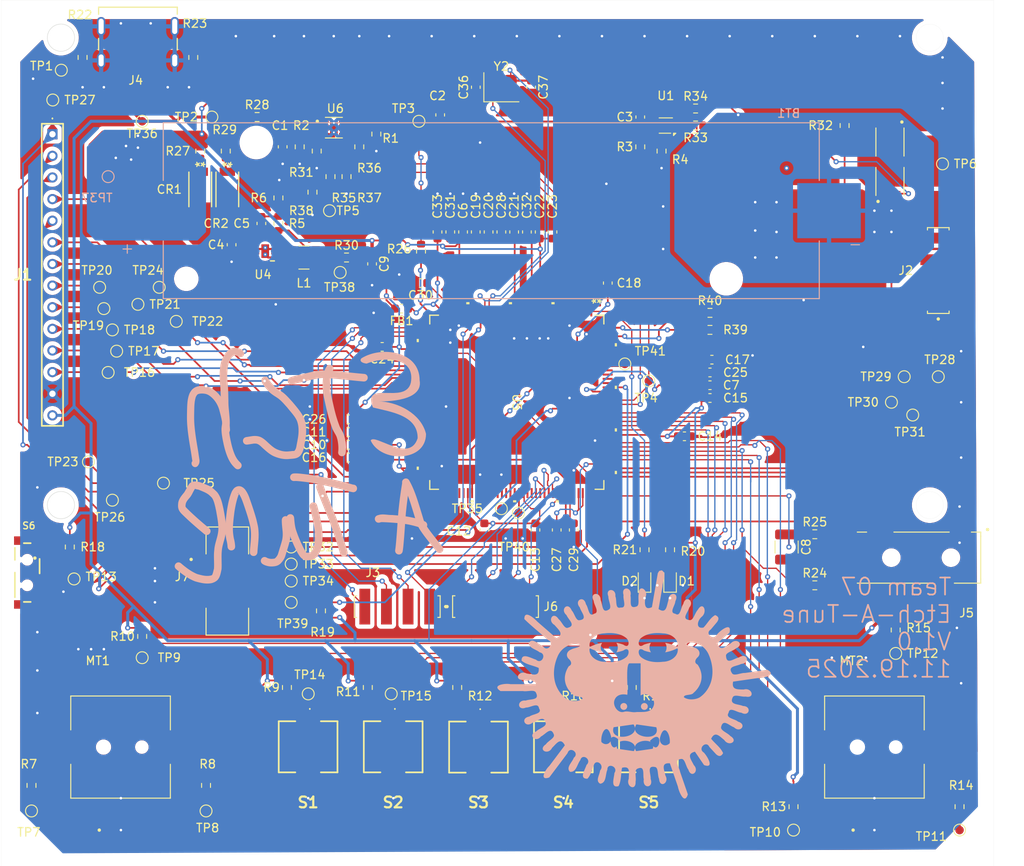
<source format=kicad_pcb>
(kicad_pcb (version 20241229) (generator "pcbnew") (generator_version "9.0")
  (layers (0 "F.Cu" jumper) (2 "B.Cu" signal) (13 "F.Paste" user) (15 "B.Paste" user) (5 "F.SilkS" user "F.Silkscreen") (7 "B.SilkS" user "B.Silkscreen") (1 "F.Mask" user) (3 "B.Mask" user) (25 "Edge.Cuts" user))
  (net 0 "")
  (net 1 "Net-(U6-IN)")
  (net 2 "/Battery/BAT_DIAG")
  (net 3 "/Battery/PG")
  (net 4 "Net-(U6-VSET)")
  (net 5 "/Controllers/ROTB1")
  (net 6 "/Controllers/ROTA1")
  (net 7 "/Controllers/ROTA2")
  (net 8 "/Controllers/ROTB2")
  (net 9 "/Battery/BAT_V_SENSE")
  (net 10 "Net-(U4-AVIN)")
  (net 11 "/Controllers/ROTP1")
  (net 12 "Net-(U1-VSS)")
  (net 14 "/Controllers/ROTP2")
  (net 15 "Net-(TP6-Pad1)")
  (net 16 "/Controllers/SW1")
  (net 17 "/Controllers/SW2")
  (net 18 "/Controllers/SlideSwitch")
  (net 19 "+3.3V")
  (net 20 "/Controllers/SW3")
  (net 21 "/Controllers/SW4")
  (net 22 "GND")
  (net 23 "/Controllers/SW5")
  (net 24 "/Battery/DISCHARGE_GATE")
  (net 25 "Net-(U1-V-)")
  (net 26 "Net-(U1-BAT)")
  (net 31 "/RESET")
  (net 32 "/SDI (MOSI)")
  (net 33 "/DC{slash}RS")
  (net 34 "/T_IRQ")
  (net 35 "/LED")
  (net 36 "/T_CLK")
  (net 37 "/SDO(MISO)")
  (net 38 "/T_CS")
  (net 39 "/T_DIN")
  (net 40 "/T_DO")
  (net 41 "/CS")
  (net 42 "/SCK")
  (net 43 "/SD_MISO")
  (net 44 "/SD_MOSI")
  (net 45 "/SD_SCK")
  (net 46 "/SD_CS")
  (net 47 "/SWDIO")
  (net 48 "/SWCLK")
  (net 49 "/SWO")
  (net 50 "Net-(J4-CC1)")
  (net 51 "Net-(J4-CC2)")
  (net 58 "/Battery/PACK+")
  (net 59 "Net-(U4-FB)")
  (net 60 "Net-(U4-SW)")
  (net 61 "Net-(J5-Pad2)")
  (net 62 "Net-(J5-Pad3)")
  (net 63 "/Battery/CHARGE_GATE")
  (net 64 "/nRESET")
  (net 65 "VCORE")
  (net 66 "Net-(U5A-VREF+)")
  (net 67 "Net-(U5A-VDDA)")
  (net 68 "Net-(U5A-VLXSMPS)")
  (net 70 "Net-(U6-ISET)")
  (net 71 "Net-(U5B-PDR_ON)")
  (net 72 "Net-(U5A-PE2)")
  (net 73 "Net-(U5B-VDD50USB)")
  (net 74 "Net-(U5B-VDD33USB)")
  (net 75 "Net-(U5B-BOOT0)")
  (net 77 "/Microcontroller/DAC_OUT")
  (net 78 "OSC_H_IN")
  (net 81 "/PC1")
  (net 82 "/PA1")
  (net 83 "/PA2")
  (net 84 "/PA0")
  (net 86 "OSC_H_OUT")
  (net 90 "/PA11")
  (net 91 "/PA10")
  (net 92 "/PA8")
  (net 93 "/PA9")
  (net 95 "Net-(U6-TS)")
  (net 96 "Net-(C5-Pad1)")
  (net 97 "Net-(C8-Pad2)")
  (net 98 "Net-(CR1-Pad1)")
  (net 99 "Net-(CR2-Pad1)")
  (net 100 "Net-(R18-Pad2)")
  (net 101 "Net-(D1-A)")
  (net 102 "Net-(D2-A)")
  (net 105 "/Battery/USB_Charge")
  (net 106 "Net-(R33-Pad1)")
  (net 107 "Net-(R34-Pad2)")
  (net 108 "Net-(U6-STAT)")
  (net 109 "Net-(U6-~{PG})")
  (footprint "TestPoint:TestPoint_Pad_D1.0mm" (layer "F.Cu") (at 89.22714 61.74)
    (property "Reference" "TP41")
    (property "Value" "BOOT0")
  )
  (footprint "Resistor_SMD:R_0603_1608Metric" (layer "F.Cu") (at 46.04 32.74)
    (property "Reference" "R28")
    (property "Value" "0")
  )
  (footprint "BQ25170DSGR:M-FLAT_TOS-L" (layer "F.Cu") (at 39.3594 41.24 -90)
    (property "Reference" "CR1")
    (property "Value" "CMS06TE12L_Q_M")
  )
  (footprint "BQ25170DSGR:DSG0008A" (layer "F.Cu") (at 46.990006 48.489997 180)
    (property "Reference" "U4")
    (property "Value" "TPS62063DSGR")
  )
  (footprint "Capacitor_SMD:C_0603_1608Metric" (layer "F.Cu") (at 77.72714 46.24 90)
    (property "Reference" "C32")
    (property "Value" "220pF")
  )
  (footprint "TestPoint:TestPoint_Pad_D1.0mm" (layer "F.Cu") (at 40.04 114.24 90)
    (property "Reference" "TP8")
    (property "Value" "TestPoint")
  )
  (footprint "TestPoint:TestPoint_Pad_D1.0mm" (layer "F.Cu") (at 55.79 50.99 -90)
    (property "Reference" "TP38")
    (property "Value" "TestPoint")
  )
  (footprint "TestPoint:TestPoint_Pad_D1.0mm" (layer "F.Cu") (at 61.79 100.49 90)
    (property "Reference" "TP15")
    (property "Value" "TestPoint")
  )
  (footprint "Resistor_SMD:R_0603_1608Metric" (layer "F.Cu") (at 25.54 25.74 -90)
    (property "Reference" "R22")
    (property "Value" "5.1k")
  )
  (footprint "TestPoint:TestPoint_Pad_D1.0mm" (layer "F.Cu") (at 120.54 66.24 90)
    (property "Reference" "TP30")
    (property "Value" "TestPoint")
  )
  (footprint "TestPoint:TestPoint_Pad_D1.0mm" (layer "F.Cu") (at 27.54 52.74 90)
    (property "Reference" "TP20")
    (property "Value" "TestPoint")
  )
  (footprint "Resistor_SMD:R_0603_1608Metric" (layer "F.Cu") (at 69.54 99.74 -90)
    (property "Reference" "R12")
    (property "Value" "10k")
  )
  (footprint "Resistor_SMD:R_0603_1608Metric" (layer "F.Cu") (at 94.54 83.565 -90)
    (property "Reference" "R20")
    (property "Value" "10")
  )
  (footprint "TestPoint:TestPoint_Pad_D1.0mm" (layer "F.Cu") (at 29.04 57.74 90)
    (property "Reference" "TP18")
    (property "Value" "TestPoint")
  )
  (footprint "Resistor_SMD:R_0603_1608Metric" (layer "F.Cu") (at 19.54 111.24 -90)
    (property "Reference" "R7")
    (property "Value" "10k")
  )
  (footprint "Resistor_SMD:R_0603_1608Metric" (layer "F.Cu") (at 48.54 42.24 90)
    (property "Reference" "R6")
    (property "Value" "180k")
  )
  (footprint "TestPoint:TestPoint_Pad_D1.0mm" (layer "F.Cu") (at 40.72714 32.74 180)
    (property "Reference" "TP2")
    (property "Value" "TestPoint")
  )
  (footprint "TestPoint:TestPoint_Pad_D1.0mm" (layer "F.Cu") (at 109.04 116.49 90)
    (property "Reference" "TP10")
    (property "Value" "TestPoint")
  )
  (footprint "TestPoint:TestPoint_Pad_D1.0mm" (layer "F.Cu") (at 29.54 60.24 90)
    (property "Reference" "TP17")
    (property "Value" "TestPoint")
  )
  (footprint "Capacitor_SMD:C_0603_1608Metric" (layer "F.Cu") (at 65.22714 52.24 180)
    (property "Reference" "C30")
    (property "Value" "1uF")
  )
  (footprint "Package_SON:WSON-6_1.5x1.5mm_P0.5mm" (layer "F.Cu") (at 94.04 33.74 180)
    (property "Reference" "U1")
    (property "Value" "BQ297xy")
  )
  (footprint "TestPoint:TestPoint_Pad_D1.0mm" (layer "F.Cu") (at 126.54 38.24 90)
    (property "Reference" "TP6")
    (property "Value" "TestPoint")
  )
  (footprint "Capacitor_SMD:C_0603_1608Metric" (layer "F.Cu") (at 67.22714 46.24 90)
    (property "Reference" "C33")
    (property "Value" "1nF")
  )
  (footprint "BQ25170DSGR:SON50P200X200X80-9N" (layer "F.Cu") (at 55.055 33.99)
    (property "Reference" "U6")
    (property "Value" "BQ25170DSGR")
  )
  (footprint "Resistor_SMD:R_0603_1608Metric" (layer "F.Cu") (at 32.54 93.74 -90)
    (property "Reference" "R10")
    (property "Value" "10k")
  )
  (footprint "Capacitor_SMD:C_0603_1608Metric" (layer "F.Cu") (at 74.72714 46.24 90)
    (property "Reference" "C28")
    (property "Value" "100nF")
  )
  (footprint "BQ25170DSGR:B3AL1005P" (layer "F.Cu") (at 91.999986 106.70709 90)
    (property "Reference" "S5")
    (property "Value" "B3AL-1005P" (hide yes))
  )
  (footprint "TestPoint:TestPoint_Pad_D1.0mm" (layer "F.Cu") (at 50.04 85.24 -90)
    (property "Reference" "TP33")
    (property "Value" "TestPoint")
  )
  (footprint "Capacitor_SMD:C_0603_1608Metric" (layer "F.Cu") (at 67.54 32.49 90)
    (property "Reference" "C2")
    (property "Value" "1uF")
  )
  (footprint "Resistor_SMD:R_0603_1608Metric" (layer "F.Cu") (at 91.04 36.24 90)
    (property "Reference" "R3")
    (property "Value" "330")
  )
  (footprint "TestPoint:TestPoint_Pad_D1.0mm" (layer "F.Cu") (at 23.04 27.24 90)
    (property "Reference" "TP1")
    (property "Value" "TestPoint")
  )
  (footprint "Resistor_SMD:R_0603_1608Metric" (layer "F.Cu") (at 53.54 90.74 90)
    (property "Reference" "R19")
    (property "Value" "10k")
  )
  (footprint "Resistor_SMD:R_0603_1608Metric" (layer "F.Cu") (at 24.04 83.24 -90)
    (property "Reference" "R18")
    (property "Value" "10k")
  )
  (footprint "Resistor_SMD:R_0603_1608Metric" (layer "F.Cu") (at 56.54 39.74 90)
    (property "Reference" "R37")
    (property "Value" "0")
  )
  (footprint "Capacitor_SMD:C_0603_1608Metric" (layer "F.Cu") (at 71.72714 29.24 90)
    (property "Reference" "C36")
    (property "Value" "18pf")
  )
  (footprint "Capacitor_SMD:C_0603_1608Metric" (layer "F.Cu") (at 78.22714 29.24 -90)
    (property "Reference" "C37")
    (property "Value" "18pf")
  )
  (footprint "TestPoint:TestPoint_Pad_D1.0mm" (layer "F.Cu") (at 128.54 116.49 90)
    (property "Reference" "TP11")
    (property "Value" "TestPoint")
  )
  (footprint "TestPoint:TestPoint_Pad_D1.0mm" (layer "F.Cu") (at 32.54 33.24 180)
    (property "Reference" "TP36")
    (property "Value" "TestPoint")
  )
  (footprint "Capacitor_SMD:C_0603_1608Metric" (layer "F.Cu") (at 99.22714 62.74)
    (property "Reference" "C25")
    (property "Value" "1uF")
  )
  (footprint "TestPoint:TestPoint_Pad_D1.0mm" (layer "F.Cu") (at 28.04 55.24 90)
    (property "Reference" "TP19")
    (property "Value" "TestPoint")
  )
  (footprint "TestPoint:TestPoint_Pad_D1.0mm" (layer "F.Cu") (at 28.54 62.74 90)
    (property "Reference" "TP16")
    (property "Value" "TestPoint")
  )
  (footprint "TestPoint:TestPoint_Pad_D1.0mm" (layer "F.Cu") (at 29.04 77.74 90)
    (property "Reference" "TP26")
    (property "Value" "TestPoint")
  )
  (footprint "Capacitor_SMD:C_0603_1608Metric" (layer "F.Cu") (at 72.72714 81.24 -90)
    (property "Reference" "C12")
    (property "Value" "1uF")
  )
  (footprint "Resistor_SMD:R_0603_1608Metric" (layer "F.Cu") (at 111.54 87.74)
    (property "Reference" "R24")
    (property "Value" "0")
  )
  (footprint "Resistor_SMD:R_0603_1608Metric" (layer "F.Cu") (at 121.04 92.99 -90)
    (property "Reference" "R15")
    (property "Value" "10k")
  )
  (footprint "TestPoint:TestPoint_Pad_D1.0mm" (layer "F.Cu") (at 50.04 89.74 -90)
    (property "Reference" "TP39")
    (property "Value" "TestPoint")
  )
  (footprint "Capacitor_SMD:C_0603_1608Metric" (layer "F.Cu") (at 63.00214 55.24 180)
    (property "Reference" "FB1")
    (property "Value" "FerriteBead_Small")
  )
  (footprint "TestPoint:TestPoint_Pad_D1.0mm" (layer "F.Cu") (at 32.04 54.74 90)
    (property "Reference" "TP21")
    (property "Value" "TestPoint")
  )
  (footprint "TestPoint:TestPoint_Pad_D1.0mm" (layer "F.Cu") (at 26.22714 73.24 90)
    (property "Reference" "TP23")
    (property "Value" "TestPoint")
  )
  (footprint "TestPoint:TestPoint_Pad_D1.0mm" (layer "F.Cu") (at 74.72714 78.74)
    (property "Reference" "TP35")
    (property "Value" "USB5V")
  )
  (footprint "Capacitor_SMD:C_0603_1608Metric" (layer "F.Cu") (at 46.54 45.24 90)
    (property "Reference" "C5")
    (property "Value" "22pF")
  )
  (footprint "Resistor_SMD:R_0603_1608Metric" (layer "F.Cu") (at 97.54 31.74)
    (property "Reference" "R34")
    (property "Value" "0")
  )
  (footprint "TestPoint:TestPoint_Pad_D1.0mm" (layer "F.Cu") (at 50.04 83.24 -90)
    (property "Reference" "TP32")
    (property "Value" "TestPoint")
  )
  (footprint "Capacitor_SMD:C_0603_1608Metric" (layer "F.Cu") (at 76.22714 46.24 90)
    (property "Reference" "C21")
    (property "Value" "100nF")
  )
  (footprint "Capacitor_SMD:C_0603_1608Metric" (layer "F.Cu") (at 87.22714 52.24 -90)
    (property "Reference" "C18")
    (property "Value" "100nF")
  )
  (footprint "Capacitor_SMD:C_0603_1608Metric" (layer "F.Cu") (at 70.22714 46.24 90)
    (property "Reference" "C6")
    (property "Value" "100nF")
  )
  (footprint "Capacitor_SMD:C_0603_1608Metric" (layer "F.Cu") (at 71.71714 46.24 90)
    (property "Reference" "C19")
    (property "Value" "100nF")
  )
  (footprint "Resistor_SMD:R_0603_1608Metric" (layer "F.Cu") (at 54.65714 39.74 -90)
    (property "Reference" "R35")
    (property "Value" "0")
  )
  (footprint "Capacitor_SMD:C_0603_1608Metric" (layer "F.Cu") (at 81.22714 81.24 -90)
    (property "Reference" "C27")
    (property "Value" "4.7uF")
  )
  (footprint "Resistor_SMD:R_0603_1608Metric" (layer "F.Cu") (at 65.29 48.49 90)
    (property "Reference" "R26")
    (property "Value" "0")
  )
  (footprint "BQ25170DSGR:AMPHENOL_91601-304ALF" (layer "F.Cu") (at 74.03714 90.24 180)
    (property "Reference" "J6")
    (property "Value" "91601-304ALF")
  )
  (footprint "TestPoint:TestPoint_Pad_D1.0mm" (layer "F.Cu") (at 32.54 96.24 90)
    (property "Reference" "TP9")
    (property "Value" "TestPoint")
  )
  (footprint "Capacitor_SMD:C_0603_1608Metric" (layer "F.Cu") (at 60.72714 59.74 180)
    (property "Reference" "C24")
    (property "Value" "100nF")
  )
  (footprint "LED_SMD:LED_0603_1608Metric" (layer "F.Cu") (at 91.54 87.065 90)
    (property "Reference" "D2")
    (property "Value" "150060GS75000")
  )
  (footprint "Resistor_SMD:R_0603_1608Metric" (layer "F.Cu") (at 91.54 83.565 -90)
    (property "Reference" "R21")
    (property "Value" "10")
  )
  (footprint "Resistor_SMD:R_0603_1608Metric" (layer "F.Cu") (at 111.54 81.74)
    (property "Reference" "R25")
    (property "Value" "0")
  )
  (footprint "Resistor_SMD:R_0603_1608Metric" (layer "F.Cu") (at 48.54 45.24 90)
    (property "Reference" "R5")
    (property "Value" "360k")
  )
  (footprint "BQ25170DSGR:TRANS_CSD16406Q3" (layer "F.Cu") (at 120.365 35.675 -90)
    (property "Reference" "U3" (hide yes))
    (property "Value" "CSD16406Q3")
  )
  (footprint "Capacitor_SMD:C_0603_1608Metric" (layer "F.Cu") (at 49.04 36.24 -90)
    (property "Reference" "C1")
    (property "Value" "1uF")
  )
  (footprint "TestPoint:TestPoint_Pad_D1.0mm" (layer "F.Cu") (at 65.04 33.24 90)
    (property "Reference" "TP3")
    (property "Value" "TestPoint")
  )
  (footprint "BQ25170DSGR:MOLEX_2171790001" (layer "F.Cu") (at 32.04 23.24 180)
    (property "Reference" "J4")
    (property "Value" "2171790001")
  )
  (footprint "Resistor_SMD:R_0603_1608Metric" (layer "F.Cu") (at 51.04 36.24 -90)
    (property "Reference" "R2")
    (property "Value" "604")
  )
  (footprint "Capacitor_SMD:C_0603_1608Metric" (layer "F.Cu") (at 99.22714 65.74)
    (property "Reference" "C15")
    (property "Value" "100nF")
  )
  (footprint "Resistor_SMD:R_0603_1608Metric" (layer "F.Cu") (at 56.54 49.24)
    (property "Reference" "R30")
    (property "Value" "0")
  )
  (footprint "BQ25170DSGR:B3AL1005P" (layer "F.Cu") (at 62.020179 106.70709 90)
    (property "Reference" "S2")
    (property "Value" "B3AL-1005P" (hide yes))
  )
  (footprint "TestPoint:TestPoint_Pad_D1.0mm" (layer "F.Cu") (at 50.04 87.24 -90)
    (property "Reference" "TP34")
    (property "Value" "TestPoint")
  )
  (footprint "Capacitor_SMD:C_0603_1608Metric" (layer "F.Cu") (at 83.22714 81.24 90)
    (property "Reference" "C29")
    (property "Value" "100nF")
  )
  (footprint "Resistor_SMD:R_0603_1608Metric" (layer "F.Cu") (at 59.04 99.74 -90)
    (property "Reference" "R11")
    (property "Value" "10k")
  )
  (footprint "Capacitor_SMD:C_0603_1608Metric" (layer "F.Cu") (at 99.22714 64.24)
    (property "Reference" "C7")
    (property "Value" "100nF")
  )
  (footprint "Resistor_SMD:R_0603_1608Metric" (layer "F.Cu") (at 53.04 36.74 -90)
    (property "Reference" "R31")
    (property "Value" "10k")
  )
  (footprint "Resistor_SMD:R_0603_1608Metric" (layer "F.Cu") (at 58.04 36.24 -90)
    (property "Reference" "R36")
    (property "Value" "0")
  )
  (footprint "TestPoint:TestPoint_Pad_D1.0mm" (layer "F.Cu") (at 34.54 52.74 90)
    (property "Reference" "TP24")
    (property "Value" "TestPoint")
  )
  (footprint "Resistor_SMD:R_0603_1608Metric" (layer "F.Cu") (at 49.54 99.74 -90)
    (property "Reference" "R9")
    (property "Value" "10k")
  )
  (footprint "BQ25170DSGR:AMPHENOL_91601-304ALF" (layer "F.Cu") (at 126.04 50.77 -90)
    (property "Reference" "J2")
    (property "Value" "91601-304ALF")
  )
  (footprint "Capacitor_SMD:C_1210_3225Metric" (layer "F.Cu") (at 108.22714 83.24 -90)
    (property "Reference" "C8")
    (property "Value" "330uF")
  )
  (footprint "Capacitor_SMD:C_0603_1608Metric" (layer "F.Cu") (at 96.22714 70.24)
    (property "Reference" "C14")
    (property "Value" "100nF")
  )
  (footprint "BQ25170DSGR:CNC_3220-10-0300-00" (layer "F.Cu") (at 42.54 87.24 -90)
    (property "Reference" "J7")
    (property "Value" "3220-10-0300-00")
  )
  (footprint "Resistor_SMD:R_0603_1608Metric" (layer "F.Cu") (at 97.54 33.74 180)
    (property "Reference" "R33")
    (property "Value" "0")
  )
  (footprint "Resistor_SMD:R_0603_1608Metric" (layer "F.Cu") (at 80.54 99.74 -90)
    (property "Reference" "R16")
    (property "Value" "10k")
  )
  (footprint "LED_SMD:LED_0603_1608Metric" (layer "F.Cu") (at 94.54 87.065 90)
    (property "Reference" "D1")
    (property "Value" "150060GS75000")
  )
  (footprint "BQ25170DSGR:XDCR_RIC11-31S15D7-GSMT" (layer "F.Cu") (at 30 106.74)
    (property "Reference" "MT1")
    (property "Value" "RIC11-31S15D7-GSMT")
  )
  (footprint "TestPoint:TestPoint_Pad_D1.0mm" (layer "F.Cu") (at 92.04 63.74)
    (property "Reference" "TP4")
    (property "Value" "TestPoint")
  )
  (footprint "TestPoint:TestPoint_Pad_D1.0mm" (layer "F.Cu") (at 122.04 63.24 90)
    (property "Reference" "TP29")
    (property "Value" "TestPoint")
  )
  (footprint "BQ25170DSGR:B3AL1005P" (layer "F.Cu") (at 82.006717 106.70709 90)
    (property "Reference" "S4")
    (property "Value" "B3AL-1005P" (hide yes))
  )
  (footprint "Capacitor_SMD:C_0603_1608Metric" (layer "F.Cu") (at 56.72714 68.24 180)
    (property "Reference" "C26")
    (property "Value" "100nF")
  )
  (footprint "Resistor_SMD:R_0603_1608Metric" (layer "F.Cu") (at 52.54 41.565 90)
    (property "Reference" "R38")
    (property "Value" "0")
  )
  (footprint "TestPoint:TestPoint_Pad_D1.0mm" (layer "F.Cu") (at 36.54 56.74 90)
    (property "Reference" "TP22")
    (property "Value" "TestPoint")
  )
  (footprint "BQ25170DSGR:AMPHENOL_91601-304ALF" (layer "F.Cu") (at 62.49714 90.24)
    (property "Reference" "J3")
    (property "Value" "91601-304ALF")
  )
  (footprint "BQ25170DSGR:B3AL1005P" (layer "F.Cu") (at 72.04 106.74 90)
    (property "Reference" "S3")
    (property "Value" "B3AL-1005P" (hide yes))
  )
  (footprint "TestPoint:TestPoint_Pad_D1.0mm" (layer "F.Cu") (at 19.54 114.24 90)
    (property "Reference" "TP7")
    (property "Value" "TestPoint")
  )
  (footprint "Capacitor_SMD:C_0603_1608Metric" (layer "F.Cu") (at 91.04 32.74 90)
    (property "Reference" "C3")
    (property "Value" ".1uF")
  )
  (footprint "Capacitor_SMD:C_0603_1608Metric" (layer "F.Cu") (at 56.72714 71.24 180)
    (property "Reference" "C10")
    (property "Value" "100nF")
  )
  (footprint "Resistor_SMD:R_0603_1608Metric" (layer "F.Cu") (at 90.04 99.74 -90)
    (property "Reference" "R17")
    (property "Value" "10k")
  )
  (footprint "TestPoint:TestPoint_Pad_D1.0mm" (layer "F.Cu") (at 24.54 86.99 90)
    (property "Reference" "TP13")
    (property "Value" "TestPoint")
  )
  (footprint "Inductor_SMD:L_1210_3225Metric" (layer "F.Cu") (at 51.54 49.24)
    (property "Reference" "L1")
    (property "Value" "1UH")
  )
  (footprint "TestPoint:TestPoint_Pad_D1.0mm" (layer "F.Cu") (at 22.04 30.74 90)
    (property "Reference" "TP27")
    (property "Value" "TestPoint")
  )
  (footprint "Capacitor_SMD:C_0603_1608Metric" (layer "F.Cu") (at 68.72714 46.24 90)
    (property "Reference" "C31")
    (property "Value" "1uF")
  )
  (footprint "Resistor_SMD:R_0603_1608Metric" (layer "F.Cu") (at 42.3594 36.74 -90)
    (property "Reference" "R29")
    (property "Value" "0")
  )
  (footprint "TestPoint:TestPoint_Pad_D1.0mm" (layer "F.Cu") (at 54.54 43.74 90)
    (property "Reference" "TP5")
    (property "Value" "TestPoint")
  )
  (footprint "Resistor_SMD:R_0603_1608Metric" (layer "F.Cu") (at 115.04 33.74 90)
    (property "Reference" "R32")
    (property "Value" "0")
  )
  (footprint "Capacitor_SMD:C_0603_1608Metric" (layer "F.Cu") (at 59.54 49.99 -90)
    (property "Reference" "C9")
    (property "Value" "10uF")
  )
  (footprint "Capacitor_SMD:C_0603_1608Metric" (layer "F.Cu") (at 43.04 47.74 -90)
    (property "Reference" "C4")
    (property "Value" "10uF")
  )
  (footprint "Resistor_SMD:R_0603_1608Metric" (layer "F.Cu") (at 93.54 36.74 -90)
    (property "Reference" "R4")
    (property "Value" "2.2k")
  )
  (footprint "Capacitor_SMD:C_0603_1608Metric" (layer "F.Cu") (at 56.72714 72.74)
    (property "Reference" "C16")
    (property "Value" "100nF")
  )
  (footprint "Resistor_SMD:R_0603_1608Metric" (layer "F.Cu") (at 99.22714 55.74)
    (property "Reference" "R40")
    (property "Value" "0")
  )
  (footprint "Capacitor_SMD:C_0603_1608Metric" (layer "F.Cu") (at 78.72714 81.24 -90)
    (property "Reference" "C13")
    (property "Value" "100nF")
  )
  (footprint "Resistor_SMD:R_0603_1608Metric" (layer "F.Cu") (at 39.3594 36.74 -90)
    (property "Reference" "R27")
    (property "Value" "0")
  )
  (footprint "Resistor_SMD:R_0603_1608Metric" (layer "F.Cu") (at 128.54 113.74 -90)
    (property "Reference" "R14")
    (property "Value" "10k")
  )
  (footprint "Resistor_SMD:R_0603_1608Metric" (layer "F.Cu") (at 109.04 113.74 -90)
    (property "Reference" "R13")
    (property "Value" "10k")
  )
  (footprint "Capacitor_SMD:C_0603_1608Metric" (layer "F.Cu") (at 79.22714 46.24 90)
    (property "Reference" "C22")
    (property "Value" "100nF")
  )
  (footprint "Resistor_SMD:R_0603_1608Metric" (layer "F.Cu") (at 60.04 34.74 -90)
    (property "Reference" "R1")
    (property "Value" "27k")
  )
  (footprint "Crystal:Crystal_SMD_Abracon_ABM8G-4Pin_3.2x2.5mm" (layer "F.Cu") (at 74.72714 29.24)
    (property "Reference" "Y2")
    (property "Value" "12Mhz")
  )
  (footprint "Capacitor_SMD:C_0603_1608Metric" (layer "F.Cu") (at 80.72714 46.24 90)
    (property "Reference" "C23")
    (property "Value" "100nF")
  )
  (footprint "Capacitor_SMD:C_0603_1608Metric" (layer "F.Cu") (at 73.22714 46.24 90)
    (property "Reference" "C20")
    (property "Value" "100nF")
  )
  (footprint "TestPoint:TestPoint_Pad_D1.0mm" (layer "F.Cu") (at 35.04 75.74 90)
    (property "Reference" "TP25")
    (property "Value" "TestPoint")
  )
  (footprint "Capacitor_SMD:C_0603_1608Metric" (layer "F.Cu") (at 99.45214 61.24)
    (property "Reference" "C17")
    (property "Value" "100nF")
  )
  (footprint "TestPoint:TestPoint_Pad_D1.0mm" (layer "F.Cu") (at 123.04 67.74 90)
    (property "Reference" "TP31")
    (property "Value" "TestPoint")
  )
  (footprint "BQ25170DSGR:XDCR_RIC11-31S15D7-GSMT" (layer "F.Cu") (at 118.54 106.74)
    (property "Reference" "MT2")
    (property "Value" "RIC11-31S15D7-GSMT")
  )
  (footprint "BQ25170DSGR:M-FLAT_TOS-L" (layer "F.Cu") (at 42.54 41.24 -90)
    (property "Reference" "CR2")
    (property "Value" "CMS06TE12L_Q_M")
  )
  (footprint "BQ25170DSGR:B3AL1005P" (layer "F.Cu") (at 52.02691 106.70709 90)
    (property "Reference" "S1")
    (property "Value" "B3AL-1005P" (hide yes))
  )
  (footprint "TestPoint:TestPoint_Pad_D1.0mm" (layer "F.Cu") (at 126.04 63.24 90)
    (property "Reference" "TP28")
    (property "Value" "TestPoint")
  )
  (footprint "BQ25170DSGR:CUI_SJ-3524-SMT-PI" (layer "F.Cu") (at 127.52714 84.49 180)
    (property "Reference" "J5")
    (property "Value" "SJ-3524-SMT-PI")
  )
  (footprint "Resistor_SMD:R_0603_1608Metric" (layer "F.Cu") (at 99.22714 57.74 180)
    (property "Reference" "R39")
    (property "Value" "0")
  )
  (footprint "TestPoint:TestPoint_Pad_D1.0mm" (layer "F.Cu") (at 52.04 100.49 -90)
    (property "Reference" "TP14")
    (property "Value" "TestPoint")
  )
  (footprint "Resistor_SMD:R_0603_1608Metric" (layer "F.Cu") (at 38.54 25.74 -90)
    (property "Reference" "R23")
    (property "Value" "5.1k")
  )
  (footprint "BQ25170DSGR:LQFP-144-L" (layer "F.Cu") (at 76.54 66.24 -90)
    (property "Reference" "U5")
    (property "Value" "STM32H7A3ZIT6Q")
  )
  (footprint "Resistor_SMD:R_0603_1608Metric" (layer "F.Cu") (at 40.04 111.24 -90)
    (property "Reference" "R8")
    (property "Value" "10k")
  )
  (footprint "BQ25170DSGR:TRANS_CSD16406Q3" (layer "F.Cu") (at 120.365 40.305 90)
    (property "Reference" "U2" (hide yes))
    (property "Value" "CSD16406Q3")
  )
  (footprint "TestPoint:TestPoint_Pad_D1.0mm" (layer "F.Cu") (at 76.72714 79.24)
    (property "Reference" "TP40")
    (property "Value" "USB3V3")
  )
  (footprint "BQ25170DSGR:450404015514" (layer "F.Cu") (at 19.04 86.24 90)
    (property "Reference" "S6")
    (property "Value" "450404015514")
  )
  (footprint "TestPoint:TestPoint_Pad_D1.0mm" (layer "F.Cu") (at 121.04 95.74 90)
    (property "Reference" "TP12")
    (property "Value" "TestPoint")
  )
  (footprint "Capacitor_SMD:C_0603_1608Metric" (layer "F.Cu") (at 56.72714 69.74 180)
    (property "Reference" "C11")
    (property "Value" "100nF")
  )
  (footprint "BQ25170DSGR:75915414LF" (layer "F.Cu") (at 22 34.76 90)
    (property "Reference" "J1")
    (property "Value" "75915-414LF" (hide yes))
  )
  (footprint "TestPoint:TestPoint_Pad_D1.0mm" (layer "B.Cu") (at 28.54 39.74 90)
    (property "Reference" "TP37")
    (property "Value" "TestPoint")
  )
  (footprint "BQ25170DSGR:BAT_1042P" (layer "B.Cu") (at 73.54 43.74 180)
    (property "Reference" "BT1")
    (property "Value" "1042P")
  )
  (gr_poly (pts (xy 63.45885 75.455852) (xy 63.417225 75.461007) (xy 63.376181 75.470047) (xy 63.336042 75.483035) (xy 63.297127 75.500032) (xy 63.25976 75.521102) (xy 63.224261 75.546306) (xy 63.190952 75.575706) (xy 63.160153 75.609365) (xy 63.132188 75.647345) (xy 63.107376 75.689708) (xy 63.08604 75.736515) (xy 63.068501 75.78783) (xy 63.055081 75.843715) (xy 62.928457 76.644505) (xy 62.817214 77.447489) (xy 62.718892 78.252186) (xy 62.631028 79.058114) (xy 62.574134 79.759476) (xy 62.52581 80.461431) (xy 62.479085 81.163517) (xy 62.426988 81.865275) (xy 62.360479 82.659129) (xy 62.323187 83.055602) (xy 62.301011 83.253476) (xy 62.275521 83.451014) (xy 62.256457 83.579139) (xy 62.250555 83.636308) (xy 62.250054 83.690535) (xy 62.254632 83.741772) (xy 62.263965 83.78997) (xy 62.277728 83.835082) (xy 62.295598 83.87706) (xy 62.317252 83.915854) (xy 62.342364 83.951418) (xy 62.370612 83.983703) (xy 62.401671 84.01266) (xy 62.435218 84.038243) (xy 62.470929 84.060402) (xy 62.50848 84.079089) (xy 62.547547 84.094257) (xy 62.587806 84.105857) (xy 62.628933 84.113842) (xy 62.670605 84.118162) (xy 62.712497 84.11877) (xy 62.754287 84.115618) (xy 62.795649 84.108657) (xy 62.83626 84.09784) (xy 62.875797 84.083119) (xy 62.913935 84.064444) (xy 62.95035 84.041769) (xy 62.984719 84.015044) (xy 63.016718 83.984222) (xy 63.046023 83.949256) (xy 63.072309 83.910095) (xy 63.095255 83.866693) (xy 63.114534 83.819002) (xy 63.129824 83.766972) (xy 63.140801 83.710557) (xy 63.161137 83.573564) (xy 63.187389 83.369771) (xy 63.210395 83.165655) (xy 63.24937 82.756709) (xy 63.318098 81.937783) (xy 63.36987 81.2409) (xy 63.416363 80.543697) (xy 63.464285 79.846613) (xy 63.52034 79.150086) (xy 63.605979 78.363695) (xy 63.701769 77.578505) (xy 63.809977 76.794954) (xy 63.93287 76.013482) (xy 63.941254 75.956624) (xy 63.944113 75.90247) (xy 63.941768 75.851082) (xy 63.934541 75.802523) (xy 63.922754 75.756855) (xy 63.906727 75.71414) (xy 63.886781 75.67444) (xy 63.86324 75.637817) (xy 63.836423 75.604334) (xy 63.806653 75.574052) (xy 63.774251 75.547035) (xy 63.739538 75.523343) (xy 63.702835 75.50304) (xy 63.664465 75.486186) (xy 63.624749 75.472846) (xy 63.584008 75.46308) (xy 63.542564 75.456951) (xy 63.500737 75.454521)) (fill yes) (layer "B.SilkS"))
  (gr_poly (pts (xy 49.325579 79.622635) (xy 49.284253 79.6296) (xy 49.243702 79.640317) (xy 49.204251 79.654806) (xy 49.166228 79.673085) (xy 49.12996 79.695172) (xy 49.095773 79.721086) (xy 49.063995 79.750844) (xy 49.034952 79.784466) (xy 49.008971 79.821968) (xy 48.986379 79.86337) (xy 48.967504 79.90869) (xy 48.952671 79.957946) (xy 48.942208 80.011156) (xy 48.936442 80.068339) (xy 48.936622 80.214654) (xy 48.940829 80.360834) (xy 48.948428 80.506883) (xy 48.958787 80.652804) (xy 48.985245 80.944275) (xy 49.015135 81.235274) (xy 49.028918 81.364519) (xy 49.039103 81.493767) (xy 49.045317 81.622989) (xy 49.047188 81.752152) (xy 49.044345 81.881229) (xy 49.036416 82.010187) (xy 49.030428 82.074612) (xy 49.023029 82.138997) (xy 49.014173 82.203337) (xy 49.003813 82.267629) (xy 48.990063 82.343509) (xy 48.97697 82.408696) (xy 48.963963 82.466716) (xy 48.950474 82.521098) (xy 48.935933 82.57537) (xy 48.91977 82.633061) (xy 48.880301 82.772809) (xy 48.490469 84.058564) (xy 48.477554 84.092755) (xy 48.463508 84.12629) (xy 48.448374 84.159186) (xy 48.432194 84.191458) (xy 48.415012 84.223121) (xy 48.396871 84.254191) (xy 48.377813 84.284683) (xy 48.357883 84.314612) (xy 48.337123 84.343993) (xy 48.315576 84.372843) (xy 48.293285 84.401175) (xy 48.270294 84.429006) (xy 48.246644 84.456352) (xy 48.222381 84.483226) (xy 48.197546 84.509645) (xy 48.172182 84.535624) (xy 48.149617 84.554083) (xy 48.13772 84.563749) (xy 48.125441 84.573275) (xy 48.119165 84.577884) (xy 48.112801 84.582338) (xy 48.106353 84.586594) (xy 48.099822 84.590614) (xy 48.093211 84.594357) (xy 48.086524 84.597782) (xy 48.079761 84.600848) (xy 48.072928 84.603517) (xy 48.071093 84.604098) (xy 48.069233 84.604551) (xy 48.067351 84.604892) (xy 48.065449 84.605137) (xy 48.06353 84.6053) (xy 48.061596 84.605398) (xy 48.057699 84.605459) (xy 48.053779 84.605444) (xy 48.04986 84.605478) (xy 48.047908 84.605553) (xy 48.045964 84.605686) (xy 48.044032 84.605893) (xy 48.042114 84.606191) (xy 48.00904 84.611098) (xy 47.976192 84.615453) (xy 47.943475 84.619302) (xy 47.910792 84.62269) (xy 47.878049 84.625663) (xy 47.845148 84.628266) (xy 47.778492 84.632543) (xy 47.744954 84.633803) (xy 47.711618 84.634003) (xy 47.67848 84.633169) (xy 47.645532 84.631329) (xy 47.61277 84.628512) (xy 47.580185 84.624744) (xy 47.547774 84.620053) (xy 47.515528 84.614466) (xy 47.483443 84.608012) (xy 47.451511 84.600717) (xy 47.419728 84.59261) (xy 47.388086 84.583717) (xy 47.35658 84.574067) (xy 47.325203 84.563686) (xy 47.29395 84.552603) (xy 47.262814 84.540845) (xy 47.250248 84.535202) (xy 47.239791 84.53062) (xy 47.224207 84.524034) (xy 47.214069 84.519885) (xy 47.21042 84.518348) (xy 47.207386 84.516969) (xy 47.204717 84.515598) (xy 47.202164 84.514084) (xy 47.199479 84.512277) (xy 47.196413 84.510026) (xy 47.175352 84.493579) (xy 47.124831 84.466178) (xy 47.074952 84.444896) (xy 47.025885 84.429451) (xy 46.977797 84.419562) (xy 46.930858 84.41495) (xy 46.885237 84.415334) (xy 46.841102 84.420432) (xy 46.798622 84.429965) (xy 46.757966 84.443652) (xy 46.719302 84.461213) (xy 46.6828 84.482366) (xy 46.648629 84.506832) (xy 46.616956 84.534329) (xy 46.587951 84.564578) (xy 46.561782 84.597298) (xy 46.538619 84.632207) (xy 46.51863 84.669026) (xy 46.501984 84.707474) (xy 46.488849 84.747271) (xy 46.479395 84.788135) (xy 46.47379 84.829787) (xy 46.472204 84.871946) (xy 46.474804 84.91433) (xy 46.481759 84.956661) (xy 46.49324 84.998657) (xy 46.509413 85.040037) (xy 46.530448 85.080521) (xy 46.556514 85.119829) (xy 46.587779 85.157679) (xy 46.624413 85.193792) (xy 46.666584 85.227887) (xy 46.71446 85.259683) (xy 46.795875 85.306525) (xy 46.817113 85.318753) (xy 46.832688 85.327176) (xy 46.848087 85.334536) (xy 46.868798 85.343578) (xy 46.948103 85.377677) (xy 47.057116 85.415542) (xy 47.111449 85.432594) (xy 47.165743 85.44835) (xy 47.220054 85.462779) (xy 47.27444 85.475848) (xy 47.328959 85.487526) (xy 47.383667 85.497782) (xy 47.438621 85.506583) (xy 47.49388 85.513898) (xy 47.5495 85.519696) (xy 47.605537 85.523944) (xy 47.662051 85.526611) (xy 47.719097 85.527665) (xy 47.776733 85.527075) (xy 47.835016 85.524808) (xy 47.978214 85.512928) (xy 48.046657 85.505216) (xy 48.113191 85.495933) (xy 48.177966 85.484787) (xy 48.241128 85.471483) (xy 48.302825 85.455731) (xy 48.363204 85.437237) (xy 48.422413 85.415708) (xy 48.4806 85.390851) (xy 48.537912 85.362375) (xy 48.594496 85.329986) (xy 48.6505 85.293392) (xy 48.706071 85.2523) (xy 48.761358 85.206418) (xy 48.816507 85.155452) (xy 48.89951 85.064537) (xy 48.939644 85.018062) (xy 48.978763 84.970864) (xy 49.016787 84.922909) (xy 49.053639 84.874163) (xy 49.089241 84.824594) (xy 49.123513 84.774168) (xy 49.156377 84.72285) (xy 49.187756 84.670608) (xy 49.217571 84.617408) (xy 49.245743 84.563216) (xy 49.272194 84.507999) (xy 49.296846 84.451723) (xy 49.31962 84.394354) (xy 49.340439 84.33586) (xy 49.742502 83.009351) (xy 49.789655 82.838082) (xy 49.809277 82.766129) (xy 49.827015 82.697957) (xy 49.843433 82.62956) (xy 49.859093 82.556935) (xy 49.874561 82.476076) (xy 49.890398 82.382977) (xy 49.912044 82.228555) (xy 49.92743 82.073882) (xy 49.936844 81.919014) (xy 49.940577 81.764007) (xy 49.938918 81.608917) (xy 49.932158 81.4538) (xy 49.920586 81.298712) (xy 49.904492 81.143708) (xy 49.8781 80.887921) (xy 49.85418 80.631824) (xy 49.844345 80.503625) (xy 49.836568 80.375307) (xy 49.831328 80.246858) (xy 49.829104 80.118262) (xy 49.829102 80.118255) (xy 49.829746 80.060785) (xy 49.825281 80.00674) (xy 49.816032 79.956138) (xy 49.802326 79.908996) (xy 49.784491 79.865333) (xy 49.762854 79.825168) (xy 49.73774 79.788518) (xy 49.709477 79.755403) (xy 49.678393 79.725839) (xy 49.644813 79.699847) (xy 49.609065 79.677442) (xy 49.571476 79.658645) (xy 49.532372 79.643474) (xy 49.492081 79.631946) (xy 49.450929 79.62408) (xy 49.409243 79.619894) (xy 49.367351 79.619406)) (fill yes) (layer "B.SilkS"))
  (gr_poly (pts (xy 60.676047 79.418678) (xy 60.590919 79.42529) (xy 60.506198 79.436002) (xy 60.469607 79.442319) (xy 60.433253 79.449849) (xy 60.397081 79.458312) (xy 60.361037 79.467428) (xy 60.289111 79.4865) (xy 60.253121 79.495896) (xy 60.217041 79.504825) (xy 60.162464 79.52284) (xy 60.112783 79.54458) (xy 60.067909 79.569729) (xy 60.027753 79.597973) (xy 59.992227 79.628996) (xy 59.961242 79.662483) (xy 59.934709 79.698119) (xy 59.91254 79.735588) (xy 59.894647 79.774576) (xy 59.880939 79.814768) (xy 59.87133 79.855847) (xy 59.865729 79.897499) (xy 59.864049 79.93941) (xy 59.866201 79.981262) (xy 59.872096 80.022742) (xy 59.881646 80.063535) (xy 59.894762 80.103324) (xy 59.911354 80.141795) (xy 59.931336 80.178633) (xy 59.954617 80.213523) (xy 59.98111 80.246148) (xy 60.010725 80.276195) (xy 60.043374 80.303348) (xy 60.078968 80.327291) (xy 60.117419 80.34771) (xy 60.158639 80.36429) (xy 60.202537 80.376715) (xy 60.249026 80.384669) (xy 60.298018 80.387839) (xy 60.349422 80.385908) (xy 60.403152 80.378562) (xy 60.459118 80.365485) (xy 60.486547 80.354654) (xy 60.514162 80.345564) (xy 60.541956 80.338078) (xy 60.569921 80.332061) (xy 60.598049 80.327378) (xy 60.626332 80.323892) (xy 60.654762 80.321467) (xy 60.683331 80.319969) (xy 60.712033 80.31926) (xy 60.740858 80.319205) (xy 60.798848 80.320515) (xy 60.915969 80.325009) (xy 61.140684 80.333803) (xy 61.365281 80.345587) (xy 61.814284 80.37218) (xy 62.325286 80.411302) (xy 62.580596 80.433887) (xy 62.835592 80.459493) (xy 63.090133 80.488874) (xy 63.34408 80.522782) (xy 63.597292 80.561973) (xy 63.849629 80.6072) (xy 64.031696 80.646357) (xy 64.213248 80.687762) (xy 64.394176 80.731662) (xy 64.574374 80.778306) (xy 64.753736 80.82794) (xy 64.932154 80.880814) (xy 65.109521 80.937174) (xy 65.285731 80.99727) (xy 65.285731 80.997268) (xy 65.333796 81.028778) (xy 65.38173 81.054138) (xy 65.429342 81.073614) (xy 65.47644 81.08747) (xy 65.522832 81.095973) (xy 65.568327 81.099388) (xy 65.612733 81.09798) (xy 65.655859 81.092016) (xy 65.697513 81.08176) (xy 65.737504 81.067478) (xy 65.77564 81.049436) (xy 65.81173 81.027899) (xy 65.845581 81.003133) (xy 65.877003 80.975403) (xy 65.905804 80.944975) (xy 65.931792 80.912114) (xy 65.954776 80.877087) (xy 65.974564 80.840157) (xy 65.990965 80.801592) (xy 66.003787 80.761656) (xy 66.012839 80.720615) (xy 66.017929 80.678735) (xy 66.018865 80.636281) (xy 66.015457 80.593518) (xy 66.007511 80.550713) (xy 65.994838 80.50813) (xy 65.977245 80.466036) (xy 65.954541 80.424695) (xy 65.926534 80.384374) (xy 65.893033 80.345338) (xy 65.853846 80.307852) (xy 65.808781 80.272181) (xy 65.704056 80.22187) (xy 65.597982 80.17468) (xy 65.490669 80.130416) (xy 65.38223 80.088882) (xy 65.272776 80.049882) (xy 65.162416 80.013222) (xy 64.939429 79.946136) (xy 64.714158 79.886062) (xy 64.487491 79.831433) (xy 64.033531 79.732261) (xy 63.766373 79.683786) (xy 63.498273 79.64175) (xy 63.229382 79.605359) (xy 62.959847 79.573824) (xy 62.689818 79.546354) (xy 62.419444 79.522156) (xy 61.878258 79.480416) (xy 61.793483 79.481417) (xy 61.70831 79.479612) (xy 61.536997 79.469559) (xy 61.192115 79.437492) (xy 61.019465 79.423369) (xy 60.933289 79.418512) (xy 60.847289 79.415783) (xy 60.761523 79.415674)) (fill yes) (layer "B.SilkS"))
  (gr_poly (pts (xy 91.498089 101.564849) (xy 91.477634 101.566404) (xy 91.457476 101.568966) (xy 91.437642 101.572508) (xy 91.418155 101.577005) (xy 91.399042 101.582433) (xy 91.380327 101.588765) (xy 91.362036 101.595977) (xy 91.344194 101.604043) (xy 91.326827 101.612938) (xy 91.30996 101.622637) (xy 91.293618 101.633113) (xy 91.277826 101.644343) (xy 91.262611 101.6563) (xy 91.247996 101.66896) (xy 91.234008 101.682297) (xy 91.220671 101.696285) (xy 91.208011 101.7109) (xy 91.196054 101.726116) (xy 91.184825 101.741908) (xy 91.174348 101.75825) (xy 91.164649 101.775117) (xy 91.155755 101.792484) (xy 91.147688 101.810326) (xy 91.140477 101.828617) (xy 91.134144 101.847333) (xy 91.128717 101.866446) (xy 91.124219 101.885933) (xy 91.120677 101.905768) (xy 91.118116 101.925926) (xy 91.11656 101.946382) (xy 91.116036 101.967109) (xy 91.11656 101.987836) (xy 91.118116 102.008291) (xy 91.120677 102.028448) (xy 91.124219 102.048283) (xy 91.128717 102.06777) (xy 91.134144 102.086883) (xy 91.140477 102.105598) (xy 91.147688 102.123889) (xy 91.155754 102.14173) (xy 91.164649 102.159097) (xy 91.174348 102.175964) (xy 91.184824 102.192306) (xy 91.196054 102.208098) (xy 91.208011 102.223314) (xy 91.220671 102.237928) (xy 91.234007 102.251917) (xy 91.247995 102.265253) (xy 91.26261 102.277913) (xy 91.277826 102.28987) (xy 91.293617 102.301099) (xy 91.309959 102.311576) (xy 91.326826 102.321275) (xy 91.344193 102.330169) (xy 91.362035 102.338235) (xy 91.380326 102.345447) (xy 91.399041 102.35178) (xy 91.418154 102.357207) (xy 91.437641 102.361705) (xy 91.457475 102.365247) (xy 91.477633 102.367808) (xy 91.498088 102.369364) (xy 91.518815 102.369888) (xy 91.538787 102.369393) (xy 91.558624 102.367917) (xy 91.578293 102.365474) (xy 91.59776 102.362077) (xy 91.616992 102.357741) (xy 91.635957 102.352478) (xy 91.654621 102.346302) (xy 91.672952 102.339228) (xy 91.690916 102.331269) (xy 91.70848 102.322438) (xy 91.725612 102.312749) (xy 91.742277 102.302216) (xy 91.758445 102.290853) (xy 91.77408 102.278673) (xy 91.789151 102.265689) (xy 91.803624 102.251916) (xy 91.817397 102.237443) (xy 91.83038 102.222373) (xy 91.84256 102.206737) (xy 91.853924 102.19057) (xy 91.864457 102.173904) (xy 91.874145 102.156773) (xy 91.882976 102.139209) (xy 91.890936 102.121245) (xy 91.89801 102.102914) (xy 91.904185 102.08425) (xy 91.909448 102.065285) (xy 91.913784 102.046052) (xy 91.917181 102.026585) (xy 91.919624 102.006916) (xy 91.9211 101.987079) (xy 91.921595 101.967105) (xy 91.9211 101.947133) (xy 91.919624 101.927296) (xy 91.917181 101.907627) (xy 91.913784 101.88816) (xy 91.909448 101.868928) (xy 91.904185 101.849963) (xy 91.898009 101.831299) (xy 91.890935 101.812968) (xy 91.882976 101.795005) (xy 91.874145 101.77744) (xy 91.864456 101.760309) (xy 91.853923 101.743643) (xy 91.84256 101.727476) (xy 91.83038 101.71184) (xy 91.817396 101.696769) (xy 91.803624 101.682296) (xy 91.789151 101.668523) (xy 91.77408 101.65554) (xy 91.758445 101.64336) (xy 91.742278 101.631996) (xy 91.725612 101.621463) (xy 91.708481 101.611775) (xy 91.690917 101.602944) (xy 91.672953 101.594984) (xy 91.654622 101.58791) (xy 91.635958 101.581735) (xy 91.616993 101.576473) (xy 91.597761 101.572136) (xy 91.578294 101.56874) (xy 91.558625 101.566297) (xy 91.538788 101.564821) (xy 91.518816 101.564327) (xy 91.518816 101.564325)) (fill yes) (layer "B.SilkS"))
  (gr_poly (pts (xy 93.266481 86.047871) (xy 93.100964 86.309049) (xy 92.408698 90.300322) (xy 92.32764 90.338085) (xy 92.251694 90.3683) (xy 92.18072 90.391252) (xy 92.114576 90.407223) (xy 92.053119 90.416495) (xy 91.996209 90.419351) (xy 91.943703 90.416074) (xy 91.895461 90.406946) (xy 91.85134 90.392251) (xy 91.8112 90.372269) (xy 91.774897 90.347285) (xy 91.742292 90.317581) (xy 91.713242 90.283439) (xy 91.687605 90.245142) (xy 91.665241 90.202973) (xy 91.646006 90.157215) (xy 91.629761 90.108149) (xy 91.616363 90.056059) (xy 91.597542 89.943936) (xy 91.588411 89.823107) (xy 91.587837 89.695833) (xy 91.594687 89.564375) (xy 91.607828 89.430994) (xy 91.626128 89.297951) (xy 91.648454 89.167508) (xy 91.682543 89.083938) (xy 91.70754 89.001515) (xy 91.723978 88.920577) (xy 91.732386 88.841464) (xy 91.733296 88.764513) (xy 91.727239 88.690065) (xy 91.714744 88.618458) (xy 91.696344 88.55003) (xy 91.672568 88.485121) (xy 91.643948 88.424069) (xy 91.611015 88.367214) (xy 91.574298 88.314894) (xy 91.53433 88.267448) (xy 91.491641 88.225214) (xy 91.446761 88.188533) (xy 91.400222 88.157741) (xy 91.352553 88.13318) (xy 91.304288 88.115186) (xy 91.255954 88.1041) (xy 91.208085 88.100259) (xy 91.16121 88.104004) (xy 91.115861 88.115672) (xy 91.072567 88.135602) (xy 91.031861 88.164134) (xy 90.994272 88.201607) (xy 90.960332 88.248358) (xy 90.930571 88.304727) (xy 90.90552 88.371053) (xy 90.88571 88.447675) (xy 90.871672 88.534931) (xy 90.863937 88.63316) (xy 90.863035 88.742702) (xy 90.85188 88.786593) (xy 90.842943 88.833049) (xy 90.830893 88.9327) (xy 90.82523 89.039742) (xy 90.824299 89.152258) (xy 90.834797 89.618764) (xy 90.832703 89.729926) (xy 90.82541 89.835071) (xy 90.819298 89.884789) (xy 90.811266 89.932285) (xy 90.801106 89.977319) (xy 90.788613 90.019653) (xy 90.773579 90.059046) (xy 90.755798 90.095259) (xy 90.735063 90.128053) (xy 90.711166 90.157188) (xy 90.683901 90.182425) (xy 90.653062 90.203525) (xy 90.61844 90.220248) (xy 90.57983 90.232356) (xy 90.495492 90.260012) (xy 90.418541 90.279785) (xy 90.348643 90.292025) (xy 90.285464 90.297087) (xy 90.228671 90.295321) (xy 90.17793 90.287082) (xy 90.132908 90.272721) (xy 90.093271 90.25259) (xy 90.058685 90.227044) (xy 90.028817 90.196433) (xy 90.003333 90.161112) (xy 89.9819 90.121431) (xy 89.964183 90.077744) (xy 89.94985 90.030404) (xy 89.929999 89.926172) (xy 89.919677 89.811556) (xy 89.916217 89.689377) (xy 89.919203 89.433611) (xy 89.920312 89.305664) (xy 89.917606 89.181436) (xy 89.908416 89.063747) (xy 89.890073 88.955418) (xy 89.908493 88.860248) (xy 89.917899 88.770429) (xy 89.918909 88.686028) (xy 89.912142 88.607111) (xy 89.898216 88.533744) (xy 89.877751 88.465995) (xy 89.851364 88.40393) (xy 89.819676 88.347615) (xy 89.783303 88.297118) (xy 89.742865 88.252504) (xy 89.698981 88.21384) (xy 89.652269 88.181194) (xy 89.603349 88.154631) (xy 89.552837 88.134218) (xy 89.501355 88.120021) (xy 89.449518 88.112108) (xy 89.397948 88.110545) (xy 89.347262 88.115399) (xy 89.298079 88.126735) (xy 89.251017 88.144621) (xy 89.206696 88.169124) (xy 89.165734 88.200309) (xy 89.12875 88.238244) (xy 89.096361 88.282995) (xy 89.069188 88.334628) (xy 89.047848 88.393211) (xy 89.032961 88.45881) (xy 89.025145 88.531491) (xy 89.025018 88.611321) (xy 89.0332 88.698367) (xy 89.050309 88.792695) (xy 89.076963 88.894372) (xy 89.068884 88.941534) (xy 89.064221 88.991717) (xy 89.06262 89.044608) (xy 89.063724 89.099893) (xy 89.072631 89.21639) (xy 89.088101 89.338697) (xy 89.127367 89.590698) (xy 89.145481 89.71537) (xy 89.158795 89.835808) (xy 89.162764 89.893656) (xy 89.164467 89.949503) (xy 89.16355 90.003037) (xy 89.159658 90.053944) (xy 89.152435 90.101909) (xy 89.141525 90.146619) (xy 89.126575 90.18776) (xy 89.107229 90.225018) (xy 89.083132 90.258079) (xy 89.053929 90.28663) (xy 89.019264 90.310356) (xy 88.978782 90.328944) (xy 88.93213 90.34208) (xy 88.87895 90.34945) (xy 88.818889 90.35074) (xy 88.75159 90.345637) (xy 88.686623 90.36343) (xy 88.627381 90.373731) (xy 88.57358 90.37691) (xy 88.524938 90.373336) (xy 88.481174 90.363377) (xy 88.442005 90.347404) (xy 88.407149 90.325784) (xy 88.376322 90.298888) (xy 88.349244 90.267085) (xy 88.325632 90.230743) (xy 88.305202 90.190233) (xy 88.287674 90.145923) (xy 88.260191 90.047379) (xy 88.240925 89.938067) (xy 88.227616 89.820939) (xy 88.218006 89.69895) (xy 88.20085 89.452199) (xy 88.188787 89.333345) (xy 88.171388 89.221444) (xy 88.146395 89.119448) (xy 88.130346 89.073088) (xy 88.111551 89.030312) (xy 88.120262 88.942216) (xy 88.120718 88.859637) (xy 88.113524 88.782595) (xy 88.099285 88.71111) (xy 88.078605 88.645201) (xy 88.052087 88.584889) (xy 88.020338 88.530194) (xy 87.983961 88.481135) (xy 87.94356 88.437733) (xy 87.899741 88.400007) (xy 87.853106 88.367978) (xy 87.804262 88.341666) (xy 87.753812 88.32109) (xy 87.70236 88.30627) (xy 87.650512 88.297228) (xy 87.598871 88.293982) (xy 87.548041 88.296552) (xy 87.498629 88.304959) (xy 87.451237 88.319222) (xy 87.40647 88.339362) (xy 87.364932 88.365398) (xy 87.327229 88.397351) (xy 87.293964 88.43524) (xy 87.265742 88.479086) (xy 87.243167 88.528908) (xy 87.226844 88.584726) (xy 87.217376 88.646561) (xy 87.21537 88.714433) (xy 87.221428 88.78836) (xy 87.236156 88.868364) (xy 87.260157 88.954465) (xy 87.294036 89.046681) (xy 87.293156 89.092697) (xy 87.295031 89.140557) (xy 87.306013 89.241123) (xy 87.324921 89.346999) (xy 87.349693 89.456804) (xy 87.466183 89.907711) (xy 87.489347 90.016457) (xy 87.506003 90.120851) (xy 87.511247 90.170984) (xy 87.514091 90.219511) (xy 87.514276 90.26626) (xy 87.511547 90.311057) (xy 87.505644 90.353732) (xy 87.49631 90.39411) (xy 87.483287 90.432019) (xy 87.466318 90.467288) (xy 87.445145 90.499742) (xy 87.41951 90.529211) (xy 87.389155 90.55552) (xy 87.353822 90.578498) (xy 87.278413 90.624305) (xy 87.208336 90.660643) (xy 87.143348 90.687941) (xy 87.083209 90.706628) (xy 87.027675 90.717132) (xy 86.976507 90.719883) (xy 86.929462 90.715308) (xy 86.886299 90.703836) (xy 86.846775 90.685896) (xy 86.81065 90.661917) (xy 86.777681 90.632328) (xy 86.747627 90.597556) (xy 86.720246 90.558031) (xy 86.695297 90.514181) (xy 86.651727 90.415221) (xy 86.614983 90.304106) (xy 86.583133 90.184265) (xy 86.526378 89.932121) (xy 86.497607 89.806677) (xy 86.465997 89.686223) (xy 86.429614 89.57419) (xy 86.386524 89.474005) (xy 86.383862 89.379675) (xy 86.373554 89.292165) (xy 86.356219 89.211419) (xy 86.332472 89.137381) (xy 86.302931 89.069999) (xy 86.268213 89.009216) (xy 86.228935 88.954977) (xy 86.185713 88.907229) (xy 86.139166 88.865917) (xy 86.089909 88.830984) (xy 86.03856 88.802378) (xy 85.985736 88.780043) (xy 85.932054 88.763924) (xy 85.878131 88.753966) (xy 85.824583 88.750115) (xy 85.772028 88.752316) (xy 85.721083 88.760514) (xy 85.672365 88.774654) (xy 85.62649 88.794682) (xy 85.584076 88.820543) (xy 85.54574 88.852182) (xy 85.512099 88.889544) (xy 85.483769 88.932574) (xy 85.461369 88.981218) (xy 85.445514 89.035421) (xy 85.436821 89.095128) (xy 85.435909 89.160285) (xy 85.443393 89.230836) (xy 85.459891 89.306727) (xy 85.48602 89.387902) (xy 85.522396 89.474308) (xy 85.569637 89.56589) (xy 85.573069 89.614566) (xy 85.580437 89.665139) (xy 85.591333 89.717411) (xy 85.605346 89.771185) (xy 85.641083 89.882443) (xy 85.684365 89.997327) (xy 85.780443 90.231638) (xy 85.826675 90.347895) (xy 85.867329 90.46144) (xy 85.884538 90.516699) (xy 85.899122 90.570687) (xy 85.910671 90.623204) (xy 85.918774 90.674052) (xy 85.923021 90.723034) (xy 85.923003 90.769951) (xy 85.918308 90.814605) (xy 85.908527 90.856798) (xy 85.89325 90.896331) (xy 85.872067 90.933008) (xy 85.844566 90.966629) (xy 85.810339 90.996997) (xy 85.768975 91.023913) (xy 85.720064 91.04718) (xy 85.663195 91.066599) (xy 85.597959 91.081972) (xy 85.540639 91.118716) (xy 85.486874 91.146375) (xy 85.436489 91.165398) (xy 85.389308 91.176229) (xy 85.345158 91.179318) (xy 85.303863 91.17511) (xy 85.265248 91.164052) (xy 85.229139 91.146591) (xy 85.19536 91.123175) (xy 85.163738 91.094249) (xy 85.134096 91.060262) (xy 85.106261 91.021659) (xy 85.05531 90.932397) (xy 85.009485 90.830036) (xy 84.967389 90.718153) (xy 84.927622 90.600323) (xy 84.849482 90.361123) (xy 84.808312 90.246903) (xy 84.763875 90.141037) (xy 84.714775 90.0471) (xy 84.688039 90.005723) (xy 84.659612 89.968668) (xy 84.636104 89.869479) (xy 84.607237 89.780298) (xy 84.573554 89.70084) (xy 84.535598 89.630819) (xy 84.493912 89.56995) (xy 84.449037 89.517947) (xy 84.401518 89.474524) (xy 84.351895 89.439396) (xy 84.300712 89.412278) (xy 84.248512 89.392884) (xy 84.195837 89.380929) (xy 84.14323 89.376126) (xy 84.091233 89.378191) (xy 84.040389 89.386838) (xy 83.99124 89.401781) (xy 83.944329 89.422735) (xy 83.900199 89.449414) (xy 83.859392 89.481534) (xy 83.822452 89.518807) (xy 83.789919 89.56095) (xy 83.762338 89.607675) (xy 83.740251 89.658699) (xy 83.7242 89.713735) (xy 83.714728 89.772497) (xy 83.712377 89.834701) (xy 83.717691 89.90006) (xy 83.731211 89.968289) (xy 83.75348 90.039103) (xy 83.785042 90.112216) (xy 83.826438 90.187343) (xy 83.878211 90.264198) (xy 83.940904 90.342495) (xy 83.955792 90.394835) (xy 83.974345 90.448537) (xy 83.996098 90.503425) (xy 84.020586 90.559329) (xy 84.0759 90.673485) (xy 84.136562 90.789619) (xy 84.259021 91.022275) (xy 84.313366 91.136022) (xy 84.337187 91.191645) (xy 84.358153 91.246202) (xy 84.375797 91.29952) (xy 84.389655 91.351426) (xy 84.39926 91.401747) (xy 84.404146 91.450308) (xy 84.403848 91.496938) (xy 84.397899 91.541462) (xy 84.385835 91.583708) (xy 84.367189 91.623502) (xy 84.341495 91.66067) (xy 84.308288 91.695039) (xy 84.267102 91.726437) (xy 84.217471 91.754689) (xy 84.158929 91.779622) (xy 84.09101 91.801064) (xy 84.013249 91.81884) (xy 83.92518 91.832777) (xy 83.883751 91.841406) (xy 83.843955 91.844039) (xy 83.805704 91.840989) (xy 83.768915 91.832571) (xy 83.733501 91.819098) (xy 83.699378 91.800883) (xy 83.66646 91.778241) (xy 83.634662 91.751485) (xy 83.603898 91.720928) (xy 83.574083 91.686884) (xy 83.51696 91.609591) (xy 83.462608 91.522114) (xy 83.410347 91.426961) (xy 83.208546 91.019782) (xy 83.156494 90.92389) (xy 83.102436 90.835377) (xy 83.045689 90.756751) (xy 83.016094 90.72193) (xy 82.98557 90.690522) (xy 82.942762 90.595114) (xy 82.897254 90.511265) (xy 82.849469 90.438543) (xy 82.799828 90.376519) (xy 82.748755 90.324763) (xy 82.696673 90.282843) (xy 82.644002 90.250331) (xy 82.591166 90.226794) (xy 82.538588 90.211805) (xy 82.48669 90.204931) (xy 82.435893 90.205742) (xy 82.386622 90.21381) (xy 82.339297 90.228702) (xy 82.294343 90.249989) (xy 82.25218 90.277241) (xy 82.213232 90.310027) (xy 82.177921 90.347917) (xy 82.146669 90.390481) (xy 82.119899 90.437288) (xy 82.098034 90.487909) (xy 82.081495 90.541912) (xy 82.070706 90.598868) (xy 82.066088 90.658347) (xy 82.068065 90.719917) (xy 82.077058 90.783149) (xy 82.09349 90.847613) (xy 82.117784 90.912878) (xy 82.150362 90.978514) (xy 82.191647 91.044091) (xy 82.24206 91.109178) (xy 82.302025 91.173345) (xy 82.371963 91.236162) (xy 82.393813 91.286165) (xy 82.419457 91.33701) (xy 82.44841 91.38859) (xy 82.48019 91.440795) (xy 82.550293 91.546653) (xy 82.6259 91.653721) (xy 82.778149 91.868038) (xy 82.847057 91.97356) (xy 82.878014 92.025535) (xy 82.905995 92.076842) (xy 82.930518 92.127373) (xy 82.951097 92.177021) (xy 82.96725 92.225677) (xy 82.978494 92.273233) (xy 82.984345 92.319582) (xy 82.984318 92.364615) (xy 82.977932 92.408226) (xy 82.964702 92.450306) (xy 82.944145 92.490747) (xy 82.915777 92.529442) (xy 82.879115 92.566282) (xy 82.833675 92.60116) (xy 82.778974 92.633968) (xy 82.714529 92.664597) (xy 82.639855 92.692941) (xy 82.55447 92.718892) (xy 82.514458 92.732897) (xy 82.475203 92.740782) (xy 82.436664 92.742869) (xy 82.398801 92.739475) (xy 82.361576 92.730921) (xy 82.324949 92.717526) (xy 82.28888 92.699609) (xy 82.25333 92.677491) (xy 82.21826 92.65149) (xy 82.183629 92.621927) (xy 82.115529 92.553391) (xy 82.048715 92.47444) (xy 81.98287 92.387629) (xy 81.722873 92.01292) (xy 81.657139 91.925159) (xy 81.59048 91.844878) (xy 81.522579 91.774633) (xy 81.488064 91.744073) (xy 81.453121 91.71698) (xy 81.392568 91.628301) (xy 81.331788 91.55194) (xy 81.271097 91.487375) (xy 81.210812 91.434086) (xy 81.151249 91.391551) (xy 81.092726 91.359249) (xy 81.035557 91.336659) (xy 80.980061 91.323259) (xy 80.926553 91.318529) (xy 80.875351 91.321946) (xy 80.826771 91.332991) (xy 80.781129 91.35114) (xy 80.738742 91.375875) (xy 80.699927 91.406672) (xy 80.665 91.443011) (xy 80.634278 91.48437) (xy 80.608078 91.530229) (xy 80.586715 91.580066) (xy 80.570507 91.63336) (xy 80.559771 91.68959) (xy 80.554822 91.748233) (xy 80.555978 91.808771) (xy 80.563555 91.870679) (xy 80.57787 91.933439) (xy 80.599238 91.996528) (xy 80.627978 92.059426) (xy 80.664405 92.12161) (xy 80.708836 92.18256) (xy 80.761588 92.241754) (xy 80.822977 92.298672) (xy 80.893319 92.352792) (xy 80.972932 92.403593) (xy 81.058195 92.504421) (xy 81.148038 92.605135) (xy 81.329344 92.805843) (xy 81.414744 92.905649) (xy 81.492601 93.004965) (xy 81.527753 93.05441) (xy 81.559883 93.103697) (xy 81.588611 93.152814) (xy 81.613559 93.20175) (xy 81.634348 93.250494) (xy 81.650598 93.299032) (xy 81.661932 93.347354) (xy 81.66797 93.395449) (xy 81.668333 93.443303) (xy 81.662642 93.490905) (xy 81.650519 93.538245) (xy 81.631584 93.585309) (xy 81.605459 93.632087) (xy 81.571764 93.678566) (xy 81.530122 93.724735) (xy 81.480152 93.770582) (xy 81.421477 93.816095) (xy 81.353717 93.861263) (xy 81.276493 93.906073) (xy 81.189426 93.950515) (xy 78.937641 91.994519) (xy 78.856244 91.909908) (xy 78.75991 91.815734) (xy 78.651464 91.715953) (xy 78.533731 91.614527) (xy 78.409535 91.515413) (xy 78.281701 91.422571) (xy 78.217302 91.379739) (xy 78.153053 91.339959) (xy 78.089307 91.303727) (xy 78.026417 91.271537) (xy 77.964736 91.243884) (xy 77.904617 91.221263) (xy 77.846413 91.204169) (xy 77.790478 91.193097) (xy 77.737164 91.188541) (xy 77.686824 91.190997) (xy 77.639812 91.200959) (xy 77.596481 91.218922) (xy 77.576306 91.231059) (xy 77.557183 91.245382) (xy 77.539157 91.261952) (xy 77.522272 91.280832) (xy 77.506572 91.302083) (xy 77.492101 91.325768) (xy 77.467023 91.380685) (xy 77.447391 91.446077) (xy 77.433559 91.52244) (xy 77.425878 91.610268) (xy 77.424703 91.710057) (xy 77.758289 92.027922) (xy 78.099196 92.338879) (xy 78.445567 92.644679) (xy 78.795547 92.947072) (xy 79.498909 93.548635) (xy 79.848579 93.851306) (xy 80.194435 94.15757) (xy 80.267964 94.189592) (xy 80.3319 94.226216) (xy 80.386611 94.266925) (xy 80.432466 94.311203) (xy 80.469832 94.358535) (xy 80.499078 94.408404) (xy 80.520572 94.460294) (xy 80.534683 94.51369) (xy 80.541779 94.568076) (xy 80.542229 94.622935) (xy 80.5364 94.677751) (xy 80.524661 94.732009) (xy 80.507381 94.785192) (xy 80.484927 94.836784) (xy 80.457669 94.886271) (xy 80.425974 94.933134) (xy 80.390211 94.976859) (xy 80.350749 95.01693) (xy 80.307954 95.052829) (xy 80.262197 95.084043) (xy 80.213845 95.110054) (xy 80.163267 95.130346) (xy 80.110831 95.144404) (xy 80.056905 95.151711) (xy 80.001857 95.151751) (xy 79.946057 95.14401) (xy 79.889872 95.127969) (xy 79.833671 95.103114) (xy 79.777822 95.068929) (xy 79.722694 95.024897) (xy 79.668654 94.970502) (xy 79.616071 94.905229) (xy 79.566666 94.883193) (xy 79.515931 94.857582) (xy 79.410914 94.797348) (xy 79.301915 94.727946) (xy 79.189826 94.652796) (xy 78.95995 94.498924) (xy 78.843949 94.427042) (xy 78.728431 94.363087) (xy 78.671131 94.335151) (xy 78.614287 94.310479) (xy 78.55801 94.289498) (xy 78.502412 94.272636) (xy 78.447604 94.260321) (xy 78.393698 94.252979) (xy 78.340806 94.251038) (xy 78.289038 94.254925) (xy 78.238508 94.265068) (xy 78.189326 94.281894) (xy 78.141604 94.305831) (xy 78.095454 94.337306) (xy 78.050987 94.376746) (xy 78.008315 94.424579) (xy 77.967549 94.481232) (xy 77.928802 94.547132) (xy 77.939375 94.602208) (xy 77.953799 94.654508) (xy 77.971881 94.704171) (xy 77.993429 94.751332) (xy 78.018249 94.796128) (xy 78.046151 94.838697) (xy 78.07694 94.879174) (xy 78.110426 94.917696) (xy 78.146414 94.9544) (xy 78.184712 94.989424) (xy 78.26747 95.054974) (xy 78.357159 95.11544) (xy 78.452239 95.171917) (xy 78.551169 95.225497) (xy 78.65241 95.277275) (xy 78.855659 95.379799) (xy 78.954587 95.432733) (xy 79.049664 95.48824) (xy 79.13935 95.547414) (xy 79.222103 95.611348) (xy 79.29986 95.629927) (xy 79.369086 95.654777) (xy 79.430044 95.685326) (xy 79.482998 95.720998) (xy 79.528211 95.76122) (xy 79.565947 95.805417) (xy 79.59647 95.853016) (xy 79.620042 95.903441) (xy 79.636928 95.95612) (xy 79.647391 96.010478) (xy 79.651695 96.065941) (xy 79.650103 96.121934) (xy 79.642878 96.177885) (xy 79.630284 96.233217) (xy 79.612586 96.287359) (xy 79.590045 96.339734) (xy 79.562926 96.38977) (xy 79.531493 96.436892) (xy 79.496008 96.480526) (xy 79.456736 96.520098) (xy 79.41394 96.555034) (xy 79.367883 96.584759) (xy 79.31883 96.6087) (xy 79.267043 96.626282) (xy 79.212786 96.636932) (xy 79.156322 96.640075) (xy 79.097916 96.635137) (xy 79.037831 96.621545) (xy 78.976329 96.598723) (xy 78.913676 96.566098) (xy 78.850134 96.523095) (xy 78.785966 96.469141) (xy 78.67631 96.434486) (xy 78.554769 96.389476) (xy 78.28671 96.282122) (xy 78.14553 96.226643) (xy 78.003141 96.174539) (xy 77.862212 96.129245) (xy 77.79313 96.110223) (xy 77.725413 96.094191) (xy 77.659396 96.081578) (xy 77.595413 96.072812) (xy 77.533796 96.068323) (xy 77.474879 96.06854) (xy 77.418997 96.073892) (xy 77.366483 96.084807) (xy 77.31767 96.101716) (xy 77.272891 96.125047) (xy 77.232482 96.155229) (xy 77.196774 96.192691) (xy 77.166103 96.237863) (xy 77.140801 96.291174) (xy 77.121202 96.353052) (xy 77.10764 96.423927) (xy 77.100448 96.504227) (xy 77.09996 96.594383) (xy 77.205291 96.677668) (xy 77.316176 96.752761) (xy 77.432007 96.820559) (xy 77.552173 96.881958) (xy 77.676066 96.937853) (xy 77.803078 96.989143) (xy 77.932598 97.036722) (xy 78.064019 97.081487) (xy 78.596522 97.250339) (xy 78.728308 97.294481) (xy 78.85834 97.341188) (xy 78.98601 97.391356) (xy 79.110708 97.44588) (xy 79.117915 97.543435) (xy 79.119852 97.632981) (xy 79.116712 97.71482) (xy 79.108691 97.789255) (xy 79.095984 97.856589) (xy 79.078785 97.917123) (xy 79.05729 97.971161) (xy 79.031695 98.019006) (xy 79.002192 98.06096) (xy 78.968979 98.097325) (xy 78.93225 98.128404) (xy 78.892199 98.154501) (xy 78.849023 98.175916) (xy 78.802915 98.192954) (xy 78.754071 98.205917) (xy 78.702686 98.215106) (xy 78.648954 98.220826) (xy 78.593072 98.223378) (xy 78.475634 98.220191) (xy 78.351932 98.207965) (xy 78.223526 98.189121) (xy 77.694059 98.095991) (xy 77.610893 98.057012) (xy 77.529169 98.027605) (xy 77.449204 98.007219) (xy 77.371316 97.995302) (xy 77.29582 97.991301) (xy 77.223035 97.994665) (xy 77.153275 98.004842) (xy 77.08686 98.021281) (xy 77.024104 98.043428) (xy 76.965326 98.070733) (xy 76.910841 98.102644) (xy 76.860967 98.138609) (xy 76.81602 98.178076) (xy 76.776317 98.220493) (xy 76.742176 98.265308) (xy 76.713912 98.31197) (xy 76.691843 98.359926) (xy 76.676286 98.408625) (xy 76.667556 98.457515) (xy 76.665972 98.506045) (xy 76.67185 98.553662) (xy 76.685506 98.599814) (xy 76.707259 98.64395) (xy 76.737423 98.685517) (xy 76.776316 98.723965) (xy 76.824256 98.758741) (xy 76.881558 98.789293) (xy 76.94854 98.815069) (xy 77.025518 98.835518) (xy 77.112809 98.850088) (xy 77.210731 98.858227) (xy 77.319599 98.859383) (xy 77.363655 98.875945) (xy 77.410921 98.890047) (xy 77.461085 98.901927) (xy 77.513837 98.911825) (xy 77.62586 98.926622) (xy 77.744505 98.936345) (xy 77.991713 98.948191) (xy 78.115303 98.954125) (xy 78.23557 98.962607) (xy 78.350026 98.975544) (xy 78.404298 98.984278) (xy 78.456185 98.99484) (xy 78.505376 99.007469) (xy 78.551561 99.022402) (xy 78.594428 99.039879) (xy 78.633667 99.060136) (xy 78.668968 99.083413) (xy 78.700018 99.109947) (xy 78.726508 99.139976) (xy 78.748127 99.17374) (xy 78.764563 99.211476) (xy 78.775507 99.253423) (xy 78.780647 99.299817) (xy 78.779672 99.350899) (xy 75.79722 99.350899) (xy 75.672416 99.330326) (xy 75.527985 99.318582) (xy 75.369603 99.315808) (xy 75.202944 99.322141) (xy 75.033682 99.33772) (xy 74.867491 99.362684) (xy 74.710046 99.397171) (xy 74.636377 99.41803) (xy 74.567021 99.441321) (xy 74.50269 99.467062) (xy 74.444091 99.49527) (xy 74.391934 99.525964) (xy 74.346929 99.559159) (xy 74.309785 99.594874) (xy 74.281211 99.633126) (xy 74.261916 99.673932) (xy 74.25261 99.717309) (xy 74.254001 99.763275) (xy 74.2668 99.811847) (xy 74.291716 99.863042) (xy 74.329457 99.916878) (xy 74.380734 99.973373) (xy 74.446255 100.032542) (xy 74.526729 100.094405) (xy 74.622867 100.158977) (xy 77.269882 100.158977) (xy 77.315398 100.167939) (xy 77.363189 100.174449) (xy 77.464742 100.181037) (xy 77.572832 100.180579) (xy 77.685753 100.174918) (xy 78.151588 100.137046) (xy 78.263048 100.132974) (xy 78.369093 100.134743) (xy 78.419551 100.138392) (xy 78.468015 100.144191) (xy 78.514273 100.152371) (xy 78.558109 100.163161) (xy 78.599311 100.176792) (xy 78.637665 100.193493) (xy 78.672958 100.213495) (xy 78.704976 100.237027) (xy 78.733507 100.26432) (xy 78.758336 100.295604) (xy 78.77925 100.331109) (xy 78.796035 100.371065) (xy 78.833295 100.452203) (xy 78.861777 100.527153) (xy 78.881874 100.596192) (xy 78.89398 100.659599) (xy 78.898488 100.717651) (xy 78.895791 100.770627) (xy 78.886282 100.818804) (xy 78.870355 100.86246) (xy 78.848401 100.901874) (xy 78.820815 100.937322) (xy 78.78799 100.969084) (xy 78.750318 100.997437) (xy 78.708193 101.022659) (xy 78.662008 101.045028) (xy 78.55903 101.082319) (xy 78.444529 101.111534) (xy 78.32165 101.134896) (xy 78.063337 101.172957) (xy 77.934193 101.192104) (xy 77.809251 101.214292) (xy 77.691655 101.241746) (xy 77.58455 101.276689) (xy 77.487229 101.269313) (xy 77.396516 101.270166) (xy 77.312384 101.278637) (xy 77.234807 101.294116) (xy 77.163758 101.315994) (xy 77.099209 101.343661) (xy 77.041135 101.376506) (xy 76.989509 101.413919) (xy 76.944304 101.455292) (xy 76.905493 101.500014) (xy 76.87305 101.547475) (xy 76.846948 101.597064) (xy 76.82716 101.648173) (xy 76.81366 101.700192) (xy 76.806421 101.75251) (xy 76.805415 101.804517) (xy 76.810617 101.855604) (xy 76.822 101.90516) (xy 76.839537 101.952577) (xy 76.863201 101.997243) (xy 76.892966 102.038549) (xy 76.928805 102.075885) (xy 76.970691 102.108642) (xy 77.018598 102.136208) (xy 77.072498 102.157975) (xy 77.132366 102.173333) (xy 77.198174 102.181671) (xy 77.269896 102.182379) (xy 77.347505 102.174848) (xy 77.430974 102.158468) (xy 77.520277 102.132629) (xy 77.615387 102.096721) (xy 77.665058 102.096942) (xy 77.716804 102.09342) (xy 77.770407 102.086548) (xy 77.825647 102.076718) (xy 77.940165 102.04976) (xy 78.058608 102.01569) (xy 78.300271 101.938794) (xy 78.41999 101.902257) (xy 78.536635 101.871187) (xy 78.593257 101.858685) (xy 78.648454 101.848728) (xy 78.702008 101.841711) (xy 78.753699 101.838026) (xy 78.803309 101.838065) (xy 78.850619 101.842224) (xy 78.89541 101.850893) (xy 78.937463 101.864467) (xy 78.976561 101.883338) (xy 79.012483 101.9079) (xy 79.045011 101.938545) (xy 79.073927 101.975667) (xy 79.099012 102.019659) (xy 79.120047 102.070914) (xy 79.136813 102.129825) (xy 79.149091 102.196784) (xy 79.185929 102.255846) (xy 79.213657 102.311237) (xy 79.232721 102.363136) (xy 79.243566 102.411722) (xy 79.246638 102.457175) (xy 79.242382 102.499675) (xy 79.231244 102.539401) (xy 79.213669 102.576532) (xy 79.190104 102.611248) (xy 79.160994 102.643729) (xy 79.126783 102.674153) (xy 79.087919 102.702701) (xy 79.044846 102.729551) (xy 78.998009 102.754883) (xy 78.89483 102.801712) (xy 78.781945 102.844624) (xy 78.662919 102.885053) (xy 78.420703 102.964208) (xy 78.304642 103.005805) (xy 78.196698 103.050663) (xy 78.100436 103.100218) (xy 78.057799 103.127205) (xy 78.01942 103.155904) (xy 77.918409 103.174656) (xy 77.827542 103.199142) (xy 77.746528 103.228816) (xy 77.675074 103.263129) (xy 77.612889 103.301535) (xy 77.559679 103.343485) (xy 77.515153 103.388432) (xy 77.479019 103.435829) (xy 77.450984 103.485127) (xy 77.430755 103.535781) (xy 77.418041 103.587241) (xy 77.41255 103.638961) (xy 77.413988 103.690393) (xy 77.422064 103.74099) (xy 77.436486 103.790203) (xy 77.456962 103.837486) (xy 77.483198 103.882291) (xy 77.514903 103.92407) (xy 77.551785 103.962276) (xy 77.593551 103.996362) (xy 77.639909 104.025779) (xy 77.690567 104.049981) (xy 77.745232 104.068419) (xy 77.803612 104.080547) (xy 77.865416 104.085817) (xy 77.93035 104.083681) (xy 77.998123 104.073591) (xy 78.068442 104.055001) (xy 78.141015 104.027363) (xy 78.215549 103.990129) (xy 78.291754 103.942751) (xy 78.369335 103.884683) (xy 78.423186 103.868964) (xy 78.478063 103.849815) (xy 78.53383 103.82768) (xy 78.59035 103.803005) (xy 78.705099 103.747812) (xy 78.821216 103.687792) (xy 79.05317 103.567502) (xy 79.166816 103.514347) (xy 79.222578 103.491074) (xy 79.277448 103.470596) (xy 79.331292 103.453357) (xy 79.383971 103.439804) (xy 79.435349 103.43038) (xy 79.485289 103.425531) (xy 79.533654 103.4257) (xy 79.580306 103.431333) (xy 79.62511 103.442873) (xy 79.667928 103.460767) (xy 79.708623 103.485458) (xy 79.747059 103.517392) (xy 79.783098 103.557012) (xy 79.816603 103.604764) (xy 79.847438 103.661092) (xy 79.875465 103.726441) (xy 79.900548 103.801255) (xy 79.92255 103.88598) (xy 79.93382 103.927119) (xy 79.938921 103.967006) (xy 79.938173 104.005704) (xy 79.931897 104.04328) (xy 79.920412 104.079798) (xy 79.904038 104.115324) (xy 79.883097 104.149922) (xy 79.857909 104.183658) (xy 79.828793 104.216595) (xy 79.79607 104.248801) (xy 79.721083 104.311274) (xy 79.635511 104.371598) (xy 79.541916 104.430293) (xy 79.138543 104.659183) (xy 79.043262 104.717535) (xy 78.955331 104.777379) (xy 78.87731 104.839235) (xy 78.842818 104.871081) (xy 78.811763 104.903625) (xy 78.720286 104.943374) (xy 78.640191 104.986097) (xy 78.571045 105.03136) (xy 78.512414 105.078729) (xy 78.463864 105.127769) (xy 78.42496 105.178045) (xy 78.395269 105.229122) (xy 78.374357 105.280567) (xy 78.361789 105.331943) (xy 78.357132 105.382817) (xy 78.359951 105.432754) (xy 78.369813 105.481319) (xy 78.386283 105.528078) (xy 78.408928 105.572596) (xy 78.437312 105.614439) (xy 78.471004 105.653171) (xy 78.509567 105.688358) (xy 78.552569 105.719565) (xy 78.599574 105.746358) (xy 78.65015 105.768302) (xy 78.703862 105.784963) (xy 78.760276 105.795906) (xy 78.818958 105.800695) (xy 78.879474 105.798897) (xy 78.94139 105.790078) (xy 79.004272 105.773801) (xy 79.067685 105.749633) (xy 79.131196 105.717139) (xy 79.194371 105.675884) (xy 79.256776 105.625433) (xy 79.317976 105.565353) (xy 79.377538 105.495208) (xy 79.426861 105.470361) (xy 79.476707 105.441795) (xy 79.527007 105.409988) (xy 79.577692 105.375418) (xy 79.679939 105.299898) (xy 79.782896 105.219058) (xy 79.988722 105.056704) (xy 80.090485 104.982835) (xy 80.140837 104.9494) (xy 80.190744 104.918934) (xy 80.240136 104.891916) (xy 80.288944 104.868823) (xy 80.337099 104.850133) (xy 80.384533 104.836324) (xy 80.431175 104.827873) (xy 80.476956 104.825259) (xy 80.521808 104.828959) (xy 80.565661 104.839451) (xy 80.608446 104.857212) (xy 80.650094 104.882721) (xy 80.690536 104.916454) (xy 80.729702 104.958891) (xy 80.767523 105.010508) (xy 80.80393 105.071784) (xy 80.838854 105.143195) (xy 80.872226 105.225221) (xy 80.890317 105.264068) (xy 80.902126 105.302657) (xy 80.907982 105.341001) (xy 80.90821 105.379114) (xy 80.903138 105.417009) (xy 80.893093 105.454699) (xy 80.878402 105.492198) (xy 80.859392 105.529521) (xy 80.83639 105.566679) (xy 80.809723 105.603687) (xy 80.779718 105.640558) (xy 80.746703 105.677305) (xy 80.672948 105.750484) (xy 80.591075 105.823331) (xy 80.234725 106.113562) (xy 80.151506 106.18637) (xy 80.075866 106.259494) (xy 80.010423 106.333043) (xy 79.982342 106.37001) (xy 79.957792 106.407123) (xy 79.869958 106.470636) (xy 79.794965 106.533711) (xy 79.732241 106.596068) (xy 79.681216 106.657425) (xy 79.641318 106.7175) (xy 79.611978 106.776014) (xy 79.592624 106.832684) (xy 79.582685 106.88723) (xy 79.581591 106.93937) (xy 79.588771 106.988824) (xy 79.603653 107.03531) (xy 79.625668 107.078547) (xy 79.654244 107.118255) (xy 79.688811 107.154151) (xy 79.728798 107.185955) (xy 79.773633 107.213387) (xy 79.822747 107.236164) (xy 79.875568 107.254005) (xy 79.931526 107.26663) (xy 79.990049 107.273758) (xy 80.050567 107.275106) (xy 80.11251 107.270395) (xy 80.175306 107.259344) (xy 80.238384 107.24167) (xy 80.301174 107.217092) (xy 80.363105 107.185331) (xy 80.423606 107.146105) (xy 80.482106 107.099132) (xy 80.538035 107.044131) (xy 80.590822 106.980822) (xy 80.639895 106.908923) (xy 80.684684 106.828153) (xy 80.778885 106.735114) (xy 80.872766 106.637427) (xy 81.059764 106.440597) (xy 81.152977 106.347701) (xy 81.246064 106.262647) (xy 81.292576 106.224037) (xy 81.339074 106.188559) (xy 81.385564 106.156603) (xy 81.432053 106.128559) (xy 81.478547 106.104818) (xy 81.525052 106.08577) (xy 81.571574 106.071806) (xy 81.618118 106.063315) (xy 81.664691 106.060689) (xy 81.711299 106.064317) (xy 81.757949 106.07459) (xy 81.804645 106.091899) (xy 81.851394 106.116633) (xy 81.898202 106.149183) (xy 81.945076 106.189939) (xy 81.99202 106.239292) (xy 82.039042 106.297632) (xy 82.086147 106.365349) (xy 82.133342 106.442834) (xy 82.180631 106.530477) (xy 80.361829 108.949039) (xy 80.271973 109.036832) (xy 80.177788 109.143364) (xy 80.082753 109.264534) (xy 79.990348 109.396244) (xy 79.904051 109.534393) (xy 79.827343 109.674882) (xy 79.793671 109.744723) (xy 79.763702 109.813611) (xy 79.737869 109.881034) (xy 79.716607 109.94648) (xy 79.700352 110.009437) (xy 79.689538 110.069391) (xy 79.6846 110.12583) (xy 79.685974 110.178242) (xy 79.694094 110.226114) (xy 79.709394 110.268934) (xy 79.732311 110.30619) (xy 79.763278 110.337368) (xy 79.802731 110.361957) (xy 79.851105 110.379444) (xy 79.908834 110.389317) (xy 79.976353 110.391063) (xy 80.054098 110.384169) (xy 80.142503 110.368124) (xy 80.242003 110.342414) (xy 80.353033 110.306528) (xy 82.499717 107.451204) (xy 82.525987 107.374555) (xy 82.557308 107.307634) (xy 82.593153 107.250071) (xy 82.632995 107.201497) (xy 82.676307 107.161542) (xy 82.722561 107.129838) (xy 82.771231 107.106015) (xy 82.821789 107.089704) (xy 82.873709 107.080536) (xy 82.926462 107.078141) (xy 82.979522 107.082151) (xy 83.032362 107.092195) (xy 83.084454 107.107906) (xy 83.135272 107.128912) (xy 83.184287 107.154846) (xy 83.230973 107.185338) (xy 83.274803 107.220019) (xy 83.31525 107.25852) (xy 83.351785 107.300471) (xy 83.383883 107.345502) (xy 83.411016 107.393246) (xy 83.432657 107.443333) (xy 83.448278 107.495392) (xy 83.457353 107.549056) (xy 83.459354 107.603955) (xy 83.453754 107.659719) (xy 83.440026 107.71598) (xy 83.417642 107.772368) (xy 83.386076 107.828514) (xy 83.344801 107.884049) (xy 83.293288 107.938603) (xy 83.231012 107.991807) (xy 83.213132 108.041626) (xy 83.191991 108.09189) (xy 83.14133 108.193622) (xy 83.081836 108.29674) (xy 83.016321 108.400977) (xy 82.878458 108.611749) (xy 82.81173 108.717753) (xy 82.750216 108.823815) (xy 82.696726 108.92967) (xy 82.673867 108.982437) (xy 82.654068 109.035053) (xy 82.637679 109.087484) (xy 82.625052 109.139698) (xy 82.616537 109.191661) (xy 82.612487 109.24334) (xy 82.613252 109.294702) (xy 82.619182 109.345714) (xy 82.630631 109.396342) (xy 82.647947 109.446554) (xy 82.671484 109.496316) (xy 82.701591 109.545595) (xy 82.73862 109.594358) (xy 82.782922 109.642572) (xy 82.850786 109.648175) (xy 82.914998 109.647732) (xy 82.975732 109.641535) (xy 83.033158 109.629876) (xy 83.087451 109.613048) (xy 83.138782 109.591343) (xy 83.187324 109.565053) (xy 83.233249 109.534471) (xy 83.27673 109.499889) (xy 83.317939 109.4616) (xy 83.357049 109.419896) (xy 83.394232 109.37507) (xy 83.463506 109.277219) (xy 83.527143 109.170387) (xy 83.58652 109.056914) (xy 83.643019 108.939137) (xy 83.752897 108.700034) (xy 83.809036 108.583385) (xy 83.867814 108.471791) (xy 83.930612 108.36759) (xy 83.998807 108.273122) (xy 84.021991 108.197464) (xy 84.050334 108.131181) (xy 84.083318 108.073939) (xy 84.120424 108.025402) (xy 84.161131 107.985237) (xy 84.204922 107.953108) (xy 84.251276 107.92868) (xy 84.299674 107.911618) (xy 84.349598 107.901588) (xy 84.400527 107.898255) (xy 84.451943 107.901283) (xy 84.503326 107.910338) (xy 84.554157 107.925086) (xy 84.603917 107.94519) (xy 84.652086 107.970317) (xy 84.698145 108.000132) (xy 84.741576 108.034299) (xy 84.781858 108.072484) (xy 84.818472 108.114352) (xy 84.8509 108.159568) (xy 84.878621 108.207797) (xy 84.901117 108.258705) (xy 84.917869 108.311956) (xy 84.928356 108.367215) (xy 84.932061 108.424149) (xy 84.928462 108.482421) (xy 84.917043 108.541697) (xy 84.897282 108.601642) (xy 84.868661 108.661922) (xy 84.83066 108.722201) (xy 84.782761 108.782145) (xy 84.724443 108.841419) (xy 84.689192 108.945618) (xy 84.642908 109.061513) (xy 84.531514 109.317962) (xy 84.473541 109.453304) (xy 84.418806 109.589916) (xy 84.370879 109.725193) (xy 84.350584 109.791515) (xy 84.333328 109.856527) (xy 84.319557 109.919901) (xy 84.309719 109.981312) (xy 84.304258 110.040435) (xy 84.303621 110.096944) (xy 84.308254 110.150512) (xy 84.318603 110.200814) (xy 84.335113 110.247524) (xy 84.358232 110.290317) (xy 84.388404 110.328866) (xy 84.426075 110.362847) (xy 84.471693 110.391932) (xy 84.525702 110.415797) (xy 84.588549 110.434116) (xy 84.660679 110.446562) (xy 84.742539 110.45281) (xy 84.834575 110.452535) (xy 84.872975 110.41313) (xy 84.90938 110.372447) (xy 84.976612 110.287504) (xy 85.037083 110.198228) (xy 85.091606 110.10514) (xy 85.140995 110.00876) (xy 85.186061 109.909611) (xy 85.227619 109.808213) (xy 85.26648 109.705088) (xy 85.411214 109.285736) (xy 85.448785 109.181791) (xy 85.488535 109.079246) (xy 85.531279 108.978622) (xy 85.577829 108.880439) (xy 85.601225 108.8078) (xy 85.629363 108.744128) (xy 85.661768 108.689119) (xy 85.697963 108.642467) (xy 85.737473 108.60387) (xy 85.77982 108.573022) (xy 85.824529 108.549619) (xy 85.871123 108.533357) (xy 85.919126 108.523931) (xy 85.968061 108.521037) (xy 86.017453 108.524372) (xy 86.066826 108.533629) (xy 86.115702 108.548506) (xy 86.163606 108.568698) (xy 86.210062 108.5939) (xy 86.254592 108.623809) (xy 86.296722 108.658119) (xy 86.335974 108.696527) (xy 86.371873 108.738728) (xy 86.403942 108.784417) (xy 86.431704 108.833292) (xy 86.454684 108.885046) (xy 86.472406 108.939376) (xy 86.484393 108.995978) (xy 86.490168 109.054547) (xy 86.489256 109.114779) (xy 86.48118 109.176369) (xy 86.465464 109.239014) (xy 86.441633 109.302408) (xy 86.409208 109.366248) (xy 86.367715 109.430229) (xy 86.316677 109.494047) (xy 86.311774 109.541931) (xy 86.304147 109.591001) (xy 86.281959 109.692236) (xy 86.252576 109.796828) (xy 86.218463 109.903854) (xy 86.14591 110.121521) (xy 86.112398 110.230315) (xy 86.084018 110.337854) (xy 86.063232 110.443214) (xy 86.056458 110.494789) (xy 86.052507 110.545473) (xy 86.051687 110.595151) (xy 86.054307 110.643707) (xy 86.060674 110.691027) (xy 86.071097 110.736995) (xy 86.085884 110.781496) (xy 86.105342 110.824414) (xy 86.129781 110.865634) (xy 86.159508 110.905041) (xy 86.194831 110.942519) (xy 86.236059 110.977953) (xy 86.283499 111.011228) (xy 86.337459 111.042228) (xy 86.404601 111.030236) (xy 86.466702 111.013309) (xy 86.524002 110.991686) (xy 86.576742 110.965608) (xy 86.62516 110.935313) (xy 86.669497 110.901043) (xy 86.709993 110.863036) (xy 86.746887 110.821532) (xy 86.780418 110.776771) (xy 86.810827 110.728993) (xy 86.838354 110.678436) (xy 86.863237 110.625342) (xy 86.906035 110.512499) (xy 86.941138 110.392381) (xy 86.970464 110.266905) (xy 86.995932 110.137989) (xy 87.042963 109.877508) (xy 87.068363 109.749778) (xy 87.097576 109.626279) (xy 87.13252 109.508929) (xy 87.175113 109.399644) (xy 87.176518 109.321275) (xy 87.185471 109.250911) (xy 87.201375 109.188335) (xy 87.223632 109.133329) (xy 87.251644 109.085677) (xy 87.284816 109.04516) (xy 87.322549 109.011562) (xy 87.364246 108.984665) (xy 87.40931 108.964251) (xy 87.457145 108.950103) (xy 87.507151 108.942004) (xy 87.558733 108.939737) (xy 87.611293 108.943083) (xy 87.664234 108.951826) (xy 87.716959 108.965748) (xy 87.76887 108.984632) (xy 87.81937 109.00826) (xy 87.867862 109.036415) (xy 87.913748 109.06888) (xy 87.956432 109.105437) (xy 87.995316 109.145868) (xy 88.029803 109.189957) (xy 88.059296 109.237486) (xy 88.083197 109.288237) (xy 88.100909 109.341994) (xy 88.111836 109.398538) (xy 88.115378 109.457653) (xy 88.110941 109.519121) (xy 88.097925 109.582724) (xy 88.075735 109.648246) (xy 88.043772 109.715468) (xy 88.00144 109.784173) (xy 87.992018 109.893738) (xy 87.974661 110.017281) (xy 87.927526 110.292788) (xy 87.903436 110.437997) (xy 87.882792 110.583671) (xy 87.868438 110.726434) (xy 87.863218 110.862907) (xy 87.864923 110.92773) (xy 87.869979 110.989713) (xy 87.87874 111.048435) (xy 87.891563 111.103473) (xy 87.908804 111.154405) (xy 87.930818 111.200809) (xy 87.95796 111.242263) (xy 87.990586 111.278345) (xy 88.029052 111.308631) (xy 88.073713 111.332701) (xy 88.124925 111.350131) (xy 88.183044 111.360499) (xy 88.248425 111.363384) (xy 88.321424 111.358363) (xy 88.402396 111.345014) (xy 88.491697 111.322914) (xy 88.550062 111.199682) (xy 88.599558 111.073415) (xy 88.641147 110.944443) (xy 88.67579 110.813093) (xy 88.704447 110.679695) (xy 88.728081 110.544577) (xy 88.747651 110.408069) (xy 88.764119 110.2705) (xy 88.818191 109.716183) (xy 88.851602 109.441207) (xy 88.873264 109.305416) (xy 88.899513 109.171194) (xy 88.994166 109.148786) (xy 89.081429 109.132961) (xy 89.161589 109.123465) (xy 89.234932 109.120046) (xy 89.301746 109.122448) (xy 89.362318 109.130421) (xy 89.416934 109.143709) (xy 89.465882 109.16206) (xy 89.509449 109.18522) (xy 89.54792 109.212936) (xy 89.581584 109.244954) (xy 89.610728 109.281022) (xy 89.635638 109.320886) (xy 89.656601 109.364293) (xy 89.673905 109.410989) (xy 89.687835 109.46072) (xy 89.69868 109.513235) (xy 89.706726 109.568279) (xy 89.715569 109.684941) (xy 89.716661 109.80868) (xy 89.712296 109.93747) (xy 89.696381 110.202095) (xy 89.689422 110.333877) (xy 89.686189 110.462602) (xy 89.655289 110.547998) (xy 89.633429 110.631202) (xy 89.620067 110.711947) (xy 89.614659 110.789968) (xy 89.616663 110.865) (xy 89.625536 110.936777) (xy 89.640735 111.005032) (xy 89.661716 111.069502) (xy 89.687938 111.12992) (xy 89.718856 111.186021) (xy 89.753929 111.237539) (xy 89.792614 111.284209) (xy 89.834366 111.325764) (xy 89.878644 111.361941) (xy 89.924905 111.392472) (xy 89.972606 111.417092) (xy 90.021203 111.435537) (xy 90.070154 111.447539) (xy 90.118916 111.452835) (xy 90.166947 111.451158) (xy 90.213702 111.442242) (xy 90.25864 111.425823) (xy 90.301217 111.401634) (xy 90.34089 111.36941) (xy 90.377118 111.328885) (xy 90.409355 111.279795) (xy 90.437061 111.221872) (xy 90.459691 111.154853) (xy 90.476703 111.078471) (xy 90.487554 110.99246) (xy 90.491702 110.896556) (xy 90.488602 110.790492) (xy 90.498239 110.745339) (xy 90.505516 110.697889) (xy 90.513876 110.596957) (xy 90.515448 110.489418) (xy 90.511998 110.376989) (xy 90.48328 109.912785) (xy 90.481198 109.801709) (xy 90.484687 109.696064) (xy 90.489072 109.645814) (xy 90.495512 109.597567) (xy 90.504227 109.551538) (xy 90.515437 109.50794) (xy 90.529365 109.46699) (xy 90.546229 109.428902) (xy 90.566252 109.393891) (xy 90.589654 109.362172) (xy 90.616654 109.333961) (xy 90.647475 109.309471) (xy 90.682337 109.288918) (xy 90.72146 109.272518) (xy 90.80408 109.239226) (xy 90.879652 109.214481) (xy 90.948494 109.197895) (xy 91.010927 109.18908) (xy 91.06727 109.18765) (xy 91.117841 109.193216) (xy 91.162961 109.205392) (xy 91.202949 109.223791) (xy 91.238124 109.248024) (xy 91.268806 109.277704) (xy 91.295314 109.312445) (xy 91.317967 109.351858) (xy 91.337084 109.395557) (xy 91.352986 109.443155) (xy 91.376419 109.548494) (xy 91.390821 109.664777) (xy 91.398747 109.788907) (xy 91.40539 110.048307) (xy 91.409218 110.177381) (xy 91.416789 110.301906) (xy 91.430659 110.418782) (xy 91.453383 110.524911) (xy 91.440446 110.627807) (xy 91.436035 110.723662) (xy 91.439544 110.812509) (xy 91.450366 110.89438) (xy 91.467896 110.969307) (xy 91.491527 111.037322) (xy 91.520654 111.098457) (xy 91.55467 111.152742) (xy 91.59297 111.200212) (xy 91.634947 111.240896) (xy 91.679995 111.274828) (xy 91.727508 111.302039) (xy 91.77688 111.322561) (xy 91.827505 111.336426) (xy 91.878777 111.343666) (xy 91.93009 111.344313) (xy 91.980837 111.338398) (xy 92.030413 111.325953) (xy 92.078212 111.307012) (xy 92.123627 111.281604) (xy 92.166053 111.249763) (xy 92.204883 111.21152) (xy 92.239511 111.166907) (xy 92.269332 111.115955) (xy 92.293739 111.058698) (xy 92.312126 110.995167) (xy 92.323886 110.925393) (xy 92.328415 110.849408) (xy 92.325106 110.767245) (xy 92.313352 110.678936) (xy 92.292549 110.584512) (xy 92.262088 110.484004) (xy 92.264588 110.429869) (xy 92.264023 110.373276) (xy 92.260782 110.314538) (xy 92.25525 110.253966) (xy 92.238866 110.12856) (xy 92.217966 109.999548) (xy 92.175012 109.740651) (xy 92.15915 109.615742) (xy 92.153977 109.555511) (xy 92.15116 109.497177) (xy 92.151086 109.44105) (xy 92.15414 109.387443) (xy 92.160712 109.336664) (xy 92.171187 109.289027) (xy 92.185952 109.244841) (xy 92.205396 109.204418) (xy 92.229904 109.168068) (xy 92.259865 109.136102) (xy 92.295665 109.108832) (xy 92.337691 109.086569) (xy 92.38633 109.069622) (xy 92.44197 109.058304) (xy 92.504997 109.052926) (xy 92.575799 109.053797) (xy 92.654763 109.06123) (xy 92.742276 109.075534) (xy 92.783947 109.081073) (xy 92.822114 109.091738) (xy 92.85696 109.107261) (xy 92.888669 109.127373) (xy 92.917423 109.151807) (xy 92.943406 109.180295) (xy 92.966802 109.212567) (xy 92.987793 109.248357) (xy 93.006564 109.287396) (xy 93.023297 109.329415) (xy 93.051384 109.421322) (xy 93.07352 109.521934) (xy 93.091174 109.629105) (xy 93.146288 110.080464) (xy 93.163526 110.188246) (xy 93.185081 110.289713) (xy 93.21242 110.382721) (xy 93.228716 110.425382) (xy 93.247009 110.465124) (xy 93.257325 110.569737) (xy 93.273616 110.663672) (xy 93.295367 110.747243) (xy 93.322063 110.820764) (xy 93.35319 110.884549) (xy 93.388235 110.938913) (xy 93.426682 110.98417) (xy 93.468018 111.020634) (xy 93.511728 111.04862) (xy 93.557299 111.068441) (xy 93.604215 111.080412) (xy 93.651963 111.084847) (xy 93.700028 111.082061) (xy 93.747896 111.072367) (xy 93.795054 111.056079) (xy 93.840986 111.033513) (xy 93.885178 111.004982) (xy 93.927117 110.970801) (xy 93.966287 110.931283) (xy 94.002176 110.886743) (xy 94.034267 110.837496) (xy 94.062048 110.783855) (xy 94.085004 110.726134) (xy 94.102621 110.664649) (xy 94.114384 110.599713) (xy 94.119779 110.53164) (xy 94.118292 110.460745) (xy 94.109409 110.387341) (xy 94.092616 110.311744) (xy 94.067398 110.234267) (xy 94.033241 110.155225) (xy 93.98963 110.074932) (xy 93.962095 109.947493) (xy 93.92997 109.817488) (xy 93.862788 109.556331) (xy 93.83315 109.428458) (xy 93.809762 109.304574) (xy 93.801258 109.24464) (xy 93.795333 109.186318) (xy 93.792325 109.129812) (xy 93.792573 109.075328) (xy 93.796416 109.023071) (xy 93.804192 108.973244) (xy 93.81624 108.926054) (xy 93.832899 108.881705) (xy 93.854508 108.840402) (xy 93.881405 108.80235) (xy 93.91393 108.767754) (xy 93.95242 108.736818) (xy 93.997215 108.709748) (xy 94.048653 108.686747) (xy 94.107074 108.668022) (xy 94.172815 108.653778) (xy 94.246216 108.644218) (xy 94.327615 108.639547) (xy 94.417351 108.639972) (xy 94.515763 108.645696) (xy 95.454741 111.368858) (xy 95.482553 111.496502) (xy 95.521988 111.641015) (xy 95.571859 111.796788) (xy 95.630978 111.958213) (xy 95.698159 112.119681) (xy 95.772214 112.275584) (xy 95.851957 112.420312) (xy 95.89359 112.486734) (xy 95.9362 112.548258) (xy 95.979638 112.604185) (xy 96.023757 112.653813) (xy 96.068407 112.696441) (xy 96.11344 112.731368) (xy 96.158708 112.757892) (xy 96.204063 112.775314) (xy 96.249356 112.782931) (xy 96.294438 112.780043) (xy 96.339162 112.765949) (xy 96.383379 112.739947) (xy 96.42694 112.701336) (xy 96.469697 112.649416) (xy 96.511503 112.583485) (xy 96.552208 112.502843) (xy 96.591664 112.406787) (xy 96.629722 112.294618) (xy 95.716548 109.648237) (xy 95.706015 109.594428) (xy 95.692009 109.539136) (xy 95.67497 109.482551) (xy 95.655339 109.424863) (xy 95.61006 109.306942) (xy 95.559698 109.1869) (xy 95.457823 108.946547) (xy 95.413359 108.829287) (xy 95.394287 108.772053) (xy 95.377909 108.716004) (xy 95.364667 108.661331) (xy 95.354999 108.608224) (xy 95.349348 108.556873) (xy 95.348153 108.507471) (xy 95.351855 108.460206) (xy 95.360894 108.41527) (xy 95.375712 108.372854) (xy 95.396749 108.333147) (xy 95.424445 108.296342) (xy 95.459241 108.262627) (xy 95.501577 108.232194) (xy 95.551895 108.205233) (xy 95.610634 108.181936) (xy 95.678235 108.162492) (xy 95.755139 108.147093) (xy 95.841786 108.135929) (xy 95.883355 108.131643) (xy 95.922875 108.133161) (xy 95.960452 108.140179) (xy 95.996193 108.152397) (xy 96.030205 108.169511) (xy 96.062595 108.191221) (xy 96.093468 108.217224) (xy 96.122931 108.247218) (xy 96.151092 108.280902) (xy 96.178057 108.317973) (xy 96.228824 108.40107) (xy 96.276086 108.494094) (xy 96.320696 108.59463) (xy 96.489679 109.023586) (xy 96.533826 109.125451) (xy 96.580439 109.220337) (xy 96.630372 109.305827) (xy 96.65685 109.344294) (xy 96.684477 109.379507) (xy 96.717874 109.47681) (xy 96.754807 109.562677) (xy 96.794835 109.637516) (xy 96.83752 109.701737) (xy 96.882421 109.755749) (xy 96.929099 109.799962) (xy 96.977113 109.834784) (xy 97.026023 109.860625) (xy 97.075391 109.877895) (xy 97.124775 109.887003) (xy 97.173736 109.888358) (xy 97.221834 109.88237) (xy 97.26863 109.869448) (xy 97.313682 109.85) (xy 97.356552 109.824438) (xy 97.3968 109.793169) (xy 97.433985 109.756603) (xy 97.467668 109.71515) (xy 97.497409 109.669219) (xy 97.522767 109.619219) (xy 97.543304 109.56556) (xy 97.558578 109.508651) (xy 97.568151 109.448901) (xy 97.571583 109.38672) (xy 97.568433 109.322517) (xy 97.558261 109.256701) (xy 97.540628 109.189681) (xy 97.515094 109.121868) (xy 97.481219 109.05367) (xy 97.438562 108.985497) (xy 97.386685 108.917758) (xy 97.325147 108.850862) (xy 97.266297 108.733373) (xy 97.202848 108.61491) (xy 97.073792 108.378116) (xy 97.014005 108.261309) (xy 96.961258 108.146579) (xy 96.938433 108.090231) (xy 96.918459 108.034688) (xy 96.901701 107.980046) (xy 96.88852 107.9264) (xy 96.879282 107.873845) (xy 96.87435 107.822477) (xy 96.874087 107.77239) (xy 96.878858 107.72368) (xy 96.889025 107.676443) (xy 96.904953 107.630774) (xy 96.927005 107.586768) (xy 96.955546 107.54452) (xy 96.990938 107.504126) (xy 97.033546 107.465681) (xy 97.083733 107.42928) (xy 97.141862 107.39502) (xy 97.208298 107.362994) (xy 97.283405 107.333298) (xy 97.367545 107.306029) (xy 97.461083 107.28128) (xy 98.529076 108.853378) (xy 98.640768 108.89034) (xy 98.740636 108.916619) (xy 98.829137 108.932749) (xy 98.906729 108.939264) (xy 98.973871 108.936698) (xy 99.03102 108.925585) (xy 99.078634 108.906459) (xy 99.117171 108.879854) (xy 99.147089 108.846303) (xy 99.168846 108.806341) (xy 99.1829 108.760501) (xy 99.189708 108.709318) (xy 99.18973 108.653325) (xy 99.183422 108.593056) (xy 99.171242 108.529046) (xy 99.153649 108.461827) (xy 99.104054 108.319903) (xy 99.038299 108.171554) (xy 98.960049 108.021052) (xy 98.872967 107.872669) (xy 98.780715 107.730676) (xy 98.686959 107.599345) (xy 98.595359 107.482946) (xy 98.509582 107.385751) (xy 98.442032 107.34047) (xy 98.384779 107.292414) (xy 98.337359 107.24202) (xy 98.29931 107.189725) (xy 98.270166 107.135965) (xy 98.249466 107.081177) (xy 98.236744 107.025797) (xy 98.231538 106.970261) (xy 98.233384 106.915007) (xy 98.241819 106.86047) (xy 98.256378 106.807087) (xy 98.276598 106.755294) (xy 98.302016 106.705528) (xy 98.332168 106.658225) (xy 98.36659 106.613822) (xy 98.404819 106.572756) (xy 98.446391 106.535462) (xy 98.490843 106.502377) (xy 98.53771 106.473938) (xy 98.586531 106.450581) (xy 98.63684 106.432743) (xy 98.688174 106.42086) (xy 98.74007 106.415368) (xy 98.792064 106.416704) (xy 98.843692 106.425305) (xy 98.894492 106.441606) (xy 98.943999 106.466045) (xy 98.991749 106.499058) (xy 99.037279 106.541081) (xy 99.080127 106.59255) (xy 99.119826 106.653903) (xy 99.155916 106.725576) (xy 99.944147 107.58097) (xy 99.997148 107.625636) (xy 100.050226 107.665894) (xy 100.103322 107.701182) (xy 100.156374 107.730937) (xy 100.209322 107.754598) (xy 100.262107 107.771601) (xy 100.314667 107.781386) (xy 100.366943 107.78339) (xy 100.418873 107.77705) (xy 100.470399 107.761805) (xy 100.521459 107.737092) (xy 100.571992 107.702349) (xy 100.62194 107.657014) (xy 100.67124 107.600524) (xy 100.719834 107.532318) (xy 100.76766 107.451833) (xy 100.739693 107.38932) (xy 100.709624 107.328095) (xy 100.643607 107.209243) (xy 100.570476 107.094747) (xy 100.491093 106.984079) (xy 100.406324 106.876709) (xy 100.317032 106.772109) (xy 100.224081 106.669749) (xy 100.128336 106.569101) (xy 99.734698 106.173044) (xy 99.637945 106.073018) (xy 99.590152 106.021616) (xy 94.514105 106.021616) (xy 94.512084 106.152067) (xy 94.50127 106.279989) (xy 94.448846 106.330804) (xy 94.395363 106.375547) (xy 94.341036 106.414361) (xy 94.28608 106.447389) (xy 94.230713 106.474775) (xy 94.175149 106.496661) (xy 94.119605 106.513193) (xy 94.064297 106.524511) (xy 94.00944 106.530761) (xy 93.955251 106.532086) (xy 93.901946 106.528629) (xy 93.84974 106.520533) (xy 93.798849 106.507941) (xy 93.74949 106.490998) (xy 93.701879 106.469847) (xy 93.65623 106.44463) (xy 93.612761 106.415492) (xy 93.571687 106.382576) (xy 93.533225 106.346025) (xy 93.497589 106.305982) (xy 93.464997 106.262591) (xy 93.435663 106.215996) (xy 93.409805 106.166339) (xy 93.387637 106.113765) (xy 93.369376 106.058416) (xy 93.363857 106.03578) (xy 93.282284 106.03578) (xy 93.278381 106.122828) (xy 93.267639 106.210498) (xy 93.250346 106.297227) (xy 93.226788 106.381455) (xy 93.197251 106.46162) (xy 93.162023 106.53616) (xy 93.12139 106.603514) (xy 93.075638 106.662119) (xy 93.025054 106.710415) (xy 92.969925 106.74684) (xy 92.910537 106.769832) (xy 92.847177 106.77783) (xy 92.780132 106.769272) (xy 92.709687 106.742596) (xy 92.636131 106.69624) (xy 92.559748 106.628644) (xy 92.559888 106.645936) (xy 92.559578 106.663474) (xy 92.558814 106.681261) (xy 92.557593 106.699299) (xy 92.555909 106.717588) (xy 92.553759 106.73613) (xy 92.551138 106.754926) (xy 92.548041 106.773978) (xy 92.540403 106.812855) (xy 92.530811 106.852771) (xy 92.51923 106.893737) (xy 92.505624 106.935766) (xy 90.557183 107.214561) (xy 90.541795 107.19009) (xy 90.527361 107.165821) (xy 90.51387 107.141756) (xy 90.501306 107.117897) (xy 90.489658 107.094245) (xy 90.478911 107.070803) (xy 90.469053 107.047571) (xy 90.460069 107.024553) (xy 90.451947 107.001749) (xy 90.444674 106.979162) (xy 90.438235 106.956793) (xy 90.432618 106.934644) (xy 90.427809 106.912717) (xy 90.423795 106.891014) (xy 90.420563 106.869536) (xy 90.418099 106.848285) (xy 90.415628 106.869536) (xy 90.412375 106.891015) (xy 90.40833 106.912718) (xy 90.403482 106.934645) (xy 90.397817 106.956794) (xy 90.391325 106.979162) (xy 90.383995 107.001749) (xy 90.375815 107.024552) (xy 90.366773 107.04757) (xy 90.356858 107.070801) (xy 90.346058 107.094243) (xy 90.334362 107.117895) (xy 90.321758 107.141754) (xy 90.308235 107.165819) (xy 90.293782 107.190089) (xy 90.278386 107.214561) (xy 88.32994 106.935766) (xy 88.322877 106.914571) (xy 88.31634 106.893643) (xy 88.310323 106.872983) (xy 88.30482 106.852587) (xy 88.299823 106.832454) (xy 88.295327 106.812585) (xy 88.291325 106.792976) (xy 88.28781 106.773626) (xy 88.284776 106.754535) (xy 88.282216 106.735701) (xy 88.280124 106.717122) (xy 88.278492 106.698798) (xy 88.277315 106.680726) (xy 88.276586 106.662906) (xy 88.276298 106.645336) (xy 88.276445 106.628015) (xy 88.238255 106.664353) (xy 88.200726 106.695281) (xy 88.163893 106.720987) (xy 88.127789 106.741661) (xy 88.09245 106.757494) (xy 88.05791 106.768676) (xy 88.024204 106.775397) (xy 87.991366 106.777845) (xy 87.959432 106.776213) (xy 87.928436 106.770688) (xy 87.898412 106.761462) (xy 87.869396 106.748724) (xy 87.841421 106.732665) (xy 87.814523 106.713473) (xy 87.788736 106.69134) (xy 87.764095 106.666454) (xy 87.740635 106.639007) (xy 87.718389 106.609188) (xy 87.697394 106.577186) (xy 87.677683 106.543193) (xy 87.642254 106.469989) (xy 87.612378 106.391095) (xy 87.588334 106.308032) (xy 87.570398 106.222319) (xy 87.558849 106.135475) (xy 87.553962 106.04902) (xy 87.534999 106.083404) (xy 87.514328 106.116259) (xy 87.492023 106.147535) (xy 87.46816 106.177181) (xy 87.442815 106.205147) (xy 87.416063 106.231383) (xy 87.38798 106.255838) (xy 87.358641 106.278461) (xy 87.328122 106.299203) (xy 87.296497 106.318013) (xy 87.263843 106.334839) (xy 87.230236 106.349633) (xy 87.19575 106.362344) (xy 87.160461 106.37292) (xy 87.124444 106.381313) (xy 87.087776 106.38747) (xy 87.050531 106.391342) (xy 87.012785 106.392879) (xy 86.974614 106.392029) (xy 86.936092 106.388743) (xy 86.897296 106.38297) (xy 86.858301 106.37466) (xy 86.819183 106.363762) (xy 86.780016 106.350225) (xy 86.740877 106.334) (xy 86.701841 106.315036) (xy 86.662983 106.293282) (xy 86.624379 106.268688) (xy 86.586105 106.241204) (xy 86.548235 106.210779) (xy 86.510845 106.177363) (xy 86.474012 106.140905) (xy 86.467471 106.077352) (xy 86.463191 106.012977) (xy 86.461105 105.947968) (xy 86.461151 105.882509) (xy 86.463261 105.816788) (xy 86.467371 105.750991) (xy 86.473417 105.685304) (xy 86.481332 105.619913) (xy 86.491052 105.555004) (xy 86.502512 105.490764) (xy 86.515646 105.427378) (xy 86.530391 105.365034) (xy 86.546679 105.303917) (xy 86.564448 105.244213) (xy 86.58363 105.186109) (xy 86.604162 105.129791) (xy 86.625978 105.075445) (xy 86.649014 105.023258) (xy 86.673203 104.973416) (xy 86.698482 104.926104) (xy 86.724784 104.881509) (xy 86.752045 104.839818) (xy 86.7802 104.801216) (xy 86.809183 104.76589) (xy 86.838931 104.734026) (xy 86.869376 104.705811) (xy 86.900456 104.68143) (xy 86.932103 104.661069) (xy 86.964254 104.644916) (xy 86.996843 104.633155) (xy 87.029805 104.625975) (xy 87.063076 104.623559) (xy 87.063076 104.623557) (xy 87.098185 104.626356) (xy 87.13348 104.634811) (xy 87.168884 104.649135) (xy 87.204325 104.669541) (xy 87.239728 104.696241) (xy 87.27502 104.729449) (xy 87.310127 104.769377) (xy 87.344975 104.816238) (xy 87.379489 104.870245) (xy 87.413598 104.93161) (xy 87.447225 105.000547) (xy 87.480298 105.077268) (xy 87.512743 105.161986) (xy 87.544485 105.254913) (xy 87.575451 105.356263) (xy 87.605568 105.466249) (xy 87.612178 105.49424) (xy 87.617931 105.521939) (xy 87.62284 105.549348) (xy 87.626915 105.57647) (xy 87.630171 105.603305) (xy 87.63262 105.629856) (xy 87.634274 105.656125) (xy 87.635147 105.682113) (xy 87.662878 105.643093) (xy 87.694935 105.609367) (xy 87.712618 105.594662) (xy 87.73142 105.581487) (xy 87.751354 105.569911) (xy 87.772433 105.560004) (xy 87.794669 105.551833) (xy 87.818076 105.545469) (xy 87.842665 105.54098) (xy 87.86845 105.538434) (xy 87.895442 105.537901) (xy 87.923656 105.539449) (xy 87.953103 105.543149) (xy 87.983796 105.549067) (xy 88.015747 105.557274) (xy 88.048971 105.567838) (xy 88.083478 105.580828) (xy 88.119282 105.596312) (xy 88.19483 105.635043) (xy 88.275718 105.68458) (xy 88.362045 105.745475) (xy 88.453914 105.81828) (xy 88.551426 105.903545) (xy 88.654682 106.001821) (xy 88.639828 106.035665) (xy 88.62503 106.068394) (xy 88.610268 106.100247) (xy 88.595523 106.131463) (xy 88.651679 106.10382) (xy 88.711005 106.079579) (xy 88.773189 106.0587) (xy 88.83792 106.041143) (xy 88.904885 106.026867) (xy 88.973772 106.015833) (xy 89.04427 106.007999) (xy 89.116066 106.003325) (xy 89.188848 106.001772) (xy 89.262305 106.003298) (xy 89.336124 106.007864) (xy 89.409994 106.015428) (xy 89.483602 106.025952) (xy 89.556636 106.039393) (xy 89.628784 106.055713) (xy 89.699735 106.07487) (xy 89.769176 106.096824) (xy 89.836796 106.121536) (xy 89.902281 106.148964) (xy 89.965321 106.179068) (xy 90.025604 106.211808) (xy 90.082816 106.247143) (xy 90.136647 106.285034) (xy 90.186785 106.32544) (xy 90.232916 106.36832) (xy 90.27473 106.413634) (xy 90.311914 106.461342) (xy 90.344157 106.511403) (xy 90.371146 106.563778) (xy 90.392569 106.618425) (xy 90.408114 106.675305) (xy 90.41747 106.734376) (xy 90.42682 106.6753) (xy 90.442364 106.618416) (xy 90.463789 106.563765) (xy 90.490785 106.511388) (xy 90.523037 106.461323) (xy 90.560234 106.413613) (xy 90.602064 106.368297) (xy 90.648215 106.325416) (xy 90.698373 106.285009) (xy 90.752227 106.247117) (xy 90.809465 106.211782) (xy 90.869774 106.179041) (xy 90.998358 106.12151) (xy 91.135479 106.074846) (xy 91.27864 106.039371) (xy 91.425344 106.015409) (xy 91.57309 106.003282) (xy 91.719383 106.003313) (xy 91.861723 106.015824) (xy 91.93063 106.02686) (xy 91.997612 106.041137) (xy 92.062357 106.058696) (xy 92.124552 106.079576) (xy 92.183886 106.103819) (xy 92.240045 106.131463) (xy 92.2253 106.100247) (xy 92.210537 106.068394) (xy 92.195738 106.035665) (xy 92.180885 106.001821) (xy 92.32537 105.866545) (xy 92.458431 105.756876) (xy 92.580354 105.671253) (xy 92.691427 105.608114) (xy 92.791937 105.565898) (xy 92.882169 105.543042) (xy 92.96241 105.537986) (xy 93.032947 105.549167) (xy 93.094066 105.575024) (xy 93.146054 105.613996) (xy 93.189198 105.664521) (xy 93.223785 105.725037) (xy 93.2501 105.793982) (xy 93.26843 105.869795) (xy 93.279063 105.950915) (xy 93.282284 106.03578) (xy 93.363857 106.03578) (xy 93.355238 106.000436) (xy 93.345439 105.939969) (xy 93.340195 105.877157) (xy 93.339721 105.812144) (xy 93.344234 105.745074) (xy 93.353949 105.67609) (xy 93.369083 105.605335) (xy 93.38403 105.549251) (xy 93.399199 105.495357) (xy 93.414581 105.443624) (xy 93.430166 105.394027) (xy 93.445944 105.346538) (xy 93.461908 105.301131) (xy 93.478047 105.257778) (xy 93.494353 105.216453) (xy 93.510816 105.17713) (xy 93.527426 105.13978) (xy 93.544175 105.104379) (xy 93.561054 105.070897) (xy 93.578053 105.03931) (xy 93.595162 105.009589) (xy 93.612374 104.981708) (xy 93.629677 104.955641) (xy 93.647065 104.93136) (xy 93.664526 104.908839) (xy 93.682051 104.888051) (xy 93.699633 104.868968) (xy 93.71726 104.851565) (xy 93.734925 104.835814) (xy 93.752618 104.821688) (xy 93.770329 104.809161) (xy 93.785952 104.799502) (xy 92.987327 104.799502) (xy 92.973442 104.91) (xy 92.943891 105.010901) (xy 92.899823 105.102356) (xy 92.842383 105.184513) (xy 92.77272 105.25752) (xy 92.691982 105.321524) (xy 92.601316 105.376676) (xy 92.501868 105.423123) (xy 92.394788 105.461014) (xy 92.281223 105.490497) (xy 92.162319 105.511721) (xy 92.039225 105.524834) (xy 91.913089 105.529984) (xy 91.785057 105.52732) (xy 91.656277 105.516991) (xy 91.527897 105.499145) (xy 91.401064 105.47393) (xy 91.276927 105.441494) (xy 91.156631 105.401987) (xy 91.041326 105.355556) (xy 90.932158 105.302351) (xy 90.830275 105.242519) (xy 90.736825 105.176209) (xy 90.652955 105.103569) (xy 90.579813 105.024749) (xy 90.518546 104.939895) (xy 90.470302 104.849157) (xy 90.436228 104.752684) (xy 90.417471 104.650623) (xy 90.398708 104.752679) (xy 90.364632 104.849148) (xy 90.31639 104.939882) (xy 90.255129 105.024732) (xy 90.181996 105.10355) (xy 90.098139 105.176187) (xy 90.004705 105.242494) (xy 89.902842 105.302324) (xy 89.793696 105.355528) (xy 89.678414 105.401958) (xy 89.558145 105.441464) (xy 89.434035 105.473899) (xy 89.307232 105.499113) (xy 89.178882 105.51696) (xy 89.050133 105.527289) (xy 88.922133 105.529953) (xy 88.796028 105.524804) (xy 88.672967 105.511692) (xy 88.554095 105.490469) (xy 88.44056 105.460988) (xy 88.33351 105.423098) (xy 88.234092 105.376653) (xy 88.143454 105.321503) (xy 88.062741 105.2575) (xy 87.993102 105.184496) (xy 87.935684 105.102341) (xy 87.891634 105.010889) (xy 87.8621 104.909989) (xy 87.848228 104.799494) (xy 87.851166 104.679256) (xy 87.872062 104.549125) (xy 87.912061 104.408954) (xy 90.250695 104.074773) (xy 90.269171 104.104151) (xy 90.286497 104.133276) (xy 90.302689 104.162147) (xy 90.317764 104.190763) (xy 90.331738 104.219124) (xy 90.344627 104.247229) (xy 90.356448 104.275077) (xy 90.367218 104.302668) (xy 90.376951 104.330001) (xy 90.385666 104.357076) (xy 90.393378 104.383891) (xy 90.400104 104.410446) (xy 90.40586 104.436741) (xy 90.410662 104.462774) (xy 90.414527 104.488546) (xy 90.417471 104.514055) (xy 90.420422 104.488544) (xy 90.424307 104.462771) (xy 90.429139 104.436738) (xy 90.434934 104.410443) (xy 90.441707 104.383889) (xy 90.449471 104.357074) (xy 90.458242 104.330001) (xy 90.468033 104.302669) (xy 90.478861 104.27508) (xy 90.490738 104.247233) (xy 90.50368 104.219129) (xy 90.517702 104.190768) (xy 90.532818 104.162152) (xy 90.549043 104.13328) (xy 90.56639 104.104154) (xy 90.584876 104.074773) (xy 92.92351 104.408954) (xy 92.963508 104.549128) (xy 92.984398 104.679261) (xy 92.987327 104.799502) (xy 93.785952 104.799502) (xy 93.788049 104.798206) (xy 93.80577 104.788796) (xy 93.823481 104.780904) (xy 93.841174 104.774503) (xy 93.85884 104.769567) (xy 93.876469 104.766068) (xy 93.894051 104.76398) (xy 93.911579 104.763277) (xy 93.944851 104.765681) (xy 93.977818 104.772848) (xy 94.010416 104.784593) (xy 94.042578 104.800729) (xy 94.07424 104.82107) (xy 94.105336 104.84543) (xy 94.135801 104.873624) (xy 94.165569 104.905464) (xy 94.222755 104.979342) (xy 94.276372 105.065574) (xy 94.325896 105.162674) (xy 94.370806 105.269152) (xy 94.410579 105.383521) (xy 94.444693 105.50429) (xy 94.472625 105.629973) (xy 94.493852 105.759081) (xy 94.507853 105.890124) (xy 94.514105 106.021616) (xy 99.590152 106.021616) (xy 99.543582 105.97153) (xy 99.452475 105.86805) (xy 99.365487 105.76205) (xy 99.408862 105.676546) (xy 99.452683 105.600365) (xy 99.496935 105.533158) (xy 99.541604 105.474573) (xy 99.586676 105.424258) (xy 99.632136 105.381862) (xy 99.677972 105.347034) (xy 99.724168 105.319423) (xy 99.77071 105.298678) (xy 99.817584 105.284448) (xy 99.864777 105.27638) (xy 99.912273 105.274125) (xy 99.960059 105.277331) (xy 100.008121 105.285646) (xy 100.056444 105.298719) (xy 100.105015 105.3162) (xy 100.153818 105.337737) (xy 100.202841 105.362979) (xy 100.252068 105.391574) (xy 100.301487 105.423171) (xy 100.400838 105.493969) (xy 100.500783 105.572561) (xy 100.701999 105.741892) (xy 100.803043 105.827011) (xy 100.904228 105.908687) (xy 100.956473 105.98224) (xy 101.01202 106.047127) (xy 101.070344 106.103645) (xy 101.130922 106.152093) (xy 101.193231 106.192766) (xy 101.256748 106.225963) (xy 101.320948 106.251982) (xy 101.385309 106.271118) (xy 101.449307 106.283671) (xy 101.512419 106.289937) (xy 101.574121 106.290214) (xy 101.63389 106.284798) (xy 101.691203 106.273989) (xy 101.745535 106.258082) (xy 101.796365 106.237375) (xy 101.843167 106.212166) (xy 101.88542 106.182753) (xy 101.922599 106.149432) (xy 101.954181 106.1125) (xy 101.979642 106.072257) (xy 101.99846 106.028998) (xy 102.010111 105.983021) (xy 102.014071 105.934623) (xy 102.009817 105.884103) (xy 101.996826 105.831757) (xy 101.974573 105.777882) (xy 101.942537 105.722777) (xy 101.900193 105.666739) (xy 101.847018 105.610064) (xy 101.782488 105.553051) (xy 101.706081 105.495997) (xy 101.617272 105.439199) (xy 101.587004 105.404468) (xy 101.5534 105.370231) (xy 101.516772 105.336444) (xy 101.477434 105.303059) (xy 101.391877 105.237309) (xy 101.299231 105.17261) (xy 100.907813 104.916892) (xy 100.817263 104.851872) (xy 100.73464 104.785673) (xy 100.697082 104.752015) (xy 100.662445 104.717922) (xy 100.631041 104.683349) (xy 100.603183 104.648248) (xy 100.579183 104.612574) (xy 100.559355 104.576279) (xy 100.544011 104.539318) (xy 100.533464 104.501643) (xy 100.528027 104.463209) (xy 100.528013 104.423969) (xy 100.533734 104.383876) (xy 100.545503 104.342884) (xy 100.569803 104.258104) (xy 100.596729 104.183517) (xy 100.626164 104.118667) (xy 100.657992 104.063095) (xy 100.692095 104.016344) (xy 100.728357 103.977956) (xy 100.76666 103.947474) (xy 100.806889 103.924441) (xy 100.848925 103.908398) (xy 100.892653 103.898888) (xy 100.937954 103.895454) (xy 100.984713 103.897638) (xy 101.032811 103.904983) (xy 101.082134 103.917031) (xy 101.132562 103.933324) (xy 101.183981 103.953406) (xy 101.289318 104.003102) (xy 101.397211 104.06246) (xy 101.616922 104.195519) (xy 101.726869 104.261899) (xy 101.83563 104.323299) (xy 101.942271 104.376059) (xy 101.994504 104.398055) (xy 102.045855 104.416519) (xy 102.116804 104.479989) (xy 102.187682 104.53324) (xy 102.258134 104.57675) (xy 102.327807 104.610998) (xy 102.396344 104.636462) (xy 102.463393 104.653621) (xy 102.528598 104.662955) (xy 102.591606 104.664941) (xy 102.652061 104.660059) (xy 102.709609 104.648787) (xy 102.763896 104.631604) (xy 102.814568 104.608989) (xy 102.86127 104.581421) (xy 102.903647 104.549377) (xy 102.941345 104.513338) (xy 102.97401 104.473782) (xy 103.001288 104.431187) (xy 103.022823 104.386032) (xy 103.038261 104.338796) (xy 103.047248 104.289958) (xy 103.04943 104.239997) (xy 103.044452 104.18939) (xy 103.031959 104.138618) (xy 103.011598 104.088159) (xy 102.983013 104.038491) (xy 102.945851 103.990093) (xy 102.899757 103.943445) (xy 102.844376 103.899024) (xy 102.779353 103.857309) (xy 102.704336 103.81878) (xy 102.618969 103.783915) (xy 102.522897 103.753192) (xy 102.4852 103.721629) (xy 102.443395 103.691588) (xy 102.397914 103.66291) (xy 102.349187 103.635435) (xy 102.243719 103.58346) (xy 102.130439 103.534388) (xy 101.89423 103.439863) (xy 101.778197 103.391862) (xy 101.668139 103.341671) (xy 101.567506 103.288017) (xy 101.521801 103.259493) (xy 101.479744 103.229626) (xy 101.441767 103.198256) (xy 101.4083 103.165224) (xy 101.379775 103.130371) (xy 101.356622 103.093538) (xy 101.339272 103.054565) (xy 101.328157 103.013295) (xy 101.323707 102.969566) (xy 101.326352 102.92322) (xy 101.336524 102.874098) (xy 101.354654 102.822041) (xy 101.381173 102.766889) (xy 101.416512 102.708484) (xy 101.428187 102.64052) (xy 101.444271 102.58111) (xy 101.464549 102.529833) (xy 101.488804 102.486273) (xy 101.516822 102.450009) (xy 101.548385 102.420623) (xy 101.583279 102.397696) (xy 101.621288 102.38081) (xy 101.662195 102.369547) (xy 101.705785 102.363486) (xy 101.751842 102.362209) (xy 101.800151 102.365299) (xy 101.850495 102.372335) (xy 101.902659 102.3829) (xy 102.011583 102.412939) (xy 102.125197 102.452066) (xy 102.241775 102.496932) (xy 102.476914 102.59048) (xy 102.592023 102.632462) (xy 102.70319 102.666783) (xy 102.808689 102.690093) (xy 102.858774 102.696572) (xy 102.906794 102.699043) (xy 102.99453 102.744724) (xy 103.078298 102.78006) (xy 103.157967 102.805631) (xy 103.233408 102.822019) (xy 103.304491 102.829805) (xy 103.371084 102.829572) (xy 103.433059 102.8219) (xy 103.490284 102.807371) (xy 103.54263 102.786567) (xy 103.589967 102.760069) (xy 103.632165 102.728459) (xy 103.669092 102.692319) (xy 103.70062 102.652229) (xy 103.726619 102.608771) (xy 103.746957 102.562527) (xy 103.761505 102.514079) (xy 103.770133 102.464008) (xy 103.77271 102.412895) (xy 103.769107 102.361322) (xy 103.759193 102.309871) (xy 103.742839 102.259123) (xy 103.719913 102.20966) (xy 103.690287 102.162063) (xy 103.653829 102.116914) (xy 103.61041 102.074794) (xy 103.5599 102.036285) (xy 103.502168 102.001968) (xy 103.437084 101.972425) (xy 103.364519 101.948238) (xy 103.284342 101.929987) (xy 103.196422 101.918255) (xy 103.10063 101.913623) (xy 103.048618 101.891343) (xy 102.993723 101.87104) (xy 102.876807 101.835344) (xy 102.752923 101.80449) (xy 102.625113 101.776431) (xy 102.369882 101.720516) (xy 102.248544 101.688567) (xy 102.190775 101.670699) (xy 102.135446 101.651229) (xy 102.082937 101.629899) (xy 102.058306 101.618188) (xy 92.663879 101.618188) (xy 92.657913 101.697315) (xy 92.64425 101.776784) (xy 92.622551 101.856312) (xy 92.592477 101.935621) (xy 92.563068 102.009486) (xy 92.529767 102.077862) (xy 92.492759 102.140958) (xy 92.452225 102.198985) (xy 92.408347 102.252153) (xy 92.361309 102.300671) (xy 92.311293 102.344749) (xy 92.258482 102.384597) (xy 92.203058 102.420425) (xy 92.145203 102.452444) (xy 92.085101 102.480862) (xy 92.022933 102.505891) (xy 91.893133 102.546617) (xy 91.757263 102.576302) (xy 91.616783 102.596625) (xy 91.473155 102.609266) (xy 91.327838 102.615904) (xy 91.182292 102.618218) (xy 90.627041 102.617828) (xy 90.575223 102.627049) (xy 90.523792 102.634165) (xy 90.422071 102.64267) (xy 90.321835 102.644519) (xy 90.223042 102.640884) (xy 90.125651 102.632941) (xy 90.029619 102.621863) (xy 89.841468 102.595004) (xy 89.658253 102.5697) (xy 89.568392 102.560568) (xy 89.479638 102.555347) (xy 89.391952 102.555214) (xy 89.305289 102.561341) (xy 89.262329 102.56712) (xy 89.219609 102.574904) (xy 89.177125 102.58484) (xy 89.13487 102.597076) (xy 89.065441 102.615835) (xy 88.996461 102.627294) (xy 88.928117 102.631763) (xy 88.860595 102.629551) (xy 88.794081 102.62097) (xy 88.728761 102.606328) (xy 88.664824 102.585938) (xy 88.602453 102.560108) (xy 88.541837 102.529149) (xy 88.483161 102.493371) (xy 88.426613 102.453085) (xy 88.372377 102.4086) (xy 88.320642 102.360228) (xy 88.271593 102.308277) (xy 88.225416 102.253058) (xy 88.182298 102.194882) (xy 88.142426 102.134059) (xy 88.105986 102.070898) (xy 88.073165 102.005711) (xy 88.044148 101.938807) (xy 88.019122 101.870496) (xy 87.998274 101.80109) (xy 87.981791 101.730897) (xy 87.969857 101.660228) (xy 87.962661 101.589394) (xy 87.960388 101.518705) (xy 87.963225 101.44847) (xy 87.971358 101.379) (xy 87.984973 101.310606) (xy 88.004258 101.243597) (xy 88.029399 101.178284) (xy 88.060581 101.114976) (xy 88.083377 101.068416) (xy 84.263761 101.068416) (xy 84.218205 101.10171) (xy 84.170402 101.132586) (xy 84.120494 101.161073) (xy 84.068622 101.187203) (xy 83.959552 101.232516) (xy 83.844323 101.268769) (xy 83.72407 101.296208) (xy 83.599922 101.315079) (xy 83.473013 101.325628) (xy 83.344475 101.328101) (xy 83.215439 101.322744) (xy 83.087038 101.309802) (xy 82.960403 101.289523) (xy 82.836668 101.262151) (xy 82.716963 101.227932) (xy 82.602421 101.187113) (xy 82.494174 101.139939) (xy 82.393354 101.086656) (xy 82.268404 100.996178) (xy 82.150107 100.901911) (xy 82.038286 100.804112) (xy 81.932761 100.703034) (xy 81.833354 100.598931) (xy 81.739885 100.49206) (xy 81.652177 100.382673) (xy 81.57005 100.271025) (xy 81.493325 100.157372) (xy 81.421824 100.041967) (xy 81.355368 99.925065) (xy 81.293778 99.806922) (xy 81.236875 99.68779) (xy 81.184481 99.567925) (xy 81.136417 99.447582) (xy 81.092504 99.327014) (xy 81.034533 99.125668) (xy 80.98734 98.9231) (xy 80.950707 98.71953) (xy 80.924415 98.515174) (xy 80.908247 98.31025) (xy 80.901984 98.104976) (xy 80.905407 97.899569) (xy 80.918298 97.694248) (xy 80.940439 97.48923) (xy 80.97161 97.284732) (xy 81.011594 97.080973) (xy 81.060172 96.878169) (xy 81.117127 96.67654) (xy 81.182238 96.476302) (xy 81.255288 96.277672) (xy 81.336059 96.08087) (xy 81.392007 95.958207) (xy 81.456955 95.835473) (xy 81.530917 95.713618) (xy 81.613912 95.593592) (xy 81.705956 95.476344) (xy 81.807065 95.362824) (xy 81.917256 95.253981) (xy 82.036545 95.150765) (xy 82.164948 95.054126) (xy 82.302483 94.965013) (xy 82.449166 94.884376) (xy 82.605014 94.813165) (xy 82.770042 94.752328) (xy 82.856004 94.726097) (xy 82.944267 94.702816) (xy 83.034834 94.682603) (xy 83.127707 94.665578) (xy 83.222887 94.651859) (xy 83.320377 94.641564) (xy 83.338582 94.641013) (xy 83.356735 94.640829) (xy 83.374802 94.641013) (xy 83.392753 94.641564) (xy 83.392753 94.641575) (xy 83.423956 94.643101) (xy 83.454945 94.645453) (xy 83.485742 94.648551) (xy 83.516367 94.652313) (xy 83.577184 94.661504) (xy 83.637562 94.672373) (xy 83.757658 94.696544) (xy 83.817705 94.708542) (xy 83.877973 94.719614) (xy 83.906149 94.746586) (xy 83.926693 94.77237) (xy 83.940001 94.797023) (xy 83.946469 94.820599) (xy 83.94649 94.843152) (xy 83.940461 94.864739) (xy 83.928776 94.885413) (xy 83.911831 94.90523) (xy 83.890019 94.924245) (xy 83.863737 94.942513) (xy 83.799343 94.977026) (xy 83.721806 95.009209) (xy 83.634289 95.039501) (xy 83.441954 95.096171) (xy 83.247621 95.150552) (xy 83.157607 95.177983) (xy 83.076576 95.206161) (xy 83.007687 95.235523) (xy 82.954101 95.266511) (xy 82.902424 95.287002) (xy 82.853354 95.309305) (xy 82.806897 95.333328) (xy 82.763057 95.358978) (xy 82.721839 95.386164) (xy 82.683248 95.414791) (xy 82.647289 95.444768) (xy 82.613967 95.476001) (xy 82.583287 95.508398) (xy 82.555253 95.541867) (xy 82.529871 95.576314) (xy 82.507146 95.611646) (xy 82.487082 95.647772) (xy 82.469684 95.684599) (xy 82.454957 95.722033) (xy 82.442906 95.759982) (xy 82.433536 95.798353) (xy 82.426852 95.837054) (xy 82.422859 95.875992) (xy 82.421562 95.915074) (xy 82.422965 95.954208) (xy 82.427073 95.9933) (xy 82.433892 96.032259) (xy 82.443425 96.070991) (xy 82.455679 96.109404) (xy 82.470658 96.147405) (xy 82.488367 96.184901) (xy 82.508811 96.221799) (xy 82.531995 96.258008) (xy 82.557923 96.293434) (xy 82.5866 96.327985) (xy 82.618032 96.361567) (xy 82.670244 96.408782) (xy 82.719772 96.459743) (xy 82.765759 96.513864) (xy 82.787156 96.541926) (xy 82.807346 96.570558) (xy 82.826221 96.599687) (xy 82.843675 96.629239) (xy 82.859599 96.659142) (xy 82.873887 96.689321) (xy 82.886431 96.719704) (xy 82.897124 96.750218) (xy 82.905858 96.780789) (xy 82.912527 96.811344) (xy 82.917024 96.841809) (xy 82.91924 96.872112) (xy 82.919068 96.902179) (xy 82.916402 96.931936) (xy 82.911133 96.961312) (xy 82.903156 96.990231) (xy 82.892361 97.018621) (xy 82.878643 97.046409) (xy 82.861893 97.073522) (xy 82.842005 97.099886) (xy 82.818871 97.125427) (xy 82.792384 97.150074) (xy 82.762436 97.173751) (xy 82.728921 97.196387) (xy 82.691731 97.217908) (xy 82.650758 97.23824) (xy 82.613567 97.293669) (xy 82.577883 97.349561) (xy 82.54371 97.405896) (xy 82.511052 97.462654) (xy 82.479911 97.519817) (xy 82.450292 97.577364) (xy 82.422198 97.635276) (xy 82.395633 97.693533) (xy 82.370599 97.752115) (xy 82.3471 97.811004) (xy 82.32514 97.870179) (xy 82.304721 97.929622) (xy 82.285849 97.989311) (xy 82.268525 98.049228) (xy 82.252754 98.109354) (xy 82.238538 98.169668) (xy 82.206542 98.328709) (xy 82.186745 98.48855) (xy 82.179056 98.648776) (xy 82.183386 98.808976) (xy 82.199644 98.968734) (xy 82.227738 99.127638) (xy 82.267579 99.285275) (xy 82.319075 99.441232) (xy 82.382136 99.595094) (xy 82.456671 99.74645) (xy 82.542589 99.894885) (xy 82.6398 100.039986) (xy 82.748213 100.18134) (xy 82.867737 100.318534) (xy 82.998282 100.451155) (xy 83.139757 100.578788) (xy 83.162897 100.607063) (xy 83.189497 100.632488) (xy 83.219286 100.655266) (xy 83.251998 100.675597) (xy 83.287363 100.693682) (xy 83.325112 100.709724) (xy 83.364978 100.723922) (xy 83.406691 100.736478) (xy 83.494585 100.75747) (xy 83.586647 100.774309) (xy 83.774677 100.801966) (xy 83.866348 100.816005) (xy 83.953592 100.832329) (xy 84.034261 100.852548) (xy 84.071457 100.864622) (xy 84.106204 100.878273) (xy 84.138233 100.893702) (xy 84.167275 100.911112) (xy 84.193061 100.930703) (xy 84.215323 100.952676) (xy 84.233793 100.977233) (xy 84.248202 101.004574) (xy 84.258281 101.034902) (xy 84.263761 101.068416) (xy 88.083377 101.068416) (xy 88.085205 101.064684) (xy 88.112173 101.016998) (xy 88.141385 100.97188) (xy 88.172737 100.929288) (xy 88.20613 100.889183) (xy 88.24146 100.851524) (xy 88.278627 100.81627) (xy 88.317528 100.783382) (xy 88.358063 100.75282) (xy 88.400129 100.724542) (xy 88.443626 100.698509) (xy 88.488451 100.674679) (xy 88.534502 100.653014) (xy 88.581679 100.633473) (xy 88.679002 100.600599) (xy 88.779606 100.575737) (xy 88.882679 100.558563) (xy 88.987408 100.548755) (xy 89.092979 100.54599) (xy 89.198581 100.549946) (xy 89.303401 100.560301) (xy 89.406625 100.576732) (xy 89.50744 100.598916) (xy 89.527743 100.499652) (xy 89.537897 100.339824) (xy 89.536152 99.875318) (xy 89.503197 98.624803) (xy 89.505555 97.986161) (xy 89.518786 97.69573) (xy 89.54285 97.436841) (xy 89.579844 97.218703) (xy 89.603845 97.127794) (xy 89.631865 97.050527) (xy 89.664168 96.988053) (xy 89.701014 96.941523) (xy 89.742666 96.912089) (xy 89.789386 96.900902) (xy 89.789381 96.900845) (xy 89.792523 96.900757) (xy 89.795692 96.900732) (xy 89.798886 96.900774) (xy 89.802104 96.900888) (xy 89.805345 96.901078) (xy 89.808607 96.901348) (xy 89.811889 96.901701) (xy 89.815191 96.902142) (xy 91.082057 96.902142) (xy 91.082057 100.679454) (xy 91.154 100.635193) (xy 91.227735 100.599124) (xy 91.302925 100.570966) (xy 91.37923 100.55044) (xy 91.456311 100.537265) (xy 91.533829 100.531161) (xy 91.611446 100.531847) (xy 91.688821 100.539043) (xy 91.765618 100.552468) (xy 91.841496 100.571842) (xy 91.916116 100.596885) (xy 91.98914 100.627316) (xy 92.060229 100.662854) (xy 92.129044 100.70322) (xy 92.195246 100.748133) (xy 92.258496 100.797313) (xy 92.318455 100.850478) (xy 92.374784 100.90735) (xy 92.427145 100.967646) (xy 92.475198 101.031088) (xy 92.518604 101.097394) (xy 92.557025 101.166284) (xy 92.590122 101.237478) (xy 92.617556 101.310695) (xy 92.638987 101.385655) (xy 92.654077 101.462077) (xy 92.662488 101.539682) (xy 92.663879 101.618188) (xy 102.058306 101.618188) (xy 102.03363 101.606455) (xy 101.987903 101.580641) (xy 101.946137 101.5522) (xy 101.908712 101.520877) (xy 101.876008 101.486417) (xy 101.848406 101.448563) (xy 101.826286 101.40706) (xy 101.810028 101.361652) (xy 101.800012 101.312083) (xy 101.796619 101.258098) (xy 101.800228 101.19944) (xy 101.81122 101.135854) (xy 101.829975 101.067084) (xy 101.856872 100.992874) (xy 101.892294 100.912969) (xy 101.909677 100.873852) (xy 101.931086 100.839522) (xy 101.95631 100.809731) (xy 101.985142 100.784232) (xy 102.017374 100.762777) (xy 102.052798 100.745117) (xy 102.091204 100.731006) (xy 102.132385 100.720195) (xy 102.176132 100.712437) (xy 102.222237 100.707484) (xy 102.320689 100.705) (xy 102.426073 100.710763) (xy 102.536723 100.722789) (xy 102.998655 100.793883) (xy 103.110639 100.807493) (xy 103.21789 100.815472) (xy 103.318741 100.815838) (xy 103.366247 100.812547) (xy 103.411527 100.80661) (xy 103.516114 100.825585) (xy 103.611699 100.835702) (xy 103.698463 100.837559) (xy 103.776584 100.831752) (xy 103.846243 100.818878) (xy 103.907619 100.799534) (xy 103.960891 100.774317) (xy 104.00624 100.743823) (xy 104.043844 100.70865) (xy 104.073884 100.669394) (xy 104.096538 100.626652) (xy 104.111987 100.581022) (xy 104.12041 100.533099) (xy 104.121987 100.483481) (xy 104.116896 100.432765) (xy 104.105319 100.381547) (xy 104.087433 100.330425) (xy 104.06342 100.279995) (xy 104.033458 100.230855) (xy 103.997727 100.1836) (xy 103.956406 100.138828) (xy 103.909676 100.097136) (xy 103.857715 100.059121) (xy 103.800704 100.025379) (xy 103.738821 99.996507) (xy 103.672247 99.973103) (xy 103.601161 99.955762) (xy 103.525742 99.945083) (xy 103.446171 99.941662) (xy 103.362626 99.946095) (xy 103.275287 99.958979) (xy 103.184334 99.980913) (xy 102.91349 99.975959) (xy 102.781828 99.972423) (xy 102.654445 99.965958) (xy 102.532673 99.954895) (xy 102.474307 99.947118) (xy 102.417842 99.937565) (xy 102.363444 99.926029) (xy 102.311281 99.912302) (xy 102.261518 99.896173) (xy 102.214321 99.877435) (xy 102.169857 99.85588) (xy 102.128292 99.831298) (xy 102.089792 99.803482) (xy 102.054524 99.772222) (xy 102.022654 99.737311) (xy 101.994349 99.698539) (xy 101.969773 99.655699) (xy 101.949095 99.608581) (xy 101.932479 99.556977) (xy 101.920092 99.500679) (xy 101.912102 99.439478) (xy 101.908673 99.373166) (xy 101.909972 99.301534) (xy 101.916165 99.224373) (xy 101.92742 99.141475) (xy 101.943901 99.052632) (xy 104.828807 98.639155) (xy 104.959325 98.635911) (xy 105.108613 98.624461) (xy 105.270938 98.604912) (xy 105.44057 98.577366) (xy 105.611777 98.541929) (xy 105.778827 98.498705) (xy 105.935988 98.447798) (xy 106.009069 98.419497) (xy 106.077529 98.389313) (xy 106.14065 98.357262) (xy 106.197718 98.323355) (xy 106.248014 98.287606) (xy 106.290823 98.250027) (xy 106.325429 98.210632) (xy 106.351114 98.169434) (xy 106.367162 98.126447) (xy 106.372857 98.081682) (xy 106.367483 98.035153) (xy 106.350323 97.986873) (xy 106.32066 97.936855) (xy 106.277778 97.885113) (xy 106.220961 97.831659) (xy 106.149492 97.776506) (xy 106.062655 97.719667) (xy 105.959733 97.661156) (xy 103.339152 98.035613) (xy 103.29297 98.033169) (xy 103.244854 98.033479) (xy 103.143542 98.041324) (xy 103.036669 98.057083) (xy 102.925688 98.07869) (xy 102.469737 98.182262) (xy 102.360007 98.20211) (xy 102.254886 98.215407) (xy 102.204508 98.218953) (xy 102.155826 98.220086) (xy 102.109023 98.218548) (xy 102.064281 98.214081) (xy 102.02178 98.206427) (xy 101.981703 98.195327) (xy 101.94423 98.180522) (xy 101.909544 98.161755) (xy 101.877826 98.138768) (xy 101.849259 98.111301) (xy 101.824022 98.079097) (xy 101.802299 98.041897) (xy 101.755689 97.966284) (xy 101.728249 97.914271) (xy 99.518646 97.914271) (xy 99.512435 98.119546) (xy 99.496315 98.32447) (xy 99.470064 98.528827) (xy 99.433462 98.732398) (xy 99.386289 98.934966) (xy 99.328324 99.136313) (xy 99.284404 99.256879) (xy 99.23632 99.377222) (xy 99.183895 99.497086) (xy 99.126952 99.616217) (xy 99.065314 99.734361) (xy 98.998805 99.851262) (xy 98.927247 99.966666) (xy 98.850464 100.08032) (xy 98.768278 100.191967) (xy 98.680513 100.301354) (xy 98.586991 100.408226) (xy 98.487537 100.512328) (xy 98.381972 100.613407) (xy 98.270119 100.711206) (xy 98.151803 100.805473) (xy 98.026846 100.895952) (xy 97.926025 100.949236) (xy 97.817778 100.996412) (xy 97.703237 101.037233) (xy 97.583532 101.071453) (xy 97.459796 101.098826) (xy 97.333162 101.119106) (xy 97.204761 101.132048) (xy 97.075725 101.137405) (xy 96.947187 101.134932) (xy 96.820278 101.124383) (xy 96.696131 101.105511) (xy 96.575877 101.078072) (xy 96.460649 101.041818) (xy 96.405274 101.020309) (xy 96.351579 100.996504) (xy 96.299707 100.970373) (xy 96.249798 100.941885) (xy 96.201995 100.911009) (xy 96.156439 100.877714) (xy 96.16192 100.844199) (xy 96.171999 100.813871) (xy 96.186408 100.78653) (xy 96.204877 100.761973) (xy 96.22714 100.74) (xy 96.252926 100.720409) (xy 96.281968 100.702999) (xy 96.313997 100.687569) (xy 96.348744 100.673918) (xy 96.385941 100.661844) (xy 96.46661 100.641625) (xy 96.553854 100.625301) (xy 96.645526 100.611262) (xy 96.833556 100.583604) (xy 96.925618 100.566765) (xy 97.013512 100.545774) (xy 97.095091 100.519019) (xy 97.13284 100.502978) (xy 97.168204 100.484893) (xy 97.200916 100.464562) (xy 97.230705 100.441784) (xy 97.257304 100.416359) (xy 97.280444 100.388084) (xy 97.421926 100.260457) (xy 97.552491 100.127857) (xy 97.672046 99.990694) (xy 97.780499 99.84938) (xy 97.877757 99.704326) (xy 97.963729 99.555944) (xy 98.03832 99.404646) (xy 98.101439 99.250842) (xy 98.152994 99.094944) (xy 98.192891 98.937363) (xy 98.221039 98.778512) (xy 98.237344 98.618801) (xy 98.241715 98.458643) (xy 98.234058 98.298447) (xy 98.214281 98.138626) (xy 98.182293 97.979592) (xy 98.16807 97.919271) (xy 98.152278 97.859127) (xy 98.134923 97.799179) (xy 98.11601 97.739449) (xy 98.095544 97.67996) (xy 98.073531 97.620732) (xy 98.049975 97.561786) (xy 98.024883 97.503145) (xy 97.998259 97.444829) (xy 97.970108 97.386861) (xy 97.940436 97.329261) (xy 97.909248 97.27205) (xy 97.876549 97.215252) (xy 97.842346 97.158886) (xy 97.806642 97.102974) (xy 97.769443 97.047538) (xy 97.728472 97.027206) (xy 97.691287 97.005685) (xy 97.65778 96.983049) (xy 97.627844 96.959371) (xy 97.601371 96.934725) (xy 97.578254 96.909183) (xy 97.558385 96.882819) (xy 97.541657 96.855706) (xy 97.527961 96.827918) (xy 97.517191 96.799528) (xy 97.50924 96.770608) (xy 97.503999 96.741233) (xy 97.50136 96.711475) (xy 97.501218 96.681408) (xy 97.503463 96.651105) (xy 97.507989 96.62064) (xy 97.514688 96.590085) (xy 97.523452 96.559514) (xy 97.534173 96.529) (xy 97.546746 96.498617) (xy 97.561061 96.468437) (xy 97.577011 96.438535) (xy 97.594489 96.408982) (xy 97.613387 96.379854) (xy 97.655015 96.32316) (xy 97.701033 96.269039) (xy 97.750581 96.218078) (xy 97.8028 96.170863) (xy 97.83423 96.13728) (xy 97.862902 96.10273) (xy 97.888821 96.067304) (xy 97.911993 96.031095) (xy 97.932422 95.994197) (xy 97.950114 95.956701) (xy 97.965074 95.9187) (xy 97.977306 95.880287) (xy 97.986817 95.841555) (xy 97.993611 95.802596) (xy 97.997693 95.763504) (xy 97.999069 95.72437) (xy 97.997743 95.685288) (xy 97.993721 95.64635) (xy 97.987008 95.607649) (xy 97.977608 95.569278) (xy 97.965528 95.531329) (xy 97.950772 95.493895) (xy 97.933345 95.457069) (xy 97.913253 95.420943) (xy 97.890501 95.38561) (xy 97.865093 95.351163) (xy 97.837035 95.317695) (xy 97.806332 95.285298) (xy 97.772989 95.254065) (xy 97.737011 95.224088) (xy 97.698404 95.195461) (xy 97.657172 95.168276) (xy 97.613321 95.142626) (xy 97.566856 95.118603) (xy 97.517781 95.0963) (xy 97.466103 95.07581) (xy 97.441422 95.060085) (xy 97.412524 95.044821) (xy 97.343655 95.015458) (xy 97.262654 94.987281) (xy 97.17268 94.959849) (xy 96.978447 94.905468) (xy 96.786227 94.848797) (xy 96.698768 94.818505) (xy 96.682058 94.811564) (xy 95.45 94.811564) (xy 95.446544 94.897706) (xy 95.410043 94.937984) (xy 95.360323 94.953097) (xy 95.193735 94.872652) (xy 95.024133 94.798765) (xy 94.851774 94.731456) (xy 94.676912 94.670747) (xy 94.499801 94.616658) (xy 94.320698 94.56921) (xy 94.139856 94.528426) (xy 93.957531 94.494324) (xy 93.977773 94.525593) (xy 93.996795 94.557514) (xy 94.014585 94.59005) (xy 94.031132 94.623166) (xy 94.046425 94.656824) (xy 94.060452 94.69099) (xy 94.073204 94.725625) (xy 94.084668 94.760695) (xy 94.094833 94.796163) (xy 94.103689 94.831993) (xy 94.111224 94.868147) (xy 94.117428 94.904591) (xy 94.122288 94.941288) (xy 94.125795 94.978201) (xy 94.127936 95.015294) (xy 94.128701 95.052532) (xy 94.127935 95.089773) (xy 94.125793 95.12687) (xy 94.122286 95.163786) (xy 94.117425 95.200485) (xy 94.111221 95.23693) (xy 94.103685 95.273087) (xy 94.094828 95.308918) (xy 94.084662 95.344387) (xy 94.073197 95.379457) (xy 94.060445 95.414093) (xy 94.046416 95.448259) (xy 94.031122 95.481918) (xy 94.014575 95.515033) (xy 93.996784 95.547569) (xy 93.977761 95.57949) (xy 93.957518 95.610758) (xy 94.139848 95.576651) (xy 94.320693 95.535862) (xy 94.499798 95.488411) (xy 94.67691 95.434321) (xy 94.851773 95.37361) (xy 95.024133 95.306301) (xy 95.193735 95.232413) (xy 95.360323 95.151967) (xy 95.410043 95.166435) (xy 95.446544 95.207341) (xy 95.45 95.293482) (xy 95.447547 95.377508) (xy 95.439405 95.45938) (xy 95.42579 95.539058) (xy 95.406923 95.616502) (xy 95.383021 95.691674) (xy 95.354304 95.764532) (xy 95.320988 95.835038) (xy 95.283294 95.903151) (xy 95.241439 95.968833) (xy 95.195641 96.032043) (xy 95.146121 96.092743) (xy 95.093094 96.150891) (xy 95.036782 96.20645) (xy 94.977401 96.259378) (xy 94.91517 96.309637) (xy 94.850308 96.357187) (xy 94.783033 96.401988) (xy 94.642119 96.483186) (xy 94.494175 96.552913) (xy 94.34095 96.610852) (xy 94.184191 96.656686) (xy 94.025646 96.690099) (xy 93.867063 96.710773) (xy 93.71019 96.718391) (xy 93.545069 96.735467) (xy 93.37794 96.748022) (xy 93.209367 96.75558) (xy 93.039912 96.757668) (xy 92.870137 96.753812) (xy 92.700606 96.743537) (xy 92.531881 96.72637) (xy 92.364525 96.701835) (xy 92.1991 96.669459) (xy 92.036169 96.628769) (xy 91.876296 96.579288) (xy 91.720041 96.520545) (xy 91.567969 96.452064) (xy 91.420642 96.37337) (xy 91.278623 96.283991) (xy 91.142474 96.183452) (xy 91.101212 96.148704) (xy 91.06306 96.110749) (xy 91.028038 96.069974) (xy 90.996167 96.026764) (xy 90.96747 95.981507) (xy 90.941966 95.934588) (xy 90.919677 95.886394) (xy 90.900624 95.83731) (xy 90.884828 95.787724) (xy 90.872311 95.738021) (xy 90.863093 95.688587) (xy 90.857195 95.63981) (xy 90.854639 95.592075) (xy 89.669406 95.592075) (xy 89.666851 95.639811) (xy 89.660953 95.688588) (xy 89.651735 95.738022) (xy 89.639218 95.787725) (xy 89.623422 95.837311) (xy 89.604369 95.886395) (xy 89.58208 95.934589) (xy 89.556576 95.981508) (xy 89.527878 96.026765) (xy 89.496008 96.069975) (xy 89.460986 96.11075) (xy 89.422834 96.148705) (xy 89.381572 96.183453) (xy 89.245422 96.283991) (xy 89.103402 96.37337) (xy 88.956074 96.452062) (xy 88.804002 96.520543) (xy 88.647748 96.579287) (xy 88.487874 96.628767) (xy 88.324944 96.669458) (xy 88.159519 96.701834) (xy 87.992163 96.726369) (xy 87.823439 96.743537) (xy 87.653908 96.753812) (xy 87.484134 96.757669) (xy 87.314679 96.755581) (xy 87.146106 96.748023) (xy 86.978977 96.735468) (xy 86.813856 96.718392) (xy 86.735742 96.716234) (xy 86.656983 96.710772) (xy 86.577796 96.702046) (xy 86.4984 96.690097) (xy 86.419014 96.674962) (xy 86.339855 96.656683) (xy 86.261143 96.635298) (xy 86.183096 96.610848) (xy 86.105933 96.583372) (xy 86.029871 96.552909) (xy 85.95513 96.519499) (xy 85.881928 96.483182) (xy 85.810483 96.443997) (xy 85.741014 96.401985) (xy 85.673739 96.357184) (xy 85.608877 96.309634) (xy 85.546646 96.259375) (xy 85.487265 96.206447) (xy 85.430952 96.150889) (xy 85.377926 96.09274) (xy 85.328405 96.032041) (xy 85.282607 95.968831) (xy 85.240752 95.90315) (xy 85.203058 95.835037) (xy 85.169742 95.764531) (xy 85.141024 95.691673) (xy 85.117122 95.616502) (xy 85.098255 95.539058) (xy 85.084641 95.459381) (xy 85.076498 95.377509) (xy 85.074045 95.293483) (xy 85.077501 95.207342) (xy 85.114002 95.166436) (xy 85.163093 95.151968) (xy 85.329714 95.232416) (xy 85.499386 95.306305) (xy 85.671843 95.373614) (xy 85.846815 95.434322) (xy 86.024036 95.48841) (xy 86.203238 95.535855) (xy 86.384152 95.576638) (xy 86.566511 95.610738) (xy 86.546268 95.579469) (xy 86.527247 95.547549) (xy 86.509457 95.515013) (xy 86.49291 95.481897) (xy 86.477617 95.448238) (xy 86.46359 95.414073) (xy 86.450838 95.379437) (xy 86.439374 95.344367) (xy 86.429209 95.308899) (xy 86.420353 95.273069) (xy 86.412818 95.236914) (xy 86.406615 95.20047) (xy 86.401755 95.163774) (xy 86.398249 95.126861) (xy 86.396108 95.089767) (xy 86.395343 95.05253) (xy 86.396025 95.015363) (xy 86.398078 94.978338) (xy 86.40149 94.941489) (xy 86.406252 94.904852) (xy 86.412351 94.868465) (xy 86.419778 94.832362) (xy 86.428521 94.79658) (xy 86.43857 94.761156) (xy 86.449913 94.726124) (xy 86.462539 94.691521) (xy 86.476438 94.657383) (xy 86.491598 94.623746) (xy 86.508009 94.590647) (xy 86.525659 94.558121) (xy 86.544539 94.526204) (xy 86.564636 94.494933) (xy 86.382525 94.529048) (xy 86.201855 94.569805) (xy 86.022894 94.617191) (xy 85.845909 94.671193) (xy 85.671169 94.731798) (xy 85.498941 94.798992) (xy 85.329493 94.872762) (xy 85.163093 94.953096) (xy 85.114002 94.937983) (xy 85.077501 94.897705) (xy 85.074045 94.811564) (xy 85.076498 94.727537) (xy 85.084641 94.645666) (xy 85.098255 94.565988) (xy 85.117122 94.488543) (xy 85.141024 94.413372) (xy 85.169742 94.340514) (xy 85.203057 94.270009) (xy 85.240752 94.201895) (xy 85.282607 94.136213) (xy 85.328404 94.073003) (xy 85.377925 94.012304) (xy 85.430951 93.954155) (xy 85.487264 93.898596) (xy 85.546645 93.845668) (xy 85.608876 93.795409) (xy 85.673738 93.747859) (xy 85.741013 93.703058) (xy 85.881927 93.621861) (xy 86.02987 93.552134) (xy 86.183096 93.494195) (xy 86.339855 93.44836) (xy 86.498399 93.414948) (xy 86.656982 93.394274) (xy 86.813856 93.386655) (xy 86.896127 93.37757) (xy 86.978967 93.369535) (xy 87.062307 93.362615) (xy 87.146078 93.356875) (xy 87.230212 93.352379) (xy 87.31464 93.349192) (xy 87.399294 93.347379) (xy 87.484106 93.347005) (xy 87.484106 93.347007) (xy 87.611456 93.349332) (xy 87.738744 93.355205) (xy 87.865733 93.364826) (xy 87.992186 93.378394) (xy 88.117866 93.396108) (xy 88.242537 93.418167) (xy 88.365961 93.444772) (xy 88.487901 93.47612) (xy 88.60812 93.512411) (xy 88.726382 93.553845) (xy 88.842449 93.600621) (xy 88.956084 93.652938) (xy 89.067051 93.710994) (xy 89.175112 93.774991) (xy 89.280031 93.845126) (xy 89.38157 93.921599) (xy 89.422832 93.956345) (xy 89.460985 93.994294) (xy 89.496007 94.035061) (xy 89.527877 94.078258) (xy 89.556575 94.123501) (xy 89.582079 94.170403) (xy 89.604368 94.218578) (xy 89.623421 94.26764) (xy 89.639217 94.317203) (xy 89.651734 94.366882) (xy 89.660953 94.416289) (xy 89.66685 94.46504) (xy 89.669406 94.512747) (xy 89.668599 94.559026) (xy 89.664408 94.603489) (xy 89.656812 94.645752) (xy 89.64579 94.685428) (xy 89.63132 94.722131) (xy 89.613382 94.755475) (xy 89.591954 94.785073) (xy 89.567016 94.810541) (xy 89.538546 94.831492) (xy 89.506523 94.84754) (xy 89.470925 94.858299) (xy 89.431733 94.863383) (xy 89.388924 94.862406) (xy 89.342477 94.854982) (xy 89.292372 94.840725) (xy 89.238587 94.819249) (xy 89.181101 94.790167) (xy 89.119894 94.753095) (xy 89.054943 94.707646) (xy 88.953691 94.672525) (xy 88.851678 94.639786) (xy 88.74896 94.609411) (xy 88.645592 94.581384) (xy 88.541631 94.555688) (xy 88.437131 94.532306) (xy 88.332148 94.511223) (xy 88.226738 94.492421) (xy 88.247169 94.523754) (xy 88.266371 94.555749) (xy 88.284332 94.588367) (xy 88.301042 94.621574) (xy 88.316489 94.655331) (xy 88.330661 94.689602) (xy 88.343548 94.724351) (xy 88.355137 94.759541) (xy 88.365418 94.795135) (xy 88.37438 94.831096) (xy 88.38201 94.867388) (xy 88.388298 94.903974) (xy 88.393232 94.940818) (xy 88.396801 94.977882) (xy 88.398994 95.01513) (xy 88.399799 95.052525) (xy 88.398993 95.089922) (xy 88.3968 95.127172) (xy 88.39323 95.164238) (xy 88.388295 95.201082) (xy 88.382007 95.237669) (xy 88.374376 95.273962) (xy 88.365414 95.309924) (xy 88.355133 95.345519) (xy 88.343543 95.380709) (xy 88.330656 95.415458) (xy 88.316483 95.44973) (xy 88.301036 95.483487) (xy 88.284326 95.516693) (xy 88.266364 95.549312) (xy 88.247161 95.581306) (xy 88.22673 95.612639) (xy 88.332143 95.593806) (xy 88.437128 95.572649) (xy 88.54163 95.549165) (xy 88.645593 95.523352) (xy 88.748961 95.495209) (xy 88.851679 95.464733) (xy 88.953692 95.431922) (xy 89.054943 95.396775) (xy 89.119894 95.351327) (xy 89.181101 95.31426) (xy 89.238587 95.285187) (xy 89.292372 95.263722) (xy 89.342477 95.249479) (xy 89.388924 95.242072) (xy 89.431733 95.241114) (xy 89.470925 95.246219) (xy 89.506523 95.257001) (xy 89.538546 95.273073) (xy 89.567016 95.29405) (xy 89.591955 95.319545) (xy 89.613382 95.349172) (xy 89.63132 95.382545) (xy 89.64579 95.419277) (xy 89.656812 95.458982) (xy 89.664408 95.501275) (xy 89.668599 95.545767) (xy 89.669406 95.592075) (xy 90.854639 95.592075) (xy 90.854639 95.592074) (xy 90.855446 95.545767) (xy 90.859637 95.501274) (xy 90.867233 95.458981) (xy 90.878256 95.419276) (xy 90.892725 95.382544) (xy 90.910663 95.349171) (xy 90.932091 95.319544) (xy 90.957029 95.294049) (xy 90.9855 95.273072) (xy 91.017523 95.257) (xy 91.05312 95.246218) (xy 91.092313 95.241113) (xy 91.135122 95.242071) (xy 91.181568 95.249479) (xy 91.231673 95.263722) (xy 91.285458 95.285186) (xy 91.342944 95.314259) (xy 91.404152 95.351326) (xy 91.469102 95.396774) (xy 91.570394 95.431938) (xy 91.672411 95.464756) (xy 91.77511 95.495233) (xy 91.878448 95.523372) (xy 91.98238 95.549177) (xy 92.086864 95.572652) (xy 92.191855 95.593801) (xy 92.29731 95.612627) (xy 92.276879 95.581294) (xy 92.257677 95.549299) (xy 92.239715 95.516681) (xy 92.223006 95.483474) (xy 92.207559 95.449717) (xy 92.193386 95.415446) (xy 92.180499 95.380697) (xy 92.16891 95.345507) (xy 92.158628 95.309913) (xy 92.149667 95.273952) (xy 92.142036 95.23766) (xy 92.135748 95.201074) (xy 92.130814 95.164231) (xy 92.127244 95.127167) (xy 92.125051 95.089919) (xy 92.124246 95.052524) (xy 92.124911 95.015173) (xy 92.12696 94.977964) (xy 92.130383 94.940933) (xy 92.135168 94.904117) (xy 92.141304 94.867552) (xy 92.14878 94.831276) (xy 92.157586 94.795325) (xy 92.167709 94.759734) (xy 92.179139 94.724542) (xy 92.191864 94.689784) (xy 92.205874 94.655497) (xy 92.221157 94.621718) (xy 92.237702 94.588483) (xy 92.255498 94.555829) (xy 92.274535 94.523792) (xy 92.294799 94.492409) (xy 92.189658 94.511226) (xy 92.084986 94.532334) (xy 91.980823 94.555745) (xy 91.877211 94.581466) (xy 91.774191 94.609508) (xy 91.671806 94.639878) (xy 91.570095 94.672588) (xy 91.469101 94.707645) (xy 91.404151 94.753094) (xy 91.342943 94.790166) (xy 91.285457 94.819248) (xy 91.231672 94.840724) (xy 91.181567 94.854981) (xy 91.135121 94.862405) (xy 91.092312 94.863382) (xy 91.053119 94.858298) (xy 91.017522 94.847539) (xy 90.985499 94.831491) (xy 90.957028 94.81054) (xy 90.93209 94.785072) (xy 90.910662 94.755473) (xy 90.892724 94.722129) (xy 90.878255 94.685427) (xy 90.867232 94.645751) (xy 90.859636 94.603488) (xy 90.855445 94.559024) (xy 90.854638 94.512745) (xy 90.857194 94.465038) (xy 90.863092 94.416287) (xy 90.87231 94.366879) (xy 90.884827 94.317201) (xy 90.900623 94.267638) (xy 90.919676 94.218575) (xy 90.941965 94.1704) (xy 90.967469 94.123498) (xy 90.996166 94.078255) (xy 91.028037 94.035057) (xy 91.063059 93.99429) (xy 91.101211 93.956341) (xy 91.142473 93.921594) (xy 91.244012 93.845121) (xy 91.34893 93.774987) (xy 91.456991 93.710991) (xy 91.567958 93.652934) (xy 91.681593 93.600617) (xy 91.79766 93.553842) (xy 91.915922 93.512408) (xy 92.036142 93.476116) (xy 92.158082 93.444768) (xy 92.281506 93.418164) (xy 92.406177 93.396104) (xy 92.531858 93.37839) (xy 92.658311 93.364823) (xy 92.7853 93.355202) (xy 92.912589 93.349329) (xy 93.039939 93.347005) (xy 93.124751 93.347345) (xy 93.209405 93.34914) (xy 93.293834 93.352323) (xy 93.377967 93.356824) (xy 93.461738 93.362576) (xy 93.545078 93.36951) (xy 93.627918 93.377558) (xy 93.71019 93.386652) (xy 93.788304 93.388811) (xy 93.867063 93.394272) (xy 93.94625 93.402998) (xy 94.025646 93.414948) (xy 94.105033 93.430082) (xy 94.184191 93.448362) (xy 94.262903 93.469746) (xy 94.34095 93.494197) (xy 94.418114 93.521673) (xy 94.494175 93.552136) (xy 94.568916 93.585546) (xy 94.642119 93.621863) (xy 94.713564 93.661048) (xy 94.783033 93.703061) (xy 94.850308 93.747862) (xy 94.91517 93.795412) (xy 94.977401 93.84567) (xy 95.036782 93.898599) (xy 95.093094 93.954157) (xy 95.146121 94.012306) (xy 95.195641 94.073005) (xy 95.241439 94.136215) (xy 95.283294 94.201897) (xy 95.320988 94.27001) (xy 95.354304 94.340516) (xy 95.383021 94.413374) (xy 95.406923 94.488544) (xy 95.42579 94.565989) (xy 95.439405 94.645666) (xy 95.447547 94.727538) (xy 95.45 94.811564) (xy 96.682058 94.811564) (xy 96.621288 94.786322) (xy 96.587277 94.769385) (xy 96.556946 94.751809) (xy 96.530688 94.733542) (xy 96.5089 94.714527) (xy 96.491976 94.69471) (xy 96.48031 94.674035) (xy 96.474297 94.652449) (xy 96.474333 94.629895) (xy 96.480812 94.606319) (xy 96.494129 94.581667) (xy 96.514678 94.555882) (xy 96.542856 94.528911) (xy 96.603124 94.517839) (xy 96.663171 94.505841) (xy 96.783268 94.481673) (xy 96.843646 94.470805) (xy 96.904464 94.461615) (xy 96.935089 94.457852) (xy 96.965887 94.454753) (xy 96.996877 94.4524) (xy 97.02808 94.450872) (xy 97.02808 94.450854) (xy 97.037039 94.45056) (xy 97.046031 94.450402) (xy 97.055051 94.450366) (xy 97.064097 94.450437) (xy 97.082248 94.450838) (xy 97.100454 94.451488) (xy 97.197942 94.461781) (xy 97.293117 94.475496) (xy 97.385982 94.492513) (xy 97.476537 94.512714) (xy 97.564787 94.535981) (xy 97.650732 94.562195) (xy 97.734376 94.591239) (xy 97.81572 94.622992) (xy 97.894767 94.657338) (xy 97.971519 94.694156) (xy 98.045979 94.73333) (xy 98.118149 94.77474) (xy 98.188031 94.818269) (xy 98.255627 94.863796) (xy 98.32094 94.911205) (xy 98.383972 94.960377) (xy 98.503202 95.063534) (xy 98.613335 95.172319) (xy 98.714391 95.285786) (xy 98.806387 95.402986) (xy 98.889341 95.522972) (xy 98.963273 95.644796) (xy 99.0282 95.76751) (xy 99.084141 95.890166) (xy 99.164919 96.086968) (xy 99.237989 96.285597) (xy 99.303131 96.485835) (xy 99.360126 96.687465) (xy 99.408752 96.890268) (xy 99.448789 97.094027) (xy 99.480017 97.298525) (xy 99.502216 97.503543) (xy 99.515166 97.708865) (xy 99.518646 97.914271) (xy 101.728249 97.914271) (xy 101.718424 97.895648) (xy 101.690088 97.829766) (xy 101.670261 97.768414) (xy 101.658526 97.711368) (xy 101.654465 97.658405) (xy 101.657661 97.609302) (xy 101.667694 97.563834) (xy 101.684148 97.521778) (xy 101.706604 97.482912) (xy 101.734645 97.44701) (xy 101.767852 97.41385) (xy 101.805809 97.383208) (xy 101.848096 97.35486) (xy 101.894296 97.328583) (xy 101.943991 97.304153) (xy 102.052195 97.259942) (xy 102.169364 97.220437) (xy 102.417227 97.148392) (xy 102.541234 97.112275) (xy 102.660834 97.07371) (xy 102.772683 97.03091) (xy 102.87344 96.982085) (xy 102.977271 96.968139) (xy 103.071957 96.947791) (xy 103.157691 96.921615) (xy 103.234667 96.890188) (xy 103.303076 96.854084) (xy 103.363112 96.813879) (xy 103.414969 96.77015) (xy 103.458838 96.723471) (xy 103.494913 96.674419) (xy 103.523387 96.623568) (xy 103.544453 96.571494) (xy 103.558303 96.518774) (xy 103.565132 96.465982) (xy 103.565131 96.413694) (xy 103.558494 96.362486) (xy 103.545413 96.312934) (xy 103.526082 96.265612) (xy 103.500694 96.221097) (xy 103.469441 96.179965) (xy 103.432517 96.14279) (xy 103.390115 96.110148) (xy 103.342427 96.082616) (xy 103.289646 96.060768) (xy 103.231966 96.04518) (xy 103.169579 96.036428) (xy 103.102678 96.035088) (xy 103.031457 96.041734) (xy 102.956108 96.056943) (xy 102.876824 96.081291) (xy 102.793799 96.115352) (xy 102.707225 96.159702) (xy 102.617295 96.214918) (xy 102.563352 96.226751) (xy 102.507872 96.242072) (xy 102.451056 96.26043) (xy 102.393102 96.281373) (xy 102.274578 96.329215) (xy 102.153897 96.381989) (xy 101.912445 96.487911) (xy 101.794865 96.533844) (xy 101.737559 96.553475) (xy 101.681509 96.570282) (xy 101.626914 96.583814) (xy 101.573973 96.593619) (xy 101.522887 96.599248) (xy 101.473853 96.600248) (xy 101.427072 96.59617) (xy 101.382744 96.586562) (xy 101.341067 96.570974) (xy 101.302241 96.548954) (xy 101.266465 96.520052) (xy 101.23394 96.483817) (xy 101.204864 96.439798) (xy 101.179436 96.387544) (xy 101.157857 96.326604) (xy 101.140325 96.256528) (xy 101.127041 96.176864) (xy 101.118203 96.087162) (xy 101.109319 96.044669) (xy 101.106493 96.003959) (xy 101.109406 95.96494) (xy 101.117743 95.927518) (xy 101.131188 95.8916) (xy 101.149424 95.857094) (xy 101.172135 95.823905) (xy 101.199005 95.791941) (xy 101.229718 95.761109) (xy 101.263957 95.731316) (xy 101.341749 95.674471) (xy 101.429851 95.620664) (xy 101.525733 95.569147) (xy 101.936463 95.371087) (xy 102.033296 95.319848) (xy 102.122728 95.266429) (xy 102.20223 95.210084) (xy 102.237466 95.180582) (xy 102.269271 95.15007) (xy 102.365191 95.106009) (xy 102.44901 95.059821) (xy 102.521195 95.011885) (xy 102.582214 94.962584) (xy 102.632535 94.912298) (xy 102.672623 94.861411) (xy 102.702948 94.810302) (xy 102.723975 94.759354) (xy 102.736172 94.708948) (xy 102.740007 94.659466) (xy 102.735946 94.611289) (xy 102.724458 94.564798) (xy 102.706008 94.520376) (xy 102.681065 94.478403) (xy 102.650096 94.439262) (xy 102.613568 94.403334) (xy 102.571949 94.371) (xy 102.525704 94.342641) (xy 102.475303 94.31864) (xy 102.421212 94.299378) (xy 102.363899 94.285237) (xy 102.30383 94.276597) (xy 102.241473 94.273841) (xy 102.177295 94.277349) (xy 102.111764 94.287504) (xy 102.045347 94.304688) (xy 101.978511 94.32928) (xy 101.911723 94.361664) (xy 101.845451 94.402221) (xy 101.780162 94.451331) (xy 101.716323 94.509377) (xy 101.654401 94.576741) (xy 101.540896 94.6465) (xy 101.426819 94.72055) (xy 101.199395 94.869522) (xy 101.087273 94.938446) (xy 100.977027 94.999666) (xy 100.922799 95.026448) (xy 100.869271 95.05018) (xy 100.816517 95.070486) (xy 100.764616 95.086991) (xy 100.713643 95.09932) (xy 100.663674 95.107099) (xy 100.614788 95.109953) (xy 100.56706 95.107506) (xy 100.520566 95.099384) (xy 100.475383 95.085213) (xy 100.431588 95.064616) (xy 100.389258 95.03722) (xy 100.348468 95.00265) (xy 100.309296 94.96053) (xy 100.271818 94.910486) (xy 100.23611 94.852143) (xy 100.202249 94.785126) (xy 100.170312 94.70906) (xy 100.140375 94.623571) (xy 100.112515 94.528283) (xy 101.52287 93.297918) (xy 101.546121 93.18246) (xy 101.560173 93.080067) (xy 101.565501 92.990218) (xy 101.562581 92.91239) (xy 101.551889 92.846062) (xy 101.533901 92.790714) (xy 101.509092 92.745823) (xy 101.477939 92.710869) (xy 101.440918 92.68533) (xy 101.398503 92.668685) (xy 101.351172 92.660412) (xy 101.299399 92.659991) (xy 101.243661 92.666899) (xy 101.184433 92.680615) (xy 101.122191 92.700619) (xy 101.057412 92.726388) (xy 100.99057 92.757402) (xy 100.922142 92.793138) (xy 100.782431 92.876695) (xy 100.642084 92.972889) (xy 100.504909 93.077547) (xy 100.374712 93.1865) (xy 100.2553 93.295577) (xy 100.150479 93.400607) (xy 100.064056 93.49742) (xy 100.026685 93.569833) (xy 99.985322 93.632407) (xy 99.940459 93.685544) (xy 99.892586 93.729647) (xy 99.842195 93.765119) (xy 99.789775 93.792361) (xy 99.735819 93.811777) (xy 99.680817 93.823769) (xy 99.625259 93.828739) (xy 99.569638 93.82709) (xy 99.514443 93.819226) (xy 99.460165 93.805547) (xy 99.407296 93.786457) (xy 99.356327 93.762358) (xy 99.307748 93.733654) (xy 99.26205 93.700746) (xy 99.219724 93.664036) (xy 99.181262 93.623929) (xy 99.147153 93.580825) (xy 99.117889 93.535128) (xy 99.093962 93.48724) (xy 99.07586 93.437565) (xy 99.064077 93.386503) (xy 99.059102 93.334458) (xy 99.061426 93.281833) (xy 99.071541 93.229029) (xy 99.089937 93.17645) (xy 99.117106 93.124498) (xy 99.153537 93.073576) (xy 99.199723 93.024086) (xy 99.256153 92.976431) (xy 99.323319 92.931013) (xy 100.068904 92.03818) (xy 100.106296 91.97982) (xy 100.139309 91.921959) (xy 100.16739 91.864728) (xy 100.189992 91.808261) (xy 100.206564 91.752692) (xy 100.216557 91.698152) (xy 100.219421 91.644776) (xy 100.214607 91.592697) (xy 100.201565 91.542047) (xy 100.179745 91.49296) (xy 100.148597 91.445569) (xy 100.107573 91.400006) (xy 100.056122 91.356406) (xy 99.993695 91.314901) (xy 99.919743 91.275624) (xy 99.833715 91.238709) (xy 99.779274 91.270033) (xy 99.726374 91.30326) (xy 99.624879 91.375033) (xy 99.528598 91.453246) (xy 99.436898 91.537118) (xy 99.349147 91.625868) (xy 99.264712 91.718715) (xy 99.182961 91.814878) (xy 99.103262 91.913576) (xy 98.792333 92.31809) (xy 98.713406 92.417745) (xy 98.632736 92.515247) (xy 98.54969 92.609816) (xy 98.463637 92.700671) (xy 98.383894 92.714752) (xy 98.309812 92.722649) (xy 98.24129 92.724637) (xy 98.178232 92.720994) (xy 98.120536 92.711999) (xy 98.068105 92.697929) (xy 98.02084 92.679061) (xy 97.978641 92.655674) (xy 97.941409 92.628044) (xy 97.909045 92.596449) (xy 97.88145 92.561167) (xy 97.858526 92.522476) (xy 97.840173 92.480654) (xy 97.826292 92.435977) (xy 97.816784 92.388724) (xy 97.81155 92.339172) (xy 97.810491 92.287598) (xy 97.813508 92.234281) (xy 97.820502 92.179498) (xy 97.831373 92.123527) (xy 97.846024 92.066645) (xy 97.864355 92.00913) (xy 97.886266 91.951259) (xy 97.911659 91.893311) (xy 97.940435 91.835562) (xy 97.972494 91.778291) (xy 98.007739 91.721775) (xy 98.046068 91.666292) (xy 98.087385 91.612118) (xy 98.131589 91.559533) (xy 98.178581 91.508814) (xy 98.228263 91.460237) (xy 98.296907 91.402878) (xy 98.35782 91.341612) (xy 98.411242 91.277032) (xy 98.457416 91.209732) (xy 98.496582 91.140306) (xy 98.528982 91.069346) (xy 98.554858 90.997447) (xy 98.574451 90.925203) (xy 98.588002 90.853205) (xy 98.595754 90.782049) (xy 98.597948 90.712328) (xy 98.594824 90.644635) (xy 98.586625 90.579564) (xy 98.573593 90.517708) (xy 98.555968 90.459661) (xy 98.533992 90.406016) (xy 98.507906 90.357368) (xy 98.477953 90.314309) (xy 98.444374 90.277433) (xy 98.40741 90.247333) (xy 98.367302 90.224604) (xy 98.324292 90.209838) (xy 98.278622 90.20363) (xy 98.230533 90.206572) (xy 98.180267 90.219259) (xy 98.128065 90.242284) (xy 98.074169 90.27624) (xy 98.018819 90.321721) (xy 97.962259 90.37932) (xy 97.904728 90.449631) (xy 97.846469 90.533248) (xy 97.787723 90.630764) (xy 97.756618 90.664862) (xy 97.726382 90.702119) (xy 97.696932 90.742241) (xy 97.668188 90.784932) (xy 97.612493 90.876839) (xy 97.558647 90.975477) (xy 97.34877 91.390079) (xy 97.294432 91.486926) (xy 97.238048 91.576327) (xy 97.208886 91.617495) (xy 97.178969 91.655916) (xy 97.148216 91.691294) (xy 97.116546 91.723332) (xy 97.083877 91.751737) (xy 97.050129 91.776211) (xy 97.01522 91.796461) (xy 96.979069 91.812191) (xy 96.941595 91.823105) (xy 96.902717 91.828907) (xy 96.862354 91.829304) (xy 96.820425 91.823998) (xy 96.731864 91.811274) (xy 96.653602 91.794685) (xy 96.585175 91.774407) (xy 96.526116 91.750612) (xy 96.475962 91.723476) (xy 96.434247 91.693172) (xy 96.400507 91.659876) (xy 96.374276 91.62376) (xy 96.355091 91.585) (xy 96.342485 91.543771) (xy 96.335994 91.500245) (xy 96.335153 91.454597) (xy 96.339497 91.407003) (xy 96.348562 91.357636) (xy 96.361882 91.306669) (xy 96.378993 91.254279) (xy 96.422727 91.145922) (xy 96.476045 91.03396) (xy 96.596556 90.804796) (xy 96.65631 90.690383) (xy 96.710773 90.577942) (xy 96.756224 90.468867) (xy 96.774407 90.416028) (xy 96.788944 90.364553) (xy 96.847928 90.289573) (xy 96.896695 90.21533) (xy 96.935748 90.142147) (xy 96.965587 90.070346) (xy 96.986714 90.000251) (xy 96.999629 89.932183) (xy 97.004835 89.866465) (xy 97.002832 89.803421) (xy 96.994121 89.743374) (xy 96.979204 89.686645) (xy 96.958582 89.633557) (xy 96.932757 89.584435) (xy 96.902229 89.539599) (xy 96.8675 89.499374) (xy 96.829071 89.464081) (xy 96.787444 89.434043) (xy 96.743119 89.409584) (xy 96.696598 89.391026) (xy 96.648382 89.378692) (xy 96.598972 89.372904) (xy 96.54887 89.373985) (xy 96.498577 89.382259) (xy 96.448594 89.398047) (xy 96.399422 89.421673) (xy 96.351563 89.45346) (xy 96.305518 89.493729) (xy 96.261788 89.542804) (xy 96.220875 89.601008) (xy 96.183279 89.668664) (xy 96.149502 89.746093) (xy 96.120045 89.83362) (xy 96.09541 89.931566) (xy 96.066738 89.969873) (xy 96.039733 90.012419) (xy 96.014221 90.058763) (xy 95.99003 90.108465) (xy 95.944916 90.216181) (xy 95.903003 90.332048) (xy 95.823235 90.574144) (xy 95.782608 90.693331) (xy 95.739637 90.806582) (xy 95.692935 90.910377) (xy 95.667752 90.957627) (xy 95.641116 91.001192) (xy 95.612855 91.040633) (xy 95.582794 91.075508) (xy 95.55076 91.105378) (xy 95.516581 91.129802) (xy 95.480083 91.148341) (xy 95.441092 91.160554) (xy 95.399436 91.166001) (xy 95.35494 91.164242) (xy 95.307433 91.154837) (xy 95.256739 91.137345) (xy 95.202687 91.111326) (xy 95.145102 91.076341) (xy 95.078107 91.063628) (xy 95.019668 91.04675) (xy 94.969364 91.025912) (xy 94.926773 91.001319) (xy 94.891474 90.973177) (xy 94.863045 90.941689) (xy 94.841064 90.907062) (xy 94.82511 90.8695) (xy 94.814761 90.829208) (xy 94.809596 90.786391) (xy 94.809192 90.741255) (xy 94.813128 90.694004) (xy 94.820982 90.644843) (xy 94.832334 90.593978) (xy 94.86384 90.487955) (xy 94.904272 90.377573) (xy 94.950259 90.264475) (xy 95.045399 90.036686) (xy 95.087807 89.925276) (xy 95.122275 89.817711) (xy 95.135478 89.765882) (xy 95.14543 89.715629) (xy 95.151712 89.667157) (xy 95.1539 89.620672) (xy 95.200911 89.52112) (xy 95.237131 89.427422) (xy 95.263173 89.339617) (xy 95.279648 89.257741) (xy 95.287166 89.181831) (xy 95.28634 89.111925) (xy 95.277781 89.04806) (xy 95.2621 88.990273) (xy 95.239908 88.938602) (xy 95.211818 88.893083) (xy 95.17844 88.853755) (xy 95.140386 88.820654) (xy 95.098268 88.793817) (xy 95.052696 88.773282) (xy 95.004282 88.759087) (xy 94.953638 88.751268) (xy 94.901375 88.749862) (xy 94.848104 88.754907) (xy 94.794436 88.766441) (xy 94.740985 88.7845) (xy 94.688359 88.809121) (xy 94.637172 88.840343) (xy 94.588034 88.878201) (xy 94.541557 88.922735) (xy 94.498352 88.97398) (xy 94.459031 89.031974) (xy 94.424205 89.096754) (xy 94.394485 89.168358) (xy 94.370484 89.246822) (xy 94.352811 89.332185) (xy 94.34208 89.424483) (xy 94.3389 89.523754) (xy 94.301747 89.648668) (xy 94.267407 89.778028) (xy 94.200788 90.039182) (xy 94.165323 90.165524) (xy 94.126298 90.285409) (xy 94.104953 90.342078) (xy 94.082119 90.396111) (xy 94.057599 90.447167) (xy 94.031193 90.494904) (xy 94.002703 90.538983) (xy 93.971927 90.579063) (xy 93.938669 90.614802) (xy 93.902728 90.645861) (xy 93.863906 90.671898) (xy 93.822003 90.692573) (xy 93.77682 90.707545) (xy 93.728158 90.716473) (xy 93.675818 90.719017) (xy 93.6196 90.714836) (xy 93.559306 90.703589) (xy 93.494737 90.684935) (xy 93.425693 90.658535) (xy 93.351975 90.624046) (xy 93.273384 90.581128) (xy 93.189721 90.529441) (xy 93.653545 87.851589) (xy 93.655239 87.792678) (xy 93.65982 87.732588) (xy 93.676377 87.60935) (xy 93.700681 87.48284) (xy 93.730196 87.354026) (xy 93.794718 87.093343) (xy 93.824654 86.963405) (xy 93.849659 86.835026) (xy 93.867199 86.709169) (xy 93.872377 86.647488) (xy 93.874738 86.5868) (xy 93.873964 86.527226) (xy 93.869739 86.468886) (xy 93.861746 86.411901) (xy 93.849669 86.356392) (xy 93.833189 86.302479) (xy 93.811991 86.250283) (xy 93.785756 86.199925) (xy 93.75417 86.151525) (xy 93.716913 86.105205) (xy 93.67367 86.061085) (xy 93.624123 86.019285) (xy 93.567957 85.979927)) (fill yes) (layer "B.SilkS"))
  (gr_poly (pts (xy 63.46274 75.191764) (xy 63.421397 75.198837) (xy 63.380907 75.209646) (xy 63.34156 75.224039) (xy 63.303646 75.241863) (xy 63.267454 75.262967) (xy 63.233275 75.287197) (xy 63.201398 75.314403) (xy 63.172113 75.344431) (xy 63.14571 75.37713) (xy 63.122479 75.412346) (xy 63.10271 75.449928) (xy 63.086693 75.489724) (xy 63.074717 75.531581) (xy 63.067073 75.575347) (xy 63.064049 75.620869) (xy 63.065937 75.667996) (xy 63.073025 75.716576) (xy 63.085605 75.766455) (xy 63.103964 75.817482) (xy 63.128395 75.869504) (xy 63.216742 76.030042) (xy 63.301206 76.192152) (xy 63.459407 76.520712) (xy 63.604844 76.854437) (xy 63.739363 77.192576) (xy 63.864809 77.534383) (xy 63.983028 77.879108) (xy 64.095867 78.226003) (xy 64.20517 78.574321) (xy 64.428128 79.293236) (xy 64.647298 80.01331) (xy 64.696908 80.181799) (xy 64.720487 80.261213) (xy 64.744553 80.339039) (xy 64.770085 80.416503) (xy 64.79806 80.494829) (xy 64.829456 80.57524) (xy 64.865252 80.658963) (xy 64.888995 80.710492) (xy 64.913773 80.761526) (xy 64.939348 80.812182) (xy 64.96548 80.862571) (xy 65.018461 80.963009) (xy 65.070805 81.06375) (xy 65.161243 81.208665) (xy 65.254256 81.351805) (xy 65.44708 81.633391) (xy 65.647418 81.909765) (xy 65.853412 82.182184) (xy 66.696765 83.257462) (xy 66.904464 83.52315) (xy 67.092306 83.75743) (xy 67.130244 83.800602) (xy 67.169694 83.837812) (xy 67.210401 83.869263) (xy 67.252108 83.895161) (xy 67.29456 83.915711) (xy 67.337503 83.931118) (xy 67.380681 83.941587) (xy 67.423838 83.947322) (xy 67.466719 83.948529) (xy 67.509069 83.945412) (xy 67.550633 83.938177) (xy 67.591154 83.927029) (xy 67.630378 83.912172) (xy 67.66805 83.893811) (xy 67.703914 83.872151) (xy 67.737714 83.847398) (xy 67.769196 83.819756) (xy 67.798104 83.789429) (xy 67.824183 83.756624) (xy 67.847177 83.721545) (xy 67.866831 83.684396) (xy 67.88289 83.645384) (xy 67.895098 83.604712) (xy 67.9032 83.562586) (xy 67.90694 83.51921) (xy 67.906064 83.47479) (xy 67.900316 83.429531) (xy 67.889441 83.383637) (xy 67.873183 83.337313) (xy 67.851287 83.290765) (xy 67.823497 83.244197) (xy 67.789559 83.197814) (xy 67.607802 82.971216) (xy 67.404495 82.711154) (xy 66.610731 81.69973) (xy 66.415967 81.444123) (xy 66.225772 81.185293) (xy 66.041698 80.922179) (xy 65.865292 80.653718) (xy 65.823584 80.576511) (xy 65.781334 80.49957) (xy 65.760514 80.460949) (xy 65.74017 80.422094) (xy 65.720504 80.382905) (xy 65.701721 80.343282) (xy 65.669268 80.268817) (xy 65.640677 80.196171) (xy 65.615108 80.124567) (xy 65.591722 80.053227) (xy 65.569679 79.981375) (xy 65.54814 79.908231) (xy 65.503214 79.754962) (xy 65.283042 79.031594) (xy 65.059071 78.30939) (xy 64.943399 77.941668) (xy 64.82378 77.575497) (xy 64.698367 77.211639) (xy 64.565319 76.850856) (xy 64.422791 76.493911) (xy 64.26894 76.141567) (xy 64.187191 75.967358) (xy 64.101921 75.794586) (xy 64.012897 75.623345) (xy 63.919891 75.453731) (xy 63.890919 75.404094) (xy 63.859323 75.36002) (xy 63.825391 75.321357) (xy 63.789414 75.287953) (xy 63.751681 75.259656) (xy 63.712482 75.236312) (xy 63.672107 75.217771) (xy 63.630847 75.203879) (xy 63.58899 75.194485) (xy 63.546826 75.189436) (xy 63.504647 75.18858)) (fill yes) (layer "B.SilkS"))
  (gr_poly (pts (xy 50.448 74.596997) (xy 50.350103 74.601689) (xy 50.293043 74.608565) (xy 50.240046 74.620059) (xy 50.191087 74.635845) (xy 50.146142 74.655597) (xy 50.105186 74.678989) (xy 50.068195 74.705693) (xy 50.035144 74.735383) (xy 50.006008 74.767734) (xy 49.980764 74.802417) (xy 49.959385 74.839107) (xy 49.941847 74.877478) (xy 49.928127 74.917203) (xy 49.918199 74.957954) (xy 49.912038 74.999407) (xy 49.90962 75.041234) (xy 49.910921 75.083109) (xy 49.915916 75.124706) (xy 49.924579 75.165697) (xy 49.936888 75.205757) (xy 49.952816 75.244559) (xy 49.972339 75.281776) (xy 49.995433 75.317082) (xy 50.022073 75.350151) (xy 50.052235 75.380656) (xy 50.085893 75.40827) (xy 50.123023 75.432668) (xy 50.163601 75.453522) (xy 50.207602 75.470506) (xy 50.255001 75.483293) (xy 50.305773 75.491558) (xy 50.359895 75.494973) (xy 50.417341 75.493213) (xy 50.456419 75.489854) (xy 50.495494 75.487658) (xy 50.534567 75.486516) (xy 50.573636 75.486325) (xy 50.651765 75.488369) (xy 50.729877 75.492943) (xy 51.04207 75.519612) (xy 51.405185 75.558176) (xy 51.767704 75.601604) (xy 52.129493 75.650316) (xy 52.490421 75.704733) (xy 52.850353 75.765278) (xy 53.209157 75.83237) (xy 53.566699 75.906433) (xy 53.922847 75.987885) (xy 54.994266 76.235967) (xy 55.528756 76.36498) (xy 56.061978 76.49952) (xy 56.289863 76.56075) (xy 56.517245 76.623939) (xy 56.744967 76.685745) (xy 56.859219 76.715086) (xy 56.973872 76.742829) (xy 57.014795 76.752013) (xy 57.055847 76.760594) (xy 57.138218 76.776508) (xy 57.303199 76.807223) (xy 57.303199 76.807225) (xy 57.360615 76.80466) (xy 57.414327 76.797185) (xy 57.464334 76.785125) (xy 57.510637 76.768809) (xy 57.553236 76.748564) (xy 57.592131 76.724717) (xy 57.627321 76.697597) (xy 57.658807 76.667529) (xy 57.686589 76.634843) (xy 57.710667 76.599864) (xy 57.73104 76.562921) (xy 57.747709 76.524341) (xy 57.760674 76.484451) (xy 57.769935 76.443579) (xy 57.775491 76.402052) (xy 57.777343 76.360198) (xy 57.775491 76.318344) (xy 57.769935 76.276817) (xy 57.760674 76.235945) (xy 57.747709 76.196055) (xy 57.73104 76.157475) (xy 57.710667 76.120532) (xy 57.686589 76.085553) (xy 57.658807 76.052867) (xy 57.627321 76.022799) (xy 57.592131 75.995679) (xy 57.553236 75.971832) (xy 57.510637 75.951587) (xy 57.464334 75.935271) (xy 57.414327 75.923211) (xy 57.360615 75.915736) (xy 57.303199 75.913171) (xy 56.909 75.800546) (xy 56.513377 75.69303) (xy 55.718722 75.490542) (xy 54.920962 75.300139) (xy 54.121825 75.116256) (xy 53.75206 75.031807) (xy 53.380854 74.954993) (xy 53.008343 74.885377) (xy 52.634666 74.822523) (xy 52.259961 74.765995) (xy 51.884366 74.715356) (xy 51.508019 74.670169) (xy 51.131058 74.629998) (xy 51.033484 74.619641) (xy 50.935963 74.610828) (xy 50.838463 74.603762) (xy 50.740949 74.598644) (xy 50.643389 74.595676) (xy 50.545751 74.595059)) (fill yes) (layer "B.SilkS"))
  (gr_poly (pts (xy 60.919614 60.324856) (xy 60.634646 60.340785) (xy 60.351148 60.37036) (xy 60.070322 60.413467) (xy 59.793372 60.469997) (xy 59.521499 60.539835) (xy 59.255908 60.622871) (xy 58.997802 60.718992) (xy 58.748382 60.828087) (xy 58.508853 60.950043) (xy 58.280418 61.084749) (xy 58.252428 61.123591) (xy 58.229956 61.160962) (xy 58.212759 61.196881) (xy 58.200592 61.23137) (xy 58.193211 61.264447) (xy 58.190373 61.296133) (xy 58.191832 61.326448) (xy 58.197344 61.355413) (xy 58.206666 61.383046) (xy 58.219552 61.409369) (xy 58.23576 61.434401) (xy 58.255044 61.458163) (xy 58.27716 61.480674) (xy 58.301864 61.501955) (xy 58.328912 61.522025) (xy 58.358059 61.540905) (xy 58.421675 61.575175) (xy 58.490759 61.604925) (xy 58.563355 61.630316) (xy 58.637512 61.651508) (xy 58.711273 61.668662) (xy 58.782686 61.681939) (xy 58.849797 61.691499) (xy 58.910651 61.697503) (xy 59.101421 61.623743) (xy 59.301527 61.555051) (xy 59.509851 61.49185) (xy 59.725272 61.434563) (xy 59.946669 61.383615) (xy 60.172923 61.339427) (xy 60.402912 61.302424) (xy 60.635516 61.273029) (xy 60.869615 61.251666) (xy 61.10409 61.238758) (xy 61.337818 61.234729) (xy 61.569681 61.240001) (xy 61.798557 61.254999) (xy 62.023326 61.280145) (xy 62.242869 61.315864) (xy 62.456064 61.362578) (xy 62.661792 61.420712) (xy 62.858931 61.490688) (xy 63.046362 61.57293) (xy 63.222964 61.667862) (xy 63.387617 61.775906) (xy 63.539201 61.897487) (xy 63.676595 62.033027) (xy 63.798679 62.182951) (xy 63.904332 62.347681) (xy 63.992435 62.527642) (xy 64.061866 62.723256) (xy 64.111506 62.934947) (xy 64.140234 63.163138) (xy 64.14693 63.408253) (xy 64.130473 63.670716) (xy 64.089743 63.950949) (xy 64.014982 64.182936) (xy 63.916276 64.383549) (xy 63.795605 64.555014) (xy 63.654949 64.699556) (xy 63.496288 64.819401) (xy 63.321601 64.916776) (xy 63.132869 64.993907) (xy 62.932071 65.05302) (xy 62.721188 65.096341) (xy 62.502198 65.126096) (xy 62.047819 65.153813) (xy 61.128902 65.144403) (xy 60.69604 65.142894) (xy 60.302027 65.167262) (xy 60.124538 65.194714) (xy 59.962702 65.235313) (xy 59.818496 65.291286) (xy 59.693903 65.364858) (xy 59.5909 65.458256) (xy 59.511469 65.573706) (xy 59.457588 65.713433) (xy 59.431239 65.879663) (xy 59.434399 66.074624) (xy 59.46905 66.300541) (xy 59.537171 66.55964) (xy 59.640742 66.854147) (xy 61.296404 67.244621) (xy 61.738041 67.362484) (xy 62.176927 67.495665) (xy 62.606142 67.647776) (xy 62.81496 67.732059) (xy 63.018765 67.822428) (xy 63.216692 67.919335) (xy 63.407877 68.023231) (xy 63.591453 68.134567) (xy 63.766557 68.253796) (xy 63.932324 68.381367) (xy 64.087887 68.517733) (xy 64.232383 68.663345) (xy 64.364945 68.818654) (xy 64.48471 68.984111) (xy 64.590813 69.160168) (xy 64.682387 69.347277) (xy 64.758569 69.545888) (xy 64.818493 69.756453) (xy 64.861294 69.979423) (xy 64.886108 70.215249) (xy 64.892068 70.464384) (xy 64.79268 70.728237) (xy 64.676426 70.955124) (xy 64.544521 71.147092) (xy 64.398182 71.306189) (xy 64.238623 71.434462) (xy 64.067059 71.533959) (xy 63.884706 71.606728) (xy 63.692779 71.654816) (xy 63.492493 71.680271) (xy 63.285064 71.685141) (xy 63.071706 71.671474) (xy 62.853634 71.641316) (xy 62.632065 71.596716) (xy 62.408212 71.539722) (xy 61.95852 71.396739) (xy 60.311483 70.738551) (xy 59.986265 70.634346) (xy 59.84332 70.602557) (xy 59.715107 70.58704) (xy 59.602838 70.589844) (xy 59.50773 70.613015) (xy 59.430998 70.658601) (xy 59.373858 70.728651) (xy 59.497951 70.968531) (xy 59.644358 71.192341) (xy 59.81136 71.399986) (xy 59.997234 71.591369) (xy 60.200259 71.766394) (xy 60.418716 71.924966) (xy 60.650883 72.066989) (xy 60.895039 72.192366) (xy 61.149463 72.301001) (xy 61.412435 72.392799) (xy 61.682233 72.467664) (xy 61.957137 72.5255) (xy 62.235425 72.56621) (xy 62.515377 72.589699) (xy 62.795271 72.595871) (xy 63.073388 72.58463) (xy 63.348005 72.55588) (xy 63.617403 72.509524) (xy 63.87986 72.445468) (xy 64.133655 72.363615) (xy 64.377068 72.263868) (xy 64.608377 72.146133) (xy 64.825862 72.010313) (xy 65.027801 71.856313) (xy 65.212474 71.684035) (xy 65.378161 71.493385) (xy 65.523139 71.284266) (xy 65.645688 71.056583) (xy 65.744087 70.810239) (xy 65.816616 70.545138) (xy 65.861553 70.261185) (xy 65.877177 69.958283) (xy 65.817078 69.736291) (xy 65.744571 69.52023) (xy 65.660144 69.310168) (xy 65.564283 69.106169) (xy 65.457474 68.908301) (xy 65.340206 68.716629) (xy 65.212964 68.53122) (xy 65.076236 68.35214) (xy 64.930508 68.179455) (xy 64.776268 68.013231) (xy 64.444195 67.700434) (xy 64.083914 67.414275) (xy 63.699317 67.155287) (xy 63.294301 66.923998) (xy 62.87276 66.720938) (xy 62.438588 66.546636) (xy 61.99568 66.401623) (xy 61.547931 66.286428) (xy 61.099235 66.20158) (xy 60.653488 66.147609) (xy 60.379991 66.133549) (xy 60.956429 66.131278) (xy 61.354886 66.113612) (xy 61.803113 66.078265) (xy 62.283397 66.020242) (xy 62.778022 65.934547) (xy 63.269276 65.816185) (xy 63.508102 65.743193) (xy 63.739443 65.660161) (xy 63.961084 65.566464) (xy 64.17081 65.461478) (xy 64.366408 65.344579) (xy 64.545663 65.215141) (xy 64.706361 65.072542) (xy 64.846288 64.916156) (xy 64.963229 64.745359) (xy 65.054971 64.559526) (xy 65.119298 64.358033) (xy 65.153997 64.140255) (xy 65.156853 63.905569) (xy 65.125653 63.653349) (xy 65.112731 63.340749) (xy 65.074812 63.044257) (xy 65.013098 62.763762) (xy 64.928793 62.499152) (xy 64.823099 62.250315) (xy 64.69722 62.01714) (xy 64.552359 61.799513) (xy 64.389718 61.597324) (xy 64.210501 61.410459) (xy 64.015911 61.238808) (xy 63.80715 61.082258) (xy 63.585422 60.940697) (xy 63.35193 60.814014) (xy 63.107877 60.702095) (xy 62.854466 60.60483) (xy 62.592899 60.522106) (xy 62.324381 60.453811) (xy 62.050113 60.399834) (xy 61.7713 60.360061) (xy 61.489143 60.334382) (xy 61.204847 60.322685)) (fill yes) (layer "B.SilkS"))
  (gr_poly (pts (xy 43.398033 59.840348) (xy 43.337259 59.844393) (xy 43.277262 59.851555) (xy 43.218069 59.861754) (xy 43.159709 59.874906) (xy 43.102206 59.89093) (xy 43.04559 59.909743) (xy 42.989887 59.931263) (xy 42.935125 59.955407) (xy 42.88133 59.982095) (xy 42.828529 60.011242) (xy 42.776751 60.042768) (xy 42.726022 60.076589) (xy 42.67637 60.112624) (xy 42.627821 60.15079) (xy 42.609342 60.166304) (xy 42.591227 60.18224) (xy 42.573392 60.198501) (xy 42.55575 60.21499) (xy 42.520703 60.248261) (xy 42.503127 60.264847) (xy 42.485401 60.28127) (xy 42.435381 60.334033) (xy 42.387577 60.388261) (xy 42.341892 60.44388) (xy 42.298229 60.500813) (xy 42.25649 60.558986) (xy 42.216579 60.618323) (xy 42.178399 60.67875) (xy 42.141853 60.74019) (xy 42.106843 60.802569) (xy 42.073272 60.865812) (xy 42.041045 60.929842) (xy 42.010062 60.994586) (xy 41.951445 61.12591) (xy 41.896645 61.259183) (xy 41.869588 61.330536) (xy 41.844898 61.402488) (xy 41.822425 61.474995) (xy 41.802018 61.54801) (xy 41.783527 61.621486) (xy 41.766804 61.695378) (xy 41.738058 61.844224) (xy 41.714582 61.994176) (xy 41.695176 62.144866) (xy 41.678642 62.295923) (xy 41.66378 62.446978) (xy 41.647632 62.65566) (xy 41.638517 62.864475) (xy 41.635684 63.073361) (xy 41.638381 63.282256) (xy 41.645858 63.491097) (xy 41.657363 63.699823) (xy 41.672145 63.908371) (xy 41.689453 64.11668) (xy 41.707843 64.311137) (xy 41.722575 64.505805) (xy 41.734155 64.70065) (xy 41.743088 64.895636) (xy 41.755034 65.285892) (xy 41.762457 65.676295) (xy 41.76815 65.924675) (xy 41.771252 66.173184) (xy 41.775858 66.421647) (xy 41.780004 66.545805) (xy 41.786062 66.669886) (xy 41.797933 66.844389) (xy 41.81254 67.018784) (xy 41.845217 67.367151) (xy 41.899625 67.946904) (xy 41.911103 68.09203) (xy 41.920735 68.237268) (xy 41.928022 68.382636) (xy 41.932467 68.528151) (xy 41.934663 68.626273) (xy 41.934793 68.650801) (xy 41.934535 68.675316) (xy 41.93378 68.699813) (xy 41.932417 68.724284) (xy 41.93064 68.74415) (xy 41.928176 68.763938) (xy 41.925184 68.783668) (xy 41.921821 68.803355) (xy 41.914622 68.842678) (xy 41.911103 68.862348) (xy 41.907848 68.882048) (xy 41.886234 69.038977) (xy 41.876898 69.109919) (xy 41.868914 69.179047) (xy 41.862559 69.248761) (xy 41.858112 69.321461) (xy 41.855851 69.399549) (xy 41.856052 69.485424) (xy 41.85935 69.596887) (xy 41.865348 69.708203) (xy 41.884666 69.930371) (xy 41.91244 70.151882) (xy 41.947105 70.37269) (xy 41.987094 70.592749) (xy 42.030841 70.812013) (xy 42.123348 71.247972) (xy 42.170188 71.443555) (xy 42.22019 71.638654) (xy 42.273806 71.832947) (xy 42.331489 72.026112) (xy 42.393692 72.217827) (xy 42.460868 72.407771) (xy 42.533467 72.595623) (xy 42.611944 72.781059) (xy 42.647419 72.85963) (xy 42.678794 72.925954) (xy 42.707724 72.983799) (xy 42.735864 73.036932) (xy 42.764868 73.089118) (xy 42.79639 73.144125) (xy 42.873606 73.277668) (xy 42.903361 73.325766) (xy 42.934094 73.37311) (xy 42.965769 73.419722) (xy 42.99835 73.465624) (xy 43.0318 73.510837) (xy 43.066083 73.555382) (xy 43.101164 73.599283) (xy 43.137005 73.64256) (xy 43.17357 73.685236) (xy 43.210824 73.727332) (xy 43.287252 73.80987) (xy 43.365998 73.89035) (xy 43.446774 73.968945) (xy 43.490241 74.006546) (xy 43.534393 74.038032) (xy 43.579006 74.063644) (xy 43.623853 74.083617) (xy 43.66871 74.098191) (xy 43.713351 74.107603) (xy 43.757553 74.11209) (xy 43.801089 74.111892) (xy 43.843735 74.107244) (xy 43.885265 74.098386) (xy 43.925455 74.085555) (xy 43.96408 74.068989) (xy 44.000914 74.048926) (xy 44.035732 74.025603) (xy 44.06831 73.999258) (xy 44.098423 73.97013) (xy 44.125845 73.938456) (xy 44.150351 73.904474) (xy 44.171716 73.868421) (xy 44.189716 73.830535) (xy 44.204125 73.791055) (xy 44.214718 73.750219) (xy 44.221271 73.708263) (xy 44.223557 73.665425) (xy 44.221353 73.621945) (xy 44.214432 73.578058) (xy 44.202571 73.534004) (xy 44.185544 73.49002) (xy 44.163125 73.446344) (xy 44.135091 73.403214) (xy 44.101215 73.360867) (xy 44.061274 73.319541) (xy 44.003196 73.263812) (xy 43.94649 73.206795) (xy 43.891375 73.148348) (xy 43.83807 73.088326) (xy 43.812164 73.057681) (xy 43.786792 73.026588) (xy 43.761981 72.995031) (xy 43.73776 72.962992) (xy 43.714154 72.930452) (xy 43.691193 72.897393) (xy 43.668901 72.863798) (xy 43.647308 72.82965) (xy 43.587829 72.728843) (xy 43.56244 72.68542) (xy 43.538687 72.643596) (xy 43.515619 72.601082) (xy 43.492289 72.555587) (xy 43.467745 72.504821) (xy 43.44104 72.446494) (xy 43.369596 72.279035) (xy 43.303584 72.10932) (xy 43.242575 71.937655) (xy 43.186141 71.764348) (xy 43.133855 71.589705) (xy 43.085289 71.414035) (xy 43.040014 71.237643) (xy 42.997603 71.060838) (xy 42.916578 70.684569) (xy 42.876872 70.491834) (xy 42.839799 70.297464) (xy 42.806927 70.102534) (xy 42.779828 69.908118) (xy 42.760071 69.71529) (xy 42.753437 69.619807) (xy 42.749228 69.525124) (xy 42.74838 69.487505) (xy 42.748211 69.451689) (xy 42.749747 69.38446) (xy 42.75351 69.321414) (xy 42.759175 69.260532) (xy 42.766414 69.199794) (xy 42.774903 69.137177) (xy 42.794323 68.99823) (xy 42.803055 68.929535) (xy 42.812247 68.860882) (xy 42.816583 68.826532) (xy 42.820515 68.792146) (xy 42.82387 68.757708) (xy 42.826475 68.723202) (xy 42.827914 68.694726) (xy 42.828676 68.666226) (xy 42.828887 68.637708) (xy 42.82867 68.609178) (xy 42.825998 68.495054) (xy 42.821175 68.343218) (xy 42.813581 68.19153) (xy 42.803674 68.039972) (xy 42.79191 67.888529) (xy 42.764645 67.585918) (xy 42.735447 67.283563) (xy 42.705129 66.962121) (xy 42.690611 66.793192) (xy 42.679646 66.638183) (xy 42.673628 66.516204) (xy 42.669547 66.394145) (xy 42.665103 66.149878) (xy 42.662141 65.905564) (xy 42.656487 65.661387) (xy 42.648644 65.255007) (xy 42.635989 64.848784) (xy 42.626598 64.64582) (xy 42.614494 64.443001) (xy 42.599172 64.240363) (xy 42.58013 64.037941) (xy 42.564286 63.849994) (xy 42.550598 63.661826) (xy 42.539785 63.473492) (xy 42.532564 63.285047) (xy 42.529653 63.096548) (xy 42.531768 62.908049) (xy 42.539628 62.719606) (xy 42.553949 62.531276) (xy 42.577388 62.291338) (xy 42.591474 62.171462) (xy 42.608581 62.052088) (xy 42.62979 61.933547) (xy 42.642269 61.874692) (xy 42.65618 61.81617) (xy 42.671656 61.75802) (xy 42.688834 61.700286) (xy 42.707847 61.643007) (xy 42.728832 61.586226) (xy 42.763816 61.498529) (xy 42.800769 61.411774) (xy 42.840283 61.326363) (xy 42.861185 61.284288) (xy 42.882947 61.242701) (xy 42.905645 61.201651) (xy 42.929352 61.161189) (xy 42.954141 61.121365) (xy 42.980086 61.08223) (xy 43.007261 61.043834) (xy 43.03574 61.006227) (xy 43.065597 60.96946) (xy 43.096905 60.933583) (xy 43.124537 60.906729) (xy 43.151813 60.880776) (xy 43.179146 60.855836) (xy 43.192965 60.843781) (xy 43.206955 60.832022) (xy 43.221167 60.820573) (xy 43.235654 60.809448) (xy 43.250468 60.79866) (xy 43.26566 60.788225) (xy 43.281283 60.778155) (xy 43.297389 60.768466) (xy 43.31403 60.759172) (xy 43.331257 60.750285) (xy 43.333233 60.749273) (xy 43.335191 60.748209) (xy 43.339072 60.745974) (xy 43.346804 60.741417) (xy 43.348756 60.74033) (xy 43.350723 60.739288) (xy 43.35271 60.738302) (xy 43.35472 60.737386) (xy 43.356759 60.736551) (xy 43.358829 60.735809) (xy 43.360936 60.735173) (xy 43.363083 60.734654) (xy 43.366857 60.733928) (xy 43.370649 60.733326) (xy 43.374455 60.732834) (xy 43.378274 60.73244) (xy 43.385947 60.731893) (xy 43.393651 60.731584) (xy 43.409102 60.731272) (xy 43.416821 60.731065) (xy 43.424517 60.730688) (xy 43.461204 60.733687) (xy 43.497946 60.737993) (xy 43.53461 60.743691) (xy 43.552871 60.747089) (xy 43.571063 60.750865) (xy 43.58917 60.755032) (xy 43.607174 60.759599) (xy 43.62506 60.764577) (xy 43.642811 60.769976) (xy 43.66041 60.775808) (xy 43.67784 60.782081) (xy 43.695086 60.788808) (xy 43.71213 60.795998) (xy 43.715879 60.797711) (xy 43.719579 60.79953) (xy 43.723237 60.801437) (xy 43.726862 60.803416) (xy 43.734042 60.807522) (xy 43.741181 60.811713) (xy 43.748339 60.815854) (xy 43.75558 60.819811) (xy 43.759251 60.821679) (xy 43.762966 60.823449) (xy 43.766732 60.825107) (xy 43.770558 60.826634) (xy 43.770869 60.826735) (xy 43.77112 60.826782) (xy 43.771314 60.826777) (xy 43.771454 60.826723) (xy 43.771543 60.826622) (xy 43.771584 60.826477) (xy 43.771579 60.826291) (xy 43.771532 60.826067) (xy 43.771324 60.825514) (xy 43.770981 60.824839) (xy 43.770529 60.824063) (xy 43.769991 60.82321) (xy 43.767447 60.819437) (xy 43.766272 60.817636) (xy 43.765792 60.816833) (xy 43.765415 60.816122) (xy 43.765417 60.816122) (xy 43.765418 60.816122) (xy 43.76542 60.816122) (xy 43.765423 60.816122) (xy 43.765425 60.816123) (xy 43.765427 60.816123) (xy 43.810657 60.851582) (xy 43.856277 60.880902) (xy 43.902073 60.904331) (xy 43.947831 60.922118) (xy 43.993339 60.934511) (xy 44.038382 60.941758) (xy 44.082749 60.944108) (xy 44.126224 60.941809) (xy 44.168596 60.93511) (xy 44.209651 60.924258) (xy 44.249175 60.909503) (xy 44.286955 60.891093) (xy 44.322778 60.869276) (xy 44.356431 60.844301) (xy 44.3877 60.816416) (xy 44.416372 60.785869) (xy 44.442234 60.752908) (xy 44.465072 60.717783) (xy 44.484674 60.680742) (xy 44.500825 60.642032) (xy 44.513312 60.601903) (xy 44.521923 60.560603) (xy 44.526444 60.51838) (xy 44.526661 60.475482) (xy 44.522361 60.432158) (xy 44.513332 60.388657) (xy 44.499359 60.345227) (xy 44.480229 60.302115) (xy 44.45573 60.259571) (xy 44.425647 60.217844) (xy 44.389768 60.17718) (xy 44.34788 60.137829) (xy 44.300016 60.104378) (xy 44.2519 60.073484) (xy 44.203479 60.045026) (xy 44.154698 60.018884) (xy 44.105505 59.994938) (xy 44.055845 59.973065) (xy 44.005665 59.953148) (xy 43.954911 59.935063) (xy 43.903531 59.918693) (xy 43.851469 59.903914) (xy 43.798673 59.890608) (xy 43.74509 59.878654) (xy 43.690664 59.867931) (xy 43.635344 59.858318) (xy 43.521803 59.841943) (xy 43.459556 59.839504)) (fill yes) (layer "B.SilkS"))
  (gr_poly (pts (xy 43.856631 76.098346) (xy 43.815273 76.10245) (xy 43.773617 76.108954) (xy 43.731685 76.117911) (xy 43.689502 76.129372) (xy 43.64709 76.143387) (xy 43.604475 76.16001) (xy 43.561679 76.17929) (xy 43.518727 76.20128) (xy 43.475641 76.226031) (xy 43.441784 76.247838) (xy 43.410162 76.270744) (xy 43.380575 76.294693) (xy 43.352822 76.319625) (xy 43.326699 76.345485) (xy 43.302007 76.372216) (xy 43.278544 76.399759) (xy 43.256108 76.428058) (xy 43.234498 76.457056) (xy 43.213512 76.486695) (xy 43.172609 76.547669) (xy 43.089432 76.674796) (xy 43.030547 76.811199) (xy 42.975602 76.949102) (xy 42.924369 77.088386) (xy 42.876617 77.228927) (xy 42.832119 77.370606) (xy 42.790644 77.5133) (xy 42.71585 77.801248) (xy 42.650403 78.091801) (xy 42.592469 78.383987) (xy 42.540217 78.676834) (xy 42.491812 78.969371) (xy 42.42607 79.486442) (xy 42.368091 80.00459) (xy 42.34391 80.264098) (xy 42.323947 80.523911) (xy 42.30896 80.784043) (xy 42.299709 81.044505) (xy 42.298974 81.213775) (xy 42.303981 81.382752) (xy 42.314261 81.551399) (xy 42.329343 81.719679) (xy 42.348758 81.887554) (xy 42.372036 82.054987) (xy 42.398707 82.22194) (xy 42.428301 82.388377) (xy 42.454475 82.488638) (xy 42.478096 82.588713) (xy 42.499128 82.688795) (xy 42.517534 82.789076) (xy 42.533279 82.889748) (xy 42.546327 82.991003) (xy 42.55664 83.093033) (xy 42.564184 83.196031) (xy 42.570303 83.253177) (xy 42.581095 83.306322) (xy 42.596231 83.355485) (xy 42.615386 83.400688) (xy 42.638233 83.44195) (xy 42.664445 83.479291) (xy 42.693695 83.512733) (xy 42.725656 83.542294) (xy 42.760002 83.567996) (xy 42.796406 83.589859) (xy 42.834541 83.607903) (xy 42.87408 83.622148) (xy 42.914697 83.632616) (xy 42.956064 83.639325) (xy 42.997855 83.642296) (xy 43.039744 83.64155) (xy 43.081403 83.637107) (xy 43.122505 83.628987) (xy 43.162725 83.61721) (xy 43.201734 83.601797) (xy 43.239206 83.582769) (xy 43.274815 83.560144) (xy 43.308234 83.533945) (xy 43.339136 83.50419) (xy 43.367193 83.4709) (xy 43.39208 83.434097) (xy 43.41347 83.393799) (xy 43.431035 83.350027) (xy 43.444449 83.302801) (xy 43.453386 83.252143) (xy 43.457518 83.198071) (xy 43.456518 83.140607) (xy 43.447734 83.024003) (xy 43.436357 82.908157) (xy 43.422269 82.792974) (xy 43.405354 82.678361) (xy 43.385494 82.564225) (xy 43.362571 82.450472) (xy 43.336467 82.337009) (xy 43.307066 82.223742) (xy 43.281132 82.080205) (xy 43.257754 81.936197) (xy 43.23733 81.791756) (xy 43.220262 81.646919) (xy 43.206949 81.501724) (xy 43.197791 81.356209) (xy 43.193188 81.210411) (xy 43.193541 81.064368) (xy 43.201848 80.819157) (xy 43.216011 80.574269) (xy 43.235148 80.329687) (xy 43.258378 80.085392) (xy 43.313596 79.597593) (xy 43.374621 79.11073) (xy 43.415445 78.862275) (xy 43.459591 78.613973) (xy 43.507968 78.366277) (xy 43.561482 78.119635) (xy 43.621042 77.8745) (xy 43.687557 77.631321) (xy 43.761932 77.390551) (xy 43.845078 77.152638) (xy 43.868923 77.1092) (xy 43.881719 77.085781) (xy 43.893783 77.062994) (xy 43.899233 77.052252) (xy 43.90413 77.042165) (xy 43.908353 77.032898) (xy 43.911776 77.024618) (xy 43.912291 77.023151) (xy 43.9153 77.026338) (xy 43.95583 77.090189) (xy 43.994377 77.153977) (xy 44.03108 77.217786) (xy 44.066078 77.281699) (xy 44.131511 77.410173) (xy 44.191786 77.540071) (xy 44.248011 77.672062) (xy 44.301295 77.806815) (xy 44.352748 77.945002) (xy 44.403479 78.087293) (xy 44.583481 78.607117) (xy 44.757439 79.129014) (xy 44.922766 79.653673) (xy 45.001384 79.917254) (xy 45.076874 80.181785) (xy 45.168987 80.560019) (xy 45.206493 80.715535) (xy 45.238601 80.861314) (xy 45.26554 81.006856) (xy 45.277141 81.082506) (xy 45.287536 81.161659) (xy 45.296752 81.245501) (xy 45.304817 81.335221) (xy 45.311761 81.432005) (xy 45.317612 81.537042) (xy 45.322515 81.676657) (xy 45.323933 81.816288) (xy 45.317792 82.095566) (xy 45.302161 82.374815) (xy 45.280008 82.653979) (xy 45.22802 83.211812) (xy 45.204123 83.490364) (xy 45.185585 83.768596) (xy 45.185587 83.768594) (xy 45.180956 83.82588) (xy 45.181662 83.880105) (xy 45.187377 83.931228) (xy 45.197779 83.979207) (xy 45.212542 84.024002) (xy 45.231341 84.065572) (xy 45.253851 84.103875) (xy 45.279748 84.138872) (xy 45.308707 84.170521) (xy 45.340402 84.198781) (xy 45.37451 84.223612) (xy 45.410704 84.244971) (xy 45.448661 84.262819) (xy 45.488056 84.277115) (xy 45.528562 84.287818) (xy 45.569857 84.294886) (xy 45.611615 84.298278) (xy 45.653511 84.297955) (xy 45.695219 84.293875) (xy 45.736417 84.285997) (xy 45.776778 84.27428) (xy 45.815977 84.258683) (xy 45.853691 84.239165) (xy 45.889593 84.215686) (xy 45.923359 84.188204) (xy 45.954665 84.156679) (xy 45.983185 84.121069) (xy 46.008595 84.081335) (xy 46.03057 84.037434) (xy 46.048784 83.989325) (xy 46.062914 83.936969) (xy 46.072634 83.880324) (xy 46.092663 83.590034) (xy 46.117828 83.299411) (xy 46.171769 82.717399) (xy 46.19465 82.426125) (xy 46.210871 82.134751) (xy 46.217486 81.843334) (xy 46.21627 81.697628) (xy 46.211546 81.551932) (xy 46.197667 81.310567) (xy 46.189216 81.205455) (xy 46.179648 81.108518) (xy 46.168882 81.018102) (xy 46.156837 80.932554) (xy 46.128582 80.769443) (xy 46.094231 80.605957) (xy 46.053132 80.428864) (xy 45.94808 79.980935) (xy 45.870188 79.7048) (xy 45.788845 79.429708) (xy 45.617257 78.882266) (xy 45.436218 78.337835) (xy 45.248631 77.795644) (xy 45.159457 77.539434) (xy 45.119654 77.427766) (xy 45.07979 77.321622) (xy 45.037429 77.216928) (xy 44.990134 77.10961) (xy 44.935468 76.995593) (xy 44.923065 76.971586) (xy 43.867457 76.971586) (xy 43.865539 76.971422) (xy 43.861794 76.971823) (xy 43.858435 76.972876) (xy 43.855415 76.974471) (xy 43.852685 76.976501) (xy 43.847912 76.981427) (xy 43.843738 76.986786) (xy 43.839788 76.99171) (xy 43.837778 76.993738) (xy 43.835683 76.995331) (xy 43.833455 76.996381) (xy 43.831047 76.99678) (xy 43.828412 76.996419) (xy 43.825503 76.995189) (xy 43.822273 76.992981) (xy 43.818674 76.989688) (xy 43.81466 76.985201) (xy 43.810184 76.979411) (xy 43.805198 76.97221) (xy 43.799655 76.963489) (xy 43.786711 76.941052) (xy 43.786204 76.939998) (xy 43.78578 76.93884) (xy 43.785436 76.937589) (xy 43.785171 76.936254) (xy 43.784982 76.934846) (xy 43.784866 76.933376) (xy 43.784821 76.931853) (xy 43.784845 76.930288) (xy 43.784934 76.928692) (xy 43.785088 76.927075) (xy 43.785577 76.923817) (xy 43.786292 76.920598) (xy 43.787213 76.9175) (xy 43.787746 76.916022) (xy 43.788322 76.914605) (xy 43.788941 76.91326) (xy 43.789599 76.911997) (xy 43.790295 76.910826) (xy 43.791025 76.909757) (xy 43.791788 76.908801) (xy 43.792581 76.907969) (xy 43.793401 76.907269) (xy 43.794246 76.906714) (xy 43.795114 76.906313) (xy 43.796002 76.906076) (xy 43.796908 76.906013) (xy 43.79783 76.906136) (xy 43.798764 76.906454) (xy 43.799709 76.906978) (xy 43.808191 76.912926) (xy 43.816348 76.919263) (xy 43.824214 76.92595) (xy 43.831824 76.932947) (xy 43.839211 76.940212) (xy 43.846407 76.947705) (xy 43.853447 76.955387) (xy 43.860365 76.963217) (xy 43.867457 76.971586) (xy 44.923065 76.971586) (xy 44.870995 76.870803) (xy 44.84802 76.82929) (xy 44.823955 76.788406) (xy 44.79905 76.748006) (xy 44.773558 76.707945) (xy 44.721819 76.628256) (xy 44.696076 76.588339) (xy 44.670752 76.548181) (xy 44.614043 76.475583) (xy 44.554051 76.408059) (xy 44.490965 76.346021) (xy 44.424975 76.289879) (xy 44.35627 76.240046) (xy 44.28504 76.196933) (xy 44.248538 76.178026) (xy 44.211476 76.160953) (xy 44.173877 76.145766) (xy 44.135766 76.132517) (xy 44.097167 76.121257) (xy 44.058102 76.112037) (xy 44.018595 76.104909) (xy 43.978671 76.099924) (xy 43.938353 76.097135) (xy 43.897665 76.096591)) (fill yes) (layer "B.SilkS"))
  (gr_poly (pts (xy 46.943772 63.233421) (xy 46.902439 63.240342) (xy 46.861905 63.250939) (xy 46.822471 63.265088) (xy 46.784441 63.282665) (xy 46.748118 63.303546) (xy 46.713806 63.327607) (xy 46.681806 63.354723) (xy 46.652422 63.384771) (xy 46.625956 63.417626) (xy 46.602713 63.453164) (xy 46.582994 63.491262) (xy 46.567104 63.531795) (xy 46.555344 63.574639) (xy 46.548018 63.61967) (xy 46.545429 63.666763) (xy 46.547879 63.715796) (xy 46.555672 63.766643) (xy 46.569111 63.819181) (xy 46.588499 63.873285) (xy 46.618294 63.939043) (xy 46.650464 64.003301) (xy 46.684836 64.06616) (xy 46.721237 64.127718) (xy 46.759495 64.188075) (xy 46.799438 64.247332) (xy 46.840891 64.305587) (xy 46.883683 64.362939) (xy 46.927641 64.419489) (xy 46.972592 64.475336) (xy 47.064783 64.585319) (xy 47.253483 64.801227) (xy 47.30841 64.869312) (xy 47.365737 64.93459) (xy 47.42529 64.99726) (xy 47.486897 65.05752) (xy 47.550385 65.115569) (xy 47.615582 65.171605) (xy 47.682314 65.225825) (xy 47.75041 65.27843) (xy 47.819696 65.329616) (xy 47.890001 65.379583) (xy 48.032972 65.47665) (xy 48.323532 65.664875) (xy 48.415243 65.723821) (xy 48.504131 65.786313) (xy 48.590419 65.852047) (xy 48.674332 65.920716) (xy 48.756096 65.992015) (xy 48.835935 66.065638) (xy 48.914075 66.141279) (xy 48.990739 66.218633) (xy 49.140541 66.377258) (xy 49.287141 66.539066) (xy 49.577927 66.862452) (xy 49.723443 67.045506) (xy 49.873937 67.226788) (xy 50.026063 67.408038) (xy 50.176475 67.590993) (xy 50.32183 67.777394) (xy 50.391565 67.87243) (xy 50.458782 67.968979) (xy 50.523061 68.067259) (xy 50.583985 68.167488) (xy 50.641136 68.269882) (xy 50.694096 68.374659) (xy 50.726672 68.45701) (xy 50.756128 68.539932) (xy 50.78258 68.623395) (xy 50.806141 68.707368) (xy 50.826928 68.791822) (xy 50.845055 68.876727) (xy 50.860638 68.962053) (xy 50.873791 69.04777) (xy 50.884631 69.133848) (xy 50.893271 69.220258) (xy 50.899828 69.306969) (xy 50.904416 69.393952) (xy 50.908147 69.568613) (xy 50.905386 69.744001) (xy 50.895314 69.922837) (xy 50.878563 70.100805) (xy 50.856233 70.278038) (xy 50.829424 70.454667) (xy 50.799235 70.630823) (xy 50.766766 70.806637) (xy 50.699385 71.157767) (xy 50.663364 71.360072) (xy 50.644002 71.460742) (xy 50.632944 71.510505) (xy 50.620571 71.559717) (xy 50.606587 71.608248) (xy 50.590694 71.655969) (xy 50.572595 71.702753) (xy 50.551994 71.74847) (xy 50.528592 71.792993) (xy 50.502094 71.836192) (xy 50.472201 71.877938) (xy 50.45589 71.898227) (xy 50.438618 71.918104) (xy 50.426111 71.929883) (xy 50.416854 71.93842) (xy 50.411713 71.942942) (xy 50.406322 71.947476) (xy 50.400749 71.951905) (xy 50.395063 71.956113) (xy 50.389331 71.959982) (xy 50.383623 71.963395) (xy 50.378006 71.966236) (xy 50.375254 71.967405) (xy 50.37255 71.968388) (xy 50.369902 71.969168) (xy 50.367321 71.969732) (xy 50.364813 71.970066) (xy 50.362389 71.970154) (xy 50.361645 71.970105) (xy 50.360922 71.969987) (xy 50.360217 71.969805) (xy 50.35953 71.969564) (xy 50.358859 71.969267) (xy 50.358202 71.96892) (xy 50.357558 71.968527) (xy 50.356927 71.968093) (xy 50.356306 71.967622) (xy 50.355694 71.96712) (xy 50.354494 71.966038) (xy 50.353314 71.964884) (xy 50.352146 71.963696) (xy 50.350977 71.962511) (xy 50.349798 71.961366) (xy 50.348597 71.960297) (xy 50.347985 71.959804) (xy 50.347364 71.959343) (xy 50.346732 71.958921) (xy 50.346089 71.95854) (xy 50.345432 71.958207) (xy 50.34476 71.957926) (xy 50.344072 71.957701) (xy 50.343367 71.957537) (xy 50.342644 71.957439) (xy 50.3419 71.957412) (xy 50.273148 71.959639) (xy 50.203748 71.964257) (xy 50.133916 71.970622) (xy 50.063867 71.978086) (xy 49.92398 71.993727) (xy 49.854573 72.000611) (xy 49.785811 72.00601) (xy 49.693925 72.015374) (xy 49.603763 72.02136) (xy 49.515148 72.024038) (xy 49.4279 72.023476) (xy 49.341844 72.019742) (xy 49.256802 72.012905) (xy 49.172595 72.003032) (xy 49.089046 71.990193) (xy 49.005979 71.974455) (xy 48.923214 71.955888) (xy 48.840575 71.934559) (xy 48.757884 71.910538) (xy 48.674963 71.883891) (xy 48.591635 71.854689) (xy 48.507723 71.822999) (xy 48.423048 71.788889) (xy 48.347178 71.755775) (xy 48.273357 71.719682) (xy 48.201431 71.68083) (xy 48.131251 71.639442) (xy 48.062665 71.595739) (xy 47.995521 71.549945) (xy 47.929667 71.50228) (xy 47.864953 71.452966) (xy 47.801226 71.402227) (xy 47.738336 71.350283) (xy 47.614458 71.243671) (xy 47.370072 71.025762) (xy 47.267941 70.928213) (xy 47.164965 70.832334) (xy 47.060368 70.73902) (xy 46.953374 70.649165) (xy 46.898737 70.605813) (xy 46.84321 70.56366) (xy 46.786696 70.522819) (xy 46.729098 70.483401) (xy 46.670321 70.445518) (xy 46.610265 70.409281) (xy 46.548836 70.374802) (xy 46.485935 70.342193) (xy 46.431573 70.31818) (xy 46.376773 70.296773) (xy 46.321557 70.277853) (xy 46.265948 70.261305) (xy 46.209966 70.247011) (xy 46.153634 70.234855) (xy 46.096974 70.224721) (xy 46.040008 70.216491) (xy 45.982757 70.21005) (xy 45.925242 70.20528) (xy 45.867487 70.202064) (xy 45.809512 70.200287) (xy 45.692993 70.200581) (xy 45.575857 70.205228) (xy 45.477097 70.217069) (xy 45.378625 70.230829) (xy 45.182229 70.261978) (xy 44.986023 70.294421) (xy 44.88779 70.309799) (xy 44.789364 70.323905) (xy 44.732823 70.334214) (xy 44.680617 70.348888) (xy 44.632701 70.367602) (xy 44.589031 70.390033) (xy 44.549563 70.415855) (xy 44.514252 70.444744) (xy 44.483054 70.476377) (xy 44.455926 70.510427) (xy 44.432822 70.546572) (xy 44.413698 70.584487) (xy 44.39851 70.623846) (xy 44.387214 70.664327) (xy 44.379765 70.705604) (xy 44.376119 70.747353) (xy 44.376232 70.78925) (xy 44.38006 70.83097) (xy 44.387558 70.872189) (xy 44.398681 70.912582) (xy 44.413386 70.951826) (xy 44.431629 70.989595) (xy 44.453364 71.025565) (xy 44.478549 71.059412) (xy 44.507137 71.090811) (xy 44.539086 71.119439) (xy 44.574351 71.14497) (xy 44.612887 71.16708) (xy 44.65465 71.185445) (xy 44.699596 71.199741) (xy 44.747681 71.209643) (xy 44.79886 71.214826) (xy 44.853089 71.214966) (xy 44.910324 71.20974) (xy 45.634585 71.097351) (xy 45.693707 71.093088) (xy 45.752699 71.090678) (xy 45.782113 71.090351) (xy 45.811456 71.090705) (xy 45.840713 71.091813) (xy 45.869871 71.093748) (xy 45.898919 71.096582) (xy 45.927842 71.100389) (xy 45.956627 71.10524) (xy 45.985262 71.111209) (xy 46.013732 71.118368) (xy 46.042026 71.126789) (xy 46.07013 71.136547) (xy 46.09803 71.147712) (xy 46.14739 71.171686) (xy 46.19505 71.19818) (xy 46.241175 71.226945) (xy 46.285929 71.25773) (xy 46.329477 71.290286) (xy 46.371985 71.324365) (xy 46.413616 71.359715) (xy 46.454535 71.396087) (xy 46.534898 71.470902) (xy 46.61439 71.546813) (xy 46.69433 71.621822) (xy 46.73488 71.658365) (xy 46.776035 71.693934) (xy 46.927032 71.827947) (xy 47.079123 71.960491) (xy 47.233586 72.089642) (xy 47.312107 72.152342) (xy 47.391701 72.213472) (xy 47.472528 72.272791) (xy 47.554747 72.330058) (xy 47.638518 72.385031) (xy 47.724002 72.437472) (xy 47.811358 72.487138) (xy 47.900746 72.533788) (xy 47.992326 72.577184) (xy 48.086258 72.617083) (xy 48.192749 72.658494) (xy 48.299491 72.697395) (xy 48.406527 72.733642) (xy 48.5139 72.767092) (xy 48.621654 72.797602) (xy 48.729832 72.825028) (xy 48.838478 72.849226) (xy 48.947636 72.870054) (xy 49.05735 72.887368) (xy 49.167661 72.901025) (xy 49.278615 72.910881) (xy 49.390255 72.916793) (xy 49.502624 72.918618) (xy 49.615766 72.916212) (xy 49.729724 72.909432) (xy 49.844542 72.898134) (xy 50.020111 72.886964) (xy 50.196332 72.873538) (xy 50.283945 72.864494) (xy 50.37083 72.853104) (xy 50.456692 72.838775) (xy 50.541232 72.820914) (xy 50.624154 72.798925) (xy 50.705162 72.772215) (xy 50.783959 72.740191) (xy 50.822436 72.722) (xy 50.860248 72.702259) (xy 50.897359 72.680891) (xy 50.933732 72.657824) (xy 50.969329 72.632983) (xy 51.004114 72.606294) (xy 51.038049 72.577682) (xy 51.071098 72.547074) (xy 51.103222 72.514395) (xy 51.134386 72.47957) (xy 51.182338 72.414908) (xy 51.22709 72.349241) (xy 51.268749 72.28257) (xy 51.307422 72.214895) (xy 51.343218 72.146217) (xy 51.376243 72.076536) (xy 51.406604 72.005854) (xy 51.43441 71.934171) (xy 51.459766 71.861487) (xy 51.482782 71.787803) (xy 51.503563 71.71312) (xy 51.522217 71.637438) (xy 51.538853 71.560758) (xy 51.553576 71.483081) (xy 51.566494 71.404407) (xy 51.577715 71.324738) (xy 51.651246 70.938289) (xy 51.686391 70.744754) (xy 51.718895 70.550832) (xy 51.747589 70.356387) (xy 51.771302 70.161285) (xy 51.788865 69.965389) (xy 51.799107 69.768564) (xy 51.800507 69.537545) (xy 51.797939 69.422424) (xy 51.792988 69.307624) (xy 51.785502 69.193188) (xy 51.775327 69.079163) (xy 51.76231 68.965593) (xy 51.746299 68.852523) (xy 51.72714 68.74) (xy 51.70468 68.628067) (xy 51.678768 68.51677) (xy 51.649249 68.406155) (xy 51.61597 68.296265) (xy 51.57878 68.187148) (xy 51.537524 68.078847) (xy 51.49205 67.971408) (xy 51.42868 67.854267) (xy 51.362148 67.739116) (xy 51.292701 67.625813) (xy 51.220583 67.514219) (xy 51.146039 67.404193) (xy 51.069314 67.295594) (xy 50.9103 67.082118) (xy 50.745501 66.872666) (xy 50.576875 66.666116) (xy 50.235985 66.257227) (xy 49.905807 65.892619) (xy 49.738806 65.711023) (xy 49.56797 65.533342) (xy 49.480513 65.446775) (xy 49.391377 65.362154) (xy 49.300322 65.279802) (xy 49.207107 65.200041) (xy 49.111492 65.123194) (xy 49.013238 65.049583) (xy 48.912104 64.979532) (xy 48.80785 64.913362) (xy 48.56803 64.76029) (xy 48.449645 64.682163) (xy 48.391402 64.641993) (xy 48.334009 64.600817) (xy 48.277627 64.558431) (xy 48.222419 64.514634) (xy 48.168548 64.469223) (xy 48.116176 64.421997) (xy 48.065465 64.372752) (xy 48.016578 64.321286) (xy 47.969677 64.267398) (xy 47.924925 64.210885) (xy 47.783979 64.052113) (xy 47.714169 63.971757) (xy 47.64627 63.889893) (xy 47.613383 63.848194) (xy 47.581387 63.805875) (xy 47.550421 63.762855) (xy 47.520622 63.719055) (xy 47.492128 63.674394) (xy 47.465077 63.62879) (xy 47.439607 63.582162) (xy 47.415856 63.534431) (xy 47.415852 63.534431) (xy 47.391717 63.482271) (xy 47.364442 63.4354) (xy 47.334329 63.393694) (xy 47.301681 63.357029) (xy 47.266801 63.325282) (xy 47.229992 63.298327) (xy 47.191557 63.276041) (xy 47.1518 63.258299) (xy 47.111022 63.244979) (xy 47.069528 63.235955) (xy 47.027619 63.231103) (xy 46.985599 63.2303)) (fill yes) (layer "B.SilkS"))
  (gr_poly (pts (xy 53.583454 62.505081) (xy 53.46194 62.513467) (xy 53.340644 62.525273) (xy 53.219551 62.539824) (xy 53.098647 62.556448) (xy 52.977917 62.574473) (xy 52.813725 62.600747) (xy 52.650382 62.631564) (xy 52.487723 62.665997) (xy 52.325583 62.703119) (xy 51.678904 62.859975) (xy 50.451561 63.146477) (xy 50.333374 63.180585) (xy 50.215431 63.215518) (xy 49.97957 63.28548) (xy 49.925167 63.304013) (xy 49.875695 63.326224) (xy 49.831062 63.351799) (xy 49.791177 63.380423) (xy 49.755947 63.411782) (xy 49.725282 63.445562) (xy 49.699089 63.481448) (xy 49.677277 63.519126) (xy 49.659755 63.558283) (xy 49.64643 63.598603) (xy 49.637211 63.639771) (xy 49.632007 63.681475) (xy 49.630725 63.723399) (xy 49.633274 63.76523) (xy 49.639563 63.806652) (xy 49.6495 63.847352) (xy 49.662993 63.887015) (xy 49.679951 63.925326) (xy 49.700281 63.961973) (xy 49.723893 63.996639) (xy 49.750694 64.029012) (xy 49.780593 64.058776) (xy 49.813499 64.085617) (xy 49.849319 64.109221) (xy 49.887963 64.129274) (xy 49.929338 64.145461) (xy 49.973352 64.157468) (xy 50.019915 64.16498) (xy 50.068934 64.167684) (xy 50.120318 64.165265) (xy 50.173976 64.157408) (xy 50.229815 64.1438) (xy 50.6667 64.01426) (xy 51.88225 63.730597) (xy 52.495436 63.581329) (xy 52.649153 63.54587) (xy 52.803351 63.512928) (xy 52.958189 63.483389) (xy 53.113824 63.458137) (xy 53.31335 63.428811) (xy 53.413294 63.41622) (xy 53.5134 63.405897) (xy 53.613697 63.398508) (xy 53.714215 63.394716) (xy 53.764566 63.394378) (xy 53.814983 63.395189) (xy 53.86547 63.397231) (xy 53.916031 63.400589) (xy 54.391126 63.422076) (xy 54.865792 63.451111) (xy 55.339943 63.487696) (xy 55.813493 63.531832) (xy 57.177036 63.673022) (xy 57.859068 63.740904) (xy 58.541764 63.801635) (xy 58.541763 63.801636) (xy 58.599233 63.800995) (xy 58.653165 63.795322) (xy 58.703548 63.784943) (xy 58.750371 63.770187) (xy 58.793624 63.751379) (xy 58.833296 63.728848) (xy 58.869374 63.702921) (xy 58.90185 63.673925) (xy 58.93071 63.642187) (xy 58.955946 63.608034) (xy 58.977545 63.571794) (xy 58.995496 63.533793) (xy 59.00979 63.49436) (xy 59.020414 63.453821) (xy 59.027357 63.412503) (xy 59.03061 63.370734) (xy 59.03016 63.328842) (xy 59.025997 63.287152) (xy 59.018111 63.245993) (xy 59.006489 63.205691) (xy 58.991121 63.166575) (xy 58.971996 63.12897) (xy 58.949103 63.093205) (xy 58.922431 63.059606) (xy 58.891969 63.028501) (xy 58.857707 63.000218) (xy 58.819632 62.975082) (xy 58.777735 62.953422) (xy 58.732005 62.935565) (xy 58.682429 62.921838) (xy 58.628998 62.912568) (xy 58.5717 62.908082) (xy 57.903934 62.847083) (xy 57.236732 62.780173) (xy 55.902725 62.642241) (xy 55.415247 62.596804) (xy 54.927146 62.559194) (xy 54.438517 62.529337) (xy 53.94945 62.507159) (xy 53.888288 62.503485) (xy 53.827194 62.501254) (xy 53.7052 62.500785)) (fill yes) (layer "B.SilkS"))
  (gr_poly (pts (xy 52.613564 78.002985) (xy 52.572053 78.008658) (xy 52.53121 78.017989) (xy 52.491351 78.030892) (xy 52.452791 78.047278) (xy 52.415847 78.067062) (xy 52.380834 78.090156) (xy 52.348067 78.116474) (xy 52.317862 78.145928) (xy 52.290535 78.178431) (xy 52.266401 78.213897) (xy 52.245777 78.252238) (xy 52.228977 78.293368) (xy 52.216317 78.3372) (xy 52.208114 78.383646) (xy 52.204683 78.432619) (xy 52.206338 78.484034) (xy 52.213397 78.537802) (xy 52.226174 78.593837) (xy 52.277101 78.773203) (xy 52.326117 78.953019) (xy 52.418729 79.313954) (xy 52.504627 79.676551) (xy 52.58443 80.040717) (xy 52.652416 80.394882) (xy 52.717956 80.749816) (xy 52.747761 80.92777) (xy 52.774499 81.106156) (xy 52.797349 81.285054) (xy 52.815494 81.464543) (xy 52.821528 81.541922) (xy 52.825714 81.611915) (xy 52.828376 81.676951) (xy 52.829838 81.739456) (xy 52.830457 81.866583) (xy 52.830162 82.012717) (xy 52.826358 82.168628) (xy 52.81978 82.324396) (xy 52.809788 82.479866) (xy 52.79574 82.634883) (xy 52.776995 82.789291) (xy 52.752909 82.942936) (xy 52.722842 83.095662) (xy 52.705365 83.171632) (xy 52.686153 83.247313) (xy 52.621778 83.401379) (xy 52.584714 83.484814) (xy 52.564827 83.526802) (xy 52.543983 83.568464) (xy 52.522144 83.60942) (xy 52.499271 83.64929) (xy 52.475324 83.687694) (xy 52.450265 83.724252) (xy 52.424054 83.758585) (xy 52.396652 83.790312) (xy 52.36802 83.819054) (xy 52.353231 83.832186) (xy 52.33812 83.84443) (xy 52.314359 83.854403) (xy 52.290199 83.86327) (xy 52.265679 83.871106) (xy 52.240839 83.877989) (xy 52.21572 83.883997) (xy 52.190361 83.889204) (xy 52.164804 83.89369) (xy 52.139088 83.897531) (xy 52.087342 83.903583) (xy 52.035444 83.907978) (xy 51.93248 83.914256) (xy 51.922831 83.914222) (xy 51.913149 83.914417) (xy 51.893766 83.914882) (xy 51.884104 83.914849) (xy 51.879289 83.914701) (xy 51.874488 83.914438) (xy 51.869703 83.914044) (xy 51.864937 83.913497) (xy 51.860192 83.91278) (xy 51.855471 83.911874) (xy 51.854726 83.911684) (xy 51.85401 83.911445) (xy 51.853322 83.911158) (xy 51.85266 83.910826) (xy 51.852021 83.910452) (xy 51.851405 83.910038) (xy 51.85081 83.909588) (xy 51.850235 83.909104) (xy 51.849136 83.908042) (xy 51.848096 83.906876) (xy 51.847101 83.905625) (xy 51.84614 83.904312) (xy 51.842374 83.89885) (xy 51.841389 83.897538) (xy 51.840361 83.896289) (xy 51.839277 83.895126) (xy 51.838711 83.894583) (xy 51.838125 83.894069) (xy 51.824688 83.882999) (xy 51.814342 83.874835) (xy 51.806661 83.869082) (xy 51.801219 83.865249) (xy 51.795346 83.861372) (xy 51.794062 83.860343) (xy 51.793312 83.859263) (xy 51.791707 83.854984) (xy 51.790001 83.8508) (xy 51.787122 83.844595) (xy 51.782646 83.835877) (xy 51.776146 83.824155) (xy 51.767196 83.808935) (xy 51.755369 83.789725) (xy 51.691451 83.689152) (xy 51.658202 83.639132) (xy 51.644986 83.621312) (xy 51.641163 83.617336) (xy 51.507032 83.372777) (xy 51.382593 83.126116) (xy 51.262538 82.877423) (xy 51.147047 82.626685) (xy 51.036298 82.373892) (xy 50.93047 82.119032) (xy 50.829741 81.862093) (xy 50.73429 81.603066) (xy 50.644295 81.341937) (xy 50.622215 81.279771) (xy 50.601752 81.217297) (xy 50.582812 81.154532) (xy 50.5653 81.09149) (xy 50.534191 80.964636) (xy 50.507677 80.836861) (xy 50.485008 80.708286) (xy 50.465436 80.579034) (xy 50.448213 80.449228) (xy 50.432591 80.318992) (xy 50.419384 80.194056) (xy 50.408087 80.068945) (xy 50.386759 79.818608) (xy 50.378977 79.761664) (xy 50.366642 79.708856) (xy 50.35008 79.660154) (xy 50.329616 79.615529) (xy 50.305576 79.57495) (xy 50.278288 79.538388) (xy 50.248076 79.505813) (xy 50.215267 79.477195) (xy 50.180186 79.452504) (xy 50.143161 79.431711) (xy 50.104516 79.414785) (xy 50.064579 79.401698) (xy 50.023674 79.392419) (xy 49.982129 79.386918) (xy 49.940269 79.385165) (xy 49.89842 79.387131) (xy 49.856908 79.392786) (xy 49.816059 79.4021) (xy 49.7762 79.415044) (xy 49.737657 79.431586) (xy 49.700754 79.451699) (xy 49.665819 79.475351) (xy 49.633178 79.502513) (xy 49.603157 79.533156) (xy 49.576081 79.567249) (xy 49.552276 79.604762) (xy 49.53207 79.645666) (xy 49.515787 79.689932) (xy 49.503755 79.737528) (xy 49.496298 79.788426) (xy 49.493743 79.842595) (xy 49.496416 79.900006) (xy 49.518715 80.161142) (xy 49.530509 80.291652) (xy 49.537141 80.356839) (xy 49.544481 80.42196) (xy 49.563157 80.575056) (xy 49.584022 80.727666) (xy 49.607809 80.879644) (xy 49.63525 81.030844) (xy 49.667078 81.181119) (xy 49.704026 81.330324) (xy 49.746826 81.478311) (xy 49.77065 81.551802) (xy 49.796211 81.624934) (xy 49.893518 81.906054) (xy 49.996491 82.185) (xy 50.105034 82.461739) (xy 50.21905 82.736241) (xy 50.338439 83.008473) (xy 50.463106 83.278405) (xy 50.592951 83.546005) (xy 50.727879 83.811242) (xy 50.842511 84.010352) (xy 50.899716 84.105679) (xy 50.95782 84.197414) (xy 51.017551 84.284974) (xy 51.079638 84.367779) (xy 51.144811 84.445247) (xy 51.213797 84.516798) (xy 51.249948 84.550173) (xy 51.287327 84.581851) (xy 51.326023 84.611759) (xy 51.366129 84.639824) (xy 51.407734 84.665974) (xy 51.450932 84.690137) (xy 51.495811 84.712239) (xy 51.542465 84.732208) (xy 51.590983 84.749971) (xy 51.641457 84.765456) (xy 51.693978 84.77859) (xy 51.748637 84.789301) (xy 51.805525 84.797515) (xy 51.864734 84.803161) (xy 51.926355 84.806165) (xy 51.990478 84.806455) (xy 52.122208 84.795311) (xy 52.187648 84.78799) (xy 52.252674 84.779213) (xy 52.317188 84.768765) (xy 52.381094 84.75643) (xy 52.444292 84.741992) (xy 52.506687 84.725235) (xy 52.56818 84.705942) (xy 52.628673 84.683897) (xy 52.688069 84.658884) (xy 52.74627 84.630688) (xy 52.80318 84.599092) (xy 52.858699 84.563879) (xy 52.912731 84.524835) (xy 52.965179 84.481742) (xy 52.982723 84.463624) (xy 53.000457 84.445677) (xy 53.036037 84.409883) (xy 53.053657 84.391834) (xy 53.071011 84.373548) (xy 53.087987 84.354923) (xy 53.10447 84.335858) (xy 53.142476 84.288719) (xy 53.178828 84.24007) (xy 53.213593 84.190039) (xy 53.24684 84.138752) (xy 53.278634 84.086335) (xy 53.309042 84.032915) (xy 53.338133 83.978618) (xy 53.365972 83.923571) (xy 53.418165 83.811731) (xy 53.466158 83.698407) (xy 53.510487 83.58461) (xy 53.551688 83.471353) (xy 53.593782 83.291513) (xy 53.629349 83.11067) (xy 53.658721 82.928924) (xy 53.682227 82.746376) (xy 53.700199 82.563123) (xy 53.712967 82.379266) (xy 53.720861 82.194906) (xy 53.724212 82.01014) (xy 53.723834 81.832601) (xy 53.722445 81.686603) (xy 53.72033 81.615275) (xy 53.716716 81.539646) (xy 53.711184 81.455652) (xy 53.70332 81.359231) (xy 53.683907 81.169739) (xy 53.659689 80.980853) (xy 53.631481 80.792495) (xy 53.600099 80.604585) (xy 53.531078 80.229797) (xy 53.459157 79.855859) (xy 53.376299 79.478511) (xy 53.287362 79.102728) (xy 53.191563 78.728647) (xy 53.140844 78.542286) (xy 53.088115 78.356402) (xy 53.088116 78.35637) (xy 53.070393 78.301697) (xy 53.04892 78.251901) (xy 53.024011 78.206893) (xy 52.995983 78.166586) (xy 52.96515 78.130894) (xy 52.93183 78.099731) (xy 52.896336 78.073008) (xy 52.858986 78.050638) (xy 52.820094 78.032536) (xy 52.779977 78.018614) (xy 52.73895 78.008785) (xy 52.697328 78.002961) (xy 52.655427 78.001057)) (fill yes) (layer "B.SilkS"))
  (gr_poly (pts (xy 54.521244 61.849041) (xy 54.478289 61.856135) (xy 54.435464 61.867961) (xy 54.393028 61.884715) (xy 54.351245 61.906595) (xy 54.310376 61.933796) (xy 54.270683 61.966516) (xy 54.232427 62.004952) (xy 54.19587 62.0493) (xy 54.12897 62.151328) (xy 54.069535 62.256745) (xy 54.017063 62.365226) (xy 53.97105 62.476448) (xy 53.930994 62.590087) (xy 53.896393 62.705819) (xy 53.866744 62.823321) (xy 53.841543 62.942269) (xy 53.82029 63.062339) (xy 53.80248 63.183208) (xy 53.775181 63.426046) (xy 53.755627 63.668193) (xy 53.739797 63.90706) (xy 53.730369 64.084646) (xy 53.727565 64.261625) (xy 53.730897 64.438033) (xy 53.739875 64.613902) (xy 53.754013 64.789269) (xy 53.772822 64.964167) (xy 53.795815 65.13863) (xy 53.822504 65.312694) (xy 53.885015 65.659761) (xy 53.956454 66.005642) (xy 54.110496 66.694952) (xy 54.184385 67.021703) (xy 54.262373 67.347463) (xy 54.345077 67.671976) (xy 54.433113 67.994987) (xy 54.5271 68.316242) (xy 54.627655 68.635484) (xy 54.735393 68.952458) (xy 54.850933 69.266911) (xy 54.872907 69.330436) (xy 54.897271 69.392825) (xy 54.923755 69.454204) (xy 54.952092 69.514696) (xy 54.982011 69.574428) (xy 55.013244 69.633525) (xy 55.078574 69.750316) (xy 55.213155 69.981797) (xy 55.278099 70.098493) (xy 55.309043 70.157519) (xy 55.33861 70.217164) (xy 55.349939 70.241713) (xy 55.360708 70.266861) (xy 55.370954 70.292533) (xy 55.380719 70.318654) (xy 55.39896 70.371944) (xy 55.415748 70.426131) (xy 55.431402 70.480614) (xy 55.446237 70.534794) (xy 55.474721 70.639844) (xy 55.507367 70.803611) (xy 55.53457 70.968563) (xy 55.556168 71.134451) (xy 55.572 71.301025) (xy 55.581905 71.468038) (xy 55.585719 71.63524) (xy 55.583282 71.802381) (xy 55.574432 71.969213) (xy 55.562648 72.0462) (xy 55.557303 72.103424) (xy 55.557331 72.157653) (xy 55.562409 72.208843) (xy 55.572211 72.256948) (xy 55.586414 72.301924) (xy 55.604693 72.343725) (xy 55.626723 72.382306) (xy 55.652182 72.417623) (xy 55.680743 72.449631) (xy 55.712083 72.478285) (xy 55.745878 72.503539) (xy 55.781803 72.525348) (xy 55.819535 72.543669) (xy 55.858748 72.558455) (xy 55.899118 72.569662) (xy 55.940321 72.577245) (xy 55.982033 72.581158) (xy 56.02393 72.581358) (xy 56.065686 72.577798) (xy 56.106978 72.570435) (xy 56.147482 72.559222) (xy 56.186873 72.544115) (xy 56.224827 72.52507) (xy 56.26102 72.50204) (xy 56.295127 72.474982) (xy 56.326823 72.44385) (xy 56.355786 72.408599) (xy 56.381689 72.369184) (xy 56.40421 72.32556) (xy 56.423023 72.277683) (xy 56.437805 72.225507) (xy 56.448231 72.168987) (xy 56.466445 72.029626) (xy 56.476015 71.823746) (xy 56.478295 71.617605) (xy 56.473191 71.411495) (xy 56.460609 71.205708) (xy 56.440455 71.000535) (xy 56.412637 70.796269) (xy 56.377059 70.593201) (xy 56.333629 70.391623) (xy 56.280887 70.209584) (xy 56.25991 70.138099) (xy 56.239302 70.072731) (xy 56.216639 70.008299) (xy 56.203781 69.974814) (xy 56.189502 69.939621) (xy 56.155468 69.861517) (xy 56.112117 69.768807) (xy 56.086465 69.717132) (xy 56.059567 69.666024) (xy 56.002985 69.565058) (xy 55.88537 69.364985) (xy 55.828158 69.264082) (xy 55.800788 69.21302) (xy 55.77456 69.161403) (xy 55.749712 69.109117) (xy 55.726484 69.05605) (xy 55.705115 69.00209) (xy 55.685844 68.947125) (xy 55.575674 68.648094) (xy 55.473304 68.346534) (xy 55.378022 68.042732) (xy 55.289117 67.736972) (xy 55.205879 67.429538) (xy 55.127596 67.120717) (xy 55.053556 66.810792) (xy 54.98305 66.500049) (xy 54.84113 65.872765) (xy 54.774335 65.558059) (xy 54.71532 65.24228) (xy 54.667837 64.925152) (xy 54.649593 64.765998) (xy 54.635639 64.606403) (xy 54.626444 64.446335) (xy 54.622477 64.285758) (xy 54.624208 64.124639) (xy 54.632105 63.962944) (xy 54.652216 63.612452) (xy 54.666737 63.433047) (xy 54.676497 63.343313) (xy 54.68845 63.253942) (xy 54.702991 63.165223) (xy 54.720515 63.077444) (xy 54.741418 62.990892) (xy 54.766095 62.905856) (xy 54.79494 62.822624) (xy 54.828349 62.741484) (xy 54.866716 62.662724) (xy 54.910438 62.586633) (xy 54.910436 62.586634) (xy 54.942893 62.539203) (xy 54.9692 62.491782) (xy 54.989616 62.444566) (xy 55.004404 62.397752) (xy 55.013826 62.351538) (xy 55.018142 62.30612) (xy 55.017616 62.261694) (xy 55.012508 62.218459) (xy 55.003081 62.176609) (xy 54.989595 62.136343) (xy 54.972314 62.097856) (xy 54.951497 62.061347) (xy 54.927407 62.027011) (xy 54.900306 61.995045) (xy 54.870456 61.965646) (xy 54.838117 61.939011) (xy 54.803552 61.915336) (xy 54.767023 61.894819) (xy 54.728791 61.877656) (xy 54.689117 61.864044) (xy 54.648264 61.85418) (xy 54.606493 61.84826) (xy 54.564066 61.846481)) (fill yes) (layer "B.SilkS"))
  (gr_poly (pts (xy 89.082169 101.56482) (xy 89.062332 101.566296) (xy 89.042664 101.568739) (xy 89.023197 101.572135) (xy 89.003965 101.576472) (xy 88.985 101.581735) (xy 88.966336 101.58791) (xy 88.948006 101.594984) (xy 88.930042 101.602944) (xy 88.912478 101.611774) (xy 88.895347 101.621463) (xy 88.878681 101.631996) (xy 88.862514 101.64336) (xy 88.846878 101.65554) (xy 88.831808 101.668523) (xy 88.817335 101.682296) (xy 88.803562 101.696769) (xy 88.790578 101.71184) (xy 88.778398 101.727476) (xy 88.767035 101.743643) (xy 88.756502 101.760309) (xy 88.746813 101.77744) (xy 88.737982 101.795005) (xy 88.730023 101.812969) (xy 88.722949 101.8313) (xy 88.716773 101.849964) (xy 88.711511 101.868929) (xy 88.707174 101.888162) (xy 88.703777 101.907629) (xy 88.701334 101.927298) (xy 88.699858 101.947136) (xy 88.699363 101.967109) (xy 88.699858 101.987082) (xy 88.701334 102.006919) (xy 88.703777 102.026587) (xy 88.707174 102.046054) (xy 88.711511 102.065286) (xy 88.716773 102.084251) (xy 88.722949 102.102915) (xy 88.730023 102.121245) (xy 88.737982 102.139209) (xy 88.746813 102.156773) (xy 88.756502 102.173904) (xy 88.767035 102.19057) (xy 88.778398 102.206737) (xy 88.790578 102.222373) (xy 88.803562 102.237443) (xy 88.817335 102.251916) (xy 88.831808 102.265689) (xy 88.846878 102.278673) (xy 88.862514 102.290853) (xy 88.878681 102.302216) (xy 88.895347 102.312749) (xy 88.912478 102.322438) (xy 88.930042 102.331269) (xy 88.948006 102.339228) (xy 88.966336 102.346302) (xy 88.985 102.352478) (xy 89.003964 102.357741) (xy 89.023196 102.362077) (xy 89.042663 102.365474) (xy 89.062331 102.367917) (xy 89.082168 102.369393) (xy 89.10214 102.369888) (xy 89.122867 102.369364) (xy 89.143322 102.367808) (xy 89.163479 102.365247) (xy 89.183314 102.361705) (xy 89.202801 102.357207) (xy 89.221914 102.35178) (xy 89.240629 102.345447) (xy 89.25892 102.338235) (xy 89.276762 102.330169) (xy 89.294129 102.321274) (xy 89.310996 102.311576) (xy 89.327338 102.301099) (xy 89.34313 102.28987) (xy 89.358345 102.277912) (xy 89.37296 102.265253) (xy 89.386948 102.251916) (xy 89.400285 102.237928) (xy 89.412945 102.223313) (xy 89.424902 102.208097) (xy 89.436132 102.192306) (xy 89.446608 102.175963) (xy 89.456307 102.159096) (xy 89.465202 102.141729) (xy 89.473268 102.123887) (xy 89.48048 102.105596) (xy 89.486812 102.086881) (xy 89.49224 102.067767) (xy 89.496737 102.04828) (xy 89.50028 102.028445) (xy 89.502841 102.008288) (xy 89.504396 101.987833) (xy 89.504921 101.967105) (xy 89.504396 101.946378) (xy 89.502841 101.925923) (xy 89.50028 101.905766) (xy 89.496737 101.885931) (xy 89.49224 101.866444) (xy 89.486812 101.84733) (xy 89.48048 101.828616) (xy 89.473268 101.810325) (xy 89.465202 101.792483) (xy 89.456307 101.775116) (xy 89.446608 101.758249) (xy 89.436132 101.741907) (xy 89.424902 101.726115) (xy 89.412945 101.710899) (xy 89.400285 101.696285) (xy 89.386949 101.682296) (xy 89.37296 101.66896) (xy 89.358346 101.6563) (xy 89.34313 101.644343) (xy 89.327338 101.633114) (xy 89.310996 101.622637) (xy 89.294129 101.612939) (xy 89.276762 101.604044) (xy 89.258921 101.595978) (xy 89.24063 101.588766) (xy 89.221915 101.582434) (xy 89.202802 101.577007) (xy 89.183315 101.572509) (xy 89.163481 101.568967) (xy 89.143323 101.566406) (xy 89.122869 101.564851) (xy 89.102142 101.564327) (xy 89.102142 101.564325)) (fill yes) (layer "B.SilkS"))
  (gr_poly (pts (xy 38.678566 75.547642) (xy 38.590717 75.555358) (xy 38.547416 75.561818) (xy 38.50459 75.570142) (xy 38.462282 75.580424) (xy 38.420537 75.592761) (xy 38.379398 75.607248) (xy 38.338909 75.623981) (xy 38.299114 75.643057) (xy 38.260057 75.66457) (xy 38.221782 75.688617) (xy 38.184333 75.715293) (xy 38.147754 75.744695) (xy 38.112088 75.776918) (xy 38.07738 75.812057) (xy 38.043673 75.850209) (xy 38.003337 75.909718) (xy 37.964459 75.970063) (xy 37.890296 76.092823) (xy 37.81963 76.217605) (xy 37.750907 76.343531) (xy 37.613075 76.595285) (xy 37.540858 76.719352) (xy 37.503245 76.780547) (xy 37.464369 76.841037) (xy 37.352349 76.974496) (xy 37.242008 77.110374) (xy 37.188355 77.179536) (xy 37.136189 77.249684) (xy 37.085864 77.320943) (xy 37.037736 77.393442) (xy 36.99216 77.467306) (xy 36.949493 77.542662) (xy 36.910089 77.619638) (xy 36.874305 77.69836) (xy 36.842495 77.778955) (xy 36.815016 77.86155) (xy 36.792222 77.946272) (xy 36.774469 78.033248) (xy 36.762217 78.152628) (xy 36.754413 78.264303) (xy 36.751355 78.369043) (xy 36.753345 78.46762) (xy 36.760681 78.560805) (xy 36.766448 78.605616) (xy 36.773663 78.649368) (xy 36.782365 78.692157) (xy 36.792591 78.734081) (xy 36.804378 78.775234) (xy 36.817764 78.815714) (xy 36.832786 78.855617) (xy 36.849481 78.895039) (xy 36.867888 78.934076) (xy 36.888043 78.972826) (xy 36.909984 79.011384) (xy 36.933748 79.049847) (xy 36.986897 79.126872) (xy 37.047789 79.204673) (xy 37.116724 79.28402) (xy 37.194001 79.365684) (xy 37.279919 79.450437) (xy 37.585845 79.746824) (xy 37.896127 80.038615) (xy 38.210326 80.32621) (xy 38.528007 80.610006) (xy 38.848732 80.890404) (xy 39.172066 81.1678) (xy 39.824812 81.715188) (xy 39.824789 81.715178) (xy 39.871751 81.748311) (xy 39.918792 81.775293) (xy 39.965711 81.796382) (xy 40.012308 81.811838) (xy 40.058383 81.82192) (xy 40.103735 81.826886) (xy 40.148163 81.826995) (xy 40.191468 81.822506) (xy 40.233448 81.813678) (xy 40.273903 81.80077) (xy 40.312633 81.78404) (xy 40.349436 81.763748) (xy 40.384113 81.740152) (xy 40.416464 81.713511) (xy 40.446287 81.684084) (xy 40.473381 81.65213) (xy 40.497548 81.617907) (xy 40.518585 81.581675) (xy 40.536293 81.543692) (xy 40.550471 81.504217) (xy 40.560919 81.463509) (xy 40.567436 81.421827) (xy 40.569821 81.379429) (xy 40.567874 81.336576) (xy 40.561395 81.293524) (xy 40.550183 81.250533) (xy 40.534037 81.207863) (xy 40.512757 81.165771) (xy 40.486143 81.124518) (xy 40.453994 81.08436) (xy 40.41611 81.045558) (xy 40.37229 81.00837) (xy 39.740465 80.477375) (xy 39.427247 80.208567) (xy 39.116465 79.936954) (xy 38.808601 79.662089) (xy 38.504135 79.383523) (xy 38.203546 79.100807) (xy 37.907314 78.813495) (xy 37.723995 78.624998) (xy 37.694887 78.592232) (xy 37.671588 78.562567) (xy 37.661979 78.548485) (xy 37.653658 78.534683) (xy 37.64657 78.520996) (xy 37.640659 78.50726) (xy 37.63587 78.493308) (xy 37.632149 78.478976) (xy 37.629441 78.4641) (xy 37.62769 78.448513) (xy 37.626842 78.43205) (xy 37.626841 78.414548) (xy 37.629163 78.375761) (xy 37.634216 78.330832) (xy 37.641561 78.27844) (xy 37.661366 78.145986) (xy 37.678061 78.093847) (xy 37.697745 78.042925) (xy 37.720168 77.993147) (xy 37.745079 77.944446) (xy 37.772228 77.896749) (xy 37.801364 77.849988) (xy 37.832238 77.804091) (xy 37.864599 77.75899) (xy 37.898197 77.714614) (xy 37.932782 77.670892) (xy 38.003908 77.585133) (xy 38.146986 77.418387) (xy 38.194669 77.358517) (xy 38.23927 77.296635) (xy 38.2812 77.233013) (xy 38.32087 77.167923) (xy 38.35869 77.101636) (xy 38.395073 77.034424) (xy 38.465166 76.898312) (xy 38.534439 76.761761) (xy 38.606177 76.626945) (xy 38.643999 76.560866) (xy 38.68367 76.496037) (xy 38.725602 76.432728) (xy 38.770205 76.371211) (xy 38.772034 76.370107) (xy 38.774115 76.368728) (xy 38.778798 76.365398) (xy 38.78379 76.361729) (xy 38.788627 76.358229) (xy 38.790842 76.356701) (xy 38.792845 76.355406) (xy 38.794578 76.354407) (xy 38.795325 76.354039) (xy 38.795982 76.353768) (xy 38.796543 76.353604) (xy 38.797 76.353553) (xy 38.797346 76.353623) (xy 38.797475 76.353707) (xy 38.797573 76.353824) (xy 38.797675 76.354162) (xy 38.797645 76.354645) (xy 38.797474 76.355282) (xy 38.797155 76.35608) (xy 38.796164 76.358154) (xy 38.795079 76.360172) (xy 38.793906 76.362138) (xy 38.792652 76.364055) (xy 38.791324 76.365929) (xy 38.789928 76.367761) (xy 38.786957 76.371321) (xy 38.783794 76.374764) (xy 38.780489 76.378121) (xy 38.773666 76.384701) (xy 38.770251 76.387985) (xy 38.766904 76.391306) (xy 38.763676 76.394695) (xy 38.760621 76.398182) (xy 38.75779 76.401798) (xy 38.756475 76.403663) (xy 38.755236 76.405573) (xy 38.754079 76.40753) (xy 38.75301 76.409538) (xy 38.752037 76.411601) (xy 38.751165 76.413724) (xy 38.751661 76.41566) (xy 38.754412 76.417891) (xy 38.766115 76.423157) (xy 38.785145 76.42935) (xy 38.810376 76.436298) (xy 38.874924 76.451776) (xy 38.950734 76.468219) (xy 39.186119 76.51621) (xy 39.340911 76.582813) (xy 39.496885 76.647731) (xy 39.652754 76.7131) (xy 39.807231 76.781057) (xy 39.883545 76.816674) (xy 39.959028 76.853739) (xy 40.03352 76.892519) (xy 40.106859 76.933282) (xy 40.178885 76.976295) (xy 40.249437 77.021824) (xy 40.318354 77.070137) (xy 40.385475 77.121501) (xy 40.461982 77.192438) (xy 40.566893 77.291164) (xy 40.620426 77.343164) (xy 40.669571 77.39277) (xy 40.691302 77.415702) (xy 40.710499 77.436869) (xy 40.726685 77.45588) (xy 40.73938 77.472346) (xy 40.78626 77.54404) (xy 40.830328 77.623506) (xy 40.871707 77.709732) (xy 40.910524 77.801708) (xy 40.946903 77.898423) (xy 40.980969 77.998865) (xy 41.012847 78.102024) (xy 41.042662 78.206888) (xy 41.0966 78.417689) (xy 41.143783 78.623179) (xy 41.221882 78.985873) (xy 41.309984 79.488452) (xy 41.353681 79.740556) (xy 41.394518 79.993231) (xy 41.430526 80.246498) (xy 41.459738 80.500378) (xy 41.480184 80.754892) (xy 41.486505 80.882393) (xy 41.489897 81.01006) (xy 41.490147 81.10758) (xy 41.487968 81.192475) (xy 41.48353 81.268789) (xy 41.477004 81.340562) (xy 41.468561 81.411836) (xy 41.458371 81.486653) (xy 41.433434 81.663079) (xy 41.413142 81.76565) (xy 41.390654 81.867753) (xy 41.340471 82.07085) (xy 41.228963 82.474668) (xy 41.173173 82.676564) (xy 41.12105 82.879237) (xy 41.07536 83.083273) (xy 41.055793 83.185987) (xy 41.038872 83.289262) (xy 41.030897 83.346494) (xy 41.023913 83.403853) (xy 41.012002 83.518834) (xy 40.990021 83.749028) (xy 40.979741 83.875994) (xy 40.972699 84.003046) (xy 40.966589 84.257357) (xy 40.968205 84.511857) (xy 40.974064 84.766441) (xy 40.98068 85.021006) (xy 40.984569 85.275446) (xy 40.982248 85.529658) (xy 40.977669 85.656646) (xy 40.97023 85.783538) (xy 40.947325 85.870855) (xy 40.924563 85.967315) (xy 40.900941 86.069426) (xy 40.875454 86.173695) (xy 40.8471 86.276631) (xy 40.831534 86.326508) (xy 40.814875 86.374741) (xy 40.796997 86.420895) (xy 40.777776 86.464533) (xy 40.757085 86.505218) (xy 40.734799 86.542514) (xy 40.733806 86.54392) (xy 40.732729 86.545216) (xy 40.731572 86.546406) (xy 40.73034 86.547497) (xy 40.729036 86.548494) (xy 40.727665 86.549403) (xy 40.726231 86.550228) (xy 40.724737 86.550975) (xy 40.72159 86.55226) (xy 40.718257 86.553301) (xy 40.714771 86.554142) (xy 40.711164 86.554826) (xy 40.703725 86.555904) (xy 40.696206 86.556887) (xy 40.692499 86.557453) (xy 40.688872 86.558127) (xy 40.685358 86.558954) (xy 40.68199 86.559978) (xy 40.659816 86.567776) (xy 40.637686 86.575709) (xy 40.593453 86.591655) (xy 40.494496 86.611392) (xy 40.394971 86.625122) (xy 40.294987 86.633257) (xy 40.19466 86.636213) (xy 40.0941 86.634405) (xy 39.99342 86.628249) (xy 39.892733 86.618157) (xy 39.792152 86.604546) (xy 39.691789 86.587831) (xy 39.591756 86.568425) (xy 39.393131 86.523205) (xy 39.197179 86.472203) (xy 39.004799 86.418738) (xy 38.874107 86.361823) (xy 38.745505 86.301209) (xy 38.61891 86.237089) (xy 38.494242 86.169657) (xy 38.37142 86.099108) (xy 38.250361 86.025636) (xy 38.130986 85.949435) (xy 38.013212 85.8707) (xy 37.896958 85.789624) (xy 37.782144 85.706402) (xy 37.556507 85.534296) (xy 37.335652 85.355934) (xy 37.118927 85.172872) (xy 37.073653 85.137468) (xy 37.027997 85.108204) (xy 36.982172 85.084831) (xy 36.936392 85.067101) (xy 36.890869 85.054764) (xy 36.845816 85.047572) (xy 36.801446 85.045276) (xy 36.757973 85.047628) (xy 36.715609 85.054379) (xy 36.674568 85.065281) (xy 36.635062 85.080084) (xy 36.597304 85.09854) (xy 36.561507 85.120401) (xy 36.527885 85.145417) (xy 36.496649 85.173341) (xy 36.468015 85.203923) (xy 36.442193 85.236915) (xy 36.419398 85.272068) (xy 36.399842 85.309133) (xy 36.383738 85.347862) (xy 36.371299 85.388006) (xy 36.362739 85.429317) (xy 36.35827 85.471546) (xy 36.358105 85.514444) (xy 36.362458 85.557762) (xy 36.371541 85.601252) (xy 36.385567 85.644666) (xy 36.404749 85.687754) (xy 36.4293 85.730268) (xy 36.459434 85.771959) (xy 36.495363 85.812578) (xy 36.5373 85.851878) (xy 36.792246 86.065291) (xy 37.052175 86.272883) (xy 37.317951 86.472577) (xy 37.453301 86.568815) (xy 37.590436 86.6623) (xy 37.729465 86.752773) (xy 37.870496 86.839975) (xy 38.013635 86.923647) (xy 38.158992 87.003528) (xy 38.306674 87.079361) (xy 38.456789 87.150884) (xy 38.609445 87.217839) (xy 38.76475 87.279967) (xy 39.00213 87.3441) (xy 39.243905 87.404294) (xy 39.488999 87.456875) (xy 39.612455 87.479163) (xy 39.736338 87.498169) (xy 39.860512 87.513436) (xy 39.984845 87.524503) (xy 40.109202 87.530911) (xy 40.233448 87.532201) (xy 40.357448 87.527914) (xy 40.481069 87.517591) (xy 40.604176 87.500772) (xy 40.726635 87.476998) (xy 40.748044 87.471838) (xy 40.76927 87.466053) (xy 40.790331 87.459709) (xy 40.811246 87.452869) (xy 40.852716 87.437962) (xy 40.893831 87.421849) (xy 40.975604 87.388072) (xy 41.016567 87.371442) (xy 41.057783 87.355674) (xy 41.09436 87.331562) (xy 41.131621 87.308297) (xy 41.206551 87.262272) (xy 41.243401 87.238498) (xy 41.261492 87.226199) (xy 41.279293 87.21354) (xy 41.296752 87.200458) (xy 41.313817 87.18689) (xy 41.330438 87.172772) (xy 41.346563 87.15804) (xy 41.409203 87.0932) (xy 41.465682 87.024058) (xy 41.516451 86.951036) (xy 41.561962 86.874558) (xy 41.602668 86.795047) (xy 41.639018 86.712927) (xy 41.671466 86.628621) (xy 41.700464 86.542552) (xy 41.726462 86.455145) (xy 41.749912 86.366823) (xy 41.790977 86.189125) (xy 41.862413 85.841374) (xy 41.872742 85.59129) (xy 41.875413 85.341079) (xy 41.868419 84.840418) (xy 41.864072 84.590042) (xy 41.862703 84.339684) (xy 41.866973 84.089381) (xy 41.87954 83.839168) (xy 41.887531 83.746302) (xy 41.894962 83.653367) (xy 41.903517 83.560566) (xy 41.908741 83.514279) (xy 41.914877 83.468101) (xy 41.932088 83.360852) (xy 41.952365 83.254233) (xy 41.975284 83.148157) (xy 42.000418 83.042535) (xy 42.055633 82.8323) (xy 42.114606 82.622826) (xy 42.173936 82.413408) (xy 42.230219 82.203343) (xy 42.280052 81.991926) (xy 42.301486 81.88549) (xy 42.320032 81.778453) (xy 42.349595 81.550769) (xy 42.36117 81.458088) (xy 42.370448 81.37108) (xy 42.377307 81.283418) (xy 42.381627 81.188776) (xy 42.383285 81.080828) (xy 42.382162 80.953248) (xy 42.378088 80.816909) (xy 42.371026 80.680747) (xy 42.348909 80.408941) (xy 42.317759 80.137812) (xy 42.279521 79.86734) (xy 42.23614 79.597507) (xy 42.189563 79.328294) (xy 42.094605 78.791652) (xy 41.979496 78.285697) (xy 41.914986 78.032848) (xy 41.879487 77.907377) (xy 41.841252 77.782892) (xy 41.79985 77.659658) (xy 41.754853 77.537937) (xy 41.705829 77.417993) (xy 41.652349 77.300089) (xy 41.593983 77.184488) (xy 41.5303 77.071454) (xy 41.460871 76.961249) (xy 41.385265 76.854138) (xy 41.366866 76.830966) (xy 41.344604 76.805311) (xy 41.319012 76.777572) (xy 41.29062 76.748145) (xy 41.227557 76.685823) (xy 41.159657 76.621527) (xy 41.091166 76.55844) (xy 41.026326 76.499744) (xy 40.924576 76.408257) (xy 40.887975 76.381159) (xy 40.851621 76.353698) (xy 40.779062 76.298557) (xy 40.742559 76.271314) (xy 40.705709 76.244578) (xy 40.668363 76.218569) (xy 40.630371 76.193503) (xy 40.559059 76.149764) (xy 40.486203 76.108477) (xy 40.411975 76.069395) (xy 40.33655 76.032267) (xy 40.182801 75.962877) (xy 40.026345 75.898314) (xy 39.710868 75.775685) (xy 39.554625 75.71363) (xy 39.40123 75.648421) (xy 39.22217 75.606874) (xy 39.13136 75.588272) (xy 39.040166 75.57214) (xy 38.948938 75.559245) (xy 38.858028 75.550353) (xy 38.767787 75.54623)) (fill yes) (layer "B.SilkS"))
  (gr_poly (pts (xy 39.476905 64.323441) (xy 39.396826 64.327284) (xy 39.317069 64.333819) (xy 39.237775 64.3433) (xy 39.159088 64.355983) (xy 39.081147 64.372121) (xy 39.004095 64.39197) (xy 38.928074 64.415783) (xy 38.853226 64.443817) (xy 38.779692 64.476324) (xy 38.707614 64.51356) (xy 38.637134 64.555779) (xy 38.568394 64.603236) (xy 38.526826 64.634942) (xy 38.489149 64.665655) (xy 38.454936 64.695629) (xy 38.423761 64.725117) (xy 38.395198 64.754372) (xy 38.368821 64.783649) (xy 38.344204 64.813199) (xy 38.32092 64.843278) (xy 38.298545 64.874138) (xy 38.27665 64.906032) (xy 38.232602 64.973938) (xy 38.131538 65.133315) (xy 38.079434 65.257072) (xy 38.033583 65.382467) (xy 37.993557 65.509361) (xy 37.958928 65.637614) (xy 37.929266 65.767086) (xy 37.904143 65.897637) (xy 37.88313 66.029127) (xy 37.865798 66.161416) (xy 37.840462 66.427835) (xy 37.824704 66.695775) (xy 37.808201 67.231741) (xy 37.802008 67.584221) (xy 37.798445 67.936781) (xy 37.798753 68.113049) (xy 37.801043 68.289289) (xy 37.805757 68.465482) (xy 37.813336 68.641614) (xy 37.820045 68.761731) (xy 37.826898 68.867797) (xy 37.841768 69.056441) (xy 37.881298 69.470445) (xy 37.916345 69.78449) (xy 37.955925 70.097832) (xy 38.046134 70.722765) (xy 38.146831 71.345972) (xy 38.25292 71.968179) (xy 38.334849 72.504368) (xy 38.414911 73.040876) (xy 38.417092 73.055123) (xy 38.419285 73.068223) (xy 38.421477 73.080233) (xy 38.423655 73.091209) (xy 38.425804 73.10121) (xy 38.427913 73.11029) (xy 38.429968 73.118507) (xy 38.431955 73.125919) (xy 38.432248 73.126914) (xy 38.404406 73.171505) (xy 38.380255 73.219378) (xy 38.361656 73.266957) (xy 38.348361 73.314049) (xy 38.340119 73.360462) (xy 38.33668 73.406003) (xy 38.337796 73.450478) (xy 38.343216 73.493694) (xy 38.352692 73.535457) (xy 38.365973 73.575576) (xy 38.38281 73.613856) (xy 38.402954 73.650104) (xy 38.426154 73.684128) (xy 38.452162 73.715734) (xy 38.480727 73.744729) (xy 38.5116 73.770919) (xy 38.544532 73.794112) (xy 38.579273 73.814115) (xy 38.615574 73.830734) (xy 38.653184 73.843776) (xy 38.691855 73.853049) (xy 38.731337 73.858358) (xy 38.77138 73.85951) (xy 38.811734 73.856314) (xy 38.85215 73.848574) (xy 38.892379 73.836099) (xy 38.932171 73.818695) (xy 38.971277 73.796169) (xy 39.009446 73.768328) (xy 39.04643 73.734978) (xy 39.081978 73.695927) (xy 39.115841 73.650981) (xy 39.157149 73.579324) (xy 39.184906 73.532305) (xy 39.20267 73.501126) (xy 39.208916 73.488727) (xy 39.213997 73.47699) (xy 39.218359 73.464814) (xy 39.222446 73.4511) (xy 39.231572 73.41466) (xy 39.244934 73.358871) (xy 39.266089 73.274938) (xy 39.267891 73.220867) (xy 39.269906 73.172639) (xy 38.445719 73.172639) (xy 38.445624 73.174736) (xy 38.445276 73.176822) (xy 38.444661 73.178953) (xy 38.443767 73.181186) (xy 38.442581 73.183579) (xy 38.441088 73.186187) (xy 38.437132 73.192277) (xy 38.424965 73.209544) (xy 38.420996 73.182485) (xy 38.4205 73.178616) (xy 38.420237 73.175399) (xy 38.420226 73.172583) (xy 38.420484 73.169914) (xy 38.421028 73.16714) (xy 38.421877 73.164007) (xy 38.42456 73.155656) (xy 38.428673 73.142838) (xy 38.431311 73.134123) (xy 38.432823 73.128867) (xy 38.435674 73.13855) (xy 38.438965 73.148638) (xy 38.443836 73.163) (xy 38.44462 73.165711) (xy 38.445204 73.168183) (xy 38.445575 73.170473) (xy 38.445719 73.172639) (xy 39.269906 73.172639) (xy 39.27015 73.16679) (xy 39.271017 73.139755) (xy 39.271477 73.112727) (xy 39.271356 73.085708) (xy 39.270481 73.058701) (xy 39.269083 73.038839) (xy 39.266944 73.019056) (xy 39.264231 72.999335) (xy 39.261112 72.979658) (xy 39.254323 72.940364) (xy 39.250987 72.920713) (xy 39.247913 72.901034) (xy 39.217581 72.697402) (xy 39.150888 72.252157) (xy 39.082529 71.807198) (xy 38.979326 71.202488) (xy 38.881221 70.59683) (xy 38.793219 69.989505) (xy 38.754569 69.684992) (xy 38.72032 69.379792) (xy 38.68315 68.994239) (xy 38.668947 68.817439) (xy 38.662435 68.719078) (xy 38.656122 68.608761) (xy 38.648703 68.439677) (xy 38.64414 68.27053) (xy 38.641979 68.101336) (xy 38.641765 67.932113) (xy 38.645358 67.593644) (xy 38.65128 67.255257) (xy 38.66204 66.842067) (xy 38.671131 66.6351) (xy 38.685545 66.428683) (xy 38.707416 66.223412) (xy 38.721816 66.121393) (xy 38.738882 66.019885) (xy 38.75888 65.918963) (xy 38.782078 65.8187) (xy 38.808742 65.719173) (xy 38.83914 65.620455) (xy 38.886122 65.531904) (xy 38.899371 65.508194) (xy 38.913252 65.484358) (xy 38.927779 65.460646) (xy 38.942967 65.437309) (xy 38.958832 65.414598) (xy 38.975389 65.392764) (xy 38.992652 65.372058) (xy 39.010637 65.352731) (xy 39.019905 65.343662) (xy 39.029358 65.335033) (xy 39.039 65.326873) (xy 39.048831 65.319216) (xy 39.058854 65.312091) (xy 39.069071 65.30553) (xy 39.079483 65.299565) (xy 39.090092 65.294227) (xy 39.123241 65.279992) (xy 39.157916 65.267489) (xy 39.193918 65.256618) (xy 39.231048 65.247278) (xy 39.269109 65.23937) (xy 39.3079 65.232792) (xy 39.347224 65.227446) (xy 39.386883 65.223231) (xy 39.426676 65.220046) (xy 39.466407 65.217792) (xy 39.544885 65.215676) (xy 39.620728 65.21608) (xy 39.692347 65.218204) (xy 39.796804 65.229793) (xy 39.843563 65.235162) (xy 39.888587 65.241183) (xy 39.933312 65.248561) (xy 39.956009 65.252979) (xy 39.979169 65.257998) (xy 40.002972 65.263708) (xy 40.027595 65.270197) (xy 40.053219 65.277552) (xy 40.080023 65.285861) (xy 40.128679 65.302666) (xy 40.176391 65.321456) (xy 40.223192 65.342127) (xy 40.269114 65.364578) (xy 40.31419 65.388703) (xy 40.358451 65.414401) (xy 40.401931 65.441568) (xy 40.444661 65.470101) (xy 40.486674 65.499897) (xy 40.528003 65.530853) (xy 40.56868 65.562866) (xy 40.608738 65.595832) (xy 40.648208 65.629648) (xy 40.687123 65.664212) (xy 40.763418 65.735169) (xy 40.785198 65.757505) (xy 40.807159 65.779654) (xy 40.851189 65.823841) (xy 40.873041 65.846101) (xy 40.894641 65.868623) (xy 40.915878 65.891517) (xy 40.936646 65.914895) (xy 40.990662 65.979033) (xy 41.042827 66.044586) (xy 41.093142 66.111515) (xy 41.14161 66.17978) (xy 41.188232 66.249343) (xy 41.23301 66.320162) (xy 41.275946 66.3922) (xy 41.317041 66.465415) (xy 41.356298 66.53977) (xy 41.393718 66.615224) (xy 41.429304 66.691737) (xy 41.463056 66.769271) (xy 41.494977 66.847786) (xy 41.525069 66.927242) (xy 41.553333 67.0076) (xy 41.579771 67.088819) (xy 41.682185 67.473502) (xy 41.779456 67.859832) (xy 41.824606 68.053901) (xy 41.866602 68.248723) (xy 41.904821 68.444414) (xy 41.938641 68.641088) (xy 41.952416 68.747378) (xy 41.963299 68.853963) (xy 41.972081 68.960769) (xy 41.979556 69.06772) (xy 41.993753 69.281753) (xy 42.00206 69.388685) (xy 42.01223 69.495459) (xy 42.012236 69.495458) (xy 42.020679 69.552309) (xy 42.033337 69.604925) (xy 42.049902 69.653343) (xy 42.070068 69.6976) (xy 42.093527 69.737732) (xy 42.119972 69.773775) (xy 42.149098 69.805767) (xy 42.180596 69.833743) (xy 42.214159 69.857741) (xy 42.249482 69.877796) (xy 42.286257 69.893945) (xy 42.324176 69.906226) (xy 42.362934 69.914674) (xy 42.402223 69.919326) (xy 42.441736 69.920219) (xy 42.481166 69.917388) (xy 42.520207 69.910872) (xy 42.558551 69.900706) (xy 42.595892 69.886926) (xy 42.631923 69.86957) (xy 42.666336 69.848674) (xy 42.698824 69.824275) (xy 42.729082 69.796408) (xy 42.756801 69.765111) (xy 42.781676 69.730421) (xy 42.803398 69.692373) (xy 42.821662 69.651004) (xy 42.836159 69.606351) (xy 42.846584 69.558451) (xy 42.85263 69.507339) (xy 42.853988 69.453054) (xy 42.850353 69.39563) (xy 42.832824 69.17397) (xy 42.816697 68.952381) (xy 42.798053 68.731088) (xy 42.786564 68.620622) (xy 42.772976 68.510315) (xy 42.737377 68.299026) (xy 42.696954 68.088806) (xy 42.65238 67.879535) (xy 42.604327 67.67109) (xy 42.553467 67.46335) (xy 42.500474 67.256191) (xy 42.390778 66.843134) (xy 42.357838 66.740008) (xy 42.322633 66.63787) (xy 42.285156 66.536778) (xy 42.245396 66.436794) (xy 42.203347 66.337977) (xy 42.159001 66.240388) (xy 42.112348 66.144088) (xy 42.063381 66.049136) (xy 42.012091 65.955593) (xy 41.95847 65.86352) (xy 41.90251 65.772975) (xy 41.844203 65.684021) (xy 41.783541 65.596716) (xy 41.720514 65.511122) (xy 41.655116 65.427298) (xy 41.587338 65.345305) (xy 41.559743 65.313591) (xy 41.531579 65.282449) (xy 41.502978 65.251747) (xy 41.474072 65.221353) (xy 41.415865 65.160961) (xy 41.358008 65.100217) (xy 41.250932 64.999368) (xy 41.196176 64.950372) (xy 41.140572 64.902482) (xy 41.084092 64.855815) (xy 41.026709 64.810486) (xy 40.968395 64.766611) (xy 40.909123 64.724306) (xy 40.848866 64.683687) (xy 40.787596 64.644869) (xy 40.725287 64.607968) (xy 40.661909 64.5731) (xy 40.597437 64.540381) (xy 40.531843 64.509926) (xy 40.465099 64.481852) (xy 40.397179 64.456273) (xy 40.351628 64.440486) (xy 40.309513 64.426635) (xy 40.270327 64.41453) (xy 40.233566 64.403981) (xy 40.198724 64.3948) (xy 40.165295 64.386796) (xy 40.132776 64.379781) (xy 40.100659 64.373566) (xy 40.035614 64.362776) (xy 39.966119 64.352912) (xy 39.797608 64.329901) (xy 39.717658 64.325521) (xy 39.637463 64.322814) (xy 39.557165 64.322036)) (fill yes) (layer "B.SilkS"))
  (gr_poly (pts (xy 53.412244 75.754045) (xy 53.37052 75.757968) (xy 53.329327 75.765615) (xy 53.288976 75.776884) (xy 53.249778 75.791673) (xy 53.212044 75.809881) (xy 53.176086 75.831404) (xy 53.142214 75.856143) (xy 53.11074 75.883994) (xy 53.081975 75.914855) (xy 53.056229 75.948625) (xy 53.033815 75.985202) (xy 53.015043 76.024483) (xy 53.000225 76.066368) (xy 52.989671 76.110753) (xy 52.983693 76.157538) (xy 52.982601 76.206619) (xy 52.986708 76.257896) (xy 52.996324 76.311266) (xy 53.01176 76.366628) (xy 53.189878 76.851844) (xy 53.375085 77.334314) (xy 53.759517 78.29384) (xy 54.150548 79.250855) (xy 54.533671 80.211007) (xy 54.850141 81.099485) (xy 55.15391 81.992388) (xy 55.445038 82.88949) (xy 55.723589 83.790565) (xy 55.788774 84.015525) (xy 55.807223 84.069956) (xy 55.829358 84.119463) (xy 55.854864 84.164135) (xy 55.883426 84.204065) (xy 55.914731 84.239343) (xy 55.948464 84.27006) (xy 55.98431 84.296308) (xy 56.021955 84.318178) (xy 56.061084 84.335761) (xy 56.101383 84.349147) (xy 56.142538 84.358429) (xy 56.184234 84.363698) (xy 56.226156 84.365044) (xy 56.26799 84.362559) (xy 56.309422 84.356334) (xy 56.350137 84.346459) (xy 56.38982 84.333027) (xy 56.428158 84.316129) (xy 56.464836 84.295855) (xy 56.499539 84.272296) (xy 56.531952 84.245544) (xy 56.561762 84.215691) (xy 56.588654 84.182826) (xy 56.612313 84.147042) (xy 56.632425 84.108429) (xy 56.648676 84.067079) (xy 56.66075 84.023083) (xy 56.668334 83.976532) (xy 56.671113 83.927516) (xy 56.668773 83.876128) (xy 56.660999 83.822459) (xy 56.647476 83.766599) (xy 56.579561 83.532413) (xy 56.295818 82.614765) (xy 55.999259 81.701167) (xy 55.689716 80.791886) (xy 55.367023 79.887191) (xy 54.988431 78.938231) (xy 54.602105 77.992352) (xy 54.221829 77.044172) (xy 54.038269 76.567537) (xy 53.861391 76.088309) (xy 53.84108 76.034545) (xy 53.817256 75.985829) (xy 53.790228 75.942061) (xy 53.760309 75.903138) (xy 53.727809 75.868958) (xy 53.693039 75.839419) (xy 53.656312 75.81442) (xy 53.617937 75.793858) (xy 53.578226 75.777632) (xy 53.53749 75.76564) (xy 53.49604 75.757779) (xy 53.454188 75.753948)) (fill yes) (layer "B.SilkS"))
  (gr_circle (center 23 23.42) (end 24.6 23.42) (stroke (width 0.05)) (fill no) (layer "Edge.Cuts"))
  (gr_circle (center 125.04 23.42) (end 126.64 23.42) (stroke (width 0.01)) (fill no) (layer "Edge.Cuts"))
  (gr_rect (start 16 19) (end 132.54 120.74) (stroke (width 0.01)) (fill no) (layer "Edge.Cuts"))
  (gr_circle (center 125.04 78.32) (end 126.64 78.32) (stroke (width 0.01)) (fill no) (layer "Edge.Cuts"))
  (gr_circle (center 23 78.32) (end 24.6 78.32) (stroke (width 0.05)) (fill no) (layer "Edge.Cuts"))
  (gr_text "Team 07\nEtch-A-Tune\nV1.0\n11.19.2025" (at 127.72714 98.74 0) (layer "B.SilkS") (effects (font (size 2 2) (thickness 0.2)) (justify left bottom mirror)))
  (segment (start 49.04 34.24) (end 48.04 33.24) (width 0.2) (layer "F.Cu") (net 1))
  (segment (start 49.04 35.465) (end 49.04 34.24) (width 0.2) (layer "F.Cu") (net 1))
  (segment (start 47.54 32.74) (end 48.04 33.24) (width 0.2) (layer "F.Cu") (net 1))
  (segment (start 48.04 33.24) (end 54.07 33.24) (width 0.2) (layer "F.Cu") (net 1))
  (segment (start 46.865 32.74) (end 47.54 32.74) (width 0.2) (layer "F.Cu") (net 1))
  (segment (start 77.54 39.24) (end 91.04 52.74) (width 0.15) (layer "F.Cu") (net 2))
  (segment (start 91.04 52.74) (end 91.04 63.24) (width 0.15) (layer "F.Cu") (net 2))
  (segment (start 91.04 66.49) (end 87.208 66.49) (width 0.15) (layer "F.Cu") (net 2))
  (segment (start 54.54 40.565) (end 54.54 43.74) (width 0.15) (layer "F.Cu") (net 2))
  (segment (start 64.29 39.24) (end 77.54 39.24) (width 0.15) (layer "F.Cu") (net 2))
  (segment (start 59.79 43.74) (end 64.29 39.24) (width 0.15) (layer "F.Cu") (net 2))
  (segment (start 54.54 43.74) (end 59.79 43.74) (width 0.15) (layer "F.Cu") (net 2))
  (via (at 91.04 66.49) (size 0.6) (drill 0.3) (layers "F.Cu" "B.Cu") (net 2))
  (via (at 91.04 63.24) (size 0.6) (drill 0.3) (layers "F.Cu" "B.Cu") (net 2))
  (segment (start 91.04 63.24) (end 91.04 66.49) (width 0.15) (layer "B.Cu") (net 2))
  (segment (start 77.54 38.24) (end 92.04 52.74) (width 0.15) (layer "F.Cu") (net 3))
  (segment (start 92.04 64.24) (end 90.29 65.99) (width 0.15) (layer "F.Cu") (net 3))
  (segment (start 58.04 37.065) (end 59.215 38.24) (width 0.15) (layer "F.Cu") (net 3))
  (segment (start 59.215 38.24) (end 77.54 38.24) (width 0.15) (layer "F.Cu") (net 3))
  (segment (start 92.04 52.74) (end 92.04 64.24) (width 0.15) (layer "F.Cu") (net 3))
  (segment (start 90.29 65.99) (end 87.208 65.99) (width 0.15) (layer "F.Cu") (net 3))
  (segment (start 56.04 33.74) (end 59.865 33.74) (width 0.2) (layer "F.Cu") (net 4))
  (segment (start 59.865 33.74) (end 60.04 33.915) (width 0.2) (layer "F.Cu") (net 4))
  (segment (start 46.649 117.889) (end 40.825 112.065) (width 0.15) (layer "F.Cu") (net 5))
  (segment (start 40.04 112.065) (end 40.04 114.24) (width 0.2) (layer "F.Cu") (net 5))
  (segment (start 32.5 114.54) (end 39.74 114.54) (width 0.2) (layer "F.Cu") (net 5))
  (segment (start 39.74 114.54) (end 40.04 114.24) (width 0.2) (layer "F.Cu") (net 5))
  (segment (start 104 113.74) (end 99.851 117.889) (width 0.15) (layer "F.Cu") (net 5))
  (segment (start 104 90.24) (end 104 113.74) (width 0.15) (layer "F.Cu") (net 5))
  (segment (start 104 73.24) (end 103.749999 72.989999) (width 0.15) (layer "F.Cu") (net 5))
  (segment (start 99.851 117.889) (end 46.649 117.889) (width 0.15) (layer "F.Cu") (net 5))
  (segment (start 103.749999 72.989999) (end 87.208 72.989999) (width 0.15) (layer "F.Cu") (net 5))
  (segment (start 40.825 112.065) (end 40.04 112.065) (width 0.15) (layer "F.Cu") (net 5))
  (via (at 104 73.24) (size 0.6) (drill 0.3) (layers "F.Cu" "B.Cu") (net 5))
  (via (at 104 90.24) (size 0.6) (drill 0.3) (layers "F.Cu" "B.Cu") (net 5))
  (segment (start 104 75.59) (end 104 73.24) (width 0.15) (layer "B.Cu") (net 5))
  (segment (start 104 90.24) (end 104 74.74) (width 0.15) (layer "B.Cu") (net 5))
  (segment (start 104 74.74) (end 104 75.59) (width 0.15) (layer "B.Cu") (net 5))
  (segment (start 100.5 118.24) (end 28.5 118.24) (width 0.15) (layer "F.Cu") (net 6))
  (segment (start 27.5 117.24) (end 27.5 114.54) (width 0.15) (layer "F.Cu") (net 6))
  (segment (start 105 113.74) (end 100.5 118.24) (width 0.15) (layer "F.Cu") (net 6))
  (segment (start 104.75 72.49) (end 87.208 72.49) (width 0.15) (layer "F.Cu") (net 6))
  (segment (start 105 72.74) (end 104.75 72.49) (width 0.15) (layer "F.Cu") (net 6))
  (segment (start 27.5 114.54) (end 19.84 114.54) (width 0.2) (layer "F.Cu") (net 6))
  (segment (start 105 88.24) (end 105 113.74) (width 0.15) (layer "F.Cu") (net 6))
  (segment (start 19.54 112.065) (end 19.54 114.24) (width 0.2) (layer "F.Cu") (net 6))
  (segment (start 28.5 118.24) (end 27.5 117.24) (width 0.15) (layer "F.Cu") (net 6))
  (segment (start 19.84 114.54) (end 19.54 114.24) (width 0.2) (layer "F.Cu") (net 6))
  (via (at 105 88.24) (size 0.6) (drill 0.3) (layers "F.Cu" "B.Cu") (net 6))
  (via (at 105 72.74) (size 0.6) (drill 0.3) (layers "F.Cu" "B.Cu") (net 6))
  (segment (start 105 88.24) (end 105 72.74) (width 0.15) (layer "B.Cu") (net 6))
  (segment (start 101.601002 70.74) (end 101.351001 70.990001) (width 0.15) (layer "F.Cu") (net 7))
  (segment (start 106 111.525) (end 109.04 114.565) (width 0.15) (layer "F.Cu") (net 7))
  (segment (start 105 70.74) (end 101.601002 70.74) (width 0.15) (layer "F.Cu") (net 7))
  (segment (start 106 86.74) (end 106 111.525) (width 0.15) (layer "F.Cu") (net 7))
  (segment (start 109.04 114.565) (end 109.04 116.49) (width 0.25) (layer "F.Cu") (net 7))
  (segment (start 116.04 114.54) (end 109.065 114.54) (width 0.25) (layer "F.Cu") (net 7))
  (segment (start 106 71.74) (end 105 70.74) (width 0.15) (layer "F.Cu") (net 7))
  (segment (start 109.065 114.54) (end 109.04 114.565) (width 0.25) (layer "F.Cu") (net 7))
  (segment (start 101.351001 70.990001) (end 87.208 70.990001) (width 0.15) (layer "F.Cu") (net 7))
  (via (at 106 71.74) (size 0.6) (drill 0.3) (layers "F.Cu" "B.Cu") (net 7))
  (via (at 106 86.74) (size 0.6) (drill 0.3) (layers "F.Cu" "B.Cu") (net 7))
  (segment (start 105.964 71.776) (end 106 71.74) (width 0.15) (layer "B.Cu") (net 7))
  (segment (start 106 86.74) (end 105.964 86.704) (width 0.15) (layer "B.Cu") (net 7))
  (segment (start 105.964 86.704) (end 105.964 71.776) (width 0.15) (layer "B.Cu") (net 7))
  (segment (start 107.5 98.24) (end 107.5 88.24) (width 0.15) (layer "F.Cu") (net 8))
  (segment (start 128.54 114.565) (end 128.54 116.49) (width 0.25) (layer "F.Cu") (net 8))
  (segment (start 121.04 114.54) (end 128.515 114.54) (width 0.25) (layer "F.Cu") (net 8))
  (segment (start 130 114.24) (end 130 107.698) (width 0.15) (layer "F.Cu") (net 8))
  (segment (start 129.675 114.565) (end 130 114.24) (width 0.15) (layer "F.Cu") (net 8))
  (segment (start 126.042 103.74) (end 113 103.74) (width 0.15) (layer "F.Cu") (net 8))
  (segment (start 128.54 114.565) (end 129.675 114.565) (width 0.15) (layer "F.Cu") (net 8))
  (segment (start 128.515 114.54) (end 128.54 114.565) (width 0.25) (layer "F.Cu") (net 8))
  (segment (start 102.610412 71.49) (end 87.208 71.49) (width 0.15) (layer "F.Cu") (net 8))
  (segment (start 130 107.698) (end 126.042 103.74) (width 0.15) (layer "F.Cu") (net 8))
  (segment (start 113 103.74) (end 107.5 98.24) (width 0.15) (layer "F.Cu") (net 8))
  (segment (start 104.425 71.24) (end 102.860412 71.24) (width 0.15) (layer "F.Cu") (net 8))
  (segment (start 102.860412 71.24) (end 102.610412 71.49) (width 0.15) (layer "F.Cu") (net 8))
  (segment (start 104.5 71.315) (end 104.425 71.24) (width 0.15) (layer "F.Cu") (net 8))
  (via (at 104.5 71.315) (size 0.6) (drill 0.3) (layers "F.Cu" "B.Cu") (net 8))
  (via (at 107.5 88.24) (size 0.6) (drill 0.3) (layers "F.Cu" "B.Cu") (net 8))
  (segment (start 105 70.74) (end 106.5 70.74) (width 0.15) (layer "B.Cu") (net 8))
  (segment (start 107.5 71.74) (end 107.5 88.24) (width 0.15) (layer "B.Cu") (net 8))
  (segment (start 104.5 71.315) (end 104.5 71.24) (width 0.15) (layer "B.Cu") (net 8))
  (segment (start 106.5 70.74) (end 107.5 71.74) (width 0.15) (layer "B.Cu") (net 8))
  (segment (start 104.5 71.24) (end 105 70.74) (width 0.15) (layer "B.Cu") (net 8))
  (segment (start 67.29 58.3725) (end 66.672501 58.989999) (width 0.2) (layer "F.Cu") (net 9))
  (segment (start 65.22714 54.24) (end 65.22714 54.67714) (width 0.2) (layer "F.Cu") (net 9))
  (segment (start 67.29 56.74) (end 67.29 58.3725) (width 0.2) (layer "F.Cu") (net 9))
  (segment (start 65.29 49.315) (end 65.29 50.67714) (width 0.2) (layer "F.Cu") (net 9))
  (segment (start 65.29 50.67714) (end 65.22714 50.74) (width 0.2) (layer "F.Cu") (net 9))
  (segment (start 66.672501 58.989999) (end 65.872 58.989999) (width 0.2) (layer "F.Cu") (net 9))
  (segment (start 65.22714 54.67714) (end 67.29 56.74) (width 0.2) (layer "F.Cu") (net 9))
  (via (at 65.22714 54.24) (size 0.6) (drill 0.3) (layers "F.Cu" "B.Cu") (net 9))
  (via (at 65.22714 50.74) (size 0.6) (drill 0.3) (layers "F.Cu" "B.Cu") (net 9))
  (segment (start 65.22714 50.74) (end 65.22714 54.24) (width 0.2) (layer "B.Cu") (net 9))
  (segment (start 44.790001 47.740001) (end 44.04 46.99) (width 0.25) (layer "F.Cu") (net 10))
  (segment (start 45.315001 49.240001) (end 43.04 46.965) (width 0.25) (layer "F.Cu") (net 10))
  (segment (start 46.04 47.740001) (end 44.790001 47.740001) (width 0.25) (layer "F.Cu") (net 10))
  (segment (start 46.04 49.240001) (end 45.315001 49.240001) (width 0.25) (layer "F.Cu") (net 10))
  (segment (start 46.04 48.740002) (end 44.815002 48.740002) (width 0.25) (layer "F.Cu") (net 10))
  (segment (start 84.506954 94.24) (end 79 94.24) (width 0.15) (layer "F.Cu") (net 11))
  (segment (start 79 94.24) (end 78.675 94.565) (width 0.15) (layer "F.Cu") (net 11))
  (segment (start 84.749999 73.490001) (end 87.208 73.490001) (width 0.15) (layer "F.Cu") (net 11))
  (segment (start 85.181954 93.565) (end 84.506954 94.24) (width 0.15) (layer "F.Cu") (net 11))
  (segment (start 32.5 94.605) (end 32.54 94.565) (width 0.2) (layer "F.Cu") (net 11))
  (segment (start 78.675 94.565) (end 32.54 94.565) (width 0.15) (layer "F.Cu") (net 11))
  (segment (start 84.676587 73.563413) (end 84.749999 73.490001) (width 0.15) (layer "F.Cu") (net 11))
  (segment (start 32.5 98.94) (end 32.5 94.605) (width 0.2) (layer "F.Cu") (net 11))
  (via (at 85.181954 93.565) (size 0.6) (drill 0.3) (layers "F.Cu" "B.Cu") (net 11))
  (via (at 84.676587 73.563413) (size 0.6) (drill 0.3) (layers "F.Cu" "B.Cu") (net 11))
  (segment (start 85.181954 93.565) (end 86 92.746954) (width 0.15) (layer "B.Cu") (net 11))
  (segment (start 84 82.74) (end 84 74.24) (width 0.15) (layer "B.Cu") (net 11))
  (segment (start 86 92.746954) (end 86 84.74) (width 0.15) (layer "B.Cu") (net 11))
  (segment (start 84 74.24) (end 84.676587 73.563413) (width 0.15) (layer "B.Cu") (net 11))
  (segment (start 86 84.74) (end 84 82.74) (width 0.15) (layer "B.Cu") (net 11))
  (segment (start 93.465 33.24) (end 92.315 33.24) (width 0.2) (layer "F.Cu") (net 12))
  (segment (start 100.79 30.74) (end 102.54 32.49) (width 0.2) (layer "F.Cu") (net 12))
  (segment (start 92.265 30.74) (end 100.79 30.74) (width 0.2) (layer "F.Cu") (net 12))
  (segment (start 92.315 33.24) (end 91.04 31.965) (width 0.2) (layer "F.Cu") (net 12))
  (segment (start 115.04 34.565) (end 115.04 41.74) (width 0.2) (layer "F.Cu") (net 12))
  (segment (start 91.04 31.965) (end 92.265 30.74) (width 0.2) (layer "F.Cu") (net 12))
  (via (at 118.54 46.24) (size 0.6) (drill 0.3) (layers "F.Cu" "B.Cu") (net 12))
  (via (at 118.54 43.74) (size 0.6) (drill 0.3) (layers "F.Cu" "B.Cu") (net 12))
  (via (at 102.54 32.49) (size 0.6) (drill 0.3) (layers "F.Cu" "B.Cu") (net 12))
  (via (at 104.54 46.07) (size 0.6) (drill 0.3) (layers "F.Cu" "B.Cu") (net 12))
  (via (at 107.04 42.74) (size 0.6) (drill 0.3) (layers "F.Cu" "B.Cu") (net 12))
  (via (at 120.54 46.24) (size 0.6) (drill 0.3) (layers "F.Cu" "B.Cu") (net 12))
  (via (at 104.54 49.24) (size 0.6) (drill 0.3) (layers "F.Cu" "B.Cu") (net 12))
  (via (at 107.04 46.24) (size 0.6) (drill 0.3) (layers "F.Cu" "B.Cu") (net 12))
  (via (at 120.54 43.74) (size 0.6) (drill 0.3) (layers "F.Cu" "B.Cu") (net 12))
  (via (at 104.54 42.74) (size 0.6) (drill 0.3) (layers "F.Cu" "B.Cu") (net 12))
  (via (at 107.04 49.24) (size 0.6) (drill 0.3) (layers "F.Cu" "B.Cu") (net 12))
  (segment (start 105.5 85.74) (end 103 83.24) (width 0.15) (layer "F.Cu") (net 14))
  (segment (start 122.5 91.24) (end 122 90.74) (width 0.15) (layer "F.Cu") (net 14))
  (segment (start 103 71.915) (end 102.924999 71.990001) (width 0.15) (layer "F.Cu") (net 14))
  (segment (start 102.924999 71.990001) (end 87.208 71.990001) (width 0.15) (layer "F.Cu") (net 14))
  (segment (start 103 83.24) (end 103 81.24) (width 0.15) (layer "F.Cu") (net 14))
  (segment (start 107 85.74) (end 105.5 85.74) (width 0.15) (layer "F.Cu") (net 14))
  (segment (start 121.04 98.94) (end 121.04 93.815) (width 0.2) (layer "F.Cu") (net 14))
  (segment (start 112 90.74) (end 122 90.74) (width 0.15) (layer "F.Cu") (net 14))
  (segment (start 122.5 93.24) (end 122.5 91.24) (width 0.15) (layer "F.Cu") (net 14))
  (segment (start 121.04 93.815) (end 121.925 93.815) (width 0.15) (layer "F.Cu") (net 14))
  (segment (start 121.925 93.815) (end 122.5 93.24) (width 0.15) (layer "F.Cu") (net 14))
  (segment (start 107 85.74) (end 112 90.74) (width 0.15) (layer "F.Cu") (net 14))
  (via (at 103 81.24) (size 0.6) (drill 0.3) (layers "F.Cu" "B.Cu") (net 14))
  (via (at 103 71.915) (size 0.6) (drill 0.3) (layers "F.Cu" "B.Cu") (net 14))
  (segment (start 103 81.24) (end 103 71.915) (width 0.15) (layer "B.Cu") (net 14))
  (segment (start 49.615 100.49) (end 49.54 100.565) (width 0.2) (layer "F.Cu") (net 16))
  (segment (start 52.04 98.2) (end 52.04 100.49) (width 0.15) (layer "F.Cu") (net 16))
  (segment (start 54.5 95.74) (end 52.04 98.2) (width 0.15) (layer "F.Cu") (net 16))
  (segment (start 99 69.74) (end 98.750001 69.490001) (width 0.15) (layer "F.Cu") (net 16))
  (segment (start 52.04 100.49) (end 49.615 100.49) (width 0.2) (layer "F.Cu") (net 16))
  (segment (start 52.02691 100.50309) (end 52.04 100.49) (width 0.2) (layer "F.Cu") (net 16))
  (segment (start 52.02691 103.70709) (end 52.02691 100.50309) (width 0.2) (layer "F.Cu") (net 16))
  (segment (start 99 91.24) (end 94.5 95.74) (width 0.15) (layer "F.Cu") (net 16))
  (segment (start 99 81.24) (end 99 91.24) (width 0.15) (layer "F.Cu") (net 16))
  (segment (start 98.750001 69.490001) (end 87.208 69.490001) (width 0.15) (layer "F.Cu") (net 16))
  (segment (start 94.5 95.74) (end 54.5 95.74) (width 0.15) (layer "F.Cu") (net 16))
  (via (at 99 69.74) (size 0.6) (drill 0.3) (layers "F.Cu" "B.Cu") (net 16))
  (via (at 99 81.24) (size 0.6) (drill 0.3) (layers "F.Cu" "B.Cu") (net 16))
  (segment (start 99 81.24) (end 99 69.74) (width 0.15) (layer "B.Cu") (net 16))
  (segment (start 99.75 68.99) (end 87.208 68.99) (width 0.15) (layer "F.Cu") (net 17))
  (segment (start 61.465 100.565) (end 59.04 100.565) (width 0.2) (layer "F.Cu") (net 17))
  (segment (start 66 96.24) (end 66 96.28) (width 0.15) (layer "F.Cu") (net 17))
  (segment (start 99.800003 81.24) (end 99.800003 81.540003) (width 0.15) (layer "F.Cu") (net 17))
  (segment (start 100 69.24) (end 99.75 68.99) (width 0.15) (layer "F.Cu") (net 17))
  (segment (start 61.54 100.49) (end 61.465 100.565) (width 0.2) (layer "F.Cu") (net 17))
  (segment (start 99.5 81.840006) (end 99.5 91.74) (width 0.15) (layer "F.Cu") (net 17))
  (segment (start 61.79 100.49) (end 61.54 100.49) (width 0.2) (layer "F.Cu") (net 17))
  (segment (start 95 96.24) (end 66 96.24) (width 0.15) (layer "F.Cu") (net 17))
  (segment (start 99.800003 81.540003) (end 99.5 81.840006) (width 0.15) (layer "F.Cu") (net 17))
  (segment (start 62.020179 103.70709) (end 62.020179 100.720179) (width 0.2) (layer "F.Cu") (net 17))
  (segment (start 62.020179 100.720179) (end 61.79 100.49) (width 0.2) (layer "F.Cu") (net 17))
  (segment (start 99.5 91.74) (end 95 96.24) (width 0.15) (layer "F.Cu") (net 17))
  (segment (start 66 96.28) (end 61.79 100.49) (width 0.15) (layer "F.Cu") (net 17))
  (via (at 100 69.24) (size 0.6) (drill 0.3) (layers "F.Cu" "B.Cu") (net 17))
  (via (at 99.800003 81.24) (size 0.6) (drill 0.3) (layers "F.Cu" "B.Cu") (net 17))
  (segment (start 99.800003 69.439997) (end 100 69.24) (width 0.15) (layer "B.Cu") (net 17))
  (segment (start 99.800003 81.24) (end 99.800003 69.439997) (width 0.15) (layer "B.Cu") (net 17))
  (segment (start 56.47714 81.49) (end 56.72714 81.24) (width 0.2) (layer "F.Cu") (net 18))
  (segment (start 80.5 67.24) (end 80.500002 67.24) (width 0.2) (layer "F.Cu") (net 18))
  (segment (start 26.29 86.99) (end 31.79 81.49) (width 0.2) (layer "F.Cu") (net 18))
  (segment (start 80.750001 66.990001) (end 87.208 66.990001) (width 0.2) (layer "F.Cu") (net 18))
  (segment (start 70.54 81.24) (end 70.79 81.49) (width 0.2) (layer "F.Cu") (net 18))
  (segment (start 31.79 81.49) (end 56.47714 81.49) (width 0.2) (layer "F.Cu") (net 18))
  (segment (start 24.54 86.99) (end 26.29 86.99) (width 0.2) (layer "F.Cu") (net 18))
  (segment (start 21.09 86.99) (end 24.54 86.99) (width 0.2) (layer "F.Cu") (net 18))
  (segment (start 80.500002 67.24) (end 80.750001 66.990001) (width 0.2) (layer "F.Cu") (net 18))
  (segment (start 56.72714 81.24) (end 70.54 81.24) (width 0.2) (layer "F.Cu") (net 18))
  (via (at 80.5 67.24) (size 0.6) (drill 0.3) (layers "F.Cu" "B.Cu") (net 18))
  (via (at 70.79 81.49) (size 0.6) (drill 0.3) (layers "F.Cu" "B.Cu") (net 18))
  (segment (start 80.5 67.24) (end 80 67.24) (width 0.2) (layer "B.Cu") (net 18))
  (segment (start 80 67.24) (end 76.5 70.74) (width 0.2) (layer "B.Cu") (net 18))
  (segment (start 76.5 75.78) (end 70.79 81.49) (width 0.2) (layer "B.Cu") (net 18))
  (segment (start 76.5 70.74) (end 76.5 75.78) (width 0.2) (layer "B.Cu") (net 18))
  (segment (start 24.04 80.94) (end 24.04 82.415) (width 0.2) (layer "F.Cu") (net 19))
  (segment (start 57.50214 68.24) (end 57.50214 69.74) (width 0.2) (layer "F.Cu") (net 19))
  (segment (start 111.24 110.94) (end 109.265 112.915) (width 0.2) (layer "F.Cu") (net 19))
  (segment (start 59.54 47.24) (end 63.22714 47.24) (width 0.2) (layer "F.Cu") (net 19))
  (segment (start 78.22714 78.74) (end 77.3997 77.91256) (width 0.15) (layer "F.Cu") (net 19))
  (segment (start 81.79 48.07786) (end 81.79 55.572) (width 0.2) (layer "F.Cu") (net 19))
  (segment (start 61.22714 53.74) (end 61.22714 54.24) (width 0.2) (layer "F.Cu") (net 19))
  (segment (start 40.525 84.7) (end 30.88 84.7) (width 0.2) (layer "F.Cu") (net 19))
  (segment (start 128.54 112.915) (end 128.54 112.04) (width 0.2) (layer "F.Cu") (net 19))
  (segment (start 84.72714 64.74) (end 85.22714 64.74) (width 0.2) (layer "F.Cu") (net 19))
  (segment (start 79.22714 47.015) (end 80.72714 47.015) (width 0.2) (layer "F.Cu") (net 19))
  (segment (start 128.54 112.04) (end 127.44 110.94) (width 0.2) (layer "F.Cu") (net 19))
  (segment (start 70.789999 78.527859) (end 70.789999 76.908) (width 0.15) (layer "F.Cu") (net 19))
  (segment (start 83.790001 78.874999) (end 83.790001 76.908) (width 0.15) (layer "F.Cu") (net 19))
  (segment (start 80.72714 47.015) (end 81.79 48.07786) (width 0.2) (layer "F.Cu") (net 19))
  (segment (start 87.765 98.94) (end 90.04 98.94) (width 0.2) (layer "F.Cu") (net 19))
  (segment (start 67.165 98.94) (end 69.44 98.94) (width 0.2) (layer "F.Cu") (net 19))
  (segment (start 19.54 110.415) (end 40.04 110.415) (width 0.2) (layer "F.Cu") (net 19))
  (segment (start 81.22714 80.465) (end 81.22714 79.24) (width 0.15) (layer "F.Cu") (net 19))
  (segment (start 59.54 49.215) (end 59.54 47.24) (width 0.4) (layer "F.Cu") (net 19))
  (segment (start 78.72714 80.465) (end 79.22714 79.965) (width 0.15) (layer "F.Cu") (net 19))
  (segment (start 98.45214 64.24) (end 93.22714 64.24) (width 0.2) (layer "F.Cu") (net 19))
  (segment (start 70.22714 47.015) (end 76.22714 47.015) (width 0.2) (layer "F.Cu") (net 19))
  (segment (start 40.04 110.415) (end 40.04 106.14) (width 0.2) (layer "F.Cu") (net 19))
  (segment (start 79.22714 47.015) (end 79.22714 47.74) (width 0.2) (layer "F.Cu") (net 19))
  (segment (start 62.72714 73.74) (end 63.477141 74.490001) (width 0.2) (layer "F.Cu") (net 19))
  (segment (start 88.976983 57.490157) (end 87.707842 57.490157) (width 0.2) (layer "F.Cu") (net 19))
  (segment (start 93.392441 70.24) (end 93.22714 70.074699) (width 0.2) (layer "F.Cu") (net 19))
  (segment (start 82.290001 48.577861) (end 80.72714 47.015) (width 0.2) (layer "F.Cu") (net 19))
  (segment (start 109 110.74) (end 109.04 110.78) (width 0.2) (layer "F.Cu") (net 19))
  (segment (start 127.44 110.94) (end 111.24 110.94) (width 0.2) (layer "F.Cu") (net 19))
  (segment (start 57.50214 69.74) (end 57.50214 71.24) (width 0.2) (layer "F.Cu") (net 19))
  (segment (start 67.82714 47.913128) (end 69.329012 47.913128) (width 0.2) (layer "F.Cu") (net 19))
  (segment (start 70.22714 47.015) (end 69.790001 47.452139) (width 0.2) (layer "F.Cu") (net 19))
  (segment (start 47.265 98.915) (end 49.54 98.915) (width 0.2) (layer "F.Cu") (net 19))
  (segment (start 94.22714 70.24) (end 95.45214 70.24) (width 0.2) (layer "F.Cu") (net 19))
  (segment (start 62.97714 73.99) (end 65.872 73.99) (width 0.2) (layer "F.Cu") (net 19))
  (segment (start 47.24 98.94) (end 47.265 98.915) (width 0.2) (layer "F.Cu") (net 19))
  (segment (start 60.252139 66.990001) (end 65.872 66.990001) (width 0.2) (layer "F.Cu") (net 19))
  (segment (start 32.365 92.74) (end 32.54 92.915) (width 0.2) (layer "F.Cu") (net 19))
  (segment (start 69.790001 47.452139) (end 69.790001 55.572) (width 0.2) (layer "F.Cu") (net 19))
  (segment (start 78.165 98.94) (end 80.44 98.94) (width 0.2) (layer "F.Cu") (net 19))
  (segment (start 84.29 78.375) (end 83.425 79.24) (width 0.15) (layer "F.Cu") (net 19))
  (segment (start 63.477141 74.490001) (end 65.872 74.490001) (width 0.2) (layer "F.Cu") (net 19))
  (segment (start 57.50214 71.24) (end 62.72714 71.24) (width 0.2) (layer "F.Cu") (net 19))
  (segment (start 93.22714 64.24) (end 92.72714 64.74) (width 0.2) (layer "F.Cu") (net 19))
  (segment (start 79.29 48.24) (end 79.29 55.572) (width 0.2) (layer "F.Cu") (net 19))
  (segment (start 98.45214 65.74) (end 98.45214 59.79) (width 0.15) (layer "F.Cu") (net 19))
  (segment (start 62.72714 73.74) (end 62.97714 73.99) (width 0.15) (layer "F.Cu") (net 19))
  (segment (start 87.707842 57.490157) (end 87.208 57.989999) (width 0.2) (layer "F.Cu") (net 19))
  (segment (start 61.22714 50.90214) (end 59.54 49.215) (width 0.2) (layer "F.Cu") (net 19))
  (segment (start 72.72714 80.465) (end 70.789999 78.527859) (width 0.15) (layer "F.Cu") (net 19))
  (segment (start 98.40214 59.69) (end 98.45214 59.74) (width 0.15) (layer "F.Cu") (net 19))
  (segment (start 30.88 84.7) (end 27.44 88.14) (width 0.2) (layer "F.Cu") (net 19))
  (segment (start 82.290001 55.572) (end 82.290001 48.577861) (width 0.2) (layer "F.Cu") (net 19))
  (segment (start 79.122001 78.74) (end 78.22714 78.74) (width 0.15) (layer "F.Cu") (net 19))
  (segment (start 62.97714 59.99) (end 65.872 59.99) (width 0.2) (layer "F.Cu") (net 19))
  (segment (start 61.22714 53.74) (end 61.22714 50.90214) (width 0.2) (layer "F.Cu") (net 19))
  (segment (start 97.5 82.74) (end 94.54 82.74) (width 0.2) (layer "F.Cu") (net 19))
  (segment (start 98.40214 57.74) (end 98.40214 59.69) (width 0.15) (layer "F.Cu") (net 19))
  (segment (start 56.765 98.94) (end 59.04 98.94) (width 0.2) (layer "F.Cu") (net 19))
  (segment (start 79.22714 79.965) (end 79.22714 78.845139) (width 0.15) (layer "F.Cu") (net 19))
  (segment (start 98.22714 65.965) (end 98.45214 65.74) (width 0.2) (layer "F.Cu") (net 19))
  (segment (start 72.72714 80.465) (end 73.72714 80.465) (width 0.2) (layer "F.Cu") (net 19))
  (segment (start 79.22714 47.74) (end 79.29 47.80286) (width 0.2) (layer "F.Cu") (net 19))
  (segment (start 109.04 110.78) (end 109.04 112.915) (width 0.2) (layer "F.Cu") (net 19))
  (segment (start 73.72714 80.465) (end 81.22714 80.465) (width 0.2) (layer "F.Cu") (net 19))
  (segment (start 121.04 92.165) (end 118.815 92.165) (width 0.4) (layer "F.Cu") (net 19))
  (segment (start 61.22714 54.24) (end 62.22714 55.24) (width 0.2) (layer "F.Cu") (net 19))
  (segment (start 77.3997 77.91256) (end 77.3997 77.017699) (width 0.15) (layer "F.Cu") (net 19))
  (segment (start 87.208157 57.490157) (end 87.208 57.49) (width 0.2) (layer "F.Cu") (net 19))
  (segment (start 85.47714 64.99) (end 87.208 64.99) (width 0.2) (layer "F.Cu") (net 19))
  (segment (start 63.22714 47.24) (end 63.72714 47.74) (width 0.2) (layer "F.Cu") (net 19))
  (segment (start 57.50214 69.74) (end 60.252139 66.990001) (width 0.2) (layer "F.Cu") (net 19))
  (segment (start 55.715 91.54) (end 53.44 91.54) (width 0.2) (layer "F.Cu") (net 19))
  (segment (start 109 110.24) (end 109 110.74) (width 0.2) (layer "F.Cu") (net 19))
  (segment (start 76.29 47.07786) (end 76.29 55.572) (width 0.2) (layer "F.Cu") (net 19))
  (segment (start 62.72714 59.74) (end 62.97714 59.99) (width 0.2) (layer "F.Cu") (net 19))
  (segment (start 79.22714 78.845139) (end 79.122001 78.74) (width 0.15) (layer "F.Cu") (net 19))
  (segment (start 57.50214 67.465) (end 57.50214 68.24) (width 0.2) (layer "F.Cu") (net 19))
  (segment (start 93.22714 70.074699) (end 87.292699 70.074699) (width 0.2) (layer "F.Cu") (net 19))
  (segment (start 83.425 79.24) (end 83.790001 78.874999) (width 0.15) (layer "F.Cu") (net 19))
  (segment (start 118.815 92.165) (end 118.24 92.74) (width 0.4) (layer "F.Cu") (net 19))
  (segment (start 98.45214 59.79) (end 98.40214 59.74) (width 0.15) (layer "F.Cu") (net 19))
  (segment (start 95.45214 70.24) (end 93.392441 70.24) (width 0.2) (layer "F.Cu") (net 19))
  (segment (start 98.40214 57.74) (end 94.22714 57.74) (width 0.2) (layer "F.Cu") (net 19))
  (segment (start 59.515 49.24) (end 59.54 49.215) (width 0.4) (layer "F.Cu") (net 19))
  (segment (start 69.329012 47.913128) (end 70.22714 47.015) (width 0.2) (layer "F.Cu") (net 19))
  (segment (start 84.29 76.908) (end 84.29 78.375) (width 0.15) (layer "F.Cu") (net 19))
  (segment (start 98.22714 66.915) (end 98.22714 65.965) (width 0.2) (layer "F.Cu") (net 19))
  (segment (start 85.22714 64.74) (end 85.47714 64.99) (width 0.2) (layer "F.Cu") (net 19))
  (segment (start 61.50214 59.74) (end 62.72714 59.74) (width 0.2) (layer "F.Cu") (net 19))
  (segment (start 57.365 49.24) (end 59.515 49.24) (width 0.4) (layer "F.Cu") (net 19))
  (segment (start 79.29 47.80286) (end 79.29 48.24) (width 0.2) (layer "F.Cu") (net 19))
  (segment (start 30.84 92.74) (end 32.365 92.74) (width 0.2) (layer "F.Cu") (net 19))
  (segment (start 58.72714 66.24) (end 57.50214 67.465) (width 0.2) (layer "F.Cu") (net 19))
  (segment (start 87.292699 70.074699) (end 87.208 69.99) (width 0.2) (layer "F.Cu") (net 19))
  (segment (start 40.04 106.14) (end 47.24 98.94) (width 0.2) (layer "F.Cu") (net 19))
  (segment (start 77.3997 77.017699) (end 77.290001 76.908) (width 0.15) (layer "F.Cu") (net 19))
  (segment (start 88.976983 57.490157) (end 87.208157 57.490157) (width 0.2) (layer "F.Cu") (net 19))
  (segment (start 109.265 112.915) (end 109.04 112.915) (width 0.2) (layer "F.Cu") (net 19))
  (via (at 92.72714 64.74) (size 0.6) (drill 0.3) (layers "F.Cu" "B.Cu") (net 19))
  (via (at 73.72714 80.465) (size 0.6) (drill 0.3) (layers "F.Cu" "B.Cu") (net 19))
  (via (at 83.425 79.24) (size 0.6) (drill 0.3) (layers "F.Cu" "B.Cu") (net 19))
  (via (at 81.22714 79.24) (size 0.6) (drill 0.3) (layers "F.Cu" "B.Cu") (net 19))
  (via (at 56.74 98.965) (size 0.6) (drill 0.3) (layers "F.Cu" "B.Cu") (net 19))
  (via (at 109 110.24) (size 0.6) (drill 0.3) (layers "F.Cu" "B.Cu") (net 19))
  (via (at 67.14 98.965) (size 0.6) (drill 0.3) (layers "F.Cu" "B.Cu") (net 19))
  (via (at 62.72714 71.24) (size 0.6) (drill 0.3) (layers "F.Cu" "B.Cu") (net 19))
  (via (at 94.22714 57.74) (size 0.6) (drill 0.3) (layers "F.Cu" "B.Cu") (net 19))
  (via (at 94.22714 70.24) (size 0.6) (drill 0.3) (layers "F.Cu" "B.Cu") (net 19))
  (via (at 30.84 92.74) (size 0.6) (drill 0.3) (layers "F.Cu" "B.Cu") (net 19))
  (via (at 61.22714 53.74) (size 0.6) (drill 0.3) (layers "F.Cu" "B.Cu") (net 19))
  (via (at 62.72714 59.74) (size 0.6) (drill 0.3) (layers "F.Cu" "B.Cu") (net 19))
  (via (at 58.72714 66.24) (size 0.6) (drill 0.3) (layers "F.Cu" "B.Cu") (net 19))
  (via (at 79.29 48.24) (size 0.6) (drill 0.3) (layers "F.Cu" "B.Cu") (net 19))
  (via (at 62.72714 73.74) (size 0.6) (drill 0.3) (layers "F.Cu" "B.Cu") (net 19))
  (via (at 97.5 82.74) (size 0.6) (drill 0.3) (layers "F.Cu" "B.Cu") (net 19))
  (via (at 67.82714 47.913128) (size 0.6) (drill 0.3) (layers "F.Cu" "B.Cu") (net 19))
  (via (at 78.14 98.965) (size 0.6) (drill 0.3) (layers "F.Cu" "B.Cu") (net 19))
  (via (at 47.24 98.94) (size 0.6) (drill 0.3) (layers "F.Cu" "B.Cu") (net 19))
  (via (at 59.54 47.24) (size 0.6) (drill 0.3) (layers "F.Cu" "B.Cu") (net 19))
  (via (at 27.44 88.14) (size 0.6) (drill 0.3) (layers "F.Cu" "B.Cu") (net 19))
  (via (at 98.22714 66.915) (size 0.6) (drill 0.3) (layers "F.Cu" "B.Cu") (net 19))
  (via (at 55.74 91.515) (size 0.6) (drill 0.3) (layers "F.Cu" "B.Cu") (net 19))
  (via (at 24.04 80.94) (size 0.6) (drill 0.3) (layers "F.Cu" "B.Cu") (net 19))
  (via (at 84.72714 64.74) (size 0.6) (drill 0.3) (layers "F.Cu" "B.Cu") (net 19))
  (via (at 118.24 92.74) (size 0.6) (drill 0.3) (layers "F.Cu" "B.Cu") (net 19))
  (via (at 87.74 98.965) (size 0.6) (drill 0.3) (layers "F.Cu" "B.Cu") (net 19))
  (via (at 63.72714 47.74) (size 0.6) (drill 0.3) (layers "F.Cu" "B.Cu") (net 19))
  (via (at 88.976983 57.490157) (size 0.6) (drill 0.3) (layers "F.Cu" "B.Cu") (net 19))
  (segment (start 85.72714 64.74) (end 87.82814 62.639) (width 0.2) (layer "B.Cu") (net 19))
  (segment (start 109.5 109.74) (end 109.5 102.24) (width 0.35) (layer "B.Cu") (net 19))
  (segment (start 84.72714 64.74) (end 85.72714 64.74) (width 0.2) (layer "B.Cu") (net 19))
  (segment (start 97.5 82.74) (end 97.5 67.64214) (width 0.2) (layer "B.Cu") (net 19))
  (segment (start 101.5 94.24) (end 100.5 94.24) (width 0.35) (layer "B.Cu") (net 19))
  (segment (start 71.22714 94.24) (end 75.54 94.24) (width 0.35) (layer "B.Cu") (net 19))
  (segment (start 24.54 66.74) (end 23.5 67.78) (width 0.35) (layer "B.Cu") (net 19))
  (segment (start 75.54 96.365) (end 78.14 98.965) (width 0.35) (layer "B.Cu") (net 19))
  (segment (start 68.154012 48.24) (end 79.29 48.24) (width 0.2) (layer "B.Cu") (net 19))
  (segment (start 24.54 66.74) (end 26.54 68.74) (width 0.35) (layer "B.Cu") (net 19))
  (segment (start 31.54 90.24) (end 30.84 90.94) (width 0.35) (layer "B.Cu") (net 19))
  (segment (start 45.04 94.24) (end 54.04 94.24) (width 0.35) (layer "B.Cu") (net 19))
  (segment (start 109 110.24) (end 109.5 109.74) (width 0.35) (layer "B.Cu") (net 19))
  (segment (start 83.00314 78.81814) (end 83.425 79.24) (width 0.15) (layer "B.Cu") (net 19))
  (segment (start 97.5 88.24) (end 96.54 89.2) (width 0.35) (layer "B.Cu") (net 19))
  (segment (start 64.54 94.24) (end 67.14 96.84) (width 0.35) (layer "B.Cu") (net 19))
  (segment (start 50.54 47.24) (end 36.54 33.24) (width 0.35) (layer "B.Cu") (net 19))
  (segment (start 96.54 94.24) (end 100.5 94.24) (width 0.35) (layer "B.Cu") (net 19))
  (segment (start 62.72714 62.24) (end 62.72714 59.74) (width 0.2) (layer "B.Cu") (net 19))
  (segment (start 55.74 91.515) (end 57.54 93.315) (width 0.35) (layer "B.Cu") (net 19))
  (segment (start 27.54 88.04) (end 27.44 88.14) (width 0.35) (layer "B.Cu") (net 19))
  (segment (start 27.54 86.24) (end 31.54 90.24) (width 0.35) (layer "B.Cu") (net 19))
  (segment (start 63.72714 47.74) (end 67.654012 47.74) (width 0.2) (layer "B.Cu") (net 19))
  (segment (start 73.72714 80.465) (end 73.72714 80.74) (width 0.15) (layer "B.Cu") (net 19))
  (segment (start 56.74 96.94) (end 56.74 98.965) (width 0.35) (layer "B.Cu") (net 19))
  (segment (start 92.72714 64.077197) (end 92.72714 64.74) (width 0.2) (layer "B.Cu") (net 19))
  (segment (start 57.54 94.24) (end 64.54 94.24) (width 0.35) (layer "B.Cu") (net 19))
  (segment (start 23.5 67.78) (end 22 67.78) (width 0.35) (layer "B.Cu") (net 19))
  (segment (start 36.54 33.24) (end 26.54 33.24) (width 0.35) (layer "B.Cu") (net 19))
  (segment (start 30.84 90.94) (end 30.84 92.74) (width 0.35) (layer "B.Cu") (net 19))
  (segment (start 58.72714 66.24) (end 62.72714 62.24) (width 0.2) (layer "B.Cu") (net 19))
  (segment (start 26.54 79.24) (end 26.54 85.24) (width 0.35) (layer "B.Cu") (net 19))
  (segment (start 75.54 94.24) (end 85.54 94.24) (width 0.35) (layer "B.Cu") (net 19))
  (segment (start 97.5 82.74) (end 97.5 88.24) (width 0.35) (layer "B.Cu") (net 19))
  (segment (start 66.22714 88.24) (end 66.22714 94.24) (width 0.15) (layer "B.Cu") (net 19))
  (segment (start 57.54 93.315) (end 57.54 94.24) (width 0.35) (layer "B.Cu") (net 19))
  (segment (start 26.54 33.24) (end 24.54 35.24) (width 0.35) (layer "B.Cu") (net 19))
  (segment (start 87.82814 62.639) (end 91.288943 62.639) (width 0.2) (layer "B.Cu") (net 19))
  (segment (start 54.04 94.24) (end 57.54 94.24) (width 0.35) (layer "B.Cu") (net 19))
  (segment (start 100.5 94.24) (end 116.74 94.24) (width 0.35) (layer "B.Cu") (net 19))
  (segment (start 85.54 94.24) (end 87.74 96.44) (width 0.35) (layer "B.Cu") (net 19))
  (segment (start 67.14 96.84) (end 67.14 98.965) (width 0.35) (layer "B.Cu") (net 19))
  (segment (start 85.54 94.24) (end 96.54 94.24) (width 0.35) (layer "B.Cu") (net 19))
  (segment (start 73.72714 80.74) (end 66.22714 88.24) (width 0.15) (layer "B.Cu") (net 19))
  (segment (start 62.72714 59.74) (end 62.72714 55.24) (width 0.2) (layer "B.Cu") (net 19))
  (segment (start 27.54 86.24) (end 27.54 88.04) (width 0.35) (layer "B.Cu") (net 19))
  (segment (start 97.55214 66.915) (end 94.22714 70.24) (width 0.2) (layer "B.Cu") (net 19))
  (segment (start 96.54 89.2) (end 96.54 94.24) (width 0.35) (layer "B.Cu") (net 19))
  (segment (start 89.226826 57.74) (end 88.976983 57.490157) (width 0.2) (layer "B.Cu") (net 19))
  (segment (start 109.5 102.24) (end 101.5 94.24) (width 0.35) (layer "B.Cu") (net 19))
  (segment (start 59.54 47.24) (end 50.54 47.24) (width 0.35) (layer "B.Cu") (net 19))
  (segment (start 94.22714 57.74) (end 89.226826 57.74) (width 0.2) (layer "B.Cu") (net 19))
  (segment (start 35.54 94.24) (end 45.04 94.24) (width 0.35) (layer "B.Cu") (net 19))
  (segment (start 24.04 80.94) (end 24.04 80.498751) (width 0.35) (layer "B.Cu") (net 19))
  (segment (start 47.24 96.44) (end 47.24 98.94) (width 0.35) (layer "B.Cu") (net 19))
  (segment (start 45.04 94.24) (end 47.24 96.44) (width 0.35) (layer "B.Cu") (net 19))
  (segment (start 67.82714 47.913128) (end 68.154012 48.24) (width 0.2) (layer "B.Cu") (net 19))
  (segment (start 75.54 94.24) (end 75.54 96.365) (width 0.35) (layer "B.Cu") (net 19))
  (segment (start 98.22714 66.915) (end 97.55214 66.915) (width 0.2) (layer "B.Cu") (net 19))
  (segment (start 81.22714 79.24) (end 81.649 78.81814) (width 0.15) (layer "B.Cu") (net 19))
  (segment (start 64.54 94.24) (end 66.22714 94.24) (width 0.35) (layer "B.Cu") (net 19))
  (segment (start 116.74 94.24) (end 118.24 92.74) (width 0.35) (layer "B.Cu") (net 19))
  (segment (start 66.22714 94.24) (end 71.22714 94.24) (width 0.35) (layer "B.Cu") (net 19))
  (segment (start 24.04 80.498751) (end 25.298751 79.24) (width 0.35) (layer "B.Cu") (net 19))
  (segment (start 26.54 85.24) (end 27.54 86.24) (width 0.35) (layer "B.Cu") (net 19))
  (segment (start 24.54 35.24) (end 24.54 66.74) (width 0.35) (layer "B.Cu") (net 19))
  (segment (start 26.54 68.74) (end 26.54 79.24) (width 0.35) (layer "B.Cu") (net 19))
  (segment (start 81.649 78.81814) (end 83.00314 78.81814) (width 0.15) (layer "B.Cu") (net 19))
  (segment (start 62.72714 55.24) (end 61.22714 53.74) (width 0.2) (layer "B.Cu") (net 19))
  (segment (start 54.04 94.24) (end 56.74 96.94) (width 0.35) (layer "B.Cu") (net 19))
  (segment (start 87.74 96.44) (end 87.74 98.965) (width 0.35) (layer "B.Cu") (net 19))
  (segment (start 25.298751 79.24) (end 26.54 79.24) (width 0.35) (layer "B.Cu") (net 19))
  (segment (start 97.5 67.64214) (end 98.22714 66.915) (width 0.2) (layer "B.Cu") (net 19))
  (segment (start 31.54 90.24) (end 35.54 94.24) (width 0.35) (layer "B.Cu") (net 19))
  (segment (start 67.654012 47.74) (end 67.82714 47.913128) (width 0.2) (layer "B.Cu") (net 19))
  (segment (start 91.288943 62.639) (end 92.72714 64.077197) (width 0.2) (layer "B.Cu") (net 19))
  (segment (start 62.72714 71.24) (end 62.72714 73.74) (width 0.2) (layer "B.Cu") (net 19))
  (segment (start 72.04 103.74) (end 69.54 101.24) (width 0.2) (layer "F.Cu") (net 20))
  (segment (start 95.5 96.74) (end 73.5 96.74) (width 0.15) (layer "F.Cu") (net 20))
  (segment (start 101 68.74) (end 100.750001 68.490001) (width 0.15) (layer "F.Cu") (net 20))
  (segment (start 69.675 100.565) (end 69.54 100.565) (width 0.15) (layer "F.Cu") (net 20))
  (segment (start 100.750001 68.490001) (end 87.208 68.490001) (width 0.15) (layer "F.Cu") (net 20))
  (segment (start 73.5 96.74) (end 69.675 100.565) (width 0.15) (layer "F.Cu") (net 20))
  (segment (start 100 82.24) (end 100 92.24) (width 0.15) (layer "F.Cu") (net 20))
  (segment (start 101 81.24) (end 100 82.24) (width 0.15) (layer "F.Cu") (net 20))
  (segment (start 69.54 101.24) (end 69.54 100.565) (width 0.2) (layer "F.Cu") (net 20))
  (segment (start 100 92.24) (end 95.5 96.74) (width 0.15) (layer "F.Cu") (net 20))
  (via (at 101 81.24) (size 0.6) (drill 0.3) (layers "F.Cu" "B.Cu") (net 20))
  (via (at 101 68.74) (size 0.6) (drill 0.3) (layers "F.Cu" "B.Cu") (net 20))
  (segment (start 101 81.24) (end 101 68.74) (width 0.15) (layer "B.Cu") (net 20))
  (segment (start 82.006717 103.70709) (end 82.006717 102.031717) (width 0.2) (layer "F.Cu") (net 21))
  (segment (start 83.865 97.24) (end 96.5 97.24) (width 0.15) (layer "F.Cu") (net 21))
  (segment (start 101.749999 67.989999) (end 87.208 67.989999) (width 0.15) (layer "F.Cu") (net 21))
  (segment (start 96.5 97.24) (end 101 92.74) (width 0.15) (layer "F.Cu") (net 21))
  (segment (start 102 68.24) (end 101.749999 67.989999) (width 0.15) (layer "F.Cu") (net 21))
  (segment (start 82.006717 102.031717) (end 80.54 100.565) (width 0.2) (layer "F.Cu") (net 21))
  (segment (start 101 92.74) (end 101 82.74) (width 0.15) (layer "F.Cu") (net 21))
  (segment (start 80.54 100.565) (end 83.865 97.24) (width 0.15) (layer "F.Cu") (net 21))
  (via (at 101 82.74) (size 0.6) (drill 0.3) (layers "F.Cu" "B.Cu") (net 21))
  (via (at 102 68.24) (size 0.6) (drill 0.3) (layers "F.Cu" "B.Cu") (net 21))
  (segment (start 101 82.74) (end 101.72714 82.01286) (width 0.15) (layer "B.Cu") (net 21))
  (segment (start 101.72714 82.01286) (end 101.72714 68.51286) (width 0.15) (layer "B.Cu") (net 21))
  (segment (start 101.72714 68.51286) (end 102 68.24) (width 0.15) (layer "B.Cu") (net 21))
  (segment (start 63.72714 52.24) (end 62.72714 51.24) (width 0.2) (layer "F.Cu") (net 22))
  (segment (start 85.477139 58.989999) (end 87.208 58.989999) (width 0.2) (layer "F.Cu") (net 22))
  (segment (start 67.477141 73.490001) (end 67.72714 73.74) (width 0.2) (layer "F.Cu") (net 22))
  (segment (start 82.79 57.17714) (end 82.72714 57.24) (width 0.2) (layer "F.Cu") (net 22))
  (segment (start 85.827084 65.489999) (end 85.077083 66.24) (width 0.2) (layer "F.Cu") (net 22))
  (segment (start 93.54 37.565) (end 93.54 38.74) (width 0.2) (layer "F.Cu") (net 22))
  (segment (start 65.872 59.490001) (end 68.477139 59.490001) (width 0.2) (layer "F.Cu") (net 22))
  (segment (start 53.04 37.565) (end 53.04 38.74) (width 0.2) (layer "F.Cu") (net 22))
  (segment (start 43.04 48.515) (end 43.04 49.74) (width 0.2) (layer "F.Cu") (net 22))
  (segment (start 82.79 55.572) (end 82.79 57.17714) (width 0.2) (layer "F.Cu") (net 22))
  (segment (start 54.855 34.74) (end 55.055 34.54) (width 0.2) (layer "F.Cu") (net 22))
  (segment (start 76.79 55.572) (end 76.79 58.17714) (width 0.2) (layer "F.Cu") (net 22))
  (segment (start 47.940002 48.24) (end 47.140001 48.24) (width 0.25) (layer "F.Cu") (net 22))
  (segment (start 85.977141 70.489999) (end 85.72714 70.74) (width 0.2) (layer "F.Cu") (net 22))
  (segment (start 65.872 66.49) (end 67.97714 66.49) (width 0.2) (layer "F.Cu") (net 22))
  (segment (start 65.872 73.490001) (end 67.477141 73.490001) (width 0.2) (layer "F.Cu") (net 22))
  (segment (start 56.54 40.565) (end 56.54 41.74) (width 0.15) (layer "F.Cu") (net 22))
  (segment (start 49.04 37.015) (end 49.04 38.24) (width 0.2) (layer "F.Cu") (net 22))
  (segment (start 71.29 75.67714) (end 72.22714 74.74) (width 0.2) (layer "F.Cu") (net 22))
  (segment (start 68.79 57.67714) (end 68.72714 57.74) (width 0.2) (layer "F.Cu") (net 22))
  (segment (start 54.07 34.74) (end 54.855 34.74) (width 0.2) (layer "F.Cu") (net 22))
  (segment (start 48.54 41.415) (end 48.54 40.24) (width 0.2) (layer "F.Cu") (net 22))
  (segment (start 52.54 42.39) (end 52.54 44.24) (width 0.2) (layer "F.Cu") (net 22))
  (segment (start 83.22714 75.74) (end 83.289999 75.802859) (width 0.2) (layer "F.Cu") (net 22))
  (segment (start 78.790001 55.572) (end 78.790001 58.302861) (width 0.2) (layer "F.Cu") (net 22))
  (segment (start 60.04 35.565) (end 60.04 36.74) (width 0.2) (layer "F.Cu") (net 22))
  (segment (start 64.45214 52.24) (end 63.72714 52.24) (width 0.2) (layer "F.Cu") (net 22))
  (segment (start 87.208 65.489999) (end 85.827084 65.489999) (width 0.2) (layer "F.Cu") (net 22))
  (segment (start 69.289999 55.572) (end 69.289999 56.802859) (width 0.2) (layer "F.Cu") (net 22))
  (segment (start 87.208 70.489999) (end 85.977141 70.489999) (width 0.2) (layer "F.Cu") (net 22))
  (segment (start 101.12614 70.341) (end 101.22714 70.24) (width 0.2) (layer "F.Cu") (net 22))
  (segment (start 75.789999 76.908) (end 75.789999 75.802859) (width 0.2) (layer "F.Cu") (net 22))
  (segment (start 68.477139 59.490001) (end 68.72714 59.24) (width 0.2) (layer "F.Cu") (net 22))
  (segment (start 77.290001 58.302861) (end 77.72714 58.74) (width 0.2) (layer "F.Cu") (net 22))
  (segment (start 40.525 89.78) (end 34.08 89.78) (width 0.2) (layer "F.Cu") (net 22))
  (segment (start 83.289999 75.802859) (end 83.289999 76.908) (width 0.2) (layer "F.Cu") (net 22))
  (segment (start 34.08 89.78) (end 34.04 89.74) (width 0.2) (layer "F.Cu") (net 22))
  (segment (start 67.54 31.715) (end 67.54 30.24) (width 0.2) (layer "F.Cu") (net 22))
  (segment (start 79.790001 55.572) (end 79.790001 58.302861) (width 0.2) (layer "F.Cu") (net 22))
  (segment (start 48.54 40.24) (end 48.64 40.14) (width 0.2) (layer "F.Cu") (net 22))
  (segment (start 97.00214 70.24) (end 97.10314 70.341) (width 0.2) (layer "F.Cu") (net 22))
  (segment (start 51.04 37.065) (end 51.04 38.24) (width 0.15) (layer "F.Cu") (net 22))
  (segment (start 77.79 55.572) (end 77.79 58.67714) (width 0.2) (layer "F.Cu") (net 22))
  (segment (start 76.79 58.17714) (end 76.22714 58.74) (width 0.2) (layer "F.Cu") (net 22))
  (segment (start 79.790001 58.302861) (end 80.22714 58.74) (width 0.2) (layer "F.Cu") (net 22))
  (segment (start 71.29 76.908) (end 71.29 75.67714) (width 0.2) (layer "F.Cu") (net 22))
  (segment (start 69.289999 56.802859) (end 69.72714 57.24) (width 0.2) (layer "F.Cu") (net 22))
  (segment (start 67.97714 66.49) (end 68.22714 66.74) (width 0.2) (layer "F.Cu") (net 22))
  (segment (start 85.077083 66.24) (end 83.22714 66.24) (width 0.2) (layer "F.Cu") (net 22))
  (segment (start 77.290001 55.572) (end 77.290001 58.302861) (width 0.2) (layer "F.Cu") (net 22))
  (segment (start 47.940002 49.240001) (end 47.340003 49.240001) (width 0.25) (layer "F.Cu") (net 22))
  (segment (start 68.79 55.572) (end 68.79 57.67714) (width 0.2) (layer "F.Cu") (net 22))
  (segment (start 115.04 32.915) (end 115.04 29.74) (width 0.2) (layer "F.Cu") (net 22))
  (segment (start 77.79 58.67714) (end 77.72714 58.74) (width 0.2) (layer "F.Cu") (net 22))
  (segment (start 83.22714 74.24) (end 83.22714 75.74) (width 0.2) (layer "F.Cu") (net 22))
  (segment (start 75.789999 75.802859) (end 74.72714 74.74) (width 0.2) (layer "F.Cu") (net 22))
  (segment (start 78.790001 58.302861) (end 79.22714 58.74) (width 0.2) (layer "F.Cu") (net 22))
  (segment (start 83.22714 66.24) (end 82.72714 65.74) (width 0.2) (layer "F.Cu") (net 22))
  (segment (start 97.10314 70.341) (end 101.12614 70.341) (width 0.2) (layer "F.Cu") (net 22))
  (segment (start 59.54 50.815) (end 59.54 52.49) (width 0.15) (layer "F.Cu") (net 22))
  (segment (start 46.04 48.24) (end 46.840001 48.24) (width 0.25) (layer "F.Cu") (net 22))
  (segment (start 67.54 30.24) (end 67.54 29.49) (width 0.2) (layer "F.Cu") (net 22))
  (segment (start 84.72714 58.24) (end 85.477139 58.989999) (width 0.2) (layer "F.Cu") (net 22))
  (via (at 51.04 38.24) (size 0.6) (drill 0.3) (layers "F.Cu" "B.Cu") (net 22))
  (via (at 126.54 28.74) (size 0.6) (drill 0.3) (layers "F.Cu" "B.Cu") (net 22))
  (via (at 60.04 36.74) (size 0.6) (drill 0.3) (layers "F.Cu" "B.Cu") (net 22))
  (via (at 91.54 89.24) (size 0.6) (drill 0.3) (layers "F.Cu" "B.Cu") (net 22))
  (via (at 28.04 29.24) (size 0.6) (drill 0.3) (layers "F.Cu" "B.Cu") (net 22))
  (via (at 128.72714 60.24) (size 0.6) (drill 0.3) (layers "F.Cu" "B.Cu") (net 22))
  (via (at 76.22714 41.74) (size 0.6) (drill 0.3) (layers "F.Cu" "B.Cu") (net 22))
  (via (at 83.22714 83.24) (size 0.6) (drill 0.3) (layers "F.Cu" "B.Cu") (net 22))
  (via (at 52.04 112.74) (size 0.6) (drill 0.3) (layers "F.Cu" "B.Cu") (net 22))
  (via (at 51.54 23.24) (size 0.6) (drill 0.3) (layers "F.Cu" "B.Cu") (net 22))
  (via (at 83.22714 74.24) (size 0.6) (drill 0.3) (layers "F.Cu" "B.Cu") (net 22))
  (via (at 66.54 23.24) (size 0.6) (drill 0.3) (layers "F.Cu" "B.Cu") (net 22))
  (via (at 77.22714 82.24) (size 0.6) (drill 0.3) (layers "F.Cu" "B.Cu") (net 22))
  (via (at 38.04 29.24) (size 0.6) (drill 0.3) (layers "F.Cu" "B.Cu") (net 22))
  (via (at 76.22714 58.74) (size 0.6) (drill 0.3) (layers "F.Cu" "B.Cu") (net 22))
  (via (at 68.72714 57.74) (size 0.6) (drill 0.3) (layers "F.Cu" "B.Cu") (net 22))
  (via (at 56.54 41.74) (size 0.6) (drill 0.3) (layers "F.Cu" "B.Cu") (net 22))
  (via (at 86.54 23.24) (size 0.6) (drill 0.3) (layers "F.Cu" "B.Cu") (net 22))
  (via (at 33.54 21.74) (size 0.6) (drill 0.3) (layers "F.Cu" "B.Cu") (net 22))
  (via (at 74.72714 41.74) (size 0.6) (drill 0.3) (layers "F.Cu" "B.Cu") (net 22))
  (via (at 111.54 23.24) (size 0.6) (drill 0.3) (layers "F.Cu" "B.Cu") (net 22))
  (via (at 106.54 23.24) (size 0.6) (drill 0.3) (layers "F.Cu" "B.Cu") (net 22))
  (via (at 128.72714 66.24) (size 0.6) (drill 0.3) (layers "F.Cu" "B.Cu") (net 22))
  (via (at 53.04 38.74) (size 0.6) (drill 0.3) (layers "F.Cu" "B.Cu") (net 22))
  (via (at 82.72714 65.74) (size 0.6) (drill 0.3) (layers "F.Cu" "B.Cu") (net 22))
  (via (at 20.22714 93.24) (size 0.6) (drill 0.3) (layers "F.Cu" "B.Cu") (net 22))
  (via (at 68.72714 41.74) (size 0.6) (drill 0.3) (layers "F.Cu" "B.Cu") (net 22))
  (via (at 71.72714 41.74) (size 0.6) (drill 0.3) (layers "F.Cu" "B.Cu") (net 22))
  (via (at 62.04 112.74) (size 0.6) (drill 0.3) (layers "F.Cu" "B.Cu") (net 22))
  (via (at 67.72714 73.74) (size 0.6) (drill 0.3) (layers "F.Cu" "B.Cu") (net 22))
  (via (at 104.22714 60.74) (size 0.6) (drill 0.3) (layers "F.Cu" "B.Cu") (net 22))
  (via (at 72.22714 35.74) (size 0.6) (drill 0.3) (layers "F.Cu" "B.Cu") (net 22))
  (via (at 117.22714 59.74) (size 0.6) (drill 0.3) (layers "F.Cu" "B.Cu") (net 22))
  (via (at 80.22714 58.74) (size 0.6) (drill 0.3) (layers "F.Cu" "B.Cu") (net 22))
  (via (at 19.72714 28.24) (size 0.6) (drill 0.3) (layers "F.Cu" "B.Cu") (net 22))
  (via (at 115.54 96.24) (size 0.6) (drill 0.3) (layers "F.Cu" "B.Cu") (net 22))
  (via (at 90.04 87.74) (size 0.6) (drill 0.3) (layers "F.Cu" "B.Cu") (net 22))
  (via (at 30.04 112.74) (size 0.6) (drill 0.3) (layers "F.Cu" "B.Cu") (net 22))
  (via (at 52.54 44.24) (size 0.6) (drill 0.3) (layers "F.Cu" "B.Cu") (net 22))
  (via (at 93.04 87.74) (size 0.6) (drill 0.3) (layers "F.Cu" "B.Cu") (net 22))
  (via (at 85.72714 70.74) (size 0.6) (drill 0.3) (layers "F.Cu" "B.Cu") (net 22))
  (via (at 43.04 49.74) (size 0.6) (drill 0.3) (layers "F.Cu" "B.Cu") (net 22))
  (via (at 23.29 88.49) (size 0.6) (drill 0.3) (layers "F.Cu" "B.Cu") (net 22))
  (via (at 49.04 38.24) (size 0.6) (drill 0.3) (layers "F.Cu" "B.Cu") (net 22))
  (via (at 72.22714 74.74) (size 0.6) (drill 0.3) (layers "F.Cu" "B.Cu") (net 22))
  (via (at 28.04 95.24) (size 0.6) (drill 0.3) (layers "F.Cu" "B.Cu") (net 22))
  (via (at 59.54 52.49) (size 0.6) (drill 0.3) (layers "F.Cu" "B.Cu") (net 22))
  (via (at 77.72714 58.74) (size 0.6) (drill 0.3) (layers "F.Cu" "B.Cu") (net 22))
  (via (at 93.72714 43.24) (size 0.6) (drill 0.3) (layers "F.Cu" "B.Cu") (net 22))
  (via (at 54.22714 70.74) (size 0.6) (drill 0.3) (layers "F.Cu" "B.Cu") (net 22))
  (via (at 82.72714 57.24) (size 0.6) (drill 0.3) (layers "F.Cu" "B.Cu") (net 22))
  (via (at 128.72714 99.24) (size 0.6) (drill 0.3) (layers "F.Cu" "B.Cu") (net 22))
  (via (at 59.72714 55.74) (size 0.6) (drill 0.3) (layers "F.Cu" "B.Cu") (net 22))
  (via (at 35.54 29.24) (size 0.6) (drill 0.3) (layers "F.Cu" "B.Cu") (net 22))
  (via (at 72.04 112.74) (size 0.6) (drill 0.3) (layers "F.Cu" "B.Cu") (net 22))
  (via (at 34.04 87.24) (size 0.6) (drill 0.3) (layers "F.Cu" "B.Cu") (net 22))
  (via (at 75.22714 82.24) (size 0.6) (drill 0.3) (layers "F.Cu" "B.Cu") (net 22))
  (via (at 74.72714 74.74) (size 0.6) (drill 0.3) (layers "F.Cu" "B.Cu") (net 22))
  (via (at 55.04 23.24) (size 0.6) (drill 0.3) (layers "F.Cu" "B.Cu") (net 22))
  (via (at 94.54 89.24) (size 0.6) (drill 0.3) (layers "F.Cu" "B.Cu") (net 22))
  (via (at 25.04 95.24) (size 0.6) (drill 0.3) (layers "F.Cu" "B.Cu") (net 22))
  (via (at 20.22714 102.74) (size 0.6) (drill 0.3) (layers "F.Cu" "B.Cu") (net 22))
  (via (at 110.22714 54.24) (size 0.6) (drill 0.3) (layers "F.Cu" "B.Cu") (net 22))
  (via (at 61.54 23.24) (size 0.6) (drill 0.3) (layers "F.Cu" "B.Cu") (net 22))
  (via (at 34.04 85.74) (size 0.6) (drill 0.3) (layers "F.Cu" "B.Cu") (net 22))
  (via (at 128.72714 72.74) (size 0.6) (drill 0.3) (layers "F.Cu" "B.Cu") (net 22))
  (via (at 101.54 23.24) (size 0.6) (drill 0.3) (layers "F.Cu" "B.Cu") (net 22))
  (via (at 96.04 87.74) (size 0.6) (drill 0.3) (layers "F.Cu" "B.Cu") (net 22))
  (via (at 52.22714 68.24) (size 0.6) (drill 0.3) (layers "F.Cu" "B.Cu") (net 22))
  (via (at 34.04 89.74) (size 0.6) (drill 0.3) (layers "F.Cu" "B.Cu") (net 22))
  (via (at 92.04 112.74) (size 0.6) (drill 0.3) (layers "F.Cu" "B.Cu") (net 22))
  (via (at 121.54 23.24) (size 0.6) (drill 0.3) (layers "F.Cu" "B.Cu") (net 22))
  (via (at 128.54 78.49) (size 0.6) (drill 0.3) (layers "F.Cu" "B.Cu") (net 22))
  (via (at 48.64 40.14) (size 0.6) (drill 0.3) (layers "F.Cu" "B.Cu") (net 22))
  (via (at 76.54 23.24) (size 0.6) (drill 0.3) (layers "F.Cu" "B.Cu") (net 22))
  (via (at 30.04 116.49) (size 0.6) (drill 0.3) (layers "F.Cu" "B.Cu") (net 22))
  (via (at 68.72714 59.24) (size 0.6) (drill 0.3) (layers "F.Cu" "B.Cu") (net 22))
  (via (at 30.04 21.74) (size 0.6) (drill 0.3) (layers "F.Cu" "B.Cu") (net 22))
  (via (at 48.22714 54.74) (size 0.6) (drill 0.3) (layers "F.Cu" "B.Cu") (net 22))
  (via (at 91.54 23.24) (size 0.6) (drill 0.3) (layers "F.Cu" "B.Cu") (net 22))
  (via (at 58.04 23.24) (size 0.6) (drill 0.3) (layers "F.Cu" "B.Cu") (net 22))
  (via (at 84.72714 58.24) (size 0.6) (drill 0.3) (layers "F.Cu" "B.Cu") (net 22))
  (via (at 126.54 31.74) (size 0.6) (drill 0.3) (layers "F.Cu" "B.Cu") (net 22))
  (via (at 81.54 23.24) (size 0.6) (drill 0.3) (layers "F.Cu" "B.Cu") (net 22))
  (via (at 71.54 23.24) (size 0.6) (drill 0.3) (layers "F.Cu" "B.Cu") (net 22))
  (via (at 93.54 38.74) (size 0.6) (drill 0.3) (layers "F.Cu" "B.Cu") (net 22))
  (via (at 62.72714 51.24) (size 0.6) (drill 0.3) (layers "F.Cu" "B.Cu") (net 22))
  (via (at 82.04 112.74) (size 0.6) (drill 0.3) (layers "F.Cu" "B.Cu") (net 22))
  (via (at 68.22714 66.74) (size 0.6) (drill 0.3) (layers "F.Cu" "B.Cu") (net 22))
  (via (at 26.54 95.24) (size 0.6) (drill 0.3) (layers "F.Cu" "B.Cu") (net 22))
  (via (at 77.72714 41.74) (size 0.6) (drill 0.3) (layers "F.Cu" "B.Cu") (net 22))
  (via (at 25.54 29.24) (size 0.6) (drill 0.3) (layers "F.Cu" "B.Cu") (net 22))
  (via (at 87.058518 40.581285) (size 0.6) (drill 0.3) (layers "F.Cu" "B.Cu") (net 22))
  (via (at 52.22714 66.74) (size 0.6) (drill 0.3) (layers "F.Cu" "B.Cu") (net 22))
  (via (at 113.54 96.24) (size 0.6) (drill 0.3) (layers "F.Cu" "B.Cu") (net 22))
  (via (at 79.22714 58.74) (size 0.6) (drill 0.3) (layers "F.Cu" "B.Cu") (net 22))
  (via (at 116.54 23.24) (size 0.6) (drill 0.3) (layers "F.Cu" "B.Cu") (net 22))
  (via (at 108.22714 38.74) (size 0.6) (drill 0.3) (layers "F.Cu" "B.Cu") (net 22))
  (via (at 69.72714 57.24) (size 0.6) (drill 0.3) (layers "F.Cu" "B.Cu") (net 22))
  (via (at 126.54 25.74) (size 0.6) (drill 0.3) (layers "F.Cu" "B.Cu") (net 22))
  (via (at 128.54 82.74) (size 0.6) (drill 0.3) (layers "F.Cu" "B.Cu") (net 22))
  (via (at 118.54 112.74) (size 0.6) (drill 0.3) (layers "F.Cu" "B.Cu") (net 22))
  (via (at 43.54 23.24) (size 0.6) (drill 0.3) (layers "F.Cu" "B.Cu") (net 22))
  (via (at 67.22714 41.74) (size 0.6) (drill 0.3) (layers "F.Cu" "B.Cu") (net 22))
  (via (at 20.22714 76.24) (size 0.6) (drill 0.3) (layers "F.Cu" "B.Cu") (net 22))
  (via (at 96.54 23.24) (size 0.6) (drill 0.3) (layers "F.Cu" "B.Cu") (net 22))
  (via (at 118.54 116.49) (size 0.6) (drill 0.3) (layers "F.Cu" "B.Cu") (net 22))
  (via (at 128.22714 92.74) (size 0.6) (drill 0.3) (layers "F.Cu" "B.Cu") (net 22))
  (via (at 70.22714 41.74) (size 0.6) (drill 0.3) (layers "F.Cu" "B.Cu") (net 22))
  (via (at 48.04 23.24) (size 0.6) (drill 0.3) (layers "F.Cu" "B.Cu") (net 22))
  (via (at 73.22714 41.74) (size 0.6) (drill 0.3) (layers "F.Cu" "B.Cu") (net 22))
  (via (at 117.54 96.24) (size 0.6) (drill 0.3) (layers "F.Cu" "B.Cu") (net 22))
  (via (at 64.22714 82.24) (size 0.6) (drill 0.3) (layers "F.Cu" "B.Cu") (net 22))
  (via (at 20.22714 97.74) (size 0.6) (drill 0.3) (layers "F.Cu" "B.Cu") (net 22))
  (via (at 93.72714 48.24) (size 0.6) (drill 0.3) (layers "F.Cu" "B.Cu") (net 22))
  (segment (start 94.675 100.565) (end 102 93.24) (width 0.15) (layer "F.Cu") (net 23))
  (segment (start 90.04 100.565) (end 94.675 100.565) (width 0.15) (layer "F.Cu") (net 23))
  (segment (start 102.75 67.49) (end 87.208 67.49) (width 0.15) (layer "F.Cu") (net 23))
  (segment (start 103 67.74) (end 102.75 67.49) (width 0.15) (layer "F.Cu") (net 23))
  (segment (start 91.999986 103.70709) (end 90.04 101.747104) (width 0.2) (layer "F.Cu") (net 23))
  (segment (start 90.04 101.747104) (end 90.04 100.565) (width 0.2) (layer "F.Cu") (net 23))
  (segment (start 102 93.24) (end 102 82.74) (width 0.15) (layer "F.Cu") (net 23))
  (via (at 102 82.74) (size 0.6) (drill 0.3) (layers "F.Cu" "B.Cu") (net 23))
  (via (at 103 67.74) (size 0.6) (drill 0.3) (layers "F.Cu" "B.Cu") (net 23))
  (segment (start 103 68.054588) (end 103 67.74) (width 0.15) (layer "B.Cu") (net 23))
  (segment (start 102 82.74) (end 102.351 82.389) (width 0.15) (layer "B.Cu") (net 23))
  (segment (start 102.351 82.389) (end 102.351 68.703588) (width 0.15) (layer "B.Cu") (net 23))
  (segment (start 102.351 68.703588) (end 103 68.054588) (width 0.15) (layer "B.Cu") (net 23))
  (segment (start 95.215 33.24) (end 96.715 31.74) (width 0.2) (layer "F.Cu") (net 24))
  (segment (start 94.615 33.24) (end 95.215 33.24) (width 0.2) (layer "F.Cu") (net 24))
  (segment (start 93.465 34.24) (end 93.465 35.84) (width 0.2) (layer "F.Cu") (net 25))
  (segment (start 93.465 35.84) (end 93.54 35.915) (width 0.2) (layer "F.Cu") (net 25))
  (segment (start 93.465 33.74) (end 91.265 33.74) (width 0.2) (layer "F.Cu") (net 26))
  (segment (start 91.265 33.74) (end 91.04 33.515) (width 0.2) (layer "F.Cu") (net 26))
  (segment (start 91.04 33.515) (end 91.04 35.415) (width 0.2) (layer "F.Cu") (net 26))
  (segment (start 30.46 60.16) (end 22 60.16) (width 0.2) (layer "F.Cu") (net 31))
  (segment (start 34.54 64.24) (end 30.46 60.16) (width 0.2) (layer "F.Cu") (net 31))
  (segment (start 39.939 64.24) (end 34.54 64.24) (width 0.2) (layer "F.Cu") (net 31))
  (segment (start 40.04 64.341) (end 39.939 64.24) (width 0.2) (layer "F.Cu") (net 31))
  (segment (start 51.54 63.64) (end 52.190001 62.989999) (width 0.2) (layer "F.Cu") (net 31))
  (segment (start 52.190001 62.989999) (end 65.872 62.989999) (width 0.2) (layer "F.Cu") (net 31))
  (via (at 51.54 63.64) (size 0.6) (drill 0.3) (layers "F.Cu" "B.Cu") (net 31))
  (via (at 40.04 64.341) (size 0.6) (drill 0.3) (layers "F.Cu" "B.Cu") (net 31))
  (segment (start 49.14 63.64) (end 48.439 64.341) (width 0.2) (layer "B.Cu") (net 31))
  (segment (start 48.439 64.341) (end 40.04 64.341) (width 0.2) (layer "B.Cu") (net 31))
  (segment (start 51.54 63.64) (end 49.14 63.64) (width 0.2) (layer "B.Cu") (net 31))
  (segment (start 44.54 61.84) (end 45.139998 61.84) (width 0.2) (layer "F.Cu") (net 32))
  (segment (start 45.139998 61.84) (end 45.289999 61.990001) (width 0.2) (layer "F.Cu") (net 32))
  (segment (start 36.72714 61.24) (end 36.22714 61.74) (width 0.2) (layer "F.Cu") (net 32))
  (segment (start 28.38 55.08) (end 22 55.08) (width 0.2) (layer "F.Cu") (net 32))
  (segment (start 36.22714 61.74) (end 35.04 61.74) (width 0.2) (layer "F.Cu") (net 32))
  (segment (start 45.289999 61.990001) (end 65.872 61.990001) (width 0.2) (layer "F.Cu") (net 32))
  (segment (start 35.04 61.74) (end 28.38 55.08) (width 0.2) (layer "F.Cu") (net 32))
  (via (at 36.72714 61.24) (size 0.6) (drill 0.3) (layers "F.Cu" "B.Cu") (net 32))
  (via (at 44.54 61.84) (size 0.6) (drill 0.3) (layers "F.Cu" "B.Cu") (net 32))
  (segment (start 36.72714 61.24) (end 43.94 61.24) (width 0.2) (layer "B.Cu") (net 32))
  (segment (start 43.94 61.24) (end 44.54 61.84) (width 0.2) (layer "B.Cu") (net 32))
  (segment (start 22 57.62) (end 29.42 57.62) (width 0.2) (layer "F.Cu") (net 33))
  (segment (start 35.04 63.24) (end 39.04 63.24) (width 0.2) (layer "F.Cu") (net 33))
  (segment (start 51.789943 64.24) (end 61.04 64.24) (width 0.2) (layer "F.Cu") (net 33))
  (segment (start 64.9868 63.390999) (end 64.9868 63.405299) (width 0.2) (layer "F.Cu") (net 33))
  (segment (start 61.889001 63.390999) (end 64.9868 63.390999) (width 0.2) (layer "F.Cu") (net 33))
  (segment (start 64.9868 63.405299) (end 65.787299 63.405299) (width 0.2) (layer "F.Cu") (net 33))
  (segment (start 65.787299 63.405299) (end 65.872 63.49) (width 0.2) (layer "F.Cu") (net 33))
  (segment (start 47.54 63.24) (end 48.54 64.24) (width 0.2) (layer "F.Cu") (net 33))
  (segment (start 51.290057 64.24) (end 51.291057 64.241) (width 0.2) (layer "F.Cu") (net 33))
  (segment (start 51.291057 64.241) (end 51.788943 64.241) (width 0.2) (layer "F.Cu") (net 33))
  (segment (start 48.54 64.24) (end 51.290057 64.24) (width 0.2) (layer "F.Cu") (net 33))
  (segment (start 61.04 64.24) (end 61.889001 63.390999) (width 0.2) (layer "F.Cu") (net 33))
  (segment (start 29.42 57.62) (end 35.04 63.24) (width 0.2) (layer "F.Cu") (net 33))
  (segment (start 51.788943 64.241) (end 51.789943 64.24) (width 0.2) (layer "F.Cu") (net 33))
  (via (at 47.54 63.24) (size 0.6) (drill 0.3) (layers "F.Cu" "B.Cu") (net 33))
  (via (at 39.04 63.24) (size 0.6) (drill 0.3) (layers "F.Cu" "B.Cu") (net 33))
  (segment (start 39.141 63.139) (end 47.439 63.139) (width 0.2) (layer "B.Cu") (net 33))
  (segment (start 47.439 63.139) (end 47.54 63.24) (width 0.2) (layer "B.Cu") (net 33))
  (segment (start 39.04 63.24) (end 39.141 63.139) (width 0.2) (layer "B.Cu") (net 33))
  (segment (start 69.289999 78.021745) (end 67.071744 80.24) (width 0.2) (layer "F.Cu") (net 34))
  (segment (start 19.997329 72.197329) (end 19.04 71.24) (width 0.2) (layer "F.Cu") (net 34))
  (segment (start 22 30.78) (end 22.04 30.74) (width 0.2) (layer "F.Cu") (net 34))
  (segment (start 28.72714 80.24) (end 20.72714 72.24) (width 0.2) (layer "F.Cu") (net 34))
  (segment (start 69.289999 76.908) (end 69.289999 78.021745) (width 0.2) (layer "F.Cu") (net 34))
  (segment (start 22 34.76) (end 22 30.78) (width 0.2) (layer "F.Cu") (net 34))
  (segment (start 19.04 71.24) (end 18.54 71.24) (width 0.2) (layer "F.Cu") (net 34))
  (segment (start 19.997329 72.24) (end 19.997329 72.197329) (width 0.15) (layer "F.Cu") (net 34))
  (segment (start 20.72714 72.24) (end 19.997329 72.24) (width 0.2) (layer "F.Cu") (net 34))
  (segment (start 67.071744 80.24) (end 28.72714 80.24) (width 0.2) (layer "F.Cu") (net 34))
  (via (at 18.54 71.24) (size 0.6) (drill 0.3) (layers "F.Cu" "B.Cu") (net 34))
  (segment (start 18.54 71.24) (end 18.54 38.22) (width 0.2) (layer "B.Cu") (net 34))
  (segment (start 18.54 38.22) (end 22 34.76) (width 0.2) (layer "B.Cu") (net 34))
  (segment (start 47.817301 64.642) (end 46.916301 63.741) (width 0.2) (layer "F.Cu") (net 35))
  (segment (start 61.2051 64.642) (end 47.817301 64.642) (width 0.2) (layer "F.Cu") (net 35))
  (segment (start 44.04 63.74) (end 41.04 63.74) (width 0.2) (layer "F.Cu") (net 35))
  (segment (start 41.04 63.74) (end 27.3 50) (width 0.2) (layer "F.Cu") (net 35))
  (segment (start 61.857101 63.989999) (end 61.2051 64.642) (width 0.2) (layer "F.Cu") (net 35))
  (segment (start 27.3 50) (end 22 50) (width 0.2) (layer "F.Cu") (net 35))
  (segment (start 65.872 63.989999) (end 61.857101 63.989999) (width 0.2) (layer "F.Cu") (net 35))
  (via (at 44.04 63.74) (size 0.6) (drill 0.3) (layers "F.Cu" "B.Cu") (net 35))
  (via (at 46.916301 63.741) (size 0.6) (drill 0.3) (layers "F.Cu" "B.Cu") (net 35))
  (segment (start 46.916301 63.741) (end 46.789999 63.741) (width 0.2) (layer "B.Cu") (net 35))
  (segment (start 46.789999 63.741) (end 46.788999 63.74) (width 0.2) (layer "B.Cu") (net 35))
  (segment (start 46.788999 63.74) (end 44.04 63.74) (width 0.2) (layer "B.Cu") (net 35))
  (segment (start 54.22714 76.74) (end 67.622 76.74) (width 0.2) (layer "F.Cu") (net 36))
  (segment (start 22 44.92) (end 20.04 46.88) (width 0.2) (layer "F.Cu") (net 36))
  (segment (start 20.04 68.24) (end 21.04 69.24) (width 0.2) (layer "F.Cu") (net 36))
  (segment (start 53.72714 77.24) (end 54.22714 76.74) (width 0.2) (layer "F.Cu") (net 36))
  (segment (start 27.63357 74.74) (end 53.54 74.74) (width 0.2) (layer "F.Cu") (net 36))
  (segment (start 22.13357 69.24) (end 27.63357 74.74) (width 0.2) (layer "F.Cu") (net 36))
  (segment (start 67.622 76.74) (end 67.79 76.908) (width 0.2) (layer "F.Cu") (net 36))
  (segment (start 20.04 46.88) (end 20.04 68.24) (width 0.2) (layer "F.Cu") (net 36))
  (segment (start 21.04 69.24) (end 22.13357 69.24) (width 0.2) (layer "F.Cu") (net 36))
  (via (at 53.54 74.74) (size 0.6) (drill 0.3) (layers "F.Cu" "B.Cu") (net 36))
  (via (at 53.72714 77.24) (size 0.6) (drill 0.3) (layers "F.Cu" "B.Cu") (net 36))
  (segment (start 53.72714 77.24) (end 53.72714 74.92714) (width 0.2) (layer "B.Cu") (net 36))
  (segment (start 53.72714 74.92714) (end 53.54 74.74) (width 0.2) (layer "B.Cu") (net 36))
  (segment (start 64.9868 61.4053) (end 65.787301 61.4053) (width 0.2) (layer "F.Cu") (net 37))
  (segment (start 39.04 59.24) (end 27.26 47.46) (width 0.2) (layer "F.Cu") (net 37))
  (segment (start 44.04 61.24) (end 56.9729 61.24) (width 0.2) (layer "F.Cu") (net 37))
  (segment (start 57.1239 61.391) (end 64.9868 61.391) (width 0.2) (layer "F.Cu") (net 37))
  (segment (start 42.04 59.24) (end 44.04 61.24) (width 0.2) (layer "F.Cu") (net 37))
  (segment (start 56.9729 61.24) (end 57.1239 61.391) (width 0.2) (layer "F.Cu") (net 37))
  (segment (start 64.9868 61.391) (end 64.9868 61.4053) (width 0.2) (layer "F.Cu") (net 37))
  (segment (start 65.787301 61.4053) (end 65.872 61.489999) (width 0.2) (layer "F.Cu") (net 37))
  (segment (start 27.26 47.46) (end 22 47.46) (width 0.2) (layer "F.Cu") (net 37))
  (via (at 39.04 59.24) (size 0.6) (drill 0.3) (layers "F.Cu" "B.Cu") (net 37))
  (via (at 42.04 59.24) (size 0.6) (drill 0.3) (layers "F.Cu" "B.Cu") (net 37))
  (segment (start 42.04 59.24) (end 39.04 59.24) (width 0.2) (layer "B.Cu") (net 37))
  (segment (start 34.54 53.24) (end 56.29 74.99) (width 0.2) (layer "F.Cu") (net 38))
  (segment (start 34.54 49.24) (end 34.54 53.24) (width 0.2) (layer "F.Cu") (net 38))
  (segment (start 22 42.38) (end 27.68 42.38) (width 0.2) (layer "F.Cu") (net 38))
  (segment (start 56.29 74.99) (end 65.872 74.99) (width 0.2) (layer "F.Cu") (net 38))
  (segment (start 27.68 42.38) (end 34.54 49.24) (width 0.2) (layer "F.Cu") (net 38))
  (segment (start 21.44 39.84) (end 19.04 42.24) (width 0.2) (layer "F.Cu") (net 39))
  (segment (start 26.72714 75.74) (end 68.422499 75.74) (width 0.2) (layer "F.Cu") (net 39))
  (segment (start 68.79 76.107501) (end 68.79 76.908) (width 0.2) (layer "F.Cu") (net 39))
  (segment (start 22 39.84) (end 21.44 39.84) (width 0.2) (layer "F.Cu") (net 39))
  (segment (start 68.422499 75.74) (end 68.79 76.107501) (width 0.2) (layer "F.Cu") (net 39))
  (segment (start 19.04 68.05286) (end 26.72714 75.74) (width 0.2) (layer "F.Cu") (net 39))
  (segment (start 19.04 42.24) (end 19.04 68.05286) (width 0.2) (layer "F.Cu") (net 39))
  (segment (start 30.54 79.24) (end 67.04 79.24) (width 0.2) (layer "F.Cu") (net 40))
  (segment (start 22 37.3) (end 18.04 41.26) (width 0.2) (layer "F.Cu") (net 40))
  (segment (start 67.04 79.24) (end 68.289999 77.990001) (width 0.2) (layer "F.Cu") (net 40))
  (segment (start 18.04 68.55286) (end 26.22714 76.74) (width 0.2) (layer "F.Cu") (net 40))
  (segment (start 68.289999 77.990001) (end 68.289999 76.908) (width 0.2) (layer "F.Cu") (net 40))
  (segment (start 26.22714 76.74) (end 28.54 76.74) (width 0.2) (layer "F.Cu") (net 40))
  (segment (start 29.04 77.74) (end 30.54 79.24) (width 0.2) (layer "F.Cu") (net 40))
  (segment (start 18.04 41.26) (end 18.04 68.55286) (width 0.2) (layer "F.Cu") (net 40))
  (segment (start 28.54 76.74) (end 29.04 77.24) (width 0.2) (layer "F.Cu") (net 40))
  (segment (start 29.04 77.24) (end 29.04 77.74) (width 0.2) (layer "F.Cu") (net 40))
  (segment (start 50.04 62.74) (end 50.29 62.49) (width 0.2) (layer "F.Cu") (net 41))
  (segment (start 50.29 62.49) (end 65.872 62.49) (width 0.2) (layer "F.Cu") (net 41))
  (segment (start 31.5 62.7) (end 31.54 62.74) (width 0.15) (layer "F.Cu") (net 41))
  (segment (start 48.54 62.74) (end 50.04 62.74) (width 0.2) (layer "F.Cu") (net 41))
  (segment (start 22 62.7) (end 31.5 62.7) (width 0.2) (layer "F.Cu") (net 41))
  (via (at 31.54 62.74) (size 0.6) (drill 0.3) (layers "F.Cu" "B.Cu") (net 41))
  (via (at 48.54 62.74) (size 0.6) (drill 0.3) (layers "F.Cu" "B.Cu") (net 41))
  (segment (start 31.54 62.74) (end 32.04 62.24) (width 0.2) (layer "B.Cu") (net 41))
  (segment (start 43.22714 62.24) (end 43.62614 62.639) (width 0.2) (layer "B.Cu") (net 41))
  (segment (start 43.62614 62.639) (end 48.439 62.639) (width 0.2) (layer "B.Cu") (net 41))
  (segment (start 32.04 62.24) (end 43.22714 62.24) (width 0.2) (layer "B.Cu") (net 41))
  (segment (start 48.464 62.664) (end 48.54 62.74) (width 0.15) (layer "B.Cu") (net 41))
  (segment (start 48.439 62.639) (end 48.54 62.74) (width 0.2) (layer "B.Cu") (net 41))
  (segment (start 56.54 60.24) (end 57.29 60.99) (width 0.2) (layer "F.Cu") (net 42))
  (segment (start 27.54 52.74) (end 35.04 60.24) (width 0.2) (layer "F.Cu") (net 42))
  (segment (start 27.34 52.54) (end 27.54 52.74) (width 0.2) (layer "F.Cu") (net 42))
  (segment (start 44.54 60.24) (end 56.54 60.24) (width 0.2) (layer "F.Cu") (net 42))
  (segment (start 22 52.54) (end 27.34 52.54) (width 0.2) (layer "F.Cu") (net 42))
  (segment (start 57.29 60.99) (end 65.872 60.99) (width 0.2) (layer "F.Cu") (net 42))
  (via (at 35.04 60.24) (size 0.6) (drill 0.3) (layers "F.Cu" "B.Cu") (net 42))
  (via (at 44.54 60.24) (size 0.6) (drill 0.3) (layers "F.Cu" "B.Cu") (net 42))
  (segment (start 35.04 60.24) (end 44.54 60.24) (width 0.2) (layer "B.Cu") (net 42))
  (segment (start 112.79 73.99) (end 120.54 66.24) (width 0.2) (layer "F.Cu") (net 43))
  (segment (start 87.208 73.99) (end 112.79 73.99) (width 0.2) (layer "F.Cu") (net 43))
  (segment (start 120.54 52.24) (end 123.28 49.5) (width 0.2) (layer "F.Cu") (net 43))
  (segment (start 123.28 49.5) (end 126.04 49.5) (width 0.2) (layer "F.Cu") (net 43))
  (segment (start 120.54 66.24) (end 120.54 52.24) (width 0.2) (layer "F.Cu") (net 43))
  (segment (start 123.24 52.04) (end 126.04 52.04) (width 0.2) (layer "F.Cu") (net 44))
  (segment (start 87.208 74.490001) (end 114.789999 74.490001) (width 0.2) (layer "F.Cu") (net 44))
  (segment (start 122.04 53.24) (end 123.24 52.04) (width 0.2) (layer "F.Cu") (net 44))
  (segment (start 114.789999 74.490001) (end 122.04 67.24) (width 0.2) (layer "F.Cu") (net 44))
  (segment (start 122.04 67.24) (end 122.04 53.24) (width 0.2) (layer "F.Cu") (net 44))
  (segment (start 129.04 47.24) (end 129.04 52.24) (width 0.2) (layer "F.Cu") (net 45))
  (segment (start 123.04 67.74) (end 115.79 74.99) (width 0.2) (layer "F.Cu") (net 45))
  (segment (start 129.04 52.24) (end 128.04 53.24) (width 0.2) (layer "F.Cu") (net 45))
  (segment (start 128.76 46.96) (end 129.04 47.24) (width 0.2) (layer "F.Cu") (net 45))
  (segment (start 115.79 74.99) (end 87.208 74.99) (width 0.2) (layer "F.Cu") (net 45))
  (segment (start 126.04 46.96) (end 128.76 46.96) (width 0.2) (layer "F.Cu") (net 45))
  (segment (start 123.04 54.144) (end 123.04 67.74) (width 0.2) (layer "F.Cu") (net 45))
  (segment (start 123.944 53.24) (end 123.04 54.144) (width 0.2) (layer "F.Cu") (net 45))
  (segment (start 128.04 53.24) (end 123.944 53.24) (width 0.2) (layer "F.Cu") (net 45))
  (segment (start 113.04 80.24) (end 126.04 67.24) (width 0.2) (layer "F.Cu") (net 46))
  (segment (start 85.29 76.908) (end 85.29 78.99) (width 0.2) (layer "F.Cu") (net 46))
  (segment (start 85.29 78.99) (end 86.54 80.24) (width 0.2) (layer "F.Cu") (net 46))
  (segment (start 126.04 67.24) (end 126.04 54.58) (width 0.2) (layer "F.Cu") (net 46))
  (segment (start 86.54 80.24) (end 113.04 80.24) (width 0.2) (layer "F.Cu") (net 46))
  (segment (start 50.04 83.24) (end 82.04 83.24) (width 0.2) (layer "F.Cu") (net 47))
  (segment (start 82.290001 82.989999) (end 82.290001 76.908) (width 0.2) (layer "F.Cu") (net 47))
  (segment (start 48.58 84.7) (end 50.04 83.24) (width 0.2) (layer "F.Cu") (net 47))
  (segment (start 82.04 83.24) (end 82.290001 82.989999) (width 0.2) (layer "F.Cu") (net 47))
  (segment (start 44.555 84.7) (end 48.58 84.7) (width 0.2) (layer "F.Cu") (net 47))
  (segment (start 44.555 85.97) (end 49.31 85.97) (width 0.2) (layer "F.Cu") (net 48))
  (segment (start 52.29 84.24) (end 83.72714 84.24) (width 0.2) (layer "F.Cu") (net 48))
  (segment (start 84.790001 83.177139) (end 84.790001 76.908) (width 0.2) (layer "F.Cu") (net 48))
  (segment (start 49.31 85.97) (end 50.04 85.24) (width 0.2) (layer "F.Cu") (net 48))
  (segment (start 51.29 85.24) (end 52.29 84.24) (width 0.2) (layer "F.Cu") (net 48))
  (segment (start 50.04 85.24) (end 51.29 85.24) (width 0.2) (layer "F.Cu") (net 48))
  (segment (start 83.72714 84.24) (end 84.790001 83.177139) (width 0.2) (layer "F.Cu") (net 48))
  (segment (start 44.555 87.24) (end 50.04 87.24) (width 0.2) (layer "F.Cu") (net 49))
  (segment (start 51.04 86.24) (end 52.5 86.24) (width 0.2) (layer "F.Cu") (net 49))
  (segment (start 52.5 86.24) (end 53.5 85.24) (width 0.2) (layer "F.Cu") (net 49))
  (segment (start 87.208 64.490001) (end 89.29 64.49) (width 0.2) (layer "F.Cu") (net 49))
  (segment (start 50.04 87.24) (end 51.04 86.24) (width 0.2) (layer "F.Cu") (net 49))
  (segment (start 86.04 85.24) (end 89.54 81.74) (width 0.2) (layer "F.Cu") (net 49))
  (segment (start 53.5 85.24) (end 86.04 85.24) (width 0.2) (layer "F.Cu") (net 49))
  (via (at 89.29 64.49) (size 0.6) (drill 0.3) (layers "F.Cu" "B.Cu") (net 49))
  (via (at 89.54 81.74) (size 0.6) (drill 0.3) (layers "F.Cu" "B.Cu") (net 49))
  (segment (start 89.54 64.74) (end 89.29 64.49) (width 0.2) (layer "B.Cu") (net 49))
  (segment (start 89.54 81.74) (end 89.54 64.74) (width 0.2) (layer "B.Cu") (net 49))
  (segment (start 33.29 26.665) (end 33.29 24.99) (width 0.2) (layer "F.Cu") (net 50))
  (segment (start 34.04 24.24) (end 37.865 24.24) (width 0.2) (layer "F.Cu") (net 50))
  (segment (start 33.29 24.99) (end 34.04 24.24) (width 0.2) (layer "F.Cu") (net 50))
  (segment (start 37.865 24.24) (end 38.54 24.915) (width 0.2) (layer "F.Cu") (net 50))
  (segment (start 30.29 24.99) (end 29.54 24.24) (width 0.2) (layer "F.Cu") (net 51))
  (segment (start 26.215 24.24) (end 25.54 24.915) (width 0.2) (layer "F.Cu") (net 51))
  (segment (start 30.29 26.665) (end 30.29 24.99) (width 0.2) (layer "F.Cu") (net 51))
  (segment (start 29.54 24.24) (end 26.215 24.24) (width 0.2) (layer "F.Cu") (net 51))
  (segment (start 65.29 37.49) (end 65.04 37.24) (width 0.15) (layer "F.Cu") (net 58))
  (segment (start 54.04 30.74) (end 40.54 30.74) (width 0.2) (layer "F.Cu") (net 58))
  (segment (start 84.565 33.265) (end 88.365 37.065) (width 0.2) (layer "F.Cu") (net 58))
  (segment (start 40.54 30.74) (end 39.54 31.74) (width 0.2) (layer "F.Cu") (net 58))
  (segment (start 56.04 33.24) (end 56.04 32.74) (width 0.2) (layer "F.Cu") (net 58))
  (segment (start 65.014 33.214) (end 65.04 33.24) (width 0.2) (layer "F.Cu") (net 58))
  (segment (start 67.54 33.265) (end 84.565 33.265) (width 0.2) (layer "F.Cu") (net 58))
  (segment (start 56.04 32.74) (end 54.04 30.74) (width 0.2) (layer "F.Cu") (net 58))
  (segment (start 56.04 33.24) (end 56.066 33.214) (width 0.2) (layer "F.Cu") (net 58))
  (segment (start 65.04 33.24) (end 67.515 33.24) (width 0.2) (layer "F.Cu") (net 58))
  (segment (start 56.066 33.214) (end 65.014 33.214) (width 0.2) (layer "F.Cu") (net 58))
  (segment (start 65.04 37.24) (end 65.04 33.24) (width 0.15) (layer "F.Cu") (net 58))
  (segment (start 88.365 37.065) (end 91.04 37.065) (width 0.2) (layer "F.Cu") (net 58))
  (segment (start 65.29 47.665) (end 65.29 40.49) (width 0.15) (layer "F.Cu") (net 58))
  (segment (start 67.515 33.24) (end 67.54 33.265) (width 0.2) (layer "F.Cu") (net 58))
  (via (at 31.24 37.74) (size 0.6) (drill 0.3) (layers "F.Cu" "B.Cu") (net 58))
  (via (at 32.04 36.34) (size 0.6) (drill 0.3) (layers "F.Cu" "B.Cu") (net 58))
  (via (at 32.04 34.94) (size 0.6) (drill 0.3) (layers "F.Cu" "B.Cu") (net 58))
  (via (at 65.29 37.49) (size 0.6) (drill 0.3) (layers "F.Cu" "B.Cu") (net 58))
  (via (at 39.54 34.74) (size 0.6) (drill 0.3) (layers "F.Cu" "B.Cu") (net 58))
  (via (at 39.54 31.74) (size 0.6) (drill 0.3) (layers "F.Cu" "B.Cu") (net 58))
  (via (at 65.29 40.49) (size 0.6) (drill 0.3) (layers "F.Cu" "B.Cu") (net 58))
  (via (at 29.44 37.54) (size 0.6) (drill 0.3) (layers "F.Cu" "B.Cu") (net 58))
  (via (at 30.64 36.14) (size 0.6) (drill 0.3) (layers "F.Cu" "B.Cu") (net 58))
  (segment (start 39.54 31.74) (end 39.54 34.74) (width 0.2) (layer "B.Cu") (net 58))
  (segment (start 65.29 40.49) (end 65.29 37.49) (width 0.15) (layer "B.Cu") (net 58))
  (segment (start 46.59 44.415) (end 46.54 44.465) (width 0.2) (layer "F.Cu") (net 59))
  (segment (start 46.54 44.465) (end 45.64 45.365) (width 0.15) (layer "F.Cu") (net 59))
  (segment (start 46.44 47.14) (end 47.84 47.14) (width 0.15) (layer "F.Cu") (net 59))
  (segment (start 48.54 44.415) (end 46.59 44.415) (width 0.2) (layer "F.Cu") (net 59))
  (segment (start 47.84 47.14) (end 47.940002 47.240002) (width 0.15) (layer "F.Cu") (net 59))
  (segment (start 47.940002 47.240002) (end 47.940002 47.740001) (width 0.15) (layer "F.Cu") (net 59))
  (segment (start 45.64 45.365) (end 45.64 46.34) (width 0.15) (layer "F.Cu") (net 59))
  (segment (start 48.54 43.065) (end 48.54 44.415) (width 0.2) (layer "F.Cu") (net 59))
  (segment (start 45.64 46.34) (end 46.44 47.14) (width 0.15) (layer "F.Cu") (net 59))
  (segment (start 47.940002 48.740002) (end 49.640002 48.740002) (width 0.35) (layer "F.Cu") (net 60))
  (segment (start 49.640002 48.740002) (end 50.14 49.24) (width 0.35) (layer "F.Cu") (net 60))
  (segment (start 119.1525 80.54) (end 116.99 80.54) (width 0.2) (layer "F.Cu") (net 61))
  (segment (start 115.79 81.74) (end 112.365 81.74) (width 0.2) (layer "F.Cu") (net 61))
  (segment (start 116.99 80.54) (end 115.79 81.74) (width 0.2) (layer "F.Cu") (net 61))
  (segment (start 126.5525 87.94) (end 112.565 87.94) (width 0.2) (layer "F.Cu") (net 62))
  (segment (start 112.565 87.94) (end 112.365 87.74) (width 0.2) (layer "F.Cu") (net 62))
  (segment (start 96.715 33.74) (end 94.615 33.74) (width 0.2) (layer "F.Cu") (net 63))
  (segment (start 50 89.78) (end 50.04 89.74) (width 0.2) (layer "F.Cu") (net 64))
  (segment (start 72.04 57.74) (end 72.290001 57.489999) (width 0.2) (layer "F.Cu") (net 64))
  (segment (start 55.72714 89.74) (end 50.04 89.74) (width 0.2) (layer "F.Cu") (net 64))
  (segment (start 44.555 89.78) (end 50 89.78) (width 0.2) (layer "F.Cu") (net 64))
  (segment (start 72.290001 57.489999) (end 72.290001 55.572) (width 0.2) (layer "F.Cu") (net 64))
  (via (at 55.72714 89.74) (size 0.6) (drill 0.3) (layers "F.Cu" "B.Cu") (net 64))
  (via (at 72.04 57.74) (size 0.6) (drill 0.3) (layers "F.Cu" "B.Cu") (net 64))
  (segment (start 71.04 79.74) (end 71.04 58.74) (width 0.2) (layer "B.Cu") (net 64))
  (segment (start 55.72714 89.74) (end 61.04 89.74) (width 0.2) (layer "B.Cu") (net 64))
  (segment (start 71.04 58.74) (end 72.04 57.74) (width 0.2) (layer "B.Cu") (net 64))
  (segment (start 61.04 89.74) (end 71.04 79.74) (width 0.2) (layer "B.Cu") (net 64))
  (segment (start 86.407499 59.490001) (end 87.208 59.490001) (width 0.2) (layer "F.Cu") (net 65))
  (segment (start 71.22714 72.989999) (end 79.977139 72.989999) (width 0.2) (layer "F.Cu") (net 65))
  (segment (start 83.62614 58.341) (end 83.62614 59.488943) (width 0.2) (layer "F.Cu") (net 65))
  (segment (start 71.22714 71.74) (end 75.72714 67.24) (width 0.2) (layer "F.Cu") (net 65))
  (segment (start 79.977139 72.989999) (end 82.79 75.80286) (width 0.2) (layer "F.Cu") (net 65))
  (segment (start 57.50214 72.74) (end 57.752139 72.989999) (width 0.15) (layer "F.Cu") (net 65))
  (segment (start 65.872 72.989999) (end 71.22714 72.989999) (width 0.2) (layer "F.Cu") (net 65))
  (segment (start 83.72714 58.24) (end 83.62614 58.341) (width 0.2) (layer "F.Cu") (net 65))
  (segment (start 83.978197 59.841) (end 86.0565 59.841) (width 0.2) (layer "F.Cu") (net 65))
  (segment (start 83.62614 59.488943) (end 83.978197 59.841) (width 0.2) (layer "F.Cu") (net 65))
  (segment (start 82.79 80.02786) (end 82.79 76.908) (width 0.15) (layer "F.Cu") (net 65))
  (segment (start 87.22714 53.015) (end 87.22714 54.74) (width 0.2) (layer "F.Cu") (net 65))
  (segment (start 83.22714 80.465) (end 82.79 80.02786) (width 0.15) (layer "F.Cu") (net 65))
  (segment (start 86.0565 59.841) (end 86.407499 59.490001) (width 0.2) (layer "F.Cu") (net 65))
  (segment (start 83.478197 59.488943) (end 83.62614 59.488943) (width 0.2) (layer "F.Cu") (net 65))
  (segment (start 77.72714 65.24) (end 83.478197 59.488943) (width 0.2) (layer "F.Cu") (net 65))
  (segment (start 71.22714 72.989999) (end 71.22714 71.74) (width 0.2) (layer "F.Cu") (net 65))
  (segment (start 82.79 75.80286) (end 82.79 76.908) (width 0.2) (layer "F.Cu") (net 65))
  (segment (start 57.752139 72.989999) (end 65.872 72.989999) (width 0.2) (layer "F.Cu") (net 65))
  (via (at 87.22714 54.74) (size 0.6) (drill 0.3) (layers "F.Cu" "B.Cu") (net 65))
  (via (at 77.72714 65.24) (size 0.6) (drill 0.3) (layers "F.Cu" "B.Cu") (net 65))
  (via (at 75.72714 67.24) (size 0.6) (drill 0.3) (layers "F.Cu" "B.Cu") (net 65))
  (via (at 83.72714 58.24) (size 0.6) (drill 0.3) (layers "F.Cu" "B.Cu") (net 65))
  (segment (start 75.72714 67.24) (end 77.72714 65.24) (width 0.2) (layer "B.Cu") (net 65))
  (segment (start 87.22714 54.74) (end 83.72714 58.24) (width 0.2) (layer "B.Cu") (net 65))
  (segment (start 68.290001 54.527861) (end 68.290001 55.572) (width 0.15) (layer "F.Cu") (net 66))
  (segment (start 66.00214 52.24) (end 68.290001 54.527861) (width 0.15) (layer "F.Cu") (net 66))
  (segment (start 63.77714 55.24) (end 64.22714 55.24) (width 0.2) (layer "F.Cu") (net 67))
  (segment (start 67.22714 47.015) (end 67.22714 52.24) (width 0.2) (layer "F.Cu") (net 67))
  (segment (start 64.22714 55.24) (end 64.72714 55.74) (width 0.2) (layer "F.Cu") (net 67))
  (segment (start 66.72714 54.74) (end 66.958 54.74) (width 0.2) (layer "F.Cu") (net 67))
  (segment (start 66.958 54.74) (end 67.79 55.572) (width 0.2) (layer "F.Cu") (net 67))
  (segment (start 68.72714 47.015) (end 67.22714 47.015) (width 0.2) (layer "F.Cu") (net 67))
  (via (at 66.72714 54.74) (size 0.6) (drill 0.3) (layers "F.Cu" "B.Cu") (net 67))
  (via (at 64.72714 55.74) (size 0.6) (drill 0.3) (layers "F.Cu" "B.Cu") (net 67))
  (via (at 67.22714 52.24) (size 0.6) (drill 0.3) (layers "F.Cu" "B.Cu") (net 67))
  (segment (start 67.22714 52.24) (end 67.22714 54.24) (width 0.2) (layer "B.Cu") (net 67))
  (segment (start 65.72714 54.74) (end 66.72714 54.74) (width 0.2) (layer "B.Cu") (net 67))
  (segment (start 64.72714 55.74) (end 65.72714 54.74) (width 0.2) (layer "B.Cu") (net 67))
  (segment (start 67.22714 54.24) (end 66.72714 54.74) (width 0.2) (layer "B.Cu") (net 67))
  (segment (start 78.289999 55.572) (end 78.289999 47.577859) (width 0.2) (layer "F.Cu") (net 68))
  (segment (start 78.289999 47.577859) (end 77.72714 47.015) (width 0.2) (layer "F.Cu") (net 68))
  (segment (start 52.715 33.74) (end 51.04 35.415) (width 0.2) (layer "F.Cu") (net 70))
  (segment (start 54.07 33.74) (end 52.715 33.74) (width 0.2) (layer "F.Cu") (net 70))
  (segment (start 93.22714 58.74) (end 93.22714 57.74) (width 0.2) (layer "F.Cu") (net 71))
  (segment (start 93.22714 57.74) (end 95.22714 55.74) (width 0.2) (layer "F.Cu") (net 71))
  (segment (start 100.05214 57.74) (end 100.05214 57.39) (width 0.15) (layer "F.Cu") (net 71))
  (segment (start 95.22714 55.74) (end 98.40214 55.74) (width 0.2) (layer "F.Cu") (net 71))
  (segment (start 89.215 58.49) (end 87.208 58.49) (width 0.2) (layer "F.Cu") (net 71))
  (segment (start 100.05214 57.39) (end 98.40214 55.74) (width 0.15) (layer "F.Cu") (net 71))
  (via (at 93.22714 58.74) (size 0.6) (drill 0.3) (layers "F.Cu" "B.Cu") (net 71))
  (via (at 89.215 58.49) (size 0.6) (drill 0.3) (layers "F.Cu" "B.Cu") (net 71))
  (segment (start 89.465 58.74) (end 89.215 58.49) (width 0.2) (layer "B.Cu") (net 71))
  (segment (start 93.22714 58.74) (end 89.465 58.74) (width 0.2) (layer "B.Cu") (net 71))
  (segment (start 85.29 55.572) (end 87.872 55.572) (width 0.15) (layer "F.Cu") (net 72))
  (segment (start 90.04 57.74) (end 90.04 63.24) (width 0.15) (layer "F.Cu") (net 72))
  (segment (start 87.872 55.572) (end 90.04 57.74) (width 0.15) (layer "F.Cu") (net 72))
  (segment (start 91.54 81.24) (end 91.54 82.74) (width 0.2) (layer "F.Cu") (net 72))
  (via (at 90.04 63.24) (size 0.6) (drill 0.3) (layers "F.Cu" "B.Cu") (net 72))
  (via (at 91.54 81.24) (size 0.6) (drill 0.3) (layers "F.Cu" "B.Cu") (net 72))
  (segment (start 91.54 81.24) (end 91.54 70.74) (width 0.15) (layer "B.Cu") (net 72))
  (segment (start 91.54 70.74) (end 90.04 69.24) (width 0.15) (layer "B.Cu") (net 72))
  (segment (start 90.04 69.24) (end 90.04 63.24) (width 0.15) (layer "B.Cu") (net 72))
  (segment (start 75.66428 78.74) (end 74.72714 78.74) (width 0.2) (layer "F.Cu") (net 73))
  (segment (start 76.29 76.908) (end 76.29 78.11428) (width 0.2) (layer "F.Cu") (net 73))
  (segment (start 76.29 78.11428) (end 75.66428 78.74) (width 0.2) (layer "F.Cu") (net 73))
  (segment (start 76.79 79.17714) (end 76.72714 79.24) (width 0.2) (layer "F.Cu") (net 74))
  (segment (start 76.79 76.908) (end 76.79 79.17714) (width 0.2) (layer "F.Cu") (net 74))
  (segment (start 88.977139 61.990001) (end 89.22714 61.74) (width 0.2) (layer "F.Cu") (net 75))
  (segment (start 87.208 61.990001) (end 88.977139 61.990001) (width 0.2) (layer "F.Cu") (net 75))
  (segment (start 108.5 77.24) (end 87.54 77.24) (width 0.15) (layer "F.Cu") (net 77))
  (segment (start 70.789999 60.489999) (end 65.872 60.489999) (width 0.15) (layer "F.Cu") (net 77))
  (segment (start 108.5 82.03786) (end 108.22714 81.765) (width 0.2) (layer "F.Cu") (net 77))
  (segment (start 108.5 83.24) (end 108.5 82.03786) (width 0.2) (layer "F.Cu") (net 77))
  (segment (start 87.54 77.24) (end 70.789999 60.489999) (width 0.15) (layer "F.Cu") (net 77))
  (via (at 108.5 83.24) (size 0.6) (drill 0.3) (layers "F.Cu" "B.Cu") (net 77))
  (via (at 108.5 77.24) (size 0.6) (drill 0.3) (layers "F.Cu" "B.Cu") (net 77))
  (segment (start 108.5 83.24) (end 108.5 77.24) (width 0.15) (layer "B.Cu") (net 77))
  (segment (start 73.62714 30.09) (end 73.72714 30.19) (width 0.15) (layer "F.Cu") (net 78))
  (segment (start 73.72714 30.19) (end 73.72714 31.74) (width 0.15) (layer "F.Cu") (net 78))
  (segment (start 71.72714 30.015) (end 73.55214 30.015) (width 0.25) (layer "F.Cu") (net 78))
  (segment (start 73.72714 53.74) (end 73.290001 54.177139) (width 0.15) (layer "F.Cu") (net 78))
  (segment (start 73.55214 30.015) (end 73.62714 30.09) (width 0.25) (layer "F.Cu") (net 78))
  (segment (start 73.290001 54.177139) (end 73.290001 55.572) (width 0.15) (layer "F.Cu") (net 78))
  (segment (start 73.47714 30.24) (end 73.62714 30.09) (width 0.15) (layer "F.Cu") (net 78))
  (via (at 73.72714 53.74) (size 0.6) (drill 0.3) (layers "F.Cu" "B.Cu") (net 78))
  (via (at 73.72714 31.74) (size 0.6) (drill 0.3) (layers "F.Cu" "B.Cu") (net 78))
  (segment (start 79.866 37.87886) (end 79.866 48.478588) (width 0.15) (layer "B.Cu") (net 78))
  (segment (start 79.866 48.478588) (end 74.604588 53.74) (width 0.15) (layer "B.Cu") (net 78))
  (segment (start 74.604588 53.74) (end 73.72714 53.74) (width 0.15) (layer "B.Cu") (net 78))
  (segment (start 73.72714 31.74) (end 79.866 37.87886) (width 0.15) (layer "B.Cu") (net 78))
  (segment (start 66.30714 88.82) (end 66.30714 90.24) (width 0.15) (layer "F.Cu") (net 81))
  (segment (start 63.709305 86.222165) (end 66.30714 88.82) (width 0.15) (layer "F.Cu") (net 81))
  (segment (start 71.29 55.572) (end 71.29 57.17714) (width 0.15) (layer "F.Cu") (net 81))
  (segment (start 71.29 57.17714) (end 70.22714 58.24) (width 0.15) (layer "F.Cu") (net 81))
  (via (at 63.709305 86.222165) (size 0.6) (drill 0.3) (layers "F.Cu" "B.Cu") (net 81))
  (via (at 70.22714 58.24) (size 0.6) (drill 0.3) (layers "F.Cu" "B.Cu") (net 81))
  (segment (start 70.22714 58.24) (end 70.22714 79.70433) (width 0.15) (layer "B.Cu") (net 81))
  (segment (start 70.22714 79.70433) (end 63.709305 86.222165) (width 0.15) (layer "B.Cu") (net 81))
  (segment (start 57.977141 57.989999) (end 57.72714 58.24) (width 0.15) (layer "F.Cu") (net 82))
  (segment (start 57.72714 58.24) (end 57.22714 58.74) (width 0.15) (layer "F.Cu") (net 82))
  (segment (start 65.872 57.989999) (end 57.977141 57.989999) (width 0.15) (layer "F.Cu") (net 82))
  (segment (start 60.72714 87.24) (end 61.22714 87.74) (width 0.15) (layer "F.Cu") (net 82))
  (segment (start 61.22714 87.74) (end 61.22714 90.24) (width 0.15) (layer "F.Cu") (net 82))
  (via (at 57.22714 58.74) (size 0.6) (drill 0.3) (layers "F.Cu" "B.Cu") (net 82))
  (via (at 60.72714 87.24) (size 0.6) (drill 0.3) (layers "F.Cu" "B.Cu") (net 82))
  (segment (start 54.80314 61.316) (end 54.80314 84.066) (width 0.15) (layer "B.Cu") (net 82))
  (segment (start 57.22714 58.74) (end 54.72714 61.24) (width 0.15) (layer "B.Cu") (net 82))
  (segment (start 54.72714 61.24) (end 54.80314 61.316) (width 0.15) (layer "B.Cu") (net 82))
  (segment (start 57.97714 87.24) (end 60.72714 87.24) (width 0.15) (layer "B.Cu") (net 82))
  (segment (start 54.80314 84.066) (end 57.97714 87.24) (width 0.15) (layer "B.Cu") (net 82))
  (segment (start 65.872 58.49) (end 58.47714 58.49) (width 0.15) (layer "F.Cu") (net 83))
  (segment (start 62.72714 86.74) (end 63.76714 87.78) (width 0.15) (layer "F.Cu") (net 83))
  (segment (start 58.22714 58.74) (end 58.22714 59.24) (width 0.15) (layer "F.Cu") (net 83))
  (segment (start 58.47714 58.49) (end 58.22714 58.74) (width 0.15) (layer "F.Cu") (net 83))
  (segment (start 63.76714 87.78) (end 63.76714 90.24) (width 0.15) (layer "F.Cu") (net 83))
  (via (at 58.22714 59.24) (size 0.6) (drill 0.3) (layers "F.Cu" "B.Cu") (net 83))
  (via (at 62.72714 86.74) (size 0.6) (drill 0.3) (layers "F.Cu" "B.Cu") (net 83))
  (segment (start 57.22714 60.24) (end 56.22714 61.24) (width 0.15) (layer "B.Cu") (net 83))
  (segment (start 56.22714 83.74) (end 58.22714 85.74) (width 0.15) (layer "B.Cu") (net 83))
  (segment (start 56.22714 61.24) (end 56.22714 83.74) (width 0.15) (layer "B.Cu") (net 83))
  (segment (start 58.22714 59.24) (end 57.22714 60.24) (width 0.15) (layer "B.Cu") (net 83))
  (segment (start 58.22714 85.74) (end 61.72714 85.74) (width 0.15) (layer "B.Cu") (net 83))
  (segment (start 61.72714 85.74) (end 62.72714 86.74) (width 0.15) (layer "B.Cu") (net 83))
  (segment (start 57.22714 88.24) (end 57.22714 88.78) (width 0.15) (layer "F.Cu") (net 84))
  (segment (start 57.22714 88.78) (end 58.68714 90.24) (width 0.15) (layer "F.Cu") (net 84))
  (segment (start 65.872 57.49) (end 57.47714 57.49) (width 0.15) (layer "F.Cu") (net 84))
  (segment (start 57.47714 57.49) (end 57.22714 57.74) (width 0.15) (layer "F.Cu") (net 84))
  (via (at 57.22714 57.74) (size 0.6) (drill 0.3) (layers "F.Cu" "B.Cu") (net 84))
  (via (at 57.22714 88.24) (size 0.6) (drill 0.3) (layers "F.Cu" "B.Cu") (net 84))
  (segment (start 53.22714 61.74) (end 53.22714 68.054588) (width 0.15) (layer "B.Cu") (net 84))
  (segment (start 52.72714 68.554588) (end 52.72714 83.74) (width 0.15) (layer "B.Cu") (net 84))
  (segment (start 57.22714 57.74) (end 53.22714 61.74) (width 0.15) (layer "B.Cu") (net 84))
  (segment (start 53.22714 68.054588) (end 52.72714 68.554588) (width 0.15) (layer "B.Cu") (net 84))
  (segment (start 52.72714 83.74) (end 57.22714 88.24) (width 0.15) (layer "B.Cu") (net 84))
  (segment (start 75.82714 28.39) (end 75.82714 27.34) (width 0.15) (layer "F.Cu") (net 86))
  (segment (start 72.79 54.30286) (end 72.79 55.572) (width 0.15) (layer "F.Cu") (net 86))
  (segment (start 78.22714 28.465) (end 75.90214 28.465) (width 0.25) (layer "F.Cu") (net 86))
  (segment (start 72.22714 53.74) (end 72.79 54.30286) (width 0.15) (layer "F.Cu") (net 86))
  (segment (start 75.82714 27.34) (end 75.72714 27.24) (width 0.15) (layer "F.Cu") (net 86))
  (segment (start 75.90214 28.465) (end 75.82714 28.39) (width 0.25) (layer "F.Cu") (net 86))
  (segment (start 75.97714 28.24) (end 75.82714 28.39) (width 0.15) (layer "F.Cu") (net 86))
  (via (at 72.22714 53.74) (size 0.6) (drill 0.3) (layers "F.Cu" "B.Cu") (net 86))
  (via (at 75.72714 27.24) (size 0.6) (drill 0.3) (layers "F.Cu" "B.Cu") (net 86))
  (segment (start 80.217 48.623977) (end 74.524977 54.316) (width 0.15) (layer "B.Cu") (net 86))
  (segment (start 72.80314 54.316) (end 72.22714 53.74) (width 0.15) (layer "B.Cu") (net 86))
  (segment (start 74.524977 54.316) (end 72.80314 54.316) (width 0.15) (layer "B.Cu") (net 86))
  (segment (start 80.217 31.72986) (end 80.217 48.623977) (width 0.15) (layer "B.Cu") (net 86))
  (segment (start 75.72714 27.24) (end 80.217 31.72986) (width 0.15) (layer "B.Cu") (net 86))
  (segment (start 80.72714 78.24) (end 81.290001 77.677139) (width 0.15) (layer "F.Cu") (net 90))
  (segment (start 81.290001 77.677139) (end 81.290001 76.908) (width 0.15) (layer "F.Cu") (net 90))
  (segment (start 78.03714 90.24) (end 78.03714 86.93) (width 0.15) (layer "F.Cu") (net 90))
  (segment (start 78.03714 86.93) (end 78.22714 86.74) (width 0.15) (layer "F.Cu") (net 90))
  (via (at 78.22714 86.74) (size 0.6) (drill 0.3) (layers "F.Cu" "B.Cu") (net 90))
  (via (at 80.72714 78.24) (size 0.6) (drill 0.3) (layers "F.Cu" "B.Cu") (net 90))
  (segment (start 78.22714 80.74) (end 80.72714 78.24) (width 0.15) (layer "B.Cu") (net 90))
  (segment (start 78.22714 86.74) (end 78.22714 80.74) (width 0.15) (layer "B.Cu") (net 90))
  (segment (start 75.49714 90.24) (end 75.49714 87.47) (width 0.15) (layer "F.Cu") (net 91))
  (segment (start 80.72714 76.845141) (end 80.789999 76.908) (width 0.15) (layer "F.Cu") (net 91))
  (segment (start 80.72714 75.74) (end 80.72714 76.845141) (width 0.15) (layer "F.Cu") (net 91))
  (segment (start 75.49714 87.47) (end 76.72714 86.24) (width 0.15) (layer "F.Cu") (net 91))
  (segment (start 81.22714 75.24) (end 80.72714 75.74) (width 0.15) (layer "F.Cu") (net 91))
  (via (at 81.22714 75.24) (size 0.6) (drill 0.3) (layers "F.Cu" "B.Cu") (net 91))
  (via (at 76.72714 86.24) (size 0.6) (drill 0.3) (layers "F.Cu" "B.Cu") (net 91))
  (segment (start 76.65114 86.164) (end 76.72714 86.24) (width 0.15) (layer "B.Cu") (net 91))
  (segment (start 81.22714 75.24) (end 76.65114 79.816) (width 0.15) (layer "B.Cu") (net 91))
  (segment (start 76.65114 79.816) (end 76.65114 86.164) (width 0.15) (layer "B.Cu") (net 91))
  (segment (start 70.41714 90.24) (end 70.41714 87.55) (width 0.15) (layer "F.Cu") (net 92))
  (segment (start 79.790001 76.302861) (end 79.790001 76.908) (width 0.15) (layer "F.Cu") (net 92))
  (segment (start 78.72714 75.24) (end 79.790001 76.302861) (width 0.15) (layer "F.Cu") (net 92))
  (segment (start 70.41714 87.55) (end 71.22714 86.74) (width 0.15) (layer "F.Cu") (net 92))
  (via (at 78.72714 75.24) (size 0.6) (drill 0.3) (layers "F.Cu" "B.Cu") (net 92))
  (via (at 71.22714 86.74) (size 0.6) (drill 0.3) (layers "F.Cu" "B.Cu") (net 92))
  (segment (start 71.22714 84.74) (end 72.72714 83.24) (width 0.15) (layer "B.Cu") (net 92))
  (segment (start 78.72714 76.74) (end 78.72714 75.24) (width 0.15) (layer "B.Cu") (net 92))
  (segment (start 72.72714 82.74) (end 78.72714 76.74) (width 0.15) (layer "B.Cu") (net 92))
  (segment (start 72.72714 83.24) (end 72.72714 82.74) (width 0.15) (layer "B.Cu") (net 92))
  (segment (start 71.22714 86.74) (end 71.22714 84.74) (width 0.15) (layer "B.Cu") (net 92))
  (segment (start 72.95714 90.24) (end 72.95714 87.01) (width 0.15) (layer "F.Cu") (net 93))
  (segment (start 80.22714 74.74) (end 80.22714 75.425412) (width 0.15) (layer "F.Cu") (net 93))
  (segment (start 80.29 76.117448) (end 80.29 76.908) (width 0.15) (layer "F.Cu") (net 93))
  (segment (start 80.15114 75.978588) (end 80.29 76.117448) (width 0.15) (layer "F.Cu") (net 93))
  (segment (start 79.72714 74.24) (end 80.22714 74.74) (width 0.15) (layer "F.Cu") (net 93))
  (segment (start 72.95714 87.01) (end 73.72714 86.24) (width 0.15) (layer "F.Cu") (net 93))
  (segment (start 80.15114 75.501412) (end 80.15114 75.978588) (width 0.15) (layer "F.Cu") (net 93))
  (segment (start 80.22714 75.425412) (end 80.15114 75.501412) (width 0.15) (layer "F.Cu") (net 93))
  (via (at 73.72714 86.24) (size 0.6) (drill 0.3) (layers "F.Cu" "B.Cu") (net 93))
  (via (at 79.72714 74.24) (size 0.6) (drill 0.3) (layers "F.Cu" "B.Cu") (net 93))
  (segment (start 79.72714 76.24) (end 74.22714 81.74) (width 0.15) (layer "B.Cu") (net 93))
  (segment (start 79.72714 74.24) (end 79.72714 76.24) (width 0.15) (layer "B.Cu") (net 93))
  (segment (start 74.22714 85.74) (end 73.72714 86.24) (width 0.15) (layer "B.Cu") (net 93))
  (segment (start 74.22714 81.74) (end 74.22714 85.74) (width 0.15) (layer "B.Cu") (net 93))
  (segment (start 53.04 34.843854) (end 53.04 35.915) (width 0.2) (layer "F.Cu") (net 95))
  (segment (start 54.07 34.24) (end 53.643854 34.24) (width 0.2) (layer "F.Cu") (net 95))
  (segment (start 53.643854 34.24) (end 53.04 34.843854) (width 0.2) (layer "F.Cu") (net 95))
  (segment (start 55.715 50.915) (end 55.79 50.99) (width 0.15) (layer "F.Cu") (net 96))
  (segment (start 48.49 46.015) (end 48.54 46.065) (width 0.2) (layer "F.Cu") (net 96))
  (segment (start 46.54 46.015) (end 48.49 46.015) (width 0.2) (layer "F.Cu") (net 96))
  (segment (start 48.54 46.065) (end 49.765 46.065) (width 0.2) (layer "F.Cu") (net 96))
  (segment (start 52.94 49.24) (end 55.715 49.24) (width 0.4) (layer "F.Cu") (net 96))
  (segment (start 55.715 49.24) (end 55.715 50.915) (width 0.15) (layer "F.Cu") (net 96))
  (segment (start 49.765 46.065) (end 52.94 49.24) (width 0.2) (layer "F.Cu") (net 96))
  (segment (start 110.715 85.215) (end 110.715 87.74) (width 0.25) (layer "F.Cu") (net 97))
  (segment (start 110.015 84.515) (end 110.715 83.815) (width 0.25) (layer "F.Cu") (net 97))
  (segment (start 108.22714 84.715) (end 109.815 84.715) (width 0.2) (layer "F.Cu") (net 97))
  (segment (start 110.715 83.815) (end 110.715 81.74) (width 0.25) (layer "F.Cu") (net 97))
  (segment (start 110.015 84.515) (end 110.715 85.215) (width 0.25) (layer "F.Cu") (net 97))
  (segment (start 109.815 84.715) (end 110.015 84.515) (width 0.2) (layer "F.Cu") (net 97))
  (segment (start 39.3594 37.565) (end 39.3594 39.1699) (width 0.25) (layer "F.Cu") (net 98))
  (segment (start 42.3594 38.9893) (end 42.54 39.1699) (width 0.25) (layer "F.Cu") (net 99))
  (segment (start 42.3594 37.565) (end 42.3594 38.9893) (width 0.25) (layer "F.Cu") (net 99))
  (segment (start 21.165 84.065) (end 21.09 83.99) (width 0.2) (layer "F.Cu") (net 100))
  (segment (start 24.04 84.065) (end 21.165 84.065) (width 0.2) (layer "F.Cu") (net 100))
  (segment (start 94.54 84.39) (end 94.54 86.2775) (width 0.2) (layer "F.Cu") (net 101))
  (segment (start 91.54 84.39) (end 91.54 86.2775) (width 0.2) (layer "F.Cu") (net 102))
  (segment (start 34.72714 30.62714) (end 34.72714 31.42714) (width 0.35) (layer "F.Cu") (net 105))
  (segment (start 29.64 30.34) (end 32.54 33.24) (width 0.35) (layer "F.Cu") (net 105))
  (segment (start 34.44 30.34) (end 34.72714 30.62714) (width 0.35) (layer "F.Cu") (net 105))
  (segment (start 37.04 32.74) (end 45.215 32.74) (width 0.35) (layer "F.Cu") (net 105))
  (segment (start 40.72714 32.74) (end 41.04 33.05286) (width 0.25) (layer "F.Cu") (net 105))
  (segment (start 36.54 33.24) (end 37.04 32.74) (width 0.35) (layer "F.Cu") (net 105))
  (segment (start 34.72714 31.42714) (end 36.54 33.24) (width 0.35) (layer "F.Cu") (net 105))
  (segment (start 29.64 26.665) (end 29.64 30.34) (width 0.35) (layer "F.Cu") (net 105))
  (segment (start 41.04 34.5956) (end 42.3594 35.915) (width 0.25) (layer "F.Cu") (net 105))
  (segment (start 32.54 33.24) (end 36.54 33.24) (width 0.35) (layer "F.Cu") (net 105))
  (segment (start 41.04 33.05286) (end 41.04 34.5956) (width 0.25) (layer "F.Cu") (net 105))
  (segment (start 34.44 26.665) (end 34.44 30.34) (width 0.35) (layer "F.Cu") (net 105))
  (segment (start 119.29 34.24) (end 118.79 33.74) (width 0.2) (layer "F.Cu") (net 106))
  (segment (start 119.39 34.24) (end 119.29 34.24) (width 0.2) (layer "F.Cu") (net 106))
  (segment (start 118.79 33.74) (end 98.365 33.74) (width 0.2) (layer "F.Cu") (net 106))
  (segment (start 97.664 32.441) (end 97.664 34.364) (width 0.2) (layer "F.Cu") (net 107))
  (segment (start 97.664 34.364) (end 99.04 35.74) (width 0.2) (layer "F.Cu") (net 107))
  (segment (start 99.04 35.74) (end 111.79 35.74) (width 0.2) (layer "F.Cu") (net 107))
  (segment (start 111.79 35.74) (end 114.04 37.99) (width 0.2) (layer "F.Cu") (net 107))
  (segment (start 98.365 31.74) (end 97.664 32.441) (width 0.2) (layer "F.Cu") (net 107))
  (segment (start 122.54 41.74) (end 121.34 41.74) (width 0.2) (layer "F.Cu") (net 107))
  (via (at 114.04 37.99) (size 0.6) (drill 0.3) (layers "F.Cu" "B.Cu") (net 107))
  (via (at 122.54 41.74) (size 0.6) (drill 0.3) (layers "F.Cu" "B.Cu") (net 107))
  (segment (start 118.79 37.99) (end 122.54 41.74) (width 0.15) (layer "B.Cu") (net 107))
  (segment (start 114.04 37.99) (end 118.79 37.99) (width 0.15) (layer "B.Cu") (net 107))
  (segment (start 56.04 35.74) (end 54.54 37.24) (width 0.2) (layer "F.Cu") (net 108))
  (segment (start 56.04 34.74) (end 56.04 35.74) (width 0.2) (layer "F.Cu") (net 108))
  (segment (start 54.54 37.24) (end 54.54 38.915) (width 0.2) (layer "F.Cu") (net 108))
  (segment (start 54.365 38.915) (end 52.54 40.74) (width 0.2) (layer "F.Cu") (net 108))
  (segment (start 54.54 38.915) (end 54.365 38.915) (width 0.2) (layer "F.Cu") (net 108))
  (segment (start 56.54 36.915) (end 56.54 38.915) (width 0.15) (layer "F.Cu") (net 109))
  (segment (start 56.865 34.24) (end 58.04 35.415) (width 0.15) (layer "F.Cu") (net 109))
  (segment (start 58.04 35.415) (end 56.54 36.915) (width 0.15) (layer "F.Cu") (net 109))
  (segment (start 56.04 34.24) (end 56.865 34.24) (width 0.15) (layer "F.Cu") (net 109))
  (zone (net 12) (net_name "Net-(U1-VSS)") (layer "F.Cu") (priority 3) (connect_pads yes (clearance 0.5)) (min_thickness 0.25) (fill yes (thermal_gap 0.5) (thermal_bridge_width 0.5))
    (polygon (pts (xy 121.04 41.615) (xy 120.665 41.24) (xy 118.54 41.24) (xy 105.54 41.24) (xy 105.04 41.74) (xy 99.54 41.74) (xy 98.54 42.74) (xy 98.54 48.74) (xy 100.04 50.24) (xy 119.79 50.24) (xy 121.54 48.49) (xy 121.54 43.24) (xy 121.04 42.74)))
  )
  (zone (net 58) (net_name "/Battery/PACK+") (layer "F.Cu") (priority 12) (connect_pads yes (clearance 0.5)) (min_thickness 0.25) (fill yes (thermal_gap 0.5) (thermal_bridge_width 0.5))
    (polygon (pts (xy 26.24 35.94) (xy 27.84 34.34) (xy 39.7525 34.34) (xy 40.24 34.8275) (xy 40.24 36.29) (xy 39.590251 36.74) (xy 33.04 36.74) (xy 32.44 37.34) (xy 32.44 39.89) (xy 31.59 40.74) (xy 27.44 40.74) (xy 26.24 39.54)))
  )
  (zone (net 22) (net_name "GND") (layer "F.Cu") (priority 6) (connect_pads (clearance 0.5)) (min_thickness 0.25) (fill yes (thermal_gap 0.5) (thermal_bridge_width 0.5))
    (polygon (pts (xy 25.998361 102.24) (xy 28.498361 102.24) (xy 29.998361 100.74) (xy 29.998361 95.74) (xy 28.998361 94.24) (xy 24.998361 94.24) (xy 23.998361 95.24) (xy 23.998361 101.24)))
  )
  (zone (net 22) (net_name "GND") (layer "F.Cu") (priority 6) (connect_pads (clearance 0.5)) (min_thickness 0.25) (fill yes (thermal_gap 0.5) (thermal_bridge_width 0.5))
    (polygon (pts (xy 114.54 103.24) (xy 117.04 103.24) (xy 118.54 101.74) (xy 118.54 96.74) (xy 117.54 95.24) (xy 113.54 95.24) (xy 112.54 96.24) (xy 112.54 101.24)))
  )
  (zone (net 22) (net_name "GND") (layer "F.Cu") (priority 11) (connect_pads yes (clearance 0.5)) (min_thickness 0.25) (fill yes (thermal_gap 0.5) (thermal_bridge_width 0.5))
    (polygon (pts (xy 20.235991 89.24) (xy 19.860991 88.865) (xy 19.860991 88.02125) (xy 20.142241 87.74) (xy 23.735991 87.74) (xy 24.110991 88.115) (xy 24.110991 88.95875) (xy 23.829741 89.24)))
  )
  (zone (net 22) (net_name "GND") (layer "F.Cu") (priority 11) (connect_pads yes (clearance 0.5)) (min_thickness 0.25) (fill yes (thermal_gap 0.5) (thermal_bridge_width 0.5))
    (polygon (pts (xy 127.29 78.49) (xy 129.79 78.49) (xy 129.79 82.74) (xy 127.29 82.74)))
  )
  (zone (net 15) (net_name "Net-(TP6-Pad1)") (layer "F.Cu") (priority 4) (connect_pads yes (clearance 0.5)) (min_thickness 0.25) (fill yes (thermal_gap 0.5) (thermal_bridge_width 0.5))
    (polygon (pts (xy 117.04 34.9149) (xy 127.54 34.9149) (xy 128.54 35.9149) (xy 128.54 39.9149) (xy 127.54 40.9149) (xy 117.54 40.9149) (xy 116.54 39.9149) (xy 116.54 35.4149)))
  )
  (zone (net 22) (net_name "GND") (layer "F.Cu") (priority 10) (connect_pads yes (clearance 0.5)) (min_thickness 0.25) (fill yes (thermal_gap 0.5) (thermal_bridge_width 0.5))
    (polygon (pts (xy 89.04 87.99) (xy 89.79 87.24) (xy 96.4775 87.24) (xy 97.04 87.8025) (xy 97.04 89.49) (xy 96.29 90.24) (xy 89.6025 90.24) (xy 89.04 89.6775)))
  )
  (zone (net 22) (net_name "GND") (layer "F.Cu") (priority 7) (connect_pads (clearance 0.5)) (min_thickness 0.25) (fill yes (thermal_gap 0.5) (thermal_bridge_width 0.5))
    (polygon (pts (xy 46.04 109.24) (xy 48.062824 106.717176) (xy 94.54 106.74) (xy 97.54 109.74) (xy 97.54 113.74) (xy 96.04 115.24) (xy 47.54 115.24) (xy 46.04 113.74)))
  )
  (zone (net 22) (net_name "GND") (layer "F.Cu") (priority 8) (connect_pads yes (clearance 0.5)) (min_thickness 0.25) (fill yes (thermal_gap 0.5) (thermal_bridge_width 0.5))
    (polygon (pts (xy 42.04 85.70875) (xy 41.57125 85.24) (xy 33.665 85.24) (xy 33.04 85.865) (xy 33.04 87.27125) (xy 33.50875 87.74) (xy 41.415 87.74) (xy 42.04 87.115)))
  )
  (zone (net 22) (net_name "GND") (layer "F.Cu") (priority 1) (connect_pads yes (clearance 0.5)) (min_thickness 0.25) (fill yes (thermal_gap 0.5) (thermal_bridge_width 0.5))
    (polygon (pts (xy 18.22714 26.24) (xy 23.22714 21.24) (xy 125.22714 21.24) (xy 130.252781 26.239934) (xy 130.701499 113.740066) (xy 125.727189 118.762222) (xy 23.227091 119.217778) (xy 18.22714 114.24)))
  )
  (zone (net 22) (net_name "GND") (layer "F.Cu") (priority 11) (connect_pads yes (clearance 0.5)) (min_thickness 0.25) (fill yes (thermal_gap 0.5) (thermal_bridge_width 0.5))
    (polygon (pts (xy 117.29 112.49) (xy 119.79 112.49) (xy 119.79 116.74) (xy 117.29 116.74)))
  )
  (zone (net 10) (net_name "Net-(U4-AVIN)") (layer "F.Cu") (priority 2) (connect_pads yes (clearance 0.5)) (min_thickness 0.25) (fill yes (thermal_gap 0.5) (thermal_bridge_width 0.5))
    (polygon (pts (xy 37.54 43.630625) (xy 38.430625 42.74) (xy 43.399375 42.74) (xy 44.29 43.630625) (xy 44.29 46.8025) (xy 43.3525 47.74) (xy 38.4775 47.74) (xy 37.54 46.8025)))
  )
  (zone (net 22) (net_name "GND") (layer "F.Cu") (priority 11) (connect_pads yes (clearance 0.5)) (min_thickness 0.25) (fill yes (thermal_gap 0.5) (thermal_bridge_width 0.5))
    (polygon (pts (xy 28.79 112.49) (xy 31.29 112.49) (xy 31.29 116.74) (xy 28.79 116.74)))
  )
  (zone (net 12) (net_name "Net-(U1-VSS)") (layer "B.Cu") (priority 9) (connect_pads (clearance 0.5)) (min_thickness 0.25) (fill yes (thermal_gap 0.5) (thermal_bridge_width 0.5))
    (polygon (pts (xy 121.54 32.24) (xy 125.54 35.74) (xy 125.54 48.115) (xy 121.415 52.24) (xy 98.79 52.24) (xy 95.04 48.49) (xy 95.04 37.24) (xy 100.04 32.24)))
  )
  (zone (net 58) (net_name "/Battery/PACK+") (layer "B.Cu") (priority 13) (connect_pads yes (clearance 0.5)) (min_thickness 0.25) (fill yes (thermal_gap 0.5) (thermal_bridge_width 0.5))
    (polygon (pts (xy 28.04 34.24) (xy 26.04 36.24) (xy 26.04 46.24) (xy 27.04 47.24) (xy 39.04 47.24) (xy 40.04 46.24) (xy 40.04 37.74) (xy 36.04 34.24)))
  )
  (zone (net 22) (net_name "GND") (layer "B.Cu") (connect_pads (clearance 0.5)) (min_thickness 0.25) (fill yes (thermal_gap 0.5) (thermal_bridge_width 0.5))
    (polygon (pts (xy 23.20096 119.215668) (xy 18.202342 114.237787) (xy 18.225807 26.24) (xy 23.22714 21.24) (xy 125.22714 21.24) (xy 130.25265 26.239935) (xy 130.699079 113.740076) (xy 125.724638 118.76213)))
  )
)
</source>
